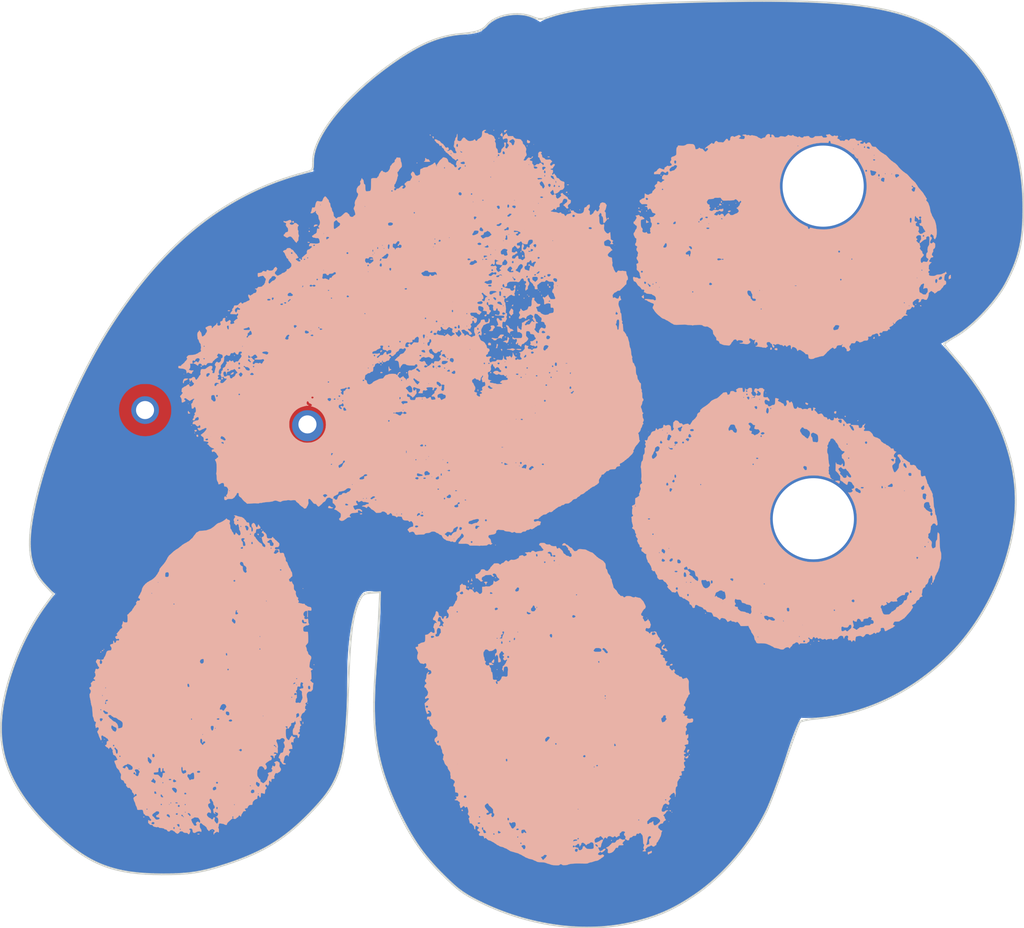
<source format=kicad_pcb>
(kicad_pcb (version 4) (host pcbnew 4.0.7)
  (layers (0 F.Cu signal) (31 B.Cu signal) (34 B.Paste user) (35 F.Paste user) (36 B.SilkS user) (37 F.SilkS user) (38 B.Mask user) (39 F.Mask user) (44 Edge.Cuts user))
  (net 0 "")
  (module LOGO (layer F.Cu) (at 0 0)
    (fp_text reference "G***" hide)
    (fp_text value "LOGO" hide)
    (fp_poly (pts (xy 8.033816 -40.452215) (xy 8.436118 -40.448304) (xy 8.820983 -40.442244) (xy 9.187567 -40.434034) (xy 9.535027 -40.423672) (xy 9.862519 -40.411155) (xy 9.953625 -40.407122) (xy 10.458741 -40.380844) (xy 10.944007 -40.349033) (xy 11.410035 -40.311576) (xy 11.857436 -40.268365) (xy 12.286821 -40.219288) (xy 12.698800 -40.164234) (xy 13.093986 -40.103093) (xy 13.472989 -40.035754) (xy 13.836419 -39.962106) (xy 14.184889 -39.882039) (xy 14.519008 -39.795441) (xy 14.839389 -39.702203) (xy 15.146641 -39.602213) (xy 15.441377 -39.495361) (xy 15.724206 -39.381536) (xy 15.804759 -39.346913) (xy 15.886399 -39.310056) (xy 15.981819 -39.264911) (xy 16.086538 -39.213760) (xy 16.196073 -39.158883) (xy 16.305942 -39.102563) (xy 16.411665 -39.047082) (xy 16.508758 -38.994721) (xy 16.592741 -38.947761) (xy 16.621125 -38.931314) (xy 16.965369 -38.717309) (xy 17.295221 -38.487786) (xy 17.610643 -38.242787) (xy 17.911594 -37.982353) (xy 18.198036 -37.706524) (xy 18.469927 -37.415344) (xy 18.727228 -37.108852) (xy 18.969899 -36.787089) (xy 19.197901 -36.450098) (xy 19.411193 -36.097919) (xy 19.485232 -35.965855) (xy 19.549383 -35.846215) (xy 19.619627 -35.710183) (xy 19.694383 -35.561093) (xy 19.772067 -35.402278) (xy 19.851098 -35.237073) (xy 19.929893 -35.068812) (xy 20.006870 -34.900827) (xy 20.080446 -34.736453) (xy 20.149040 -34.579024) (xy 20.195260 -34.469917) (xy 20.397996 -33.962657) (xy 20.580278 -33.460348) (xy 20.742100 -32.963017) (xy 20.883459 -32.470688) (xy 21.004350 -31.983387) (xy 21.104768 -31.501140) (xy 21.184709 -31.023971) (xy 21.244169 -30.551907) (xy 21.283143 -30.084972) (xy 21.301626 -29.623193) (xy 21.299614 -29.166594) (xy 21.277102 -28.715200) (xy 21.255982 -28.469167) (xy 21.204984 -28.055488) (xy 21.134526 -27.649641) (xy 21.044699 -27.251870) (xy 20.935594 -26.862414) (xy 20.807305 -26.481515) (xy 20.659923 -26.109415) (xy 20.493539 -25.746355) (xy 20.308246 -25.392576) (xy 20.104135 -25.048319) (xy 19.881299 -24.713826) (xy 19.765796 -24.554229) (xy 19.523224 -24.245494) (xy 19.264007 -23.949419) (xy 18.988941 -23.666673) (xy 18.698823 -23.397920) (xy 18.394448 -23.143829) (xy 18.076611 -22.905064) (xy 17.746109 -22.682294) (xy 17.403737 -22.476184) (xy 17.073502 -22.299090) (xy 17.018810 -22.271190) (xy 16.971300 -22.246488) (xy 16.933946 -22.226569) (xy 16.909724 -22.213019) (xy 16.901584 -22.207487) (xy 16.908459 -22.198763) (xy 16.927812 -22.176639) (xy 16.957729 -22.143236) (xy 16.996299 -22.100677) (xy 17.041610 -22.051085) (xy 17.084146 -22.004824) (xy 17.421275 -21.631833) (xy 17.739187 -21.264807) (xy 18.038637 -20.902700) (xy 18.320381 -20.544464) (xy 18.585174 -20.189053) (xy 18.833770 -19.835419) (xy 19.066924 -19.482516) (xy 19.285391 -19.129297) (xy 19.489926 -18.774714) (xy 19.681285 -18.417722) (xy 19.707126 -18.367375) (xy 19.915402 -17.938715) (xy 20.102701 -17.509704) (xy 20.269030 -17.080157) (xy 20.414397 -16.649890) (xy 20.538810 -16.218719) (xy 20.642276 -15.786460) (xy 20.724802 -15.352929) (xy 20.786396 -14.917940) (xy 20.827066 -14.481311) (xy 20.846818 -14.042856) (xy 20.845661 -13.602391) (xy 20.823603 -13.159732) (xy 20.780649 -12.714695) (xy 20.716809 -12.267096) (xy 20.632089 -11.816750) (xy 20.526498 -11.363472) (xy 20.400042 -10.907080) (xy 20.252729 -10.447387) (xy 20.084566 -9.984211) (xy 20.052183 -9.900708) (xy 19.940176 -9.625441) (xy 19.816704 -9.341728) (xy 19.683628 -9.053204) (xy 19.542804 -8.763500) (xy 19.396091 -8.476249) (xy 19.245348 -8.195085) (xy 19.092434 -7.923638) (xy 18.939206 -7.665543) (xy 18.787524 -7.424431) (xy 18.777045 -7.408333) (xy 18.523629 -7.037937) (xy 18.250865 -6.673452) (xy 17.960095 -6.316323) (xy 17.652662 -5.967994) (xy 17.329908 -5.629912) (xy 16.993174 -5.303520) (xy 16.643803 -4.990264) (xy 16.283138 -4.691589) (xy 16.173632 -4.605585) (xy 15.789624 -4.320002) (xy 15.394515 -4.050184) (xy 14.989685 -3.796875) (xy 14.576514 -3.560820) (xy 14.156382 -3.342762) (xy 13.730670 -3.143446) (xy 13.300757 -2.963617) (xy 12.868022 -2.804018) (xy 12.774084 -2.772196) (xy 12.372380 -2.646590) (xy 11.975421 -2.539512) (xy 11.579344 -2.450153) (xy 11.180289 -2.377703) (xy 10.774394 -2.321351) (xy 10.477500 -2.290450) (xy 10.419759 -2.286051) (xy 10.349054 -2.281970) (xy 10.268167 -2.278258) (xy 10.179882 -2.274964) (xy 10.086980 -2.272137) (xy 9.992245 -2.269827) (xy 9.898459 -2.268084) (xy 9.808406 -2.266957) (xy 9.724866 -2.266497) (xy 9.650624 -2.266752) (xy 9.588462 -2.267772) (xy 9.541162 -2.269606) (xy 9.511507 -2.272306) (xy 9.507056 -2.273149) (xy 9.479799 -2.278534) (xy 9.463047 -2.275950) (xy 9.448805 -2.261872) (xy 9.434671 -2.241209) (xy 9.385339 -2.159965) (xy 9.331560 -2.058818) (xy 9.273607 -1.938499) (xy 9.211753 -1.799737) (xy 9.146272 -1.643264) (xy 9.077436 -1.469810) (xy 9.005519 -1.280105) (xy 8.930794 -1.074881) (xy 8.853534 -0.854867) (xy 8.774011 -0.620795) (xy 8.692500 -0.373394) (xy 8.609273 -0.113396) (xy 8.524604 0.158470) (xy 8.467726 0.345167) (xy 8.340169 0.752279) (xy 8.208818 1.140870) (xy 8.072634 1.513405) (xy 7.930577 1.872351) (xy 7.781608 2.220172) (xy 7.624687 2.559335) (xy 7.458775 2.892305) (xy 7.282832 3.221548) (xy 7.171969 3.418417) (xy 6.919378 3.839404) (xy 6.653170 4.245916) (xy 6.373750 4.637617) (xy 6.081521 5.014173) (xy 5.776889 5.375249) (xy 5.460258 5.720509) (xy 5.132035 6.049618) (xy 4.792623 6.362241) (xy 4.442428 6.658043) (xy 4.081854 6.936689) (xy 3.711307 7.197843) (xy 3.331191 7.441171) (xy 2.941911 7.666337) (xy 2.543872 7.873007) (xy 2.137480 8.060845) (xy 1.723139 8.229516) (xy 1.301254 8.378685) (xy 1.102973 8.441205) (xy 0.773045 8.535661) (xy 0.446446 8.617553) (xy 0.119273 8.687586) (xy -0.212380 8.746466) (xy -0.552417 8.794898) (xy -0.904742 8.833588) (xy -1.206500 8.858608) (xy -1.251660 8.861114) (xy -1.314584 8.863553) (xy -1.392060 8.865880) (xy -1.480877 8.868052) (xy -1.577822 8.870023) (xy -1.679685 8.871750) (xy -1.783254 8.873189) (xy -1.885316 8.874296) (xy -1.982661 8.875027) (xy -2.072077 8.875338) (xy -2.150352 8.875184) (xy -2.214275 8.874522) (xy -2.260633 8.873308) (xy -2.264833 8.873124) (xy -2.613380 8.853626) (xy -2.945531 8.828023) (xy -3.265289 8.795861) (xy -3.576656 8.756682) (xy -3.883637 8.710032) (xy -4.190233 8.655452) (xy -4.212166 8.651250) (xy -4.552984 8.581095) (xy -4.897225 8.501419) (xy -5.241882 8.413148) (xy -5.583944 8.317205) (xy -5.920403 8.214513) (xy -6.248249 8.105996) (xy -6.564474 7.992578) (xy -6.866067 7.875182) (xy -7.150021 7.754733) (xy -7.188320 7.737623) (xy -7.548248 7.566725) (xy -7.894441 7.383701) (xy -8.227577 7.187914) (xy -8.548339 6.978724) (xy -8.857405 6.755493) (xy -9.155457 6.517583) (xy -9.443174 6.264355) (xy -9.721238 5.995170) (xy -9.990328 5.709389) (xy -10.251125 5.406375) (xy -10.504309 5.085488) (xy -10.750560 4.746089) (xy -10.990560 4.387541) (xy -11.224988 4.009203) (xy -11.304970 3.873500) (xy -11.427132 3.658705) (xy -11.553223 3.427780) (xy -11.681177 3.184894) (xy -11.808926 2.934218) (xy -11.934406 2.679920) (xy -12.055550 2.426170) (xy -12.170292 2.177139) (xy -12.276565 1.936995) (xy -12.348560 1.767417) (xy -12.468642 1.469277) (xy -12.579439 1.173857) (xy -12.681090 0.879961) (xy -12.773731 0.586396) (xy -12.857500 0.291969) (xy -12.932534 -0.004515) (xy -12.998972 -0.304248) (xy -13.056951 -0.608425) (xy -13.106608 -0.918239) (xy -13.148082 -1.234884) (xy -13.181508 -1.559554) (xy -13.207026 -1.893441) (xy -13.224773 -2.237741) (xy -13.234885 -2.593646) (xy -13.237502 -2.962351) (xy -13.232759 -3.345048) (xy -13.220796 -3.742933) (xy -13.201749 -4.157197) (xy -13.175757 -4.589035) (xy -13.142955 -5.039641) (xy -13.138923 -5.090583) (xy -13.134638 -5.143449) (xy -13.128811 -5.214049) (xy -13.121724 -5.299034) (xy -13.113658 -5.395050) (xy -13.104897 -5.498745) (xy -13.095722 -5.606767) (xy -13.086414 -5.715764) (xy -13.081488 -5.773208) (xy -13.056236 -6.072995) (xy -13.033570 -6.354744) (xy -13.013286 -6.621397) (xy -12.995182 -6.875900) (xy -12.979054 -7.121196) (xy -12.964700 -7.360229) (xy -12.951917 -7.595942) (xy -12.942194 -7.794625) (xy -12.939522 -7.861455) (xy -12.937129 -7.939865) (xy -12.935026 -8.027474) (xy -12.933226 -8.121901) (xy -12.931740 -8.220765) (xy -12.930582 -8.321686) (xy -12.929764 -8.422282) (xy -12.929298 -8.520173) (xy -12.929197 -8.612978) (xy -12.929472 -8.698316) (xy -12.930137 -8.773806) (xy -12.931203 -8.837068) (xy -12.932683 -8.885720) (xy -12.934589 -8.917382) (xy -12.936311 -8.928562) (xy -12.941886 -8.938171) (xy -12.953431 -8.946289) (xy -12.974254 -8.954001) (xy -13.007665 -8.962392) (xy -13.056971 -8.972547) (xy -13.089293 -8.978754) (xy -13.245760 -9.004489) (xy -13.388610 -9.019949) (xy -13.517002 -9.025169) (xy -13.630099 -9.020186) (xy -13.727061 -9.005034) (xy -13.807049 -8.979749) (xy -13.867283 -8.945831) (xy -13.899732 -8.915990) (xy -13.938724 -8.871204) (xy -13.981308 -8.815446) (xy -14.024535 -8.752689) (xy -14.065454 -8.686907) (xy -14.084937 -8.652648) (xy -14.146144 -8.529234) (xy -14.205536 -8.385862) (xy -14.262885 -8.223682) (xy -14.317958 -8.043841) (xy -14.370526 -7.847491) (xy -14.420357 -7.635780) (xy -14.467222 -7.409857) (xy -14.510888 -7.170872) (xy -14.551127 -6.919974) (xy -14.587706 -6.658312) (xy -14.620396 -6.387036) (xy -14.648966 -6.107295) (xy -14.673185 -5.820238) (xy -14.684055 -5.667375) (xy -14.689840 -5.578936) (xy -14.695037 -5.495564) (xy -14.699689 -5.415528) (xy -14.703845 -5.337091) (xy -14.707548 -5.258521) (xy -14.710846 -5.178083) (xy -14.713784 -5.094043) (xy -14.716408 -5.004666) (xy -14.718764 -4.908220) (xy -14.720899 -4.802969) (xy -14.722857 -4.687180) (xy -14.724685 -4.559119) (xy -14.726429 -4.417051) (xy -14.728134 -4.259242) (xy -14.729848 -4.083958) (xy -14.731615 -3.889466) (xy -14.731849 -3.862917) (xy -14.734295 -3.601991) (xy -14.736894 -3.360885) (xy -14.739689 -3.138254) (xy -14.742723 -2.932752) (xy -14.746037 -2.743032) (xy -14.749674 -2.567749) (xy -14.753677 -2.405557) (xy -14.758087 -2.255110) (xy -14.762948 -2.115062) (xy -14.768302 -1.984066) (xy -14.774191 -1.860778) (xy -14.780657 -1.743852) (xy -14.787744 -1.631940) (xy -14.795493 -1.523698) (xy -14.803947 -1.417779) (xy -14.811752 -1.328208) (xy -14.851471 -0.961245) (xy -14.902816 -0.611551) (xy -14.965916 -0.278624) (xy -15.040898 0.038039) (xy -15.127890 0.338941) (xy -15.227022 0.624584) (xy -15.338421 0.895470) (xy -15.427865 1.084792) (xy -15.518983 1.258574) (xy -15.617798 1.430369) (xy -15.725196 1.601217) (xy -15.842059 1.772157) (xy -15.969271 1.944231) (xy -16.107718 2.118477) (xy -16.258282 2.295937) (xy -16.421847 2.477651) (xy -16.599298 2.664659) (xy -16.791519 2.858001) (xy -16.999393 3.058717) (xy -17.223805 3.267848) (xy -17.465639 3.486434) (xy -17.478548 3.497937) (xy -17.606604 3.610704) (xy -17.726883 3.713741) (xy -17.842742 3.809618) (xy -17.957537 3.900903) (xy -18.074625 3.990165) (xy -18.197362 4.079972) (xy -18.329104 4.172894) (xy -18.473209 4.271498) (xy -18.602549 4.358127) (xy -18.685961 4.412680) (xy -18.762829 4.460807) (xy -18.838320 4.505473) (xy -18.917603 4.549641) (xy -19.005845 4.596275) (xy -19.108214 4.648342) (xy -19.110549 4.649513) (xy -19.510959 4.844718) (xy -19.900921 5.023337) (xy -20.282243 5.186043) (xy -20.656729 5.333511) (xy -21.026185 5.466413) (xy -21.392418 5.585425) (xy -21.757232 5.691219) (xy -22.122434 5.784468) (xy -22.203833 5.803557) (xy -22.435178 5.854310) (xy -22.664264 5.899054) (xy -22.895247 5.938415) (xy -23.132280 5.973021) (xy -23.379521 6.003497) (xy -23.641125 6.030470) (xy -23.807208 6.045276) (xy -23.862357 6.048814) (xy -23.935816 6.051824) (xy -24.024733 6.054306) (xy -24.126259 6.056261) (xy -24.237542 6.057689) (xy -24.355731 6.058589) (xy -24.477977 6.058964) (xy -24.601429 6.058813) (xy -24.723235 6.058136) (xy -24.840546 6.056934) (xy -24.950510 6.055207) (xy -25.050277 6.052957) (xy -25.136997 6.050182) (xy -25.207818 6.046884) (xy -25.235958 6.045069) (xy -25.568476 6.017067) (xy -25.882985 5.982689) (xy -26.181788 5.941510) (xy -26.467189 5.893107) (xy -26.741490 5.837055) (xy -27.006996 5.772930) (xy -27.266009 5.700308) (xy -27.484916 5.630870) (xy -27.774883 5.526819) (xy -28.048844 5.413474) (xy -28.310603 5.288985) (xy -28.563967 5.151508) (xy -28.812743 4.999194) (xy -28.886549 4.950664) (xy -28.976307 4.889804) (xy -29.061557 4.829902) (xy -29.144500 4.769171) (xy -29.227337 4.705825) (xy -29.312267 4.638079) (xy -29.401492 4.564146) (xy -29.497211 4.482240) (xy -29.601626 4.390576) (xy -29.716937 4.287367) (xy -29.829125 4.185616) (xy -29.892521 4.128153) (xy -29.957582 4.069737) (xy -30.020636 4.013625) (xy -30.078011 3.963075) (xy -30.126033 3.921345) (xy -30.151916 3.899294) (xy -30.384415 3.695353) (xy -30.618639 3.473478) (xy -30.852095 3.236475) (xy -31.082289 2.987151) (xy -31.306726 2.728315) (xy -31.522913 2.462774) (xy -31.728355 2.193333) (xy -31.920559 1.922802) (xy -31.961324 1.862667) (xy -32.171555 1.534180) (xy -32.360641 1.206025) (xy -32.528602 0.878156) (xy -32.675456 0.550529) (xy -32.801221 0.223100) (xy -32.905917 -0.104176) (xy -32.989562 -0.431344) (xy -33.044963 -0.714375) (xy -33.060536 -0.809162) (xy -33.073430 -0.893470) (xy -33.083894 -0.970763) (xy -33.092175 -1.044507) (xy -33.098519 -1.118166) (xy -33.103173 -1.195204) (xy -33.106384 -1.279086) (xy -33.108399 -1.373277) (xy -33.109466 -1.481241) (xy -33.109830 -1.606443) (xy -33.109839 -1.624542) (xy -33.109635 -1.752780) (xy -33.108808 -1.863769) (xy -33.107156 -1.961422) (xy -33.104472 -2.049654) (xy -33.100554 -2.132377) (xy -33.095194 -2.213505) (xy -33.088191 -2.296953) (xy -33.079337 -2.386632) (xy -33.068430 -2.486458) (xy -33.061691 -2.545292) (xy -33.003070 -2.966165) (xy -32.924247 -3.391984) (xy -32.825443 -3.822124) (xy -32.706877 -4.255962) (xy -32.568769 -4.692873) (xy -32.411338 -5.132231) (xy -32.234803 -5.573414) (xy -32.039385 -6.015796) (xy -31.825303 -6.458753) (xy -31.592776 -6.901660) (xy -31.424539 -7.201958) (xy -31.231554 -7.525918) (xy -31.030902 -7.839720) (xy -30.824248 -8.140994) (xy -30.613255 -8.427367) (xy -30.399589 -8.696467) (xy -30.261847 -8.858946) (xy -30.256695 -8.868544) (xy -30.260415 -8.879409) (xy -30.275608 -8.894690) (xy -30.304877 -8.917533) (xy -30.318711 -8.927738) (xy -30.509116 -9.077871) (xy -30.685325 -9.238571) (xy -30.846127 -9.408389) (xy -30.990309 -9.585873) (xy -31.116661 -9.769573) (xy -31.223968 -9.958040) (xy -31.282151 -10.080625) (xy -31.379812 -10.329093) (xy -31.460014 -10.587884) (xy -31.522052 -10.854389) (xy -31.565224 -11.125995) (xy -31.566156 -11.133667) (xy -31.573358 -11.210148) (xy -31.578855 -11.302968) (xy -31.582617 -11.407367) (xy -31.584613 -11.518585) (xy -31.584814 -11.631860) (xy -31.583188 -11.742431) (xy -31.579705 -11.845539) (xy -31.574334 -11.936422) (xy -31.571513 -11.969750) (xy -31.555895 -12.116270) (xy -31.535086 -12.280706) (xy -31.509479 -12.460560) (xy -31.479470 -12.653332) (xy -31.445452 -12.856523) (xy -31.407821 -13.067634) (xy -31.366970 -13.284164) (xy -31.351848 -13.361458) (xy -31.269733 -13.750222) (xy -31.174266 -14.153454) (xy -31.066027 -14.569690) (xy -30.945602 -14.997466) (xy -30.813572 -15.435319) (xy -30.670520 -15.881784) (xy -30.517030 -16.335397) (xy -30.353682 -16.794695) (xy -30.181062 -17.258214) (xy -29.999751 -17.724490) (xy -29.810332 -18.192059) (xy -29.613388 -18.659457) (xy -29.606895 -18.674292) (xy -26.874479 -18.674292) (xy -26.865259 -18.498741) (xy -26.836367 -18.330956) (xy -26.787864 -18.171090) (xy -26.719810 -18.019293) (xy -26.632264 -17.875720) (xy -26.525288 -17.740522) (xy -26.491633 -17.703948) (xy -26.365535 -17.586122) (xy -26.228634 -17.486016) (xy -26.082391 -17.404098) (xy -25.928266 -17.340836) (xy -25.767721 -17.296698) (xy -25.602215 -17.272151) (xy -25.433210 -17.267665) (xy -25.262165 -17.283706) (xy -25.208695 -17.292970) (xy -25.046164 -17.334782) (xy -24.891231 -17.395554) (xy -24.745371 -17.473980) (xy -24.610061 -17.568758) (xy -24.486779 -17.678585) (xy -24.377000 -17.802155) (xy -24.296550 -17.917583) (xy -18.355461 -17.917583) (xy -18.354220 -17.817941) (xy -18.349350 -17.732732) (xy -18.339860 -17.655391) (xy -18.324761 -17.579350) (xy -18.303063 -17.498042) (xy -18.281943 -17.429900) (xy -18.223095 -17.276294) (xy -18.148612 -17.133014) (xy -18.056861 -16.997444) (xy -17.946211 -16.866968) (xy -17.902268 -16.821572) (xy -17.767047 -16.700721) (xy -17.621338 -16.598243) (xy -17.465279 -16.514203) (xy -17.299006 -16.448670) (xy -17.122659 -16.401709) (xy -16.986250 -16.379016) (xy -16.940847 -16.375826) (xy -16.879888 -16.375142) (xy -16.808798 -16.376681) (xy -16.733005 -16.380163) (xy -16.657935 -16.385306) (xy -16.589013 -16.391829) (xy -16.531666 -16.399450) (xy -16.507894 -16.403823) (xy -16.334387 -16.450582) (xy -16.171480 -16.515376) (xy -16.018238 -16.598706) (xy -15.873725 -16.701075) (xy -15.749681 -16.810552) (xy -15.626390 -16.944495) (xy -15.521355 -17.088687) (xy -15.434987 -17.242106) (xy -15.367694 -17.403734) (xy -15.319888 -17.572551) (xy -15.291977 -17.747536) (xy -15.284373 -17.927670) (xy -15.285362 -17.965208) (xy -15.301009 -18.142864) (xy -15.334576 -18.310595) (xy -15.386882 -18.470946) (xy -15.458748 -18.626467) (xy -15.543823 -18.768950) (xy -15.607134 -18.854765) (xy -15.684486 -18.943919) (xy -15.770588 -19.031132) (xy -15.860150 -19.111122) (xy -15.947881 -19.178609) (xy -15.968009 -19.192314) (xy -16.122032 -19.282107) (xy -16.282187 -19.352481) (xy -16.446884 -19.403654) (xy -16.614532 -19.435841) (xy -16.783540 -19.449258) (xy -16.952318 -19.444121) (xy -17.119275 -19.420647) (xy -17.282821 -19.379050) (xy -17.441364 -19.319547) (xy -17.593315 -19.242353) (xy -17.737083 -19.147686) (xy -17.871077 -19.035760) (xy -17.983522 -18.918692) (xy -18.093948 -18.775235) (xy -18.185932 -18.621560) (xy -18.259621 -18.457370) (xy -18.315159 -18.282372) (xy -18.332039 -18.210619) (xy -18.341399 -18.162022) (xy -18.347982 -18.114699) (xy -18.352224 -18.063173) (xy -18.354563 -18.001965) (xy -18.355439 -17.925598) (xy -18.355461 -17.917583) (xy -24.296550 -17.917583) (xy -24.282203 -17.938167) (xy -24.203862 -18.085315) (xy -24.147468 -18.229792) (xy -24.119231 -18.325796) (xy -24.099649 -18.416830) (xy -24.087226 -18.511528) (xy -24.080562 -18.616083) (xy -24.084107 -18.785840) (xy -24.107490 -18.950605) (xy -24.149710 -19.109107) (xy -24.209770 -19.260071) (xy -24.286667 -19.402223) (xy -24.379404 -19.534290) (xy -24.486979 -19.654998) (xy -24.608394 -19.763074) (xy -24.742648 -19.857245) (xy -24.888741 -19.936236) (xy -25.045674 -19.998773) (xy -25.198916 -20.040714) (xy -25.262640 -20.050827) (xy -25.341294 -20.057615) (xy -25.428904 -20.061070) (xy -25.519497 -20.061184) (xy -25.607097 -20.057950) (xy -25.685730 -20.051360) (xy -25.749250 -20.041441) (xy -25.917929 -19.995053) (xy -26.077012 -19.930630) (xy -26.225302 -19.849077) (xy -26.361600 -19.751298) (xy -26.484711 -19.638198) (xy -26.593436 -19.510680) (xy -26.686579 -19.369651) (xy -26.720068 -19.307972) (xy -26.780073 -19.178745) (xy -26.824028 -19.055261) (xy -26.853422 -18.931414) (xy -26.869742 -18.801096) (xy -26.874479 -18.674292) (xy -29.606895 -18.674292) (xy -29.409501 -19.125220) (xy -29.199255 -19.587885) (xy -28.983232 -20.045987) (xy -28.762015 -20.498063) (xy -28.536187 -20.942648) (xy -28.306331 -21.378280) (xy -28.073028 -21.803493) (xy -27.836863 -22.216824) (xy -27.804359 -22.272375) (xy -27.515407 -22.752138) (xy -27.212849 -23.230236) (xy -26.898496 -23.704161) (xy -26.574160 -24.171404) (xy -26.241653 -24.629456) (xy -25.902786 -25.075807) (xy -25.559373 -25.507950) (xy -25.213224 -25.923376) (xy -24.945540 -26.230761) (xy -24.682945 -26.520367) (xy -24.411403 -26.808423) (xy -24.134247 -27.091608) (xy -23.854810 -27.366597) (xy -23.576427 -27.630070) (xy -23.302430 -27.878704) (xy -23.214466 -27.956123) (xy -22.771071 -28.330117) (xy -22.320141 -28.684351) (xy -21.861550 -29.018889) (xy -21.395169 -29.333800) (xy -20.920871 -29.629150) (xy -20.438529 -29.905006) (xy -19.948016 -30.161434) (xy -19.449204 -30.398503) (xy -18.941966 -30.616278) (xy -18.426175 -30.814826) (xy -17.901702 -30.994214) (xy -17.368421 -31.154510) (xy -16.872560 -31.284530) (xy -16.793905 -31.303767) (xy -16.720627 -31.321727) (xy -16.655619 -31.337698) (xy -16.601775 -31.350967) (xy -16.561991 -31.360822) (xy -16.539159 -31.366552) (xy -16.536458 -31.367251) (xy -16.512677 -31.378306) (xy -16.506691 -31.395723) (xy -16.506728 -31.396119) (xy -16.520950 -31.569249) (xy -16.527551 -31.726824) (xy -16.526306 -31.873123) (xy -16.516988 -32.012424) (xy -16.499374 -32.149003) (xy -16.473238 -32.287139) (xy -16.455873 -32.362367) (xy -16.403501 -32.550286) (xy -16.337413 -32.739955) (xy -16.256968 -32.932597) (xy -16.161525 -33.129434) (xy -16.050444 -33.331686) (xy -15.923084 -33.540575) (xy -15.778804 -33.757324) (xy -15.616964 -33.983152) (xy -15.579443 -34.033503) (xy -15.476396 -34.168895) (xy -15.375066 -34.297727) (xy -15.273259 -34.422479) (xy -15.168782 -34.545633) (xy -15.059442 -34.669669) (xy -14.943044 -34.797070) (xy -14.817396 -34.930315) (xy -14.680305 -35.071887) (xy -14.529576 -35.224266) (xy -14.505321 -35.248542) (xy -14.083871 -35.656623) (xy -13.655958 -36.044661) (xy -13.221333 -36.412843) (xy -12.779750 -36.761361) (xy -12.330961 -37.090404) (xy -11.874718 -37.400160) (xy -11.410774 -37.690820) (xy -11.011958 -37.922014) (xy -10.805321 -38.035085) (xy -10.612436 -38.135477) (xy -10.430913 -38.224208) (xy -10.258364 -38.302293) (xy -10.092401 -38.370750) (xy -9.930635 -38.430595) (xy -9.770678 -38.482845) (xy -9.610141 -38.528516) (xy -9.551458 -38.543615) (xy -9.424907 -38.573182) (xy -9.300247 -38.597703) (xy -9.173505 -38.617670) (xy -9.040708 -38.633575) (xy -8.897882 -38.645911) (xy -8.741055 -38.655169) (xy -8.607464 -38.660537) (xy -8.522514 -38.663856) (xy -8.437217 -38.668051) (xy -8.356028 -38.672841) (xy -8.283400 -38.677944) (xy -8.223788 -38.683077) (xy -8.187417 -38.687154) (xy -8.085648 -38.702390) (xy -7.985368 -38.720516) (xy -7.889748 -38.740742) (xy -7.801957 -38.762280) (xy -7.725168 -38.784342) (xy -7.662550 -38.806140) (xy -7.617274 -38.826885) (xy -7.611314 -38.830383) (xy -7.576169 -38.852016) (xy -7.625472 -38.782925) (xy -7.647652 -38.750989) (xy -7.663241 -38.726874) (xy -7.669678 -38.714604) (xy -7.669432 -38.713833) (xy -7.661176 -38.721665) (xy -7.642868 -38.742902) (xy -7.617344 -38.774161) (xy -7.591817 -38.806438) (xy -7.464328 -38.954835) (xy -7.319251 -39.097092) (xy -7.159810 -39.230923) (xy -6.989231 -39.354045) (xy -6.810736 -39.464173) (xy -6.627550 -39.559024) (xy -6.442898 -39.636314) (xy -6.397625 -39.652372) (xy -6.200170 -39.708860) (xy -5.999885 -39.744601) (xy -5.797534 -39.759709) (xy -5.593879 -39.754294) (xy -5.389681 -39.728470) (xy -5.185703 -39.682350) (xy -4.982708 -39.616047) (xy -4.781457 -39.529673) (xy -4.582714 -39.423340) (xy -4.498415 -39.371636) (xy -4.440704 -39.334852) (xy -4.403165 -39.357831) (xy -4.320928 -39.404657) (xy -4.223416 -39.454319) (xy -4.115853 -39.504394) (xy -4.003466 -39.552453) (xy -3.891482 -39.596072) (xy -3.884276 -39.598719) (xy -3.718192 -39.655276) (xy -3.534472 -39.709803) (xy -3.332946 -39.762318) (xy -3.113445 -39.812839) (xy -2.875798 -39.861384) (xy -2.619836 -39.907969) (xy -2.345390 -39.952612) (xy -2.052290 -39.995331) (xy -1.740365 -40.036144) (xy -1.409447 -40.075068) (xy -1.059365 -40.112121) (xy -0.689950 -40.147320) (xy -0.301033 -40.180683) (xy 0.107558 -40.212228) (xy 0.535990 -40.241971) (xy 0.984435 -40.269931) (xy 1.453061 -40.296125) (xy 1.942038 -40.320571) (xy 2.451537 -40.343286) (xy 2.981726 -40.364288) (xy 3.532776 -40.383594) (xy 3.767667 -40.391114) (xy 4.288931 -40.406437) (xy 4.800351 -40.419632) (xy 5.301085 -40.430696) (xy 5.790288 -40.439628) (xy 6.267118 -40.446424) (xy 6.730729 -40.451083) (xy 7.180278 -40.453603) (xy 7.614922 -40.453981) (xy 8.033816 -40.452215)) (layer B.Cu) (width 0.010000))
    (fp_poly (pts (xy -16.730156 -18.652039) (xy -16.602410 -18.628989) (xy -16.482310 -18.587286) (xy -16.371412 -18.527838) (xy -16.271272 -18.451552) (xy -16.183446 -18.359337) (xy -16.109489 -18.252103) (xy -16.080592 -18.198057) (xy -16.043183 -18.114099) (xy -16.017825 -18.036755) (xy -16.002102 -17.957190) (xy -15.994679 -17.883694) (xy -15.995823 -17.755052) (xy -16.016257 -17.631877) (xy -16.054494 -17.515592) (xy -16.109048 -17.407619) (xy -16.178430 -17.309383) (xy -16.261156 -17.222307) (xy -16.355736 -17.147813) (xy -16.460685 -17.087325) (xy -16.574516 -17.042266) (xy -16.695742 -17.014059) (xy -16.822876 -17.004128) (xy -16.909276 -17.008274) (xy -17.034581 -17.030910) (xy -17.153460 -17.072620) (xy -17.264046 -17.131807) (xy -17.364470 -17.206875) (xy -17.452864 -17.296227) (xy -17.527359 -17.398266) (xy -17.586086 -17.511396) (xy -17.623066 -17.618216) (xy -17.637246 -17.690830) (xy -17.645021 -17.775306) (xy -17.646306 -17.863862) (xy -17.641020 -17.948719) (xy -17.629077 -18.022097) (xy -17.627462 -18.028708) (xy -17.585877 -18.151260) (xy -17.526285 -18.265426) (xy -17.450510 -18.368886) (xy -17.360376 -18.459315) (xy -17.257708 -18.534391) (xy -17.208500 -18.562238) (xy -17.117077 -18.604541) (xy -17.030327 -18.632799) (xy -16.939546 -18.649369) (xy -16.863994 -18.655525) (xy -16.730156 -18.652039)) (layer B.Cu) (width 0.010000))
    (fp_poly (pts (xy -25.409537 -19.395803) (xy -25.294575 -19.375764) (xy -25.185312 -19.339497) (xy -25.086477 -19.287847) (xy -25.081118 -19.284367) (xy -24.983050 -19.208023) (xy -24.901271 -19.119861) (xy -24.836146 -19.021998) (xy -24.788040 -18.916553) (xy -24.757318 -18.805644) (xy -24.744345 -18.691390) (xy -24.749485 -18.575910) (xy -24.773105 -18.461322) (xy -24.815568 -18.349743) (xy -24.877241 -18.243294) (xy -24.897059 -18.215936) (xy -24.975073 -18.129989) (xy -25.066914 -18.057906) (xy -25.169505 -18.000871) (xy -25.279770 -17.960068) (xy -25.394634 -17.936681) (xy -25.511021 -17.931894) (xy -25.606521 -17.942883) (xy -25.727442 -17.975844) (xy -25.837376 -18.026735) (xy -25.937512 -18.096201) (xy -26.007013 -18.161000) (xy -26.085400 -18.257517) (xy -26.145250 -18.362435) (xy -26.186377 -18.473607) (xy -26.208595 -18.588885) (xy -26.211716 -18.706121) (xy -26.195555 -18.823167) (xy -26.159926 -18.937876) (xy -26.104642 -19.048100) (xy -26.086448 -19.076622) (xy -26.013234 -19.167772) (xy -25.924660 -19.247272) (xy -25.824460 -19.312569) (xy -25.716367 -19.361106) (xy -25.637657 -19.383820) (xy -25.525474 -19.398770) (xy -25.409537 -19.395803)) (layer B.Cu) (width 0.010000))
  )
  (module LOGO (layer F.Cu) (at 0 0)
    (fp_text reference "G***" hide)
    (fp_text value "LOGO" hide)
  )
  (module LOGO (layer F.Cu) (at 0 0)
    (fp_text reference "G***" hide)
    (fp_text value "LOGO" hide)
  )
  (module LOGO (layer F.Cu) (at 0 0)
    (fp_text reference "G***" hide)
    (fp_text value "LOGO" hide)
    (fp_poly (pts (xy -1.514051 -39.079265) (xy -1.448612 -39.063246) (xy -1.375415 -39.035785) (xy -1.294889 -38.999097) (xy -1.250976 -38.976207) (xy -1.215721 -38.952422) (xy -1.186507 -38.924319) (xy -1.160713 -38.888472) (xy -1.135721 -38.841458) (xy -1.108912 -38.779851) (xy -1.089163 -38.730080) (xy -1.055889 -38.647418) (xy -1.027620 -38.584010) (xy -1.003754 -38.538703) (xy -0.983685 -38.510340) (xy -0.967808 -38.498122) (xy -0.947897 -38.495543) (xy -0.916002 -38.496210) (xy -0.896090 -38.498024) (xy -0.859317 -38.499580) (xy -0.813272 -38.496295) (xy -0.755943 -38.487796) (xy -0.685323 -38.473712) (xy -0.599400 -38.453671) (xy -0.496165 -38.427300) (xy -0.455083 -38.416375) (xy -0.366178 -38.393724) (xy -0.287718 -38.376126) (xy -0.222925 -38.364247) (xy -0.176697 -38.358849) (xy -0.121648 -38.354420) (xy -0.071553 -38.347512) (xy -0.019820 -38.336817) (xy 0.040144 -38.321025) (xy 0.095250 -38.304816) (xy 0.202254 -38.275311) (xy 0.328175 -38.245596) (xy 0.470770 -38.216057) (xy 0.627800 -38.187079) (xy 0.797020 -38.159046) (xy 0.976191 -38.132344) (xy 1.163071 -38.107358) (xy 1.355417 -38.084472) (xy 1.418167 -38.077611) (xy 1.517487 -38.068045) (xy 1.613941 -38.061151) (xy 1.714017 -38.056610) (xy 1.824204 -38.054103) (xy 1.910292 -38.053389) (xy 1.997764 -38.053765) (xy 2.089426 -38.055403) (xy 2.181842 -38.058134) (xy 2.271573 -38.061790) (xy 2.355183 -38.066204) (xy 2.429234 -38.071208) (xy 2.490290 -38.076633) (xy 2.534913 -38.082312) (xy 2.546770 -38.084486) (xy 2.570355 -38.097296) (xy 2.576828 -38.118745) (xy 2.564785 -38.143285) (xy 2.562309 -38.145895) (xy 2.550352 -38.156216) (xy 2.537004 -38.161221) (xy 2.516730 -38.161299) (xy 2.483995 -38.156834) (xy 2.460949 -38.152972) (xy 2.412378 -38.147195) (xy 2.356542 -38.144605) (xy 2.297176 -38.144890) (xy 2.238015 -38.147740) (xy 2.182793 -38.152843) (xy 2.135245 -38.159889) (xy 2.099105 -38.168567) (xy 2.078109 -38.178566) (xy 2.074334 -38.185164) (xy 2.076529 -38.196257) (xy 2.076979 -38.196640) (xy 2.087840 -38.197304) (xy 2.116909 -38.198420) (xy 2.161232 -38.199892) (xy 2.217859 -38.201626) (xy 2.283837 -38.203527) (xy 2.330114 -38.204800) (xy 2.410786 -38.207144) (xy 2.472957 -38.209434) (xy 2.519294 -38.211919) (xy 2.552459 -38.214850) (xy 2.575117 -38.218476) (xy 2.589933 -38.223047) (xy 2.599571 -38.228812) (xy 2.601196 -38.230206) (xy 2.616684 -38.242063) (xy 2.627225 -38.238848) (xy 2.638728 -38.222991) (xy 2.660005 -38.202561) (xy 2.690366 -38.185829) (xy 2.695729 -38.183882) (xy 2.735792 -38.170626) (xy 2.704042 -38.160390) (xy 2.668993 -38.144374) (xy 2.644312 -38.124007) (xy 2.635250 -38.104059) (xy 2.644725 -38.092410) (xy 2.668730 -38.081891) (xy 2.700636 -38.074212) (xy 2.733816 -38.071080) (xy 2.756262 -38.072882) (xy 2.776081 -38.075228) (xy 2.813513 -38.078181) (xy 2.865020 -38.081519) (xy 2.927065 -38.085020) (xy 2.996111 -38.088463) (xy 3.028127 -38.089917) (xy 3.137748 -38.095792) (xy 3.227371 -38.102962) (xy 3.298133 -38.111592) (xy 3.351173 -38.121845) (xy 3.387629 -38.133885) (xy 3.404581 -38.144026) (xy 3.417647 -38.159470) (xy 3.411069 -38.167962) (xy 3.384681 -38.169593) (xy 3.360747 -38.167490) (xy 3.325542 -38.164589) (xy 3.302293 -38.167672) (xy 3.282144 -38.178861) (xy 3.268862 -38.189502) (xy 3.242177 -38.208263) (xy 3.219063 -38.213361) (xy 3.202178 -38.210942) (xy 3.170397 -38.203744) (xy 3.145896 -38.198188) (xy 3.126162 -38.196842) (xy 3.122238 -38.203205) (xy 3.132092 -38.213596) (xy 3.153694 -38.224335) (xy 3.161771 -38.226960) (xy 3.192577 -38.232812) (xy 3.238687 -38.237838) (xy 3.294541 -38.241821) (xy 3.354579 -38.244545) (xy 3.413242 -38.245792) (xy 3.464967 -38.245346) (xy 3.504196 -38.242990) (xy 3.518181 -38.240858) (xy 3.549869 -38.230719) (xy 3.562899 -38.219793) (xy 3.556723 -38.210223) (xy 3.530794 -38.204153) (xy 3.527640 -38.203866) (xy 3.498699 -38.196849) (xy 3.484054 -38.184301) (xy 3.485676 -38.170201) (xy 3.505217 -38.158624) (xy 3.528161 -38.154854) (xy 3.569049 -38.151637) (xy 3.624666 -38.149003) (xy 3.691798 -38.146982) (xy 3.767227 -38.145602) (xy 3.847738 -38.144895) (xy 3.930117 -38.144888) (xy 4.011147 -38.145613) (xy 4.087613 -38.147097) (xy 4.156299 -38.149371) (xy 4.209353 -38.152154) (xy 4.308738 -38.159429) (xy 4.389810 -38.167417) (xy 4.455421 -38.176922) (xy 4.508425 -38.188745) (xy 4.551675 -38.203687) (xy 4.588024 -38.222551) (xy 4.593743 -38.226728) (xy 4.699000 -38.226728) (xy 4.707540 -38.217888) (xy 4.728592 -38.216702) (xy 4.755307 -38.222269) (xy 4.780837 -38.233691) (xy 4.787531 -38.238352) (xy 4.809478 -38.259186) (xy 4.813683 -38.272149) (xy 4.800199 -38.275702) (xy 4.786313 -38.273342) (xy 4.752583 -38.262550) (xy 4.722886 -38.248518) (xy 4.703351 -38.234518) (xy 4.699000 -38.226728) (xy 4.593743 -38.226728) (xy 4.620324 -38.246139) (xy 4.651430 -38.275252) (xy 4.652986 -38.276848) (xy 4.676209 -38.299408) (xy 4.696508 -38.313385) (xy 4.718155 -38.318808) (xy 4.745418 -38.315705) (xy 4.782567 -38.304106) (xy 4.833871 -38.284040) (xy 4.848244 -38.278180) (xy 4.900296 -38.259229) (xy 4.939680 -38.252156) (xy 4.971793 -38.257812) (xy 5.002033 -38.277046) (xy 5.020049 -38.294820) (xy 12.916546 -38.294820) (xy 12.920935 -38.277515) (xy 12.941631 -38.262712) (xy 12.980671 -38.248303) (xy 12.997268 -38.243460) (xy 13.048293 -38.231827) (xy 13.107207 -38.222644) (xy 13.169336 -38.216168) (xy 13.230004 -38.212654) (xy 13.284536 -38.212358) (xy 13.328255 -38.215538) (xy 13.356487 -38.222448) (xy 13.358813 -38.223655) (xy 13.368780 -38.236122) (xy 13.360056 -38.249551) (xy 13.335022 -38.262892) (xy 13.296056 -38.275100) (xy 13.245541 -38.285128) (xy 13.208107 -38.289933) (xy 13.128791 -38.302438) (xy 13.065347 -38.322307) (xy 13.053044 -38.327792) (xy 13.005638 -38.345906) (xy 12.969901 -38.348680) (xy 12.942628 -38.335832) (xy 12.926424 -38.316737) (xy 12.916546 -38.294820) (xy 5.020049 -38.294820) (xy 5.032585 -38.307186) (xy 5.064260 -38.338196) (xy 5.086686 -38.352511) (xy 5.098995 -38.349724) (xy 5.101167 -38.339257) (xy 5.105257 -38.327111) (xy 5.119459 -38.318198) (xy 5.146668 -38.311778) (xy 5.189780 -38.307111) (xy 5.238750 -38.304086) (xy 5.315769 -38.303093) (xy 5.402918 -38.306896) (xy 5.496779 -38.314914) (xy 5.593933 -38.326566) (xy 5.690963 -38.341273) (xy 5.784450 -38.358453) (xy 5.870977 -38.377525) (xy 5.947124 -38.397910) (xy 6.009475 -38.419026) (xy 6.054610 -38.440294) (xy 6.059820 -38.443549) (xy 6.076935 -38.457760) (xy 6.078229 -38.469646) (xy 6.062147 -38.481258) (xy 6.027137 -38.494650) (xy 6.019147 -38.497265) (xy 5.964266 -38.517868) (xy 5.930341 -38.537639) (xy 5.917188 -38.556830) (xy 5.924622 -38.575695) (xy 5.949565 -38.593020) (xy 5.994061 -38.605707) (xy 6.046620 -38.605125) (xy 6.099495 -38.592081) (xy 6.136275 -38.573577) (xy 6.181592 -38.547443) (xy 6.224215 -38.532970) (xy 6.270194 -38.529403) (xy 6.325582 -38.535987) (xy 6.367027 -38.544770) (xy 6.428665 -38.557312) (xy 6.479670 -38.562275) (xy 6.529097 -38.559847) (xy 6.586004 -38.550216) (xy 6.589931 -38.549397) (xy 6.623487 -38.542344) (xy 6.619875 -38.645042) (xy 6.678165 -38.673333) (xy 6.724321 -38.693059) (xy 6.785265 -38.715187) (xy 6.856899 -38.738591) (xy 6.935125 -38.762144) (xy 7.015845 -38.784720) (xy 7.094964 -38.805194) (xy 7.168382 -38.822439) (xy 7.232003 -38.835329) (xy 7.281729 -38.842738) (xy 7.299201 -38.844009) (xy 7.336670 -38.844265) (xy 7.361065 -38.840291) (xy 7.380415 -38.829499) (xy 7.400699 -38.811291) (xy 7.430667 -38.789283) (xy 7.470183 -38.773331) (xy 7.521694 -38.763049) (xy 7.587649 -38.758049) (xy 7.670496 -38.757945) (xy 7.725834 -38.759910) (xy 7.834415 -38.767512) (xy 7.924584 -38.779824) (xy 7.998663 -38.797286) (xy 8.058970 -38.820340) (xy 8.068123 -38.824900) (xy 8.097266 -38.839581) (xy 8.117860 -38.849210) (xy 8.123947 -38.851417) (xy 8.130559 -38.842749) (xy 8.139069 -38.823680) (xy 8.149391 -38.804789) (xy 8.165320 -38.800048) (xy 8.182778 -38.802577) (xy 8.220574 -38.814967) (xy 8.240192 -38.834548) (xy 8.242174 -38.863176) (xy 8.227503 -38.901556) (xy 8.329247 -38.901556) (xy 8.329357 -38.888175) (xy 8.329979 -38.887379) (xy 8.349705 -38.875538) (xy 8.384719 -38.865083) (xy 8.429499 -38.856599) (xy 8.478522 -38.850672) (xy 8.526267 -38.847888) (xy 8.567210 -38.848833) (xy 8.595830 -38.854090) (xy 8.603620 -38.858364) (xy 8.603641 -38.868624) (xy 8.587065 -38.881125) (xy 8.558128 -38.894384) (xy 8.521069 -38.906915) (xy 8.480125 -38.917233) (xy 8.439536 -38.923854) (xy 8.412025 -38.925500) (xy 8.374813 -38.922184) (xy 8.345810 -38.913547) (xy 8.329247 -38.901556) (xy 8.227503 -38.901556) (xy 8.227063 -38.902705) (xy 8.217250 -38.920463) (xy 8.196842 -38.967335) (xy 8.193438 -39.000907) (xy 8.199990 -39.028627) (xy 8.209868 -39.039611) (xy 8.218981 -39.033090) (xy 8.223238 -39.008295) (xy 8.223250 -39.006513) (xy 8.230715 -38.968866) (xy 8.250535 -38.946157) (xy 8.278843 -38.939724) (xy 8.311777 -38.950906) (xy 8.333820 -38.968239) (xy 8.347169 -38.983081) (xy 8.347003 -38.994492) (xy 8.332791 -39.011511) (xy 8.331174 -39.013233) (xy 8.315063 -39.032144) (xy 8.307936 -39.043996) (xy 8.307917 -39.044271) (xy 8.317959 -39.046537) (xy 8.345933 -39.049133) (xy 8.388611 -39.051856) (xy 8.442766 -39.054504) (xy 8.505168 -39.056873) (xy 8.511646 -39.057084) (xy 8.584503 -39.059546) (xy 8.658753 -39.062275) (xy 8.728447 -39.065037) (xy 8.787634 -39.067599) (xy 8.823054 -39.069327) (xy 8.876894 -39.071395) (xy 8.914691 -39.070597) (xy 8.941423 -39.066539) (xy 8.962069 -39.058825) (xy 8.963283 -39.058206) (xy 8.988829 -39.040059) (xy 8.993680 -39.020957) (xy 8.978217 -38.998024) (xy 8.972021 -38.992083) (xy 8.945992 -38.971975) (xy 8.911917 -38.953157) (xy 8.865339 -38.933446) (xy 8.814874 -38.915151) (xy 8.758516 -38.893179) (xy 8.722785 -38.873346) (xy 8.707276 -38.855376) (xy 8.709052 -38.842327) (xy 8.729057 -38.828926) (xy 8.765319 -38.822883) (xy 8.814230 -38.824247) (xy 8.872180 -38.833069) (xy 8.900894 -38.839649) (xy 8.955811 -38.852720) (xy 8.995428 -38.859614) (xy 9.024623 -38.860555) (xy 9.048271 -38.855767) (xy 9.067797 -38.847285) (xy 9.097469 -38.836733) (xy 9.145057 -38.825651) (xy 9.207334 -38.814559) (xy 9.281076 -38.803978) (xy 9.363056 -38.794429) (xy 9.439274 -38.787307) (xy 9.522045 -38.781863) (xy 9.584196 -38.780940) (xy 9.625788 -38.784542) (xy 9.635882 -38.788434) (xy 9.747250 -38.788434) (xy 9.755970 -38.779148) (xy 9.779235 -38.778960) (xy 9.812704 -38.787414) (xy 9.839854 -38.798215) (xy 9.869875 -38.814786) (xy 9.883368 -38.828699) (xy 9.879324 -38.837937) (xy 9.861021 -38.840601) (xy 9.836692 -38.836298) (xy 9.806475 -38.825805) (xy 9.777051 -38.812186) (xy 9.755101 -38.798503) (xy 9.747250 -38.788434) (xy 9.635882 -38.788434) (xy 9.646880 -38.792674) (xy 9.649279 -38.801753) (xy 9.636037 -38.812483) (xy 9.605409 -38.823846) (xy 9.561140 -38.835239) (xy 9.506974 -38.846056) (xy 9.446656 -38.855694) (xy 9.383929 -38.863547) (xy 9.322540 -38.869011) (xy 9.266232 -38.871481) (xy 9.222731 -38.870628) (xy 9.186007 -38.868730) (xy 9.165603 -38.869915) (xy 9.156734 -38.875621) (xy 9.156178 -38.878691) (xy 9.958917 -38.878691) (xy 9.961444 -38.864130) (xy 9.970711 -38.853171) (xy 9.989246 -38.845314) (xy 10.019579 -38.840059) (xy 10.064238 -38.836907) (xy 10.125753 -38.835357) (xy 10.180162 -38.834957) (xy 10.242675 -38.834420) (xy 10.296957 -38.832823) (xy 10.346331 -38.829548) (xy 10.394120 -38.823978) (xy 10.443647 -38.815497) (xy 10.498234 -38.803486) (xy 10.561205 -38.787329) (xy 10.635882 -38.766408) (xy 10.725588 -38.740106) (xy 10.783035 -38.722974) (xy 10.871467 -38.696774) (xy 10.952388 -38.673304) (xy 11.023403 -38.653229) (xy 11.082115 -38.637209) (xy 11.126127 -38.625910) (xy 11.153043 -38.619994) (xy 11.157479 -38.619363) (xy 11.160819 -38.622403) (xy 11.221316 -38.622403) (xy 11.228757 -38.613644) (xy 11.254475 -38.603756) (xy 11.295641 -38.593237) (xy 11.349427 -38.582589) (xy 11.413005 -38.572311) (xy 11.483549 -38.562906) (xy 11.558229 -38.554873) (xy 11.634219 -38.548712) (xy 11.639608 -38.548358) (xy 11.691700 -38.545597) (xy 11.726309 -38.545477) (xy 11.746980 -38.548210) (xy 11.757258 -38.554013) (xy 11.758364 -38.555537) (xy 11.767163 -38.561992) (xy 11.783636 -38.559720) (xy 11.812380 -38.547801) (xy 11.823492 -38.542494) (xy 11.870625 -38.522254) (xy 11.934372 -38.498770) (xy 12.010674 -38.473327) (xy 12.095470 -38.447212) (xy 12.184699 -38.421711) (xy 12.274299 -38.398110) (xy 12.297834 -38.392278) (xy 12.386010 -38.371731) (xy 12.473316 -38.353218) (xy 12.557349 -38.337085) (xy 12.635708 -38.323679) (xy 12.705988 -38.313347) (xy 12.765790 -38.306433) (xy 12.812709 -38.303285) (xy 12.844344 -38.304249) (xy 12.858293 -38.309671) (xy 12.858750 -38.311423) (xy 12.851925 -38.324240) (xy 12.830349 -38.338994) (xy 12.792373 -38.356497) (xy 12.736347 -38.377561) (xy 12.697075 -38.391013) (xy 12.624827 -38.413758) (xy 12.554171 -38.433427) (xy 12.488789 -38.449207) (xy 12.432364 -38.460284) (xy 12.388580 -38.465845) (xy 12.361494 -38.465160) (xy 12.331332 -38.466448) (xy 12.284464 -38.479985) (xy 12.249435 -38.493508) (xy 12.201514 -38.511825) (xy 12.162093 -38.522373) (xy 12.120918 -38.527197) (xy 12.074860 -38.528334) (xy 12.026258 -38.529527) (xy 11.994287 -38.533223) (xy 11.974484 -38.540160) (xy 11.966534 -38.546236) (xy 11.948429 -38.558263) (xy 11.918446 -38.568985) (xy 11.874577 -38.578800) (xy 11.814815 -38.588104) (xy 11.737153 -38.597293) (xy 11.678709 -38.603148) (xy 11.612919 -38.609586) (xy 11.545151 -38.616527) (xy 11.482615 -38.623214) (xy 11.432522 -38.628889) (xy 11.424709 -38.629827) (xy 11.360532 -38.635951) (xy 11.304894 -38.638012) (xy 11.260977 -38.636127) (xy 11.231963 -38.630411) (xy 11.221316 -38.622403) (xy 11.160819 -38.622403) (xy 11.165288 -38.626469) (xy 11.165417 -38.628179) (xy 11.155702 -38.637616) (xy 11.128422 -38.651850) (xy 11.086373 -38.669894) (xy 11.032351 -38.690762) (xy 10.969151 -38.713466) (xy 10.899570 -38.737020) (xy 10.826403 -38.760436) (xy 10.752446 -38.782730) (xy 10.680496 -38.802912) (xy 10.641542 -38.813071) (xy 10.543492 -38.836280) (xy 10.446318 -38.856387) (xy 10.352175 -38.873186) (xy 10.263220 -38.886470) (xy 10.181607 -38.896030) (xy 10.109491 -38.901660) (xy 10.049028 -38.903154) (xy 10.002373 -38.900302) (xy 9.971681 -38.892899) (xy 9.959109 -38.880738) (xy 9.958917 -38.878691) (xy 9.156178 -38.878691) (xy 9.154618 -38.887287) (xy 9.154584 -38.891128) (xy 9.161677 -38.925342) (xy 9.179251 -38.961714) (xy 9.200704 -38.987752) (xy 9.215090 -38.994401) (xy 9.234953 -38.990607) (xy 9.256965 -38.980707) (xy 9.333154 -38.951705) (xy 9.427952 -38.930987) (xy 9.540423 -38.918709) (xy 9.657994 -38.914997) (xy 9.743979 -38.916657) (xy 9.814784 -38.922437) (xy 9.876168 -38.933360) (xy 9.933889 -38.950449) (xy 9.993215 -38.974504) (xy 10.101325 -39.015300) (xy 10.202037 -39.036823) (xy 10.296898 -39.038982) (xy 10.387458 -39.021686) (xy 10.475262 -38.984846) (xy 10.542896 -38.942439) (xy 10.599399 -38.908644) (xy 10.674730 -38.874142) (xy 10.766597 -38.839614) (xy 10.872705 -38.805740) (xy 10.990763 -38.773202) (xy 11.118477 -38.742680) (xy 11.253555 -38.714855) (xy 11.389312 -38.691107) (xy 11.462818 -38.681082) (xy 11.539920 -38.673576) (xy 11.617145 -38.668635) (xy 11.691023 -38.666302) (xy 11.758080 -38.666622) (xy 11.814846 -38.669640) (xy 11.857849 -38.675401) (xy 11.883616 -38.683949) (xy 11.884793 -38.684729) (xy 11.917739 -38.701029) (xy 11.946533 -38.697821) (xy 11.972577 -38.678294) (xy 11.992280 -38.662419) (xy 12.019835 -38.647317) (xy 12.057336 -38.632351) (xy 12.106875 -38.616883) (xy 12.170547 -38.600277) (xy 12.250445 -38.581895) (xy 12.348661 -38.561100) (xy 12.375605 -38.555595) (xy 12.438864 -38.542387) (xy 12.516114 -38.525672) (xy 12.604763 -38.506058) (xy 12.702220 -38.484149) (xy 12.805893 -38.460551) (xy 12.913190 -38.435870) (xy 13.021522 -38.410712) (xy 13.128295 -38.385682) (xy 13.230920 -38.361386) (xy 13.326804 -38.338429) (xy 13.413356 -38.317418) (xy 13.487985 -38.298957) (xy 13.548100 -38.283654) (xy 13.591108 -38.272112) (xy 13.602229 -38.268898) (xy 13.642939 -38.255648) (xy 13.665279 -38.244570) (xy 13.671546 -38.233275) (xy 13.664039 -38.219371) (xy 13.657036 -38.211881) (xy 13.644817 -38.201654) (xy 13.630958 -38.196970) (xy 13.610996 -38.198166) (xy 13.580468 -38.205579) (xy 13.534913 -38.219545) (xy 13.528549 -38.221573) (xy 13.479662 -38.236823) (xy 13.447688 -38.245127) (xy 13.429470 -38.246265) (xy 13.421852 -38.240018) (xy 13.421677 -38.226165) (xy 13.423798 -38.214280) (xy 13.439020 -38.172391) (xy 13.466189 -38.146023) (xy 13.507695 -38.133433) (xy 13.537102 -38.131750) (xy 13.557067 -38.131407) (xy 13.576207 -38.129841) (xy 13.597323 -38.126244) (xy 13.623218 -38.119810) (xy 13.656693 -38.109731) (xy 13.700550 -38.095202) (xy 13.757591 -38.075414) (xy 13.830618 -38.049562) (xy 13.864865 -38.037366) (xy 13.915281 -38.021546) (xy 13.977171 -38.005265) (xy 14.041034 -37.990912) (xy 14.076532 -37.984186) (xy 14.128739 -37.975162) (xy 14.176872 -37.966808) (xy 14.214980 -37.960159) (xy 14.234584 -37.956702) (xy 14.271625 -37.950088) (xy 14.245167 -37.971665) (xy 14.223463 -37.984873) (xy 14.186127 -38.003064) (xy 14.137586 -38.024453) (xy 14.082265 -38.047258) (xy 14.024588 -38.069694) (xy 13.968981 -38.089978) (xy 13.919869 -38.106328) (xy 13.889187 -38.115132) (xy 13.849318 -38.123059) (xy 13.812963 -38.126519) (xy 13.793018 -38.125458) (xy 13.765024 -38.127137) (xy 13.737437 -38.139714) (xy 13.716201 -38.158763) (xy 13.707257 -38.179861) (xy 13.708604 -38.188291) (xy 13.717569 -38.199376) (xy 13.735489 -38.204467) (xy 13.765064 -38.203435) (xy 13.808995 -38.196150) (xy 13.869982 -38.182481) (xy 13.880042 -38.180049) (xy 13.974410 -38.154231) (xy 14.085651 -38.118580) (xy 14.214054 -38.072988) (xy 14.359907 -38.017346) (xy 14.523497 -37.951548) (xy 14.705113 -37.875484) (xy 14.781179 -37.842890) (xy 14.882680 -37.799401) (xy 14.967347 -37.763856) (xy 15.037631 -37.735464) (xy 15.095977 -37.713434) (xy 15.144833 -37.696974) (xy 15.186648 -37.685292) (xy 15.223868 -37.677598) (xy 15.258942 -37.673100) (xy 15.294317 -37.671008) (xy 15.314084 -37.670602) (xy 15.368869 -37.669934) (xy 15.406846 -37.668767) (xy 15.432372 -37.666281) (xy 15.449803 -37.661658) (xy 15.463496 -37.654079) (xy 15.477806 -37.642725) (xy 15.482245 -37.638987) (xy 15.511615 -37.601939) (xy 15.521479 -37.572841) (xy 15.530782 -37.535867) (xy 15.545305 -37.516099) (xy 15.570272 -37.509721) (xy 15.604645 -37.512107) (xy 15.637719 -37.514461) (xy 15.665694 -37.510600) (xy 15.697482 -37.498610) (xy 15.721616 -37.486955) (xy 15.762315 -37.462734) (xy 15.807698 -37.429568) (xy 15.854616 -37.390515) (xy 15.899918 -37.348633) (xy 15.940455 -37.306979) (xy 15.973078 -37.268611) (xy 15.994636 -37.236586) (xy 16.002000 -37.214770) (xy 15.993975 -37.202533) (xy 15.971686 -37.202746) (xy 15.937812 -37.215169) (xy 15.925153 -37.221583) (xy 15.893737 -37.234536) (xy 15.862274 -37.241488) (xy 15.836712 -37.241869) (xy 15.822999 -37.235109) (xy 15.822084 -37.231471) (xy 15.828936 -37.207717) (xy 15.850738 -37.180578) (xy 15.889360 -37.147953) (xy 15.909535 -37.133182) (xy 15.980280 -37.088170) (xy 16.040877 -37.061148) (xy 16.091995 -37.051914) (xy 16.134303 -37.060263) (xy 16.140062 -37.063090) (xy 16.159563 -37.069374) (xy 16.181553 -37.066866) (xy 16.208465 -37.054141) (xy 16.242735 -37.029776) (xy 16.286795 -36.992345) (xy 16.332257 -36.950603) (xy 16.380687 -36.906595) (xy 16.431247 -36.863004) (xy 16.478595 -36.824292) (xy 16.517390 -36.794921) (xy 16.524483 -36.789996) (xy 16.585394 -36.743128) (xy 16.625595 -36.699047) (xy 16.645320 -36.657468) (xy 16.647584 -36.638560) (xy 16.652625 -36.611619) (xy 16.670116 -36.596964) (xy 16.703612 -36.591957) (xy 16.710506 -36.591875) (xy 16.737310 -36.588333) (xy 16.756701 -36.574124) (xy 16.770609 -36.554833) (xy 16.801042 -36.510707) (xy 16.829260 -36.476319) (xy 16.852440 -36.454815) (xy 16.865584 -36.449000) (xy 16.879194 -36.453973) (xy 16.874896 -36.468032) (xy 16.853231 -36.489884) (xy 16.846021 -36.495741) (xy 16.825820 -36.512585) (xy 16.820183 -36.520643) (xy 16.830484 -36.520102) (xy 16.858093 -36.511150) (xy 16.885369 -36.501135) (xy 16.929990 -36.479515) (xy 16.964518 -36.449974) (xy 16.992075 -36.408569) (xy 17.015784 -36.351361) (xy 17.023974 -36.326151) (xy 17.044244 -36.268847) (xy 17.064142 -36.230878) (xy 17.084832 -36.210466) (xy 17.103011 -36.205583) (xy 17.125450 -36.197599) (xy 17.140378 -36.179030) (xy 17.141499 -36.158809) (xy 17.127820 -36.147260) (xy 17.102765 -36.140294) (xy 17.101443 -36.140153) (xy 17.076734 -36.134420) (xy 17.063462 -36.125104) (xy 17.063226 -36.124504) (xy 17.067425 -36.106868) (xy 17.086702 -36.088108) (xy 17.115611 -36.072277) (xy 17.144536 -36.064010) (xy 17.185376 -36.050292) (xy 17.233515 -36.020773) (xy 17.289431 -35.974988) (xy 17.353602 -35.912472) (xy 17.426508 -35.832760) (xy 17.508626 -35.735388) (xy 17.596905 -35.624433) (xy 17.687610 -35.504890) (xy 17.777340 -35.381122) (xy 17.864849 -35.255176) (xy 17.948888 -35.129098) (xy 18.028209 -35.004936) (xy 18.101565 -34.884734) (xy 18.167708 -34.770540) (xy 18.225389 -34.664400) (xy 18.273361 -34.568360) (xy 18.310376 -34.484466) (xy 18.335187 -34.414766) (xy 18.335788 -34.412713) (xy 18.348162 -34.347626) (xy 18.346694 -34.295514) (xy 18.346248 -34.249604) (xy 18.357926 -34.219402) (xy 18.381233 -34.205955) (xy 18.389231 -34.205334) (xy 18.405449 -34.198672) (xy 18.424772 -34.178090) (xy 18.447637 -34.142689) (xy 18.474482 -34.091569) (xy 18.505747 -34.023833) (xy 18.541870 -33.938582) (xy 18.583288 -33.834917) (xy 18.630441 -33.711941) (xy 18.632211 -33.707248) (xy 18.668425 -33.612318) (xy 18.698371 -33.536392) (xy 18.722516 -33.478406) (xy 18.741326 -33.437297) (xy 18.755268 -33.412002) (xy 18.764808 -33.401457) (xy 18.766626 -33.401000) (xy 18.771626 -33.410394) (xy 18.771484 -33.434879) (xy 18.770140 -33.445979) (xy 18.766564 -33.472968) (xy 18.767334 -33.481335) (xy 18.773500 -33.473367) (xy 18.778633 -33.464500) (xy 18.790449 -33.439291) (xy 18.806950 -33.398094) (xy 18.826658 -33.345173) (xy 18.848097 -33.284791) (xy 18.869791 -33.221211) (xy 18.890262 -33.158696) (xy 18.908035 -33.101508) (xy 18.921633 -33.053912) (xy 18.924035 -33.044691) (xy 18.935435 -32.997670) (xy 18.941285 -32.965965) (xy 18.942004 -32.944580) (xy 18.938008 -32.928525) (xy 18.934392 -32.920970) (xy 18.925514 -32.887925) (xy 18.930488 -32.845409) (xy 18.948541 -32.793021) (xy 18.963404 -32.765023) (xy 18.976461 -32.757761) (xy 18.988450 -32.771383) (xy 18.999319 -32.803042) (xy 19.008262 -32.831144) (xy 19.016453 -32.848247) (xy 19.019410 -32.850667) (xy 19.027398 -32.841696) (xy 19.037151 -32.820147) (xy 19.045659 -32.794060) (xy 19.049915 -32.771478) (xy 19.050000 -32.768883) (xy 19.042923 -32.753627) (xy 19.024651 -32.730043) (xy 19.006556 -32.710744) (xy 18.981978 -32.684982) (xy 18.969972 -32.665977) (xy 18.967364 -32.646338) (xy 18.969887 -32.625356) (xy 18.979039 -32.586843) (xy 18.993811 -32.543306) (xy 19.011288 -32.501967) (xy 19.028560 -32.470048) (xy 19.036954 -32.459083) (xy 19.045313 -32.452557) (xy 19.048741 -32.458036) (xy 19.047881 -32.478874) (xy 19.045288 -32.502573) (xy 19.042321 -32.552681) (xy 19.046121 -32.590458) (xy 19.056130 -32.612885) (xy 19.066650 -32.617833) (xy 19.075157 -32.615922) (xy 19.083166 -32.608715) (xy 19.091410 -32.594005) (xy 19.100625 -32.569583) (xy 19.111547 -32.533243) (xy 19.124910 -32.482775) (xy 19.141451 -32.415971) (xy 19.160942 -32.334673) (xy 19.180051 -32.254355) (xy 19.200162 -32.169945) (xy 19.219874 -32.087314) (xy 19.237787 -32.012333) (xy 19.252500 -31.950874) (xy 19.254988 -31.940500) (xy 19.275251 -31.853649) (xy 19.293574 -31.770436) (xy 19.309350 -31.693981) (xy 19.321971 -31.627401) (xy 19.330829 -31.573813) (xy 19.335315 -31.536337) (xy 19.335750 -31.526331) (xy 19.332473 -31.503672) (xy 19.323802 -31.498133) (xy 19.311482 -31.506907) (xy 19.297254 -31.527186) (xy 19.282862 -31.556164) (xy 19.270049 -31.591032) (xy 19.260557 -31.628985) (xy 19.257084 -31.653038) (xy 19.246371 -31.743797) (xy 19.232339 -31.823694) (xy 19.212905 -31.902600) (xy 19.185983 -31.990387) (xy 19.185616 -31.991505) (xy 19.160080 -32.076868) (xy 19.142902 -32.151387) (xy 19.135437 -32.205083) (xy 19.131246 -32.243010) (xy 19.125677 -32.271073) (xy 19.119815 -32.284107) (xy 19.118792 -32.284458) (xy 19.109545 -32.274545) (xy 19.099677 -32.247371) (xy 19.090093 -32.206789) (xy 19.081696 -32.156650) (xy 19.075389 -32.100807) (xy 19.075198 -32.098573) (xy 19.075803 -32.011126) (xy 19.090492 -31.911908) (xy 19.118206 -31.803941) (xy 19.157889 -31.690248) (xy 19.208484 -31.573848) (xy 19.268933 -31.457765) (xy 19.338181 -31.345020) (xy 19.339494 -31.343051) (xy 19.366826 -31.301513) (xy 19.389203 -31.266341) (xy 19.404310 -31.241254) (xy 19.409834 -31.229983) (xy 19.400687 -31.223307) (xy 19.380729 -31.218891) (xy 19.362084 -31.214676) (xy 19.354194 -31.203515) (xy 19.353156 -31.178891) (xy 19.353369 -31.173176) (xy 19.357097 -31.152559) (xy 19.366319 -31.119462) (xy 19.379726 -31.077407) (xy 19.396008 -31.029915) (xy 19.413855 -30.980505) (xy 19.431957 -30.932700) (xy 19.449004 -30.890021) (xy 19.463687 -30.855988) (xy 19.474695 -30.834123) (xy 19.480719 -30.827946) (xy 19.481298 -30.829295) (xy 19.480585 -30.845115) (xy 19.476573 -30.877404) (xy 19.469879 -30.921829) (xy 19.461123 -30.974060) (xy 19.458653 -30.988000) (xy 19.449567 -31.040173) (xy 19.442374 -31.084307) (xy 19.437668 -31.116522) (xy 19.436043 -31.132941) (xy 19.436238 -31.134200) (xy 19.441613 -31.127186) (xy 19.452191 -31.103766) (xy 19.466610 -31.067656) (xy 19.483506 -31.022572) (xy 19.501517 -30.972231) (xy 19.519280 -30.920349) (xy 19.535432 -30.870642) (xy 19.547363 -30.831190) (xy 19.562136 -30.777269) (xy 19.577072 -30.718223) (xy 19.591394 -30.657697) (xy 19.604324 -30.599335) (xy 19.615086 -30.546780) (xy 19.622901 -30.503676) (xy 19.626993 -30.473669) (xy 19.626584 -30.460400) (xy 19.626495 -30.460300) (xy 19.616142 -30.461330) (xy 19.612987 -30.464838) (xy 19.575501 -30.519008) (xy 19.548208 -30.557804) (xy 19.529469 -30.583405) (xy 19.517650 -30.597988) (xy 19.511113 -30.603732) (xy 19.508739 -30.603600) (xy 19.510594 -30.592441) (xy 19.519517 -30.566139) (xy 19.533983 -30.528897) (xy 19.548413 -30.494306) (xy 19.567012 -30.447849) (xy 19.581668 -30.405355) (xy 19.590554 -30.372483) (xy 19.592363 -30.358292) (xy 19.589668 -30.333520) (xy 19.583143 -30.295145) (xy 19.574016 -30.250117) (xy 19.570468 -30.234217) (xy 19.557805 -30.170004) (xy 19.545304 -30.090383) (xy 19.533370 -29.999714) (xy 19.522412 -29.902358) (xy 19.512838 -29.802675) (xy 19.505055 -29.705028) (xy 19.499471 -29.613776) (xy 19.496494 -29.533279) (xy 19.496530 -29.467900) (xy 19.497241 -29.450957) (xy 19.503712 -29.386114) (xy 19.514652 -29.341510) (xy 19.529914 -29.317264) (xy 19.549351 -29.313495) (xy 19.572814 -29.330323) (xy 19.600155 -29.367867) (xy 19.600186 -29.367918) (xy 19.617060 -29.393217) (xy 19.630220 -29.408751) (xy 19.634102 -29.411083) (xy 19.642465 -29.402057) (xy 19.647907 -29.374602) (xy 19.650449 -29.328159) (xy 19.650109 -29.262166) (xy 19.646906 -29.176061) (xy 19.643991 -29.120959) (xy 19.631285 -28.951469) (xy 19.613279 -28.790847) (xy 19.590369 -28.640918) (xy 19.562948 -28.503507) (xy 19.531413 -28.380438) (xy 19.496158 -28.273536) (xy 19.457578 -28.184627) (xy 19.431037 -28.137554) (xy 19.387328 -28.063759) (xy 19.358044 -28.002119) (xy 19.342376 -27.950088) (xy 19.339514 -27.905125) (xy 19.346340 -27.871190) (xy 19.353437 -27.844483) (xy 19.351152 -27.829320) (xy 19.342035 -27.820230) (xy 19.329462 -27.802633) (xy 19.313214 -27.767168) (xy 19.294068 -27.716658) (xy 19.272801 -27.653927) (xy 19.250189 -27.581800) (xy 19.227011 -27.503099) (xy 19.204041 -27.420650) (xy 19.182059 -27.337277) (xy 19.161839 -27.255804) (xy 19.144160 -27.179055) (xy 19.129798 -27.109853) (xy 19.119530 -27.051024) (xy 19.114133 -27.005391) (xy 19.113500 -26.989496) (xy 19.115578 -26.957399) (xy 19.120883 -26.934713) (xy 19.124885 -26.928796) (xy 19.139623 -26.930170) (xy 19.163581 -26.941822) (xy 19.175132 -26.949411) (xy 19.199827 -26.964202) (xy 19.215236 -26.967887) (xy 19.217805 -26.965629) (xy 19.216829 -26.941246) (xy 19.204144 -26.907940) (xy 19.183024 -26.871734) (xy 19.156744 -26.838655) (xy 19.140459 -26.823303) (xy 19.094260 -26.772233) (xy 19.066232 -26.721814) (xy 19.053549 -26.690319) (xy 19.038334 -26.647711) (xy 19.022087 -26.598834) (xy 19.006309 -26.548529) (xy 18.992500 -26.501640) (xy 18.982163 -26.463009) (xy 18.976797 -26.437480) (xy 18.976383 -26.431897) (xy 18.980242 -26.436722) (xy 18.990385 -26.457774) (xy 19.005246 -26.491622) (xy 19.022271 -26.532417) (xy 19.053297 -26.605617) (xy 19.082741 -26.669950) (xy 19.108957 -26.722020) (xy 19.130301 -26.758434) (xy 19.135097 -26.765250) (xy 19.142003 -26.770938) (xy 19.143446 -26.760188) (xy 19.140995 -26.738065) (xy 19.132983 -26.702898) (xy 19.116891 -26.651351) (xy 19.093802 -26.586124) (xy 19.064800 -26.509918) (xy 19.030965 -26.425435) (xy 18.993380 -26.335375) (xy 18.953128 -26.242438) (xy 18.911292 -26.149327) (xy 18.868953 -26.058742) (xy 18.867722 -26.056167) (xy 18.841520 -26.002529) (xy 18.822449 -25.966513) (xy 18.809339 -25.946267) (xy 18.801018 -25.939945) (xy 18.796810 -25.944205) (xy 18.794416 -25.950307) (xy 18.791894 -25.953699) (xy 18.788484 -25.952611) (xy 18.783423 -25.945275) (xy 18.775951 -25.929922) (xy 18.765306 -25.904784) (xy 18.750728 -25.868093) (xy 18.731455 -25.818079) (xy 18.706727 -25.752976) (xy 18.675781 -25.671013) (xy 18.651465 -25.606515) (xy 18.622814 -25.531702) (xy 18.594388 -25.459633) (xy 18.567652 -25.393863) (xy 18.544072 -25.337950) (xy 18.525113 -25.295447) (xy 18.514066 -25.273140) (xy 18.439774 -25.153783) (xy 18.353183 -25.043206) (xy 18.258160 -24.945994) (xy 18.190397 -24.889631) (xy 18.158666 -24.857029) (xy 18.139141 -24.820839) (xy 18.126234 -24.787708) (xy 18.111886 -24.759226) (xy 18.110142 -24.756436) (xy 18.085900 -24.729895) (xy 18.044790 -24.697265) (xy 17.989577 -24.660376) (xy 17.923025 -24.621056) (xy 17.847897 -24.581134) (xy 17.837012 -24.575681) (xy 17.774061 -24.543367) (xy 17.728657 -24.517358) (xy 17.698734 -24.496001) (xy 17.682226 -24.477643) (xy 17.677067 -24.460633) (xy 17.678901 -24.449256) (xy 17.680175 -24.435626) (xy 17.669861 -24.427450) (xy 17.643398 -24.421383) (xy 17.640168 -24.420842) (xy 17.601077 -24.411713) (xy 17.578943 -24.398010) (xy 17.569573 -24.376028) (xy 17.568334 -24.357342) (xy 17.561318 -24.327807) (xy 17.539174 -24.297777) (xy 17.500253 -24.265656) (xy 17.442910 -24.229844) (xy 17.428715 -24.221894) (xy 17.398981 -24.206220) (xy 17.355568 -24.184320) (xy 17.301099 -24.157436) (xy 17.238193 -24.126810) (xy 17.169471 -24.093683) (xy 17.097554 -24.059297) (xy 17.025063 -24.024893) (xy 16.954618 -23.991713) (xy 16.888841 -23.960999) (xy 16.830352 -23.933991) (xy 16.781771 -23.911933) (xy 16.745720 -23.896065) (xy 16.724819 -23.887628) (xy 16.720938 -23.886583) (xy 16.719348 -23.893147) (xy 16.730555 -23.909946) (xy 16.742680 -23.923467) (xy 16.762108 -23.946013) (xy 16.771879 -23.962474) (xy 16.771777 -23.967002) (xy 16.757985 -23.968057) (xy 16.730267 -23.962399) (xy 16.694078 -23.951826) (xy 16.654872 -23.938135) (xy 16.618105 -23.923122) (xy 16.589231 -23.908586) (xy 16.583464 -23.904955) (xy 16.560041 -23.884469) (xy 16.547674 -23.864353) (xy 16.547016 -23.859987) (xy 16.539093 -23.842254) (xy 16.514608 -23.822450) (xy 16.472423 -23.799933) (xy 16.411403 -23.774061) (xy 16.361834 -23.755406) (xy 16.314685 -23.738719) (xy 16.255509 -23.718461) (xy 16.186993 -23.695490) (xy 16.111827 -23.670667) (xy 16.032699 -23.644850) (xy 15.952297 -23.618897) (xy 15.873309 -23.593668) (xy 15.798423 -23.570022) (xy 15.730329 -23.548818) (xy 15.671714 -23.530914) (xy 15.625267 -23.517169) (xy 15.593676 -23.508443) (xy 15.579907 -23.505583) (xy 15.551672 -23.511262) (xy 15.537641 -23.517807) (xy 15.516557 -23.522015) (xy 15.478323 -23.518746) (xy 15.422459 -23.507889) (xy 15.348489 -23.489336) (xy 15.255932 -23.462976) (xy 15.144312 -23.428702) (xy 15.133915 -23.425415) (xy 15.024707 -23.391172) (xy 14.932283 -23.363167) (xy 14.853428 -23.340715) (xy 14.784921 -23.323129) (xy 14.723547 -23.309726) (xy 14.666088 -23.299819) (xy 14.609325 -23.292724) (xy 14.550041 -23.287756) (xy 14.485019 -23.284229) (xy 14.467417 -23.283489) (xy 14.372760 -23.278620) (xy 14.298636 -23.272454) (xy 14.245264 -23.265014) (xy 14.219796 -23.258877) (xy 14.159175 -23.242841) (xy 14.104270 -23.234969) (xy 14.058175 -23.235091) (xy 14.023984 -23.243041) (xy 14.004793 -23.258649) (xy 14.001750 -23.270724) (xy 13.997550 -23.292832) (xy 13.983228 -23.297851) (xy 13.960135 -23.288997) (xy 13.931665 -23.266060) (xy 13.915297 -23.236315) (xy 13.914143 -23.206414) (xy 13.917524 -23.197843) (xy 13.923362 -23.182135) (xy 13.921152 -23.168515) (xy 13.908787 -23.155897) (xy 13.884160 -23.143197) (xy 13.845163 -23.129329) (xy 13.789689 -23.113206) (xy 13.715631 -23.093743) (xy 13.715352 -23.093672) (xy 13.633052 -23.071759) (xy 13.569555 -23.052632) (xy 13.522828 -23.035347) (xy 13.490839 -23.018960) (xy 13.471554 -23.002528) (xy 13.462941 -22.985105) (xy 13.462000 -22.976008) (xy 13.471380 -22.954564) (xy 13.498511 -22.925650) (xy 13.541878 -22.890566) (xy 13.599964 -22.850610) (xy 13.631566 -22.830732) (xy 13.690438 -22.792786) (xy 13.736848 -22.759081) (xy 13.769576 -22.730817) (xy 13.787404 -22.709194) (xy 13.789112 -22.695411) (xy 13.773907 -22.690667) (xy 13.756565 -22.695220) (xy 13.727170 -22.707111) (xy 13.694834 -22.722417) (xy 13.648013 -22.743997) (xy 13.617323 -22.753157) (xy 13.601889 -22.750085) (xy 13.599584 -22.742888) (xy 13.609717 -22.713049) (xy 13.638323 -22.685761) (xy 13.668902 -22.669274) (xy 13.703550 -22.652104) (xy 13.747534 -22.626060) (xy 13.802299 -22.590167) (xy 13.869293 -22.543449) (xy 13.949963 -22.484931) (xy 14.024253 -22.429762) (xy 14.106169 -22.368888) (xy 14.177264 -22.316954) (xy 14.236400 -22.274757) (xy 14.282440 -22.243093) (xy 14.314246 -22.222760) (xy 14.330681 -22.214553) (xy 14.331718 -22.214417) (xy 14.340416 -22.221127) (xy 14.335380 -22.238586) (xy 14.318051 -22.262782) (xy 14.311978 -22.269400) (xy 14.295264 -22.288696) (xy 14.293471 -22.297467) (xy 14.301305 -22.299083) (xy 14.316189 -22.291670) (xy 14.345186 -22.269879) (xy 14.387527 -22.234386) (xy 14.442444 -22.185867) (xy 14.509168 -22.124997) (xy 14.586931 -22.052450) (xy 14.650584 -21.992167) (xy 14.719665 -21.923988) (xy 14.799892 -21.840534) (xy 14.889711 -21.743464) (xy 14.987567 -21.634435) (xy 15.015431 -21.602859) (xy 15.059384 -21.556613) (xy 15.099582 -21.523546) (xy 15.142588 -21.498352) (xy 15.147945 -21.495751) (xy 15.200384 -21.467352) (xy 15.236085 -21.440601) (xy 15.253851 -21.416675) (xy 15.252485 -21.396752) (xy 15.250841 -21.394519) (xy 15.228400 -21.381911) (xy 15.195670 -21.379023) (xy 15.161346 -21.386217) (xy 15.151992 -21.390419) (xy 15.131246 -21.404293) (xy 15.102925 -21.426869) (xy 15.084132 -21.443336) (xy 15.048027 -21.472230) (xy 15.021933 -21.483492) (xy 15.004774 -21.477520) (xy 15.002010 -21.473802) (xy 15.000905 -21.457995) (xy 15.013067 -21.433263) (xy 15.039573 -21.397813) (xy 15.065623 -21.367471) (xy 15.104816 -21.319653) (xy 15.130317 -21.278160) (xy 15.145429 -21.236701) (xy 15.151697 -21.203602) (xy 15.158563 -21.168384) (xy 15.166490 -21.151919) (xy 15.174692 -21.155063) (xy 15.180831 -21.171898) (xy 15.198629 -21.203323) (xy 15.229918 -21.222745) (xy 15.268891 -21.226856) (xy 15.275542 -21.225855) (xy 15.305373 -21.217376) (xy 15.326506 -21.202678) (xy 15.340683 -21.178305) (xy 15.349649 -21.140804) (xy 15.355148 -21.086720) (xy 15.356449 -21.065554) (xy 15.361433 -21.003644) (xy 15.368584 -20.961902) (xy 15.378232 -20.939408) (xy 15.390708 -20.935243) (xy 15.400867 -20.942300) (xy 15.422935 -20.951990) (xy 15.457505 -20.954418) (xy 15.497258 -20.949757) (xy 15.532524 -20.939188) (xy 15.569987 -20.919167) (xy 15.616260 -20.887913) (xy 15.667313 -20.848881) (xy 15.719118 -20.805526) (xy 15.767648 -20.761304) (xy 15.808874 -20.719672) (xy 15.838768 -20.684084) (xy 15.849474 -20.667291) (xy 15.858401 -20.646874) (xy 15.854939 -20.637088) (xy 15.843051 -20.632145) (xy 15.820974 -20.617779) (xy 15.805077 -20.594041) (xy 15.796190 -20.566273) (xy 15.795146 -20.539817) (xy 15.802776 -20.520016) (xy 15.819913 -20.512211) (xy 15.824425 -20.512541) (xy 15.841450 -20.509218) (xy 15.860393 -20.493497) (xy 15.882317 -20.463768) (xy 15.908286 -20.418424) (xy 15.939361 -20.355857) (xy 15.965678 -20.298833) (xy 16.008286 -20.207804) (xy 16.046499 -20.134253) (xy 16.082269 -20.075469) (xy 16.117547 -20.028738) (xy 16.154283 -19.991345) (xy 16.194430 -19.960579) (xy 16.220520 -19.944428) (xy 16.299792 -19.891561) (xy 16.362098 -19.833188) (xy 16.407051 -19.772855) (xy 16.428359 -19.740665) (xy 16.446164 -19.717003) (xy 16.457045 -19.706362) (xy 16.457858 -19.706167) (xy 16.465877 -19.715367) (xy 16.475259 -19.738451) (xy 16.478434 -19.749185) (xy 16.488537 -19.775810) (xy 16.499474 -19.788080) (xy 16.502655 -19.788160) (xy 16.512555 -19.776641) (xy 16.526768 -19.749945) (xy 16.543254 -19.713086) (xy 16.559972 -19.671077) (xy 16.574882 -19.628932) (xy 16.585944 -19.591665) (xy 16.589861 -19.573875) (xy 16.597234 -19.531542) (xy 16.555817 -19.571229) (xy 16.527051 -19.597394) (xy 16.509787 -19.608731) (xy 16.501442 -19.606211) (xy 16.499418 -19.592396) (xy 16.505447 -19.573118) (xy 16.521275 -19.542436) (xy 16.543519 -19.505502) (xy 16.568792 -19.467473) (xy 16.593712 -19.433501) (xy 16.614893 -19.408742) (xy 16.626149 -19.399393) (xy 16.642615 -19.393362) (xy 16.652912 -19.400996) (xy 16.661135 -19.419698) (xy 16.670129 -19.441120) (xy 16.677785 -19.451194) (xy 16.685142 -19.448173) (xy 16.693238 -19.430311) (xy 16.703109 -19.395862) (xy 16.715794 -19.343079) (xy 16.721513 -19.318091) (xy 16.731136 -19.283178) (xy 16.741870 -19.254881) (xy 16.747210 -19.245254) (xy 16.758053 -19.233593) (xy 16.770095 -19.234441) (xy 16.787784 -19.245013) (xy 16.803665 -19.254387) (xy 16.813976 -19.254937) (xy 16.820981 -19.243478) (xy 16.826943 -19.216826) (xy 16.832539 -19.182075) (xy 16.840934 -19.141633) (xy 16.851593 -19.120207) (xy 16.866243 -19.115655) (xy 16.880948 -19.122061) (xy 16.897701 -19.129414) (xy 16.912153 -19.124394) (xy 16.929573 -19.107557) (xy 16.952589 -19.088060) (xy 16.976592 -19.083271) (xy 16.990529 -19.084827) (xy 17.038127 -19.082043) (xy 17.088692 -19.058652) (xy 17.142352 -19.014563) (xy 17.199235 -18.949691) (xy 17.213440 -18.930938) (xy 17.230085 -18.906693) (xy 17.233997 -18.894723) (xy 17.226266 -18.891271) (xy 17.224936 -18.891250) (xy 17.189672 -18.899495) (xy 17.155449 -18.920713) (xy 17.128254 -18.949630) (xy 17.114074 -18.980972) (xy 17.113250 -18.989641) (xy 17.111895 -19.010346) (xy 17.105467 -19.013303) (xy 17.095691 -19.006317) (xy 17.077362 -18.983513) (xy 17.058074 -18.948027) (xy 17.041345 -18.907862) (xy 17.030695 -18.871025) (xy 17.028687 -18.853918) (xy 17.034440 -18.821609) (xy 17.045796 -18.797303) (xy 17.058056 -18.783135) (xy 17.073214 -18.777059) (xy 17.098281 -18.777395) (xy 17.119116 -18.779739) (xy 17.162947 -18.781604) (xy 17.199407 -18.773153) (xy 17.234193 -18.751844) (xy 17.273000 -18.715132) (xy 17.279589 -18.708065) (xy 17.322504 -18.655472) (xy 17.347707 -18.609274) (xy 17.356616 -18.566811) (xy 17.356667 -18.563360) (xy 17.360978 -18.538033) (xy 17.375906 -18.524682) (xy 17.404441 -18.522132) (xy 17.445606 -18.528380) (xy 17.486408 -18.533657) (xy 17.518033 -18.531897) (xy 17.523866 -18.530204) (xy 17.539930 -18.517514) (xy 17.556743 -18.494999) (xy 17.570386 -18.469609) (xy 17.576941 -18.448296) (xy 17.575076 -18.439382) (xy 17.563941 -18.441411) (xy 17.540771 -18.452064) (xy 17.521539 -18.462698) (xy 17.493519 -18.478660) (xy 17.479126 -18.484336) (xy 17.473826 -18.480306) (xy 17.473084 -18.468922) (xy 17.483473 -18.439424) (xy 17.513903 -18.410103) (xy 17.561061 -18.383070) (xy 17.598913 -18.357509) (xy 17.643721 -18.313858) (xy 17.694509 -18.253652) (xy 17.750303 -18.178426) (xy 17.810128 -18.089714) (xy 17.873009 -17.989053) (xy 17.937970 -17.877975) (xy 18.004037 -17.758017) (xy 18.070233 -17.630714) (xy 18.135586 -17.497599) (xy 18.169435 -17.425458) (xy 18.218566 -17.316724) (xy 18.259071 -17.222158) (xy 18.290703 -17.142471) (xy 18.313219 -17.078370) (xy 18.326374 -17.030566) (xy 18.329924 -16.999767) (xy 18.323623 -16.986682) (xy 18.320947 -16.986250) (xy 18.305908 -16.995550) (xy 18.289080 -17.019505) (xy 18.273644 -17.052192) (xy 18.262784 -17.087692) (xy 18.260906 -17.097925) (xy 18.254456 -17.129204) (xy 18.246548 -17.152772) (xy 18.244527 -17.156478) (xy 18.232586 -17.163002) (xy 18.219953 -17.153020) (xy 18.209396 -17.130909) (xy 18.203687 -17.101044) (xy 18.203334 -17.091419) (xy 18.204030 -17.077823) (xy 18.206994 -17.063689) (xy 18.213535 -17.046817) (xy 18.224964 -17.025009) (xy 18.242591 -16.996065) (xy 18.267727 -16.957787) (xy 18.301681 -16.907974) (xy 18.345765 -16.844428) (xy 18.378113 -16.798092) (xy 18.407619 -16.753559) (xy 18.430300 -16.714733) (xy 18.443878 -16.685739) (xy 18.446750 -16.673738) (xy 18.449774 -16.655710) (xy 18.463038 -16.648586) (xy 18.481947 -16.647583) (xy 18.519740 -16.637986) (xy 18.551470 -16.608838) (xy 18.576391 -16.562917) (xy 18.597446 -16.520766) (xy 18.631414 -16.464521) (xy 18.677149 -16.395911) (xy 18.733506 -16.316664) (xy 18.788388 -16.242914) (xy 18.856745 -16.151748) (xy 18.912835 -16.073986) (xy 18.957876 -16.006718) (xy 18.993085 -15.947032) (xy 19.019680 -15.892018) (xy 19.038877 -15.838763) (xy 19.051895 -15.784356) (xy 19.059949 -15.725887) (xy 19.064258 -15.660442) (xy 19.066039 -15.585113) (xy 19.066108 -15.578667) (xy 19.067869 -15.497735) (xy 19.071908 -15.425571) (xy 19.078965 -15.356854) (xy 19.089783 -15.286266) (xy 19.105104 -15.208488) (xy 19.125671 -15.118200) (xy 19.136730 -15.072496) (xy 19.153827 -14.996366) (xy 19.164404 -14.931738) (xy 19.169623 -14.870391) (xy 19.170659 -14.832542) (xy 19.170677 -14.782613) (xy 19.168565 -14.746431) (xy 19.162836 -14.716587) (xy 19.152004 -14.685672) (xy 19.134581 -14.646277) (xy 19.132293 -14.641312) (xy 19.099566 -14.564880) (xy 19.078370 -14.500589) (xy 19.067680 -14.443540) (xy 19.066472 -14.388832) (xy 19.070941 -14.347860) (xy 19.076008 -14.302803) (xy 19.077398 -14.252793) (xy 19.075094 -14.192246) (xy 19.070255 -14.128750) (xy 19.065562 -14.057282) (xy 19.063032 -13.979665) (xy 19.062889 -13.905966) (xy 19.064316 -13.862358) (xy 19.066702 -13.803955) (xy 19.066491 -13.764546) (xy 19.063595 -13.742108) (xy 19.058752 -13.734792) (xy 19.048520 -13.720460) (xy 19.041186 -13.685421) (xy 19.036761 -13.629939) (xy 19.035258 -13.554278) (xy 19.036688 -13.458701) (xy 19.040966 -13.345583) (xy 19.046014 -13.233502) (xy 19.049747 -13.140105) (xy 19.052119 -13.062945) (xy 19.053083 -12.999579) (xy 19.052596 -12.947561) (xy 19.050609 -12.904446) (xy 19.047079 -12.867789) (xy 19.041958 -12.835144) (xy 19.035203 -12.804067) (xy 19.030497 -12.785722) (xy 19.011360 -12.722844) (xy 18.984700 -12.647689) (xy 18.951818 -12.563039) (xy 18.914016 -12.471678) (xy 18.872595 -12.376389) (xy 18.828857 -12.279954) (xy 18.784103 -12.185157) (xy 18.739634 -12.094781) (xy 18.696753 -12.011608) (xy 18.656760 -11.938423) (xy 18.620957 -11.878007) (xy 18.590647 -11.833144) (xy 18.577333 -11.816713) (xy 18.547296 -11.769732) (xy 18.537009 -11.734309) (xy 18.523333 -11.647425) (xy 18.510939 -11.576009) (xy 18.498656 -11.514502) (xy 18.485309 -11.457350) (xy 18.469726 -11.398996) (xy 18.456663 -11.353795) (xy 18.434177 -11.272087) (xy 18.420545 -11.208212) (xy 18.415722 -11.160798) (xy 18.419665 -11.128472) (xy 18.432330 -11.109862) (xy 18.448733 -11.103924) (xy 18.471413 -11.106397) (xy 18.489438 -11.121136) (xy 18.503866 -11.150332) (xy 18.515757 -11.196174) (xy 18.526167 -11.260854) (xy 18.526786 -11.265519) (xy 18.534741 -11.315868) (xy 18.544400 -11.361865) (xy 18.554317 -11.397202) (xy 18.560211 -11.411456) (xy 18.568034 -11.429090) (xy 18.573203 -11.450763) (xy 18.576100 -11.480644) (xy 18.577108 -11.522902) (xy 18.576611 -11.581707) (xy 18.576491 -11.588750) (xy 18.576403 -11.662102) (xy 18.579092 -11.714637) (xy 18.584587 -11.746528) (xy 18.592920 -11.757945) (xy 18.604119 -11.749060) (xy 18.604663 -11.748229) (xy 18.617929 -11.715348) (xy 18.628442 -11.663152) (xy 18.636016 -11.593334) (xy 18.640467 -11.507590) (xy 18.641618 -11.408833) (xy 18.639881 -11.318250) (xy 18.635021 -11.238343) (xy 18.626102 -11.163870) (xy 18.612190 -11.089595) (xy 18.592350 -11.010276) (xy 18.565647 -10.920675) (xy 18.540978 -10.844849) (xy 18.517512 -10.771505) (xy 18.502163 -10.716407) (xy 18.494637 -10.678379) (xy 18.494486 -10.656914) (xy 18.492465 -10.631511) (xy 18.480108 -10.592711) (xy 18.459466 -10.544276) (xy 18.432594 -10.489969) (xy 18.401542 -10.433555) (xy 18.368365 -10.378796) (xy 18.335116 -10.329456) (xy 18.303846 -10.289298) (xy 18.281226 -10.265952) (xy 18.259026 -10.245357) (xy 18.250722 -10.231704) (xy 18.253975 -10.218354) (xy 18.260635 -10.207524) (xy 18.271244 -10.188044) (xy 18.275856 -10.167671) (xy 18.274141 -10.141705) (xy 18.265771 -10.105445) (xy 18.250415 -10.054193) (xy 18.249746 -10.052067) (xy 18.222126 -9.973962) (xy 18.183850 -9.880265) (xy 18.135999 -9.772998) (xy 18.079655 -9.654185) (xy 18.015901 -9.525847) (xy 17.945817 -9.390007) (xy 17.870487 -9.248686) (xy 17.790990 -9.103908) (xy 17.708411 -8.957693) (xy 17.623829 -8.812065) (xy 17.538327 -8.669046) (xy 17.452988 -8.530658) (xy 17.368892 -8.398924) (xy 17.349568 -8.369366) (xy 17.306881 -8.305385) (xy 17.274761 -8.259629) (xy 17.253063 -8.232072) (xy 17.241640 -8.222683) (xy 17.240345 -8.231435) (xy 17.249032 -8.258300) (xy 17.267553 -8.303249) (xy 17.292111 -8.358270) (xy 17.311295 -8.399605) (xy 17.337873 -8.455848) (xy 17.369893 -8.522920) (xy 17.405400 -8.596740) (xy 17.442440 -8.673226) (xy 17.470717 -8.731250) (xy 17.538581 -8.871038) (xy 17.610356 -9.020624) (xy 17.684436 -9.176564) (xy 17.759217 -9.335414) (xy 17.833095 -9.493730) (xy 17.904465 -9.648071) (xy 17.971723 -9.794990) (xy 18.033264 -9.931046) (xy 18.087484 -10.052795) (xy 18.104051 -10.090514) (xy 18.130965 -10.151202) (xy 18.157008 -10.208402) (xy 18.180239 -10.257960) (xy 18.198714 -10.295722) (xy 18.209175 -10.315351) (xy 18.243569 -10.358512) (xy 18.284987 -10.385098) (xy 18.323892 -10.392833) (xy 18.349117 -10.396581) (xy 18.354942 -10.405871) (xy 18.341366 -10.417777) (xy 18.323910 -10.424957) (xy 18.299373 -10.434548) (xy 18.289620 -10.446516) (xy 18.289800 -10.468868) (xy 18.291105 -10.479096) (xy 18.297459 -10.502159) (xy 18.311589 -10.540135) (xy 18.331837 -10.588990) (xy 18.356544 -10.644689) (xy 18.378368 -10.691386) (xy 18.409744 -10.758103) (xy 18.432597 -10.809796) (xy 18.448290 -10.850156) (xy 18.458187 -10.882875) (xy 18.463652 -10.911644) (xy 18.465212 -10.926496) (xy 18.466943 -10.965797) (xy 18.463535 -10.991548) (xy 18.453728 -11.011005) (xy 18.449619 -11.016369) (xy 18.433132 -11.032435) (xy 18.417275 -11.037600) (xy 18.401202 -11.030520) (xy 18.384072 -11.009849) (xy 18.365041 -10.974243) (xy 18.343265 -10.922356) (xy 18.317902 -10.852844) (xy 18.288108 -10.764361) (xy 18.284280 -10.752667) (xy 18.231566 -10.598863) (xy 18.168260 -10.427730) (xy 18.094709 -10.240063) (xy 18.011258 -10.036656) (xy 17.918253 -9.818303) (xy 17.816039 -9.585798) (xy 17.704962 -9.339934) (xy 17.585367 -9.081507) (xy 17.457600 -8.811309) (xy 17.322007 -8.530135) (xy 17.275992 -8.435871) (xy 17.238017 -8.357966) (xy 17.203201 -8.285896) (xy 17.172605 -8.221907) (xy 17.147290 -8.168247) (xy 17.128319 -8.127162) (xy 17.116752 -8.100901) (xy 17.113535 -8.091913) (xy 17.119582 -8.092176) (xy 17.134649 -8.105795) (xy 17.145000 -8.117417) (xy 17.163377 -8.138043) (xy 17.174728 -8.148469) (xy 17.176465 -8.148528) (xy 17.172614 -8.133018) (xy 17.162043 -8.104275) (xy 17.147227 -8.068129) (xy 17.130643 -8.030410) (xy 17.114766 -7.996951) (xy 17.102457 -7.974203) (xy 17.084736 -7.951015) (xy 17.068439 -7.938317) (xy 17.064792 -7.937500) (xy 17.044035 -7.929219) (xy 17.016632 -7.907393) (xy 16.986960 -7.876546) (xy 16.959396 -7.841201) (xy 16.939231 -7.807738) (xy 16.920434 -7.765739) (xy 16.913419 -7.736298) (xy 16.917729 -7.714701) (xy 16.928798 -7.700131) (xy 16.939244 -7.687426) (xy 16.933607 -7.683592) (xy 16.930241 -7.683500) (xy 16.909747 -7.674754) (xy 16.883718 -7.651347) (xy 16.856135 -7.617524) (xy 16.831120 -7.577791) (xy 16.818068 -7.555250) (xy 16.811406 -7.546761) (xy 16.811774 -7.551208) (xy 16.821896 -7.589485) (xy 16.825548 -7.617175) (xy 16.822266 -7.630125) (xy 16.820595 -7.630583) (xy 16.793267 -7.620517) (xy 16.766047 -7.592256) (xy 16.740684 -7.548709) (xy 16.718929 -7.492784) (xy 16.704630 -7.437918) (xy 16.685861 -7.368900) (xy 16.658366 -7.305546) (xy 16.619439 -7.243164) (xy 16.566374 -7.177062) (xy 16.533276 -7.140703) (xy 16.496403 -7.100028) (xy 16.464042 -7.061668) (xy 16.439571 -7.029811) (xy 16.426371 -7.008641) (xy 16.426044 -7.007882) (xy 16.411896 -6.981568) (xy 16.399813 -6.976227) (xy 16.389576 -6.991787) (xy 16.388292 -6.995583) (xy 16.374091 -7.013016) (xy 16.350197 -7.014473) (xy 16.320347 -7.000339) (xy 16.303625 -6.986875) (xy 16.253894 -6.936972) (xy 16.220537 -6.894270) (xy 16.204468 -6.860018) (xy 16.203084 -6.849285) (xy 16.199660 -6.830411) (xy 16.186639 -6.813578) (xy 16.159897 -6.794142) (xy 16.147007 -6.786153) (xy 16.116507 -6.768313) (xy 16.093433 -6.756006) (xy 16.083831 -6.752167) (xy 16.072279 -6.747100) (xy 16.046780 -6.733433) (xy 16.011531 -6.713470) (xy 15.984032 -6.697413) (xy 15.920346 -6.656933) (xy 15.866888 -6.617234) (xy 15.825904 -6.580336) (xy 15.799637 -6.548261) (xy 15.790334 -6.523032) (xy 15.790334 -6.522950) (xy 15.788247 -6.508128) (xy 15.779412 -6.496703) (xy 15.759967 -6.486276) (xy 15.726048 -6.474452) (xy 15.698867 -6.466200) (xy 15.668549 -6.454380) (xy 15.628259 -6.434948) (xy 15.585832 -6.411733) (xy 15.578412 -6.407351) (xy 15.514487 -6.374090) (xy 15.454995 -6.352681) (xy 15.403512 -6.344088) (xy 15.363612 -6.349277) (xy 15.363431 -6.349345) (xy 15.340568 -6.361715) (xy 15.337888 -6.376076) (xy 15.354768 -6.396131) (xy 15.355450 -6.396750) (xy 15.374311 -6.420085) (xy 15.388772 -6.446711) (xy 15.396326 -6.471050) (xy 15.392144 -6.487003) (xy 15.384838 -6.495448) (xy 15.367627 -6.506545) (xy 15.346731 -6.502799) (xy 15.341442 -6.500503) (xy 15.313068 -6.477941) (xy 15.291999 -6.438707) (xy 15.277683 -6.381447) (xy 15.271240 -6.328197) (xy 15.262935 -6.264897) (xy 15.250203 -6.214918) (xy 15.242220 -6.195906) (xy 15.227934 -6.174467) (xy 15.201829 -6.141285) (xy 15.166808 -6.099820) (xy 15.125776 -6.053535) (xy 15.091761 -6.016625) (xy 15.011923 -5.930234) (xy 14.946768 -5.856996) (xy 14.896518 -5.797178) (xy 14.861394 -5.751046) (xy 14.841617 -5.718865) (xy 14.839148 -5.713167) (xy 14.834753 -5.684957) (xy 14.844488 -5.663349) (xy 14.854576 -5.639990) (xy 14.849333 -5.625195) (xy 14.833084 -5.619675) (xy 14.810154 -5.624140) (xy 14.784869 -5.639300) (xy 14.772354 -5.651500) (xy 14.743249 -5.675955) (xy 14.718154 -5.680830) (xy 14.698948 -5.667605) (xy 14.687512 -5.637759) (xy 14.685725 -5.592772) (xy 14.686494 -5.583933) (xy 14.688328 -5.547532) (xy 14.683779 -5.525728) (xy 14.675496 -5.515331) (xy 14.655472 -5.506640) (xy 14.641918 -5.517086) (xy 14.636755 -5.545134) (xy 14.636750 -5.546291) (xy 14.633873 -5.570723) (xy 14.625951 -5.575345) (xy 14.614046 -5.560615) (xy 14.600645 -5.530771) (xy 14.585790 -5.499473) (xy 14.564723 -5.468967) (xy 14.536055 -5.438414) (xy 14.498398 -5.406973) (xy 14.450364 -5.373805) (xy 14.390566 -5.338069) (xy 14.317615 -5.298926) (xy 14.230124 -5.255535) (xy 14.126703 -5.207056) (xy 14.005965 -5.152650) (xy 13.895917 -5.104267) (xy 13.504508 -4.937749) (xy 13.126861 -4.785569) (xy 12.761608 -4.647263) (xy 12.407383 -4.522366) (xy 12.062818 -4.410413) (xy 11.726548 -4.310938) (xy 11.397205 -4.223475) (xy 11.107209 -4.155005) (xy 11.001488 -4.131980) (xy 10.900144 -4.110923) (xy 10.799744 -4.091229) (xy 10.696854 -4.072294) (xy 10.588038 -4.053514) (xy 10.469865 -4.034285) (xy 10.338898 -4.014004) (xy 10.191706 -3.992065) (xy 10.128250 -3.982797) (xy 10.022322 -3.967489) (xy 9.934356 -3.955064) (xy 9.861388 -3.945227) (xy 9.800453 -3.937685) (xy 9.748587 -3.932146) (xy 9.702824 -3.928315) (xy 9.660199 -3.925899) (xy 9.617749 -3.924605) (xy 9.572509 -3.924140) (xy 9.535584 -3.924156) (xy 9.437806 -3.923347) (xy 9.360213 -3.920174) (xy 9.301946 -3.914543) (xy 9.262145 -3.906363) (xy 9.239950 -3.895541) (xy 9.236686 -3.891897) (xy 9.226693 -3.886757) (xy 9.213092 -3.899737) (xy 9.211035 -3.902604) (xy 9.185926 -3.922512) (xy 9.154659 -3.924098) (xy 9.127502 -3.910878) (xy 9.093502 -3.896292) (xy 9.057390 -3.902620) (xy 9.031915 -3.918479) (xy 8.989748 -3.938311) (xy 8.936841 -3.939911) (xy 8.873189 -3.923280) (xy 8.856807 -3.916783) (xy 8.808967 -3.900726) (xy 8.773557 -3.899211) (xy 8.747138 -3.912773) (xy 8.729097 -3.936704) (xy 8.706869 -3.961626) (xy 8.677504 -3.968191) (xy 8.639333 -3.956550) (xy 8.620832 -3.946598) (xy 8.575317 -3.931037) (xy 8.518418 -3.929575) (xy 8.454429 -3.942093) (xy 8.424965 -3.952064) (xy 8.387463 -3.962107) (xy 8.356589 -3.962840) (xy 8.335614 -3.955742) (xy 8.327806 -3.942295) (xy 8.336433 -3.923978) (xy 8.344959 -3.915833) (xy 8.359443 -3.898884) (xy 8.353966 -3.888444) (xy 8.328387 -3.884328) (xy 8.321146 -3.884246) (xy 8.285168 -3.887327) (xy 8.263912 -3.898149) (xy 8.251854 -3.918638) (xy 8.244436 -3.930960) (xy 8.230785 -3.940506) (xy 8.208501 -3.947606) (xy 8.175184 -3.952589) (xy 8.128437 -3.955788) (xy 8.065858 -3.957531) (xy 7.985049 -3.958149) (xy 7.964714 -3.958167) (xy 7.894117 -3.958628) (xy 7.827441 -3.959917) (xy 7.768769 -3.961888) (xy 7.722185 -3.964396) (xy 7.691769 -3.967297) (xy 7.687591 -3.967986) (xy 7.657073 -3.977306) (xy 7.614232 -3.995044) (xy 7.564840 -4.018639) (xy 7.522146 -4.041319) (xy 7.457952 -4.077697) (xy 7.410485 -4.105999) (xy 7.377599 -4.127740) (xy 7.357150 -4.144432) (xy 7.346992 -4.157589) (xy 7.344834 -4.166410) (xy 7.337521 -4.176733) (xy 7.315040 -4.175288) (xy 7.276574 -4.161920) (xy 7.243779 -4.147315) (xy 7.222297 -4.136126) (xy 7.203629 -4.123141) (xy 7.187535 -4.106837) (xy 7.173772 -4.085690) (xy 7.162101 -4.058178) (xy 7.152280 -4.022779) (xy 7.144068 -3.977970) (xy 7.137224 -3.922229) (xy 7.131507 -3.854033) (xy 7.126676 -3.771858) (xy 7.122489 -3.674184) (xy 7.118705 -3.559487) (xy 7.115085 -3.426245) (xy 7.112440 -3.317875) (xy 7.108296 -3.161132) (xy 7.103761 -3.025024) (xy 7.098804 -2.909019) (xy 7.093391 -2.812590) (xy 7.087489 -2.735205) (xy 7.081067 -2.676336) (xy 7.074090 -2.635452) (xy 7.068955 -2.617502) (xy 7.056113 -2.598681) (xy 7.043742 -2.592917) (xy 7.027963 -2.583884) (xy 7.012477 -2.562223) (xy 7.001593 -2.536087) (xy 6.999618 -2.513629) (xy 7.000422 -2.510906) (xy 7.007068 -2.502673) (xy 7.019060 -2.507502) (xy 7.037917 -2.524125) (xy 7.058154 -2.542041) (xy 7.069021 -2.545881) (xy 7.075470 -2.537154) (xy 7.076025 -2.535747) (xy 7.078365 -2.513812) (xy 7.076511 -2.471156) (xy 7.070466 -2.407801) (xy 7.060234 -2.323772) (xy 7.045816 -2.219094) (xy 7.027215 -2.093790) (xy 7.016829 -2.026496) (xy 6.993540 -1.874536) (xy 6.973954 -1.740619) (xy 6.957727 -1.622012) (xy 6.944514 -1.515981) (xy 6.933973 -1.419792) (xy 6.925760 -1.330713) (xy 6.920410 -1.259417) (xy 6.909925 -1.134572) (xy 6.895094 -1.012325) (xy 6.875334 -0.890830) (xy 6.850060 -0.768244) (xy 6.818690 -0.642723) (xy 6.780637 -0.512423) (xy 6.735320 -0.375499) (xy 6.682153 -0.230108) (xy 6.620553 -0.074406) (xy 6.549935 0.093451) (xy 6.469716 0.275307) (xy 6.379312 0.473006) (xy 6.355634 0.523875) (xy 6.298824 0.644818) (xy 6.250064 0.747017) (xy 6.208998 0.831158) (xy 6.175270 0.897921) (xy 6.148524 0.947992) (xy 6.128404 0.982052) (xy 6.114554 1.000786) (xy 6.106618 1.004875) (xy 6.105592 1.003818) (xy 6.096776 0.996810) (xy 6.084746 1.002245) (xy 6.067729 1.021955) (xy 6.043951 1.057775) (xy 6.027850 1.084169) (xy 6.004359 1.130470) (xy 5.992016 1.170713) (xy 5.991363 1.201500) (xy 6.002943 1.219432) (xy 6.006042 1.220910) (xy 6.018579 1.236342) (xy 6.023595 1.267312) (xy 6.021998 1.309944) (xy 6.014697 1.360358) (xy 6.002601 1.414680) (xy 5.986618 1.469030) (xy 5.967657 1.519532) (xy 5.946627 1.562309) (xy 5.924436 1.593484) (xy 5.917082 1.600506) (xy 5.904783 1.613728) (xy 5.899386 1.630790) (xy 5.899599 1.658373) (xy 5.901625 1.680324) (xy 5.903542 1.698389) (xy 5.904583 1.713861) (xy 5.904027 1.729327) (xy 5.901153 1.747373) (xy 5.895238 1.770584) (xy 5.885560 1.801548) (xy 5.871398 1.842850) (xy 5.852030 1.897075) (xy 5.826735 1.966811) (xy 5.804943 2.026708) (xy 5.790122 2.070584) (xy 5.771761 2.129763) (xy 5.751401 2.198998) (xy 5.730582 2.273044) (xy 5.710845 2.346654) (xy 5.709635 2.351303) (xy 5.677510 2.469770) (xy 5.647061 2.569746) (xy 5.617018 2.653700) (xy 5.586109 2.724100) (xy 5.553067 2.783415) (xy 5.516620 2.834116) (xy 5.475499 2.878671) (xy 5.428433 2.919549) (xy 5.410158 2.933566) (xy 5.374005 2.964177) (xy 5.348202 2.993332) (xy 5.335193 3.017659) (xy 5.337422 3.033782) (xy 5.337508 3.033869) (xy 5.349407 3.032761) (xy 5.367697 3.020595) (xy 5.379453 3.011349) (xy 5.381694 3.013643) (xy 5.373918 3.029861) (xy 5.360815 3.053292) (xy 5.335029 3.096534) (xy 5.299427 3.153310) (xy 5.256458 3.219904) (xy 5.208573 3.292602) (xy 5.158224 3.367689) (xy 5.107861 3.441449) (xy 5.059934 3.510167) (xy 5.052475 3.520700) (xy 4.959849 3.648043) (xy 4.874069 3.759174) (xy 4.792803 3.856958) (xy 4.713718 3.944256) (xy 4.674506 3.984625) (xy 4.626294 4.034538) (xy 4.571308 4.093738) (xy 4.516091 4.155061) (xy 4.467186 4.211342) (xy 4.464070 4.215025) (xy 4.413214 4.273856) (xy 4.370391 4.319611) (xy 4.331194 4.356337) (xy 4.291214 4.388083) (xy 4.246047 4.418897) (xy 4.233334 4.426989) (xy 4.211688 4.444703) (xy 4.190276 4.471884) (xy 4.166384 4.512410) (xy 4.146707 4.550845) (xy 4.127037 4.588539) (xy 4.104909 4.626079) (xy 4.078957 4.665099) (xy 4.047813 4.707233) (xy 4.010107 4.754113) (xy 3.964474 4.807372) (xy 3.909543 4.868645) (xy 3.843948 4.939564) (xy 3.766321 5.021763) (xy 3.675293 5.116875) (xy 3.654728 5.138245) (xy 3.570271 5.225661) (xy 3.498005 5.299458) (xy 3.435630 5.361440) (xy 3.380841 5.413415) (xy 3.331337 5.457187) (xy 3.284815 5.494562) (xy 3.238972 5.527345) (xy 3.191507 5.557344) (xy 3.140116 5.586362) (xy 3.082497 5.616206) (xy 3.016348 5.648682) (xy 2.984006 5.664242) (xy 2.920375 5.695281) (xy 2.872891 5.719940) (xy 2.838274 5.740243) (xy 2.813244 5.758210) (xy 2.794520 5.775866) (xy 2.785203 5.786829) (xy 2.753956 5.817488) (xy 2.704949 5.852800) (xy 2.637811 5.892952) (xy 2.552171 5.938131) (xy 2.447657 5.988525) (xy 2.323898 6.044321) (xy 2.180523 6.105707) (xy 2.037292 6.164719) (xy 1.931500 6.208514) (xy 1.836181 6.249728) (xy 1.753126 6.287512) (xy 1.684125 6.321019) (xy 1.630968 6.349402) (xy 1.595447 6.371812) (xy 1.588624 6.377136) (xy 1.546159 6.401588) (xy 1.487076 6.416953) (xy 1.410122 6.423525) (xy 1.389561 6.423824) (xy 1.332893 6.426581) (xy 1.292170 6.435654) (xy 1.262640 6.452928) (xy 1.239551 6.480284) (xy 1.237044 6.484243) (xy 1.211696 6.517663) (xy 1.184952 6.533069) (xy 1.150509 6.533033) (xy 1.129272 6.528255) (xy 1.096940 6.522108) (xy 1.070863 6.521417) (xy 1.064566 6.522799) (xy 1.052700 6.534880) (xy 1.035098 6.561952) (xy 1.014443 6.599588) (xy 0.999482 6.630116) (xy 0.975385 6.677908) (xy 0.952501 6.716485) (xy 0.933488 6.741553) (xy 0.926965 6.747243) (xy 0.891620 6.758776) (xy 0.851465 6.753984) (xy 0.811192 6.735457) (xy 0.775491 6.705784) (xy 0.749052 6.667556) (xy 0.740246 6.644150) (xy 0.726040 6.609616) (xy 0.705132 6.578894) (xy 0.682191 6.557704) (xy 0.664585 6.551458) (xy 0.632156 6.562203) (xy 0.596670 6.591518) (xy 0.560441 6.637486) (xy 0.539352 6.667991) (xy 0.523766 6.684579) (xy 0.507612 6.691058) (xy 0.484818 6.691233) (xy 0.475677 6.690618) (xy 0.423647 6.687018) (xy 0.389233 6.685322) (xy 0.368935 6.685983) (xy 0.359253 6.689453) (xy 0.356686 6.696185) (xy 0.357632 6.705884) (xy 0.355120 6.724784) (xy 0.339627 6.734823) (xy 0.308897 6.736536) (xy 0.260676 6.730456) (xy 0.256775 6.729785) (xy 0.168940 6.721027) (xy 0.086337 6.727617) (xy 0.002334 6.750443) (xy -0.047625 6.770576) (xy -0.123520 6.802322) (xy -0.191866 6.826114) (xy -0.261862 6.844726) (xy -0.342703 6.860932) (xy -0.353647 6.862860) (xy -0.426035 6.876283) (xy -0.480400 6.888786) (xy -0.519758 6.901782) (xy -0.547124 6.916681) (xy -0.565514 6.934893) (xy -0.577943 6.957830) (xy -0.582322 6.969849) (xy -0.591193 6.993749) (xy -0.599036 7.000419) (xy -0.610894 6.992904) (xy -0.614767 6.989446) (xy -0.635477 6.979481) (xy -0.669740 6.975667) (xy -0.718841 6.978134) (xy -0.784064 6.987013) (xy -0.866695 7.002434) (xy -0.968017 7.024527) (xy -0.973666 7.025825) (xy -1.074965 7.048561) (xy -1.159574 7.066167) (xy -1.231154 7.079331) (xy -1.293367 7.088743) (xy -1.333500 7.093487) (xy -1.358946 7.093943) (xy -1.399467 7.092224) (xy -1.449120 7.088664) (xy -1.493387 7.084510) (xy -1.581997 7.076517) (xy -1.690884 7.068890) (xy -1.819162 7.061670) (xy -1.965944 7.054898) (xy -2.130343 7.048615) (xy -2.311473 7.042862) (xy -2.497666 7.037939) (xy -2.593889 7.035365) (xy -2.687008 7.032395) (xy -2.774075 7.029158) (xy -2.852143 7.025783) (xy -2.918262 7.022398) (xy -2.969487 7.019133) (xy -3.002869 7.016116) (xy -3.005666 7.015759) (xy -3.044281 7.011954) (xy -3.099168 7.008444) (xy -3.165433 7.005445) (xy -3.238180 7.003172) (xy -3.312517 7.001843) (xy -3.323166 7.001741) (xy -3.400177 7.000931) (xy -3.461094 6.999628) (xy -3.510988 6.997330) (xy -3.554933 6.993532) (xy -3.598000 6.987734) (xy -3.645263 6.979431) (xy -3.701792 6.968121) (xy -3.737600 6.960662) (xy -3.802299 6.947766) (xy -3.864075 6.936652) (xy -3.918232 6.928078) (xy -3.960072 6.922799) (xy -3.981017 6.921456) (xy -3.999704 6.920716) (xy -4.023512 6.918367) (xy -4.053461 6.914181) (xy -4.090570 6.907928) (xy -4.135860 6.899378) (xy -4.190349 6.888304) (xy -4.255059 6.874475) (xy -4.331010 6.857662) (xy -4.419220 6.837635) (xy -4.520711 6.814167) (xy -4.636501 6.787027) (xy -4.767612 6.755986) (xy -4.915063 6.720815) (xy -5.079874 6.681285) (xy -5.263064 6.637166) (xy -5.465655 6.588230) (xy -5.492750 6.581676) (xy -5.705011 6.529077) (xy -5.898231 6.478459) (xy -6.074372 6.429175) (xy -6.235395 6.380576) (xy -6.383263 6.332012) (xy -6.519938 6.282836) (xy -6.647380 6.232397) (xy -6.767552 6.180048) (xy -6.882416 6.125139) (xy -6.900333 6.116123) (xy -6.940131 6.095827) (xy -6.975325 6.077411) (xy -7.008341 6.059361) (xy -7.041609 6.040163) (xy -7.077557 6.018305) (xy -7.118612 5.992273) (xy -7.167204 5.960552) (xy -7.225759 5.921631) (xy -7.296707 5.873994) (xy -7.382476 5.816130) (xy -7.392458 5.809387) (xy -7.454935 5.768039) (xy -7.519229 5.726986) (xy -7.580491 5.689221) (xy -7.633869 5.657738) (xy -7.672916 5.636343) (xy -7.745011 5.597820) (xy -7.800217 5.564358) (xy -7.841542 5.533800) (xy -7.871994 5.503988) (xy -7.889256 5.481203) (xy -7.909365 5.455914) (xy -7.937502 5.429873) (xy -7.975708 5.401771) (xy -8.026024 5.370299) (xy -8.090491 5.334149) (xy -8.171150 5.292013) (xy -8.232292 5.261259) (xy -8.396327 5.174787) (xy -8.542931 5.086626) (xy -8.675815 4.994013) (xy -8.798688 4.894186) (xy -8.915259 4.784382) (xy -9.013844 4.679255) (xy -9.073230 4.611146) (xy -9.129354 4.543474) (xy -9.183362 4.474435) (xy -9.236402 4.402221) (xy -9.289620 4.325028) (xy -9.344163 4.241048) (xy -9.401179 4.148476) (xy -9.461813 4.045506) (xy -9.527213 3.930332) (xy -9.598526 3.801148) (xy -9.676898 3.656147) (xy -9.746667 3.525250) (xy -9.806649 3.413181) (xy -9.860336 3.315458) (xy -9.910581 3.227342) (xy -9.960238 3.144093) (xy -10.012161 3.060971) (xy -10.069204 2.973237) (xy -10.134222 2.876149) (xy -10.163202 2.833485) (xy -10.211564 2.761937) (xy -10.255033 2.696022) (xy -10.294535 2.633782) (xy -10.330995 2.573258) (xy -10.365340 2.512493) (xy -10.398494 2.449528) (xy -10.431385 2.382404) (xy -10.464936 2.309163) (xy -10.500074 2.227847) (xy -10.537724 2.136497) (xy -10.578812 2.033155) (xy -10.624264 1.915863) (xy -10.675005 1.782661) (xy -10.731961 1.631593) (xy -10.734611 1.624542) (xy -10.851036 1.311714) (xy -10.958364 1.017119) (xy -11.056832 0.739991) (xy -11.146677 0.479566) (xy -11.228135 0.235078) (xy -11.301443 0.005761) (xy -11.366837 -0.209150) (xy -11.424554 -0.410419) (xy -11.474830 -0.598813) (xy -11.517903 -0.775096) (xy -11.554007 -0.940034) (xy -11.583381 -1.094392) (xy -11.593338 -1.153583) (xy -11.616020 -1.306357) (xy -11.631554 -1.439770) (xy -11.639996 -1.554367) (xy -11.641715 -1.623017) (xy -11.643587 -1.676791) (xy -11.649301 -1.742305) (xy -11.659088 -1.821142) (xy -11.673177 -1.914887) (xy -11.691798 -2.025123) (xy -11.715181 -2.153433) (xy -11.730309 -2.233083) (xy -11.761708 -2.401440) (xy -11.787791 -2.553415) (xy -11.808975 -2.693006) (xy -11.825674 -2.824209) (xy -11.838300 -2.951019) (xy -11.847269 -3.077434) (xy -11.852996 -3.207448) (xy -11.855893 -3.345059) (xy -11.856459 -3.450167) (xy -11.856182 -3.539155) (xy -11.855251 -3.624108) (xy -11.853525 -3.706830) (xy -11.850861 -3.789123) (xy -11.847117 -3.872787) (xy -11.842151 -3.959626) (xy -11.835821 -4.051442) (xy -11.827983 -4.150036) (xy -11.818497 -4.257211) (xy -11.807219 -4.374768) (xy -11.794008 -4.504511) (xy -11.778720 -4.648241) (xy -11.761214 -4.807759) (xy -11.741348 -4.984869) (xy -11.721494 -5.159375) (xy -11.711079 -5.249523) (xy -11.701519 -5.328750) (xy -11.692253 -5.399644) (xy -11.682720 -5.464792) (xy -11.672358 -5.526781) (xy -11.660607 -5.588199) (xy -11.646905 -5.651632) (xy -11.630690 -5.719669) (xy -11.611403 -5.794895) (xy -11.588481 -5.879898) (xy -11.561364 -5.977266) (xy -11.529489 -6.089586) (xy -11.492297 -6.219444) (xy -11.489256 -6.230037) (xy -11.455446 -6.348509) (xy -11.419531 -6.475619) (xy -11.382283 -6.608561) (xy -11.344468 -6.744529) (xy -11.306856 -6.880717) (xy -11.270215 -7.014318) (xy -11.235315 -7.142528) (xy -11.202922 -7.262540) (xy -11.173808 -7.371547) (xy -11.148739 -7.466744) (xy -11.128485 -7.545325) (xy -11.123000 -7.567083) (xy -11.104478 -7.639744) (xy -11.083662 -7.719177) (xy -11.062740 -7.797174) (xy -11.043895 -7.865522) (xy -11.038498 -7.884583) (xy -11.013311 -7.976287) (xy -10.995089 -8.051152) (xy -10.983218 -8.112103) (xy -10.977081 -8.162062) (xy -10.976051 -8.180917) (xy -10.973328 -8.207249) (xy -10.966968 -8.247632) (xy -10.958066 -8.295484) (xy -10.952263 -8.323641) (xy -10.943556 -8.367146) (xy -10.937693 -8.405659) (xy -10.934356 -8.444590) (xy -10.933229 -8.489347) (xy -10.933994 -8.545339) (xy -10.935835 -8.604099) (xy -10.939042 -8.674165) (xy -10.943855 -8.742620) (xy -10.950723 -8.812970) (xy -10.960096 -8.888724) (xy -10.972421 -8.973388) (xy -10.988149 -9.070468) (xy -11.007728 -9.183472) (xy -11.015795 -9.228667) (xy -11.033696 -9.331692) (xy -11.047694 -9.421247) (xy -11.058650 -9.504486) (xy -11.067422 -9.588563) (xy -11.074871 -9.680632) (xy -11.080675 -9.768417) (xy -11.090388 -9.890496) (xy -11.104387 -9.995248) (xy -11.124327 -10.086348) (xy -11.151863 -10.167473) (xy -11.188649 -10.242297) (xy -11.236341 -10.314496) (xy -11.296593 -10.387747) (xy -11.371061 -10.465723) (xy -11.413006 -10.506547) (xy -11.499428 -10.583577) (xy -11.591164 -10.653817) (xy -11.690674 -10.718579) (xy -11.800415 -10.779176) (xy -11.922844 -10.836917) (xy -12.060420 -10.893114) (xy -12.215601 -10.949080) (xy -12.287250 -10.973039) (xy -12.381183 -11.002984) (xy -12.458868 -11.025704) (xy -12.523656 -11.041961) (xy -12.578902 -11.052516) (xy -12.627960 -11.058128) (xy -12.668806 -11.059583) (xy -12.706618 -11.060548) (xy -12.761958 -11.063263) (xy -12.831284 -11.067456) (xy -12.911055 -11.072857) (xy -12.997729 -11.079195) (xy -13.087764 -11.086200) (xy -13.177619 -11.093601) (xy -13.263751 -11.101128) (xy -13.342619 -11.108508) (xy -13.410681 -11.115473) (xy -13.433902 -11.118060) (xy -13.511064 -11.126342) (xy -13.571526 -11.131230) (xy -13.619484 -11.132717) (xy -13.659133 -11.130799) (xy -13.694667 -11.125469) (xy -13.726923 -11.117660) (xy -13.797348 -11.098843) (xy -13.851891 -11.086135) (xy -13.894750 -11.078956) (xy -13.930126 -11.076726) (xy -13.962216 -11.078864) (xy -13.983077 -11.082278) (xy -14.014543 -11.087305) (xy -14.041667 -11.087903) (xy -14.068566 -11.082678) (xy -14.099357 -11.070236) (xy -14.138157 -11.049183) (xy -14.189082 -11.018126) (xy -14.208378 -11.005994) (xy -14.306579 -10.948180) (xy -14.421701 -10.887660) (xy -14.549995 -10.826291) (xy -14.687713 -10.765933) (xy -14.717410 -10.753589) (xy -14.798716 -10.718748) (xy -14.860587 -10.689037) (xy -14.903958 -10.663841) (xy -14.929765 -10.642544) (xy -14.938944 -10.624533) (xy -14.934204 -10.611143) (xy -14.927214 -10.599919) (xy -14.933946 -10.595017) (xy -14.958049 -10.593917) (xy -14.959128 -10.593917) (xy -14.993755 -10.588808) (xy -15.041952 -10.574653) (xy -15.099090 -10.553212) (xy -15.160536 -10.526242) (xy -15.221661 -10.495501) (xy -15.229416 -10.491279) (xy -15.291632 -10.455211) (xy -15.333981 -10.426342) (xy -15.356458 -10.404678) (xy -15.359055 -10.390226) (xy -15.341767 -10.382993) (xy -15.326688 -10.382088) (xy -15.295798 -10.378789) (xy -15.282127 -10.370522) (xy -15.287177 -10.359072) (xy -15.300554 -10.351070) (xy -15.331257 -10.338108) (xy -15.368823 -10.324108) (xy -15.407945 -10.310795) (xy -15.443316 -10.299891) (xy -15.469627 -10.293123) (xy -15.481571 -10.292213) (xy -15.481612 -10.292251) (xy -15.480411 -10.303902) (xy -15.471007 -10.326499) (xy -15.467060 -10.334144) (xy -15.454706 -10.363800) (xy -15.457410 -10.378732) (xy -15.475094 -10.378801) (xy -15.489213 -10.373362) (xy -15.512532 -10.353573) (xy -15.532688 -10.321158) (xy -15.545074 -10.284607) (xy -15.546916 -10.266985) (xy -15.555396 -10.240788) (xy -15.576920 -10.211661) (xy -15.605619 -10.186175) (xy -15.631682 -10.172135) (xy -15.654228 -10.166064) (xy -15.661706 -10.170468) (xy -15.654775 -10.187582) (xy -15.642166 -10.207625) (xy -15.624445 -10.238905) (xy -15.622338 -10.256863) (xy -15.636175 -10.262822) (xy -15.655396 -10.260588) (xy -15.689298 -10.250798) (xy -15.727166 -10.235475) (xy -15.763027 -10.217604) (xy -15.790911 -10.200172) (xy -15.804844 -10.186167) (xy -15.805010 -10.185764) (xy -15.804772 -10.164701) (xy -15.798099 -10.148309) (xy -15.791260 -10.131012) (xy -15.798717 -10.116509) (xy -15.810128 -10.106312) (xy -15.832769 -10.093049) (xy -15.868352 -10.077785) (xy -15.909311 -10.063753) (xy -15.910670 -10.063348) (xy -15.961185 -10.046830) (xy -15.993004 -10.032101) (xy -16.008305 -10.017424) (xy -16.009264 -10.001063) (xy -16.003570 -9.989248) (xy -15.996011 -9.972889) (xy -15.999014 -9.960698) (xy -16.015345 -9.950750) (xy -16.047768 -9.941122) (xy -16.084582 -9.932897) (xy -16.142924 -9.918699) (xy -16.185387 -9.902788) (xy -16.217222 -9.882252) (xy -16.243683 -9.854182) (xy -16.255208 -9.838359) (xy -16.281208 -9.806834) (xy -16.323012 -9.765010) (xy -16.380998 -9.712554) (xy -16.455543 -9.649131) (xy -16.547026 -9.574406) (xy -16.611179 -9.523234) (xy -16.719365 -9.435291) (xy -16.816080 -9.351995) (xy -16.899441 -9.275056) (xy -16.967565 -9.206185) (xy -16.999483 -9.170458) (xy -17.039400 -9.116292) (xy -17.084324 -9.041810) (xy -17.134151 -8.947239) (xy -17.188780 -8.832802) (xy -17.248106 -8.698727) (xy -17.312027 -8.545237) (xy -17.380439 -8.372559) (xy -17.453238 -8.180917) (xy -17.455210 -8.175625) (xy -17.505698 -8.038246) (xy -17.548159 -7.918447) (xy -17.583103 -7.814436) (xy -17.611035 -7.724424) (xy -17.632463 -7.646618) (xy -17.647894 -7.579229) (xy -17.657834 -7.520464) (xy -17.662790 -7.468533) (xy -17.663583 -7.439477) (xy -17.658020 -7.341906) (xy -17.641798 -7.228371) (xy -17.615617 -7.100767) (xy -17.580176 -6.960991) (xy -17.536176 -6.810937) (xy -17.484316 -6.652503) (xy -17.425297 -6.487584) (xy -17.359819 -6.318076) (xy -17.288580 -6.145875) (xy -17.212282 -5.972876) (xy -17.131624 -5.800977) (xy -17.047307 -5.632072) (xy -16.960029 -5.468058) (xy -16.890096 -5.344308) (xy -16.853993 -5.280476) (xy -16.821828 -5.219346) (xy -16.792897 -5.158661) (xy -16.766496 -5.096162) (xy -16.741917 -5.029592) (xy -16.718458 -4.956694) (xy -16.695413 -4.875210) (xy -16.672078 -4.782883) (xy -16.647746 -4.677456) (xy -16.621713 -4.556670) (xy -16.593275 -4.418269) (xy -16.579527 -4.349750) (xy -16.550751 -4.203588) (xy -16.526576 -4.075640) (xy -16.506822 -3.963502) (xy -16.491313 -3.864769) (xy -16.479868 -3.777035) (xy -16.472309 -3.697896) (xy -16.468459 -3.624946) (xy -16.468137 -3.555781) (xy -16.471166 -3.487995) (xy -16.477366 -3.419182) (xy -16.486560 -3.346939) (xy -16.498569 -3.268860) (xy -16.499042 -3.265967) (xy -16.523400 -3.103449) (xy -16.540259 -2.958463) (xy -16.549836 -2.828829) (xy -16.552410 -2.730500) (xy -16.554430 -2.661461) (xy -16.559981 -2.576842) (xy -16.568563 -2.481841) (xy -16.579681 -2.381657) (xy -16.592835 -2.281489) (xy -16.600139 -2.232265) (xy -16.607898 -2.190716) (xy -16.619875 -2.140238) (xy -16.636660 -2.078808) (xy -16.658843 -2.004403) (xy -16.687015 -1.914999) (xy -16.721764 -1.808574) (xy -16.737191 -1.762125) (xy -16.784752 -1.620490) (xy -16.827875 -1.494665) (xy -16.868014 -1.380994) (xy -16.906626 -1.275822) (xy -16.945165 -1.175494) (xy -16.985087 -1.076354) (xy -17.027847 -0.974746) (xy -17.074900 -0.867017) (xy -17.127702 -0.749509) (xy -17.187708 -0.618569) (xy -17.221737 -0.545042) (xy -17.275197 -0.426324) (xy -17.324451 -0.309062) (xy -17.371997 -0.186961) (xy -17.420332 -0.053724) (xy -17.446305 0.021167) (xy -17.503852 0.175346) (xy -17.568973 0.325161) (xy -17.638801 0.464322) (xy -17.686867 0.548594) (xy -17.724206 0.608684) (xy -17.762356 0.666074) (xy -17.802965 0.722696) (xy -17.847676 0.780483) (xy -17.898137 0.841367) (xy -17.955991 0.907281) (xy -18.022886 0.980157) (xy -18.100465 1.061927) (xy -18.190375 1.154524) (xy -18.282064 1.247572) (xy -18.373363 1.339466) (xy -18.451287 1.417173) (xy -18.517091 1.481802) (xy -18.572028 1.534461) (xy -18.617353 1.576259) (xy -18.654322 1.608306) (xy -18.684188 1.631711) (xy -18.708207 1.647583) (xy -18.727633 1.657030) (xy -18.743721 1.661162) (xy -18.750447 1.661583) (xy -18.771116 1.665903) (xy -18.772320 1.678477) (xy -18.762722 1.690628) (xy -18.756115 1.706758) (xy -18.762330 1.730452) (xy -18.782187 1.762902) (xy -18.816506 1.805299) (xy -18.866106 1.858837) (xy -18.906459 1.899708) (xy -18.953795 1.945388) (xy -19.001170 1.988625) (xy -19.044481 2.025845) (xy -19.079622 2.053472) (xy -19.094741 2.063750) (xy -19.126371 2.084462) (xy -19.150083 2.102573) (xy -19.160445 2.113734) (xy -19.157514 2.129546) (xy -19.143818 2.152227) (xy -19.139664 2.157420) (xy -19.113795 2.188163) (xy -19.145204 2.194445) (xy -19.162848 2.202833) (xy -19.190926 2.223439) (xy -19.230372 2.257064) (xy -19.282120 2.304512) (xy -19.347104 2.366584) (xy -19.360279 2.379373) (xy -19.438001 2.453863) (xy -19.504121 2.514537) (xy -19.561142 2.563359) (xy -19.611570 2.602294) (xy -19.657908 2.633305) (xy -19.702660 2.658358) (xy -19.736065 2.674143) (xy -19.798015 2.705296) (xy -19.840085 2.735336) (xy -19.861809 2.763886) (xy -19.864916 2.778663) (xy -19.865716 2.791926) (xy -19.870679 2.800296) (xy -19.883655 2.804722) (xy -19.908492 2.806152) (xy -19.949038 2.805534) (xy -19.971388 2.804900) (xy -20.014832 2.805259) (xy -20.042011 2.811598) (xy -20.057646 2.827144) (xy -20.066460 2.855124) (xy -20.069339 2.871848) (xy -20.083230 2.919780) (xy -20.106839 2.955549) (xy -20.132763 2.973095) (xy -20.162069 2.977859) (xy -20.178648 2.965944) (xy -20.182416 2.946326) (xy -20.188374 2.925910) (xy -20.204594 2.922370) (xy -20.228601 2.935678) (xy -20.241106 2.946977) (xy -20.262784 2.979703) (xy -20.264451 3.012726) (xy -20.249568 3.039229) (xy -20.239890 3.051615) (xy -20.243447 3.057134) (xy -20.263679 3.058547) (xy -20.273671 3.058583) (xy -20.300740 3.060811) (xy -20.326115 3.069195) (xy -20.354519 3.086283) (xy -20.390676 3.114624) (xy -20.413264 3.133922) (xy -20.465018 3.171678) (xy -20.536463 3.212481) (xy -20.626439 3.255754) (xy -20.733781 3.300921) (xy -20.806833 3.328986) (xy -20.957711 3.387737) (xy -21.111784 3.453081) (xy -21.273553 3.527007) (xy -21.447521 3.611506) (xy -21.457708 3.616587) (xy -21.555242 3.664178) (xy -21.651121 3.708475) (xy -21.747818 3.750375) (xy -21.847804 3.790779) (xy -21.953552 3.830586) (xy -22.067532 3.870692) (xy -22.192219 3.911998) (xy -22.330082 3.955403) (xy -22.483594 4.001804) (xy -22.655228 4.052101) (xy -22.656816 4.052561) (xy -22.856827 4.110039) (xy -23.037945 4.161191) (xy -23.201384 4.206306) (xy -23.348359 4.245672) (xy -23.480083 4.279578) (xy -23.597770 4.308313) (xy -23.702634 4.332165) (xy -23.795890 4.351424) (xy -23.878751 4.366378) (xy -23.952432 4.377315) (xy -24.018145 4.384525) (xy -24.066500 4.387837) (xy -24.121594 4.390002) (xy -24.160461 4.389987) (xy -24.187963 4.387378) (xy -24.208967 4.381763) (xy -24.225250 4.374366) (xy -24.250713 4.357483) (xy -24.261066 4.338175) (xy -24.262291 4.323292) (xy -24.259075 4.300097) (xy -24.245353 4.290297) (xy -24.232934 4.288168) (xy -24.197404 4.294708) (xy -24.171793 4.311539) (xy -24.147848 4.327342) (xy -24.128203 4.333092) (xy -24.124894 4.332482) (xy -24.111643 4.319715) (xy -24.094683 4.293749) (xy -24.077487 4.261292) (xy -24.063527 4.229057) (xy -24.056275 4.203754) (xy -24.055917 4.199173) (xy -24.056845 4.195729) (xy -23.960666 4.195729) (xy -23.954623 4.230789) (xy -23.939451 4.262557) (xy -23.924686 4.278150) (xy -23.896764 4.285804) (xy -23.856292 4.279203) (xy -23.802150 4.258114) (xy -23.782172 4.248476) (xy -23.746900 4.229816) (xy -23.720433 4.213881) (xy -23.707325 4.203475) (xy -23.706666 4.201998) (xy -23.711637 4.194815) (xy -23.728224 4.188841) (xy -23.758944 4.183621) (xy -23.806311 4.178700) (xy -23.857479 4.174701) (xy -23.960666 4.167316) (xy -23.960666 4.195729) (xy -24.056845 4.195729) (xy -24.060288 4.182958) (xy -24.075320 4.174171) (xy -24.103887 4.172337) (xy -24.148862 4.176982) (xy -24.170274 4.180252) (xy -24.225138 4.191554) (xy -24.273476 4.206077) (xy -24.311477 4.222259) (xy -24.335331 4.238538) (xy -24.341667 4.250529) (xy -24.351282 4.268104) (xy -24.376664 4.285877) (xy -24.412616 4.301123) (xy -24.453941 4.311115) (xy -24.458362 4.311746) (xy -24.496039 4.318970) (xy -24.514312 4.329421) (xy -24.514923 4.345357) (xy -24.501104 4.367154) (xy -24.483406 4.398126) (xy -24.480495 4.424554) (xy -24.491439 4.440700) (xy -24.506685 4.439851) (xy -24.521424 4.421295) (xy -24.533506 4.388430) (xy -24.537944 4.367295) (xy -24.549753 4.320121) (xy -24.566679 4.283799) (xy -24.586390 4.263084) (xy -24.589829 4.261465) (xy -24.607727 4.261368) (xy -24.638550 4.267213) (xy -24.672242 4.276700) (xy -24.719429 4.288819) (xy -24.760312 4.293599) (xy -24.775583 4.292843) (xy -24.835796 4.284638) (xy -24.881078 4.279840) (xy -24.917385 4.278417) (xy -24.950673 4.280338) (xy -24.986897 4.285572) (xy -25.019151 4.291571) (xy -25.065375 4.300159) (xy -25.097539 4.304378) (xy -25.122295 4.304228) (xy -25.146294 4.299712) (xy -25.173692 4.291617) (xy -25.200710 4.283875) (xy -25.225316 4.279441) (xy -25.252860 4.278191) (xy -25.288688 4.280001) (xy -25.338150 4.284747) (xy -25.361279 4.287255) (xy -25.422761 4.292861) (xy -25.487568 4.296854) (xy -25.546813 4.298776) (xy -25.581614 4.298604) (xy -25.630517 4.298443) (xy -25.664229 4.301211) (xy -25.679935 4.306664) (xy -25.680296 4.307154) (xy -25.695506 4.313356) (xy -25.727550 4.313631) (xy -25.742098 4.312270) (xy -25.856899 4.297746) (xy -25.971543 4.280576) (xy -26.083173 4.261366) (xy -26.188932 4.240722) (xy -26.285960 4.219250) (xy -26.371402 4.197556) (xy -26.442399 4.176244) (xy -26.496094 4.155922) (xy -26.509370 4.149617) (xy -26.544349 4.128067) (xy -26.569612 4.105362) (xy -26.581572 4.085253) (xy -26.580454 4.075250) (xy -26.579055 4.065123) (xy -26.591252 4.065155) (xy -26.612737 4.074214) (xy -26.638250 4.090458) (xy -26.669421 4.110485) (xy -26.690452 4.114615) (xy -26.705714 4.102359) (xy -26.716159 4.081751) (xy -26.737416 4.044799) (xy -26.770222 4.004837) (xy -26.811779 3.963752) (xy -26.859288 3.923428) (xy -26.909947 3.885749) (xy -26.960959 3.852600) (xy -27.009524 3.825866) (xy -27.052841 3.807433) (xy -27.088113 3.799183) (xy -27.112538 3.803004) (xy -27.119791 3.810000) (xy -27.135876 3.820037) (xy -27.160465 3.811305) (xy -27.188526 3.788886) (xy -27.214562 3.769091) (xy -27.252636 3.745501) (xy -27.295327 3.722647) (xy -27.303416 3.718730) (xy -27.396215 3.674358) (xy -27.473099 3.636828) (xy -27.537464 3.604315) (xy -27.592703 3.574994) (xy -27.642214 3.547038) (xy -27.689392 3.518624) (xy -27.737631 3.487924) (xy -27.760083 3.473211) (xy -27.809940 3.439247) (xy -27.871932 3.395349) (xy -27.941627 3.344754) (xy -28.014591 3.290700) (xy -28.086392 3.236425) (xy -28.125208 3.206545) (xy -28.189247 3.157218) (xy -28.252153 3.109399) (xy -28.310674 3.065512) (xy -28.361561 3.027979) (xy -28.401564 2.999225) (xy -28.422968 2.984548) (xy -28.498478 2.934948) (xy -28.608176 2.939817) (xy -28.675063 2.940166) (xy -28.729629 2.935134) (xy -28.769552 2.925222) (xy -28.792512 2.910933) (xy -28.797250 2.898924) (xy -28.796223 2.894384) (xy -28.791261 2.891511) (xy -28.779541 2.890414) (xy -28.758240 2.891206) (xy -28.724535 2.893995) (xy -28.675602 2.898894) (xy -28.608620 2.906012) (xy -28.604104 2.906497) (xy -28.565503 2.908810) (xy -28.545734 2.905558) (xy -28.543250 2.901914) (xy -28.552619 2.884378) (xy -28.578339 2.861508) (xy -28.616825 2.835094) (xy -28.664497 2.806924) (xy -28.717772 2.778787) (xy -28.773066 2.752472) (xy -28.826798 2.729765) (xy -28.875384 2.712457) (xy -28.915242 2.702336) (xy -28.942790 2.701190) (xy -28.944531 2.701585) (xy -28.962950 2.697498) (xy -28.973881 2.674148) (xy -28.977022 2.639876) (xy -28.986096 2.614992) (xy -29.008910 2.588689) (xy -29.039296 2.566732) (xy -29.067125 2.555646) (xy -29.104137 2.546849) (xy -29.124916 2.539574) (xy -29.134045 2.531505) (xy -29.136104 2.520766) (xy -29.143213 2.501687) (xy -29.164264 2.466816) (xy -29.199200 2.416233) (xy -29.247961 2.350019) (xy -29.310488 2.268256) (xy -29.386723 2.171025) (xy -29.421496 2.127250) (xy -29.554578 1.957570) (xy -29.673591 1.799987) (xy -29.780079 1.652306) (xy -29.875587 1.512332) (xy -29.961658 1.377870) (xy -30.035579 1.254125) (xy -30.053801 1.222721) (xy -30.072022 1.191848) (xy -30.091519 1.159474) (xy -30.113568 1.123565) (xy -30.139447 1.082089) (xy -30.170431 1.033011) (xy -30.207798 0.974298) (xy -30.252825 0.903918) (xy -30.306788 0.819837) (xy -30.370964 0.720021) (xy -30.371193 0.719667) (xy -30.456251 0.579986) (xy -30.542707 0.424042) (xy -30.628402 0.256438) (xy -30.711175 0.081777) (xy -30.788867 -0.095339) (xy -30.859318 -0.270308) (xy -30.920369 -0.438526) (xy -30.934545 -0.480922) (xy -30.980443 -0.629254) (xy -31.016575 -0.766422) (xy -31.044267 -0.899288) (xy -31.064846 -1.034715) (xy -31.079640 -1.179564) (xy -31.085539 -1.261712) (xy -31.088760 -1.325297) (xy -31.090546 -1.393264) (xy -31.090824 -1.467467) (xy -31.089523 -1.549759) (xy -31.086571 -1.641992) (xy -31.081895 -1.746019) (xy -31.075424 -1.863692) (xy -31.067085 -1.996864) (xy -31.056807 -2.147389) (xy -31.044517 -2.317118) (xy -31.044470 -2.317750) (xy -31.038764 -2.411156) (xy -31.033964 -2.524433) (xy -31.031783 -2.598982) (xy -27.197523 -2.598982) (xy -27.195507 -2.584441) (xy -27.185937 -2.578065) (xy -27.164358 -2.574542) (xy -27.128418 -2.574768) (xy -27.084468 -2.578132) (xy -27.038862 -2.584025) (xy -26.997951 -2.591837) (xy -26.974926 -2.598323) (xy -26.932595 -2.616829) (xy -26.909754 -2.635750) (xy -26.907165 -2.654403) (xy -26.908703 -2.657352) (xy -26.923987 -2.664417) (xy -26.954645 -2.666949) (xy -26.995490 -2.665436) (xy -27.041331 -2.660364) (xy -27.086982 -2.652221) (xy -27.127254 -2.641495) (xy -27.143865 -2.635267) (xy -27.180048 -2.616279) (xy -27.197523 -2.598982) (xy -31.031783 -2.598982) (xy -31.030105 -2.656306) (xy -31.027221 -2.805498) (xy -31.025349 -2.970732) (xy -31.024934 -3.032987) (xy -31.024217 -3.135129) (xy -31.023241 -3.232818) (xy -31.022049 -3.323587) (xy -31.020688 -3.404967) (xy -31.019203 -3.474490) (xy -31.017639 -3.529688) (xy -31.016041 -3.568091) (xy -31.014814 -3.584684) (xy -31.012028 -3.631771) (xy -31.016922 -3.662295) (xy -31.020636 -3.669902) (xy -31.025612 -3.683989) (xy -31.027466 -3.706744) (xy -31.025970 -3.739956) (xy -31.020898 -3.785409) (xy -31.012020 -3.844889) (xy -30.999111 -3.920183) (xy -30.981943 -4.013077) (xy -30.967089 -4.090458) (xy -30.954193 -4.159507) (xy -24.699341 -4.159507) (xy -24.696368 -4.148925) (xy -24.679690 -4.139108) (xy -24.656323 -4.141091) (xy -24.640116 -4.150783) (xy -24.628532 -4.172077) (xy -24.627487 -4.197066) (xy -24.634715 -4.220242) (xy -24.647945 -4.236101) (xy -24.664911 -4.239137) (xy -24.674361 -4.233898) (xy -24.687858 -4.214070) (xy -24.697063 -4.185879) (xy -24.699341 -4.159507) (xy -30.954193 -4.159507) (xy -30.951700 -4.172850) (xy -30.935439 -4.265230) (xy -30.919714 -4.359253) (xy -30.908159 -4.432463) (xy -25.018365 -4.432463) (xy -25.005674 -4.406866) (xy -24.995678 -4.398115) (xy -24.975309 -4.387624) (xy -24.957623 -4.391816) (xy -24.950699 -4.396082) (xy -24.932148 -4.416557) (xy -24.925583 -4.433566) (xy -24.929955 -4.463351) (xy -24.949857 -4.482814) (xy -24.970554 -4.487333) (xy -24.999002 -4.479102) (xy -25.015540 -4.458677) (xy -25.018365 -4.432463) (xy -30.908159 -4.432463) (xy -30.905931 -4.446577) (xy -30.898380 -4.497917) (xy -30.883809 -4.600857) (xy -30.871693 -4.685140) (xy -30.861590 -4.753077) (xy -30.853059 -4.806979) (xy -30.845659 -4.849157) (xy -30.838947 -4.881921) (xy -30.832482 -4.907583) (xy -30.825822 -4.928452) (xy -30.818526 -4.946841) (xy -30.810151 -4.965060) (xy -30.808395 -4.968706) (xy -30.783130 -5.036897) (xy -30.770714 -5.101167) (xy -30.759244 -5.184896) (xy -30.741049 -5.269118) (xy -30.715043 -5.357012) (xy -30.680138 -5.451760) (xy -30.635245 -5.556542) (xy -30.579278 -5.674542) (xy -30.564460 -5.704417) (xy -30.418278 -5.977314) (xy -30.395866 -6.014162) (xy -29.288191 -6.014162) (xy -29.257033 -5.997033) (xy -29.216233 -5.982901) (xy -29.179974 -5.985867) (xy -29.152522 -6.005289) (xy -29.146985 -6.013605) (xy -29.137223 -6.037657) (xy -29.141653 -6.052958) (xy -29.142994 -6.054394) (xy -29.162398 -6.061129) (xy -29.193040 -6.059815) (xy -29.227193 -6.051810) (xy -29.257133 -6.038468) (xy -29.264941 -6.032989) (xy -29.288191 -6.014162) (xy -30.395866 -6.014162) (xy -30.252461 -6.249930) (xy -30.095569 -6.482292) (xy -30.051380 -6.544161) (xy -29.998522 -6.616945) (xy -29.939352 -6.697500) (xy -29.876225 -6.782685) (xy -29.811495 -6.869357) (xy -29.747519 -6.954373) (xy -29.686650 -7.034592) (xy -29.631245 -7.106869) (xy -29.583658 -7.168064) (xy -29.548267 -7.212542) (xy -29.510965 -7.259403) (xy -29.477293 -7.303223) (xy -29.450119 -7.340159) (xy -29.432306 -7.366370) (xy -29.428115 -7.373628) (xy -29.415359 -7.390389) (xy -29.389148 -7.418530) (xy -29.352013 -7.455558) (xy -29.306484 -7.498981) (xy -29.255093 -7.546307) (xy -29.228409 -7.570282) (xy -29.154620 -7.636260) (xy -29.095493 -7.690210) (xy -29.049798 -7.734088) (xy -29.016306 -7.769847) (xy -28.993789 -7.799443) (xy -28.981016 -7.824831) (xy -28.976760 -7.847966) (xy -28.979790 -7.870802) (xy -28.988879 -7.895296) (xy -29.002796 -7.923401) (xy -29.004436 -7.926541) (xy -29.024029 -7.972885) (xy -29.027300 -8.005771) (xy -29.014247 -8.025219) (xy -28.996292 -8.030749) (xy -28.972966 -8.028486) (xy -28.956523 -8.011627) (xy -28.952011 -8.003520) (xy -28.936600 -7.976231) (xy -28.921878 -7.959528) (xy -28.904851 -7.953962) (xy -28.882525 -7.960083) (xy -28.851906 -7.978442) (xy -28.810000 -8.009589) (xy -28.776803 -8.035751) (xy -28.723240 -8.076364) (xy -28.654300 -8.125554) (xy -28.572988 -8.181398) (xy -28.482308 -8.241974) (xy -28.385263 -8.305360) (xy -28.284858 -8.369636) (xy -28.184096 -8.432878) (xy -28.085982 -8.493167) (xy -27.993519 -8.548579) (xy -27.909711 -8.597193) (xy -27.837563 -8.637087) (xy -27.833100 -8.639465) (xy -27.732655 -8.689709) (xy -27.614779 -8.743373) (xy -27.482714 -8.799318) (xy -27.339698 -8.856402) (xy -27.188971 -8.913486) (xy -27.033773 -8.969429) (xy -26.877344 -9.023092) (xy -26.722923 -9.073334) (xy -26.573750 -9.119016) (xy -26.433065 -9.158996) (xy -26.304107 -9.192136) (xy -26.192593 -9.216804) (xy -26.105361 -9.232850) (xy -26.000077 -9.250068) (xy -25.879791 -9.268019) (xy -25.747557 -9.286262) (xy -25.606426 -9.304357) (xy -25.479375 -9.319569) (xy -25.419041 -9.326447) (xy -25.366060 -9.332094) (xy -25.317480 -9.336622) (xy -25.270352 -9.340141) (xy -25.221724 -9.342762) (xy -25.168646 -9.344595) (xy -25.108168 -9.345753) (xy -25.037338 -9.346345) (xy -24.953206 -9.346482) (xy -24.852822 -9.346275) (xy -24.775583 -9.346002) (xy -24.674731 -9.345376) (xy -24.577002 -9.344318) (xy -24.485177 -9.342892) (xy -24.402040 -9.341158) (xy -24.330373 -9.339179) (xy -24.272958 -9.337017) (xy -24.232578 -9.334734) (xy -24.219958 -9.333602) (xy -24.160846 -9.328745) (xy -24.094278 -9.325900) (xy -24.033832 -9.325627) (xy -24.029144 -9.325748) (xy -23.981013 -9.326449) (xy -23.947942 -9.324575) (xy -23.923888 -9.319189) (xy -23.902808 -9.309356) (xy -23.895603 -9.305055) (xy -23.868232 -9.290476) (xy -23.841915 -9.283501) (xy -23.810812 -9.283929) (xy -23.769084 -9.291564) (xy -23.736047 -9.299642) (xy -23.698436 -9.308940) (xy -23.674966 -9.312610) (xy -23.659284 -9.310302) (xy -23.645032 -9.301665) (xy -23.635506 -9.294094) (xy -23.592974 -9.264952) (xy -23.545140 -9.243699) (xy -23.486976 -9.228669) (xy -23.413453 -9.218197) (xy -23.403273 -9.217159) (xy -23.332431 -9.209858) (xy -23.265381 -9.202153) (xy -23.199578 -9.193599) (xy -23.132478 -9.183749) (xy -23.061537 -9.172156) (xy -22.984211 -9.158375) (xy -22.897955 -9.141957) (xy -22.800226 -9.122458) (xy -22.688479 -9.099431) (xy -22.560170 -9.072428) (xy -22.473708 -9.054033) (xy -22.366627 -9.033365) (xy -22.263000 -9.017478) (xy -22.170397 -9.007506) (xy -22.156208 -9.006474) (xy -22.085699 -9.000472) (xy -22.022401 -8.991724) (xy -21.957943 -8.978746) (xy -21.883954 -8.960056) (xy -21.865166 -8.954919) (xy -21.762200 -8.927585) (xy -21.674065 -8.906843) (xy -21.595816 -8.891749) (xy -21.522505 -8.881356) (xy -21.449187 -8.874718) (xy -21.443942 -8.874371) (xy -21.386008 -8.868078) (xy -21.317580 -8.856733) (xy -21.248229 -8.842016) (xy -21.221692 -8.835382) (xy -21.134733 -8.812763) (xy -21.064069 -8.795275) (xy -21.005636 -8.782261) (xy -20.955367 -8.773059) (xy -20.909200 -8.767012) (xy -20.863070 -8.763461) (xy -20.812911 -8.761745) (xy -20.764500 -8.761240) (xy -20.665575 -8.763371) (xy -20.561638 -8.770836) (xy -20.450292 -8.784024) (xy -20.329139 -8.803322) (xy -20.195782 -8.829118) (xy -20.047825 -8.861800) (xy -19.882871 -8.901755) (xy -19.859625 -8.907612) (xy -19.609392 -8.976420) (xy -19.376598 -9.052269) (xy -19.158277 -9.136583) (xy -18.951459 -9.230786) (xy -18.753176 -9.336304) (xy -18.560460 -9.454560) (xy -18.370344 -9.586980) (xy -18.245666 -9.682182) (xy -18.141010 -9.767680) (xy -18.025022 -9.867941) (xy -17.897466 -9.983192) (xy -17.758109 -10.113658) (xy -17.606715 -10.259564) (xy -17.443051 -10.421138) (xy -17.266881 -10.598605) (xy -17.077971 -10.792190) (xy -16.891856 -10.985623) (xy -16.804443 -11.077314) (xy -16.730772 -11.155298) (xy -16.669693 -11.220910) (xy -16.620056 -11.275484) (xy -16.580710 -11.320355) (xy -16.550507 -11.356859) (xy -16.528296 -11.386329) (xy -16.512926 -11.410102) (xy -16.503249 -11.429511) (xy -16.499191 -11.441419) (xy -16.491929 -11.462223) (xy -16.480356 -11.478284) (xy -16.460018 -11.493508) (xy -16.426462 -11.511802) (xy -16.408997 -11.520530) (xy -16.355698 -11.550928) (xy -16.307987 -11.587871) (xy -16.262349 -11.634867) (xy -16.215267 -11.695425) (xy -16.176283 -11.752792) (xy -16.151103 -11.793132) (xy -16.120403 -11.844907) (xy -16.086565 -11.903820) (xy -16.051971 -11.965572) (xy -16.019004 -12.025867) (xy -15.990046 -12.080406) (xy -15.967479 -12.124891) (xy -15.954749 -12.152432) (xy -15.940906 -12.180561) (xy -15.920387 -12.213683) (xy -15.911480 -12.226111) (xy -13.451431 -12.226111) (xy -13.443299 -12.196972) (xy -13.440461 -12.191304) (xy -13.422970 -12.176156) (xy -13.397638 -12.170568) (xy -13.373354 -12.174862) (xy -13.359354 -12.188376) (xy -13.362237 -12.206771) (xy -13.378435 -12.227860) (xy -13.401847 -12.245913) (xy -13.426369 -12.255199) (xy -13.430840 -12.255500) (xy -13.447025 -12.247309) (xy -13.451431 -12.226111) (xy -15.911480 -12.226111) (xy -15.891880 -12.253456) (xy -15.854074 -12.301540) (xy -15.805656 -12.359594) (xy -15.745316 -12.429277) (xy -15.671742 -12.512248) (xy -15.659707 -12.525694) (xy -15.533154 -12.681075) (xy -15.415855 -12.853540) (xy -15.308760 -13.040705) (xy -15.212818 -13.240185) (xy -15.128979 -13.449594) (xy -15.058194 -13.666547) (xy -15.001412 -13.888659) (xy -14.959583 -14.113544) (xy -14.933658 -14.338819) (xy -14.932725 -14.351000) (xy -14.925637 -14.436264) (xy -14.918113 -14.503317) (xy -14.909437 -14.555116) (xy -14.898893 -14.594614) (xy -14.885763 -14.624768) (xy -14.869331 -14.648531) (xy -14.857565 -14.660975) (xy -14.842981 -14.684381) (xy -14.838849 -14.718474) (xy -14.845136 -14.766118) (xy -14.855937 -14.809848) (xy -14.866636 -14.865916) (xy -14.873045 -14.938596) (xy -14.875390 -15.023818) (xy -14.873899 -15.117515) (xy -14.868799 -15.215619) (xy -14.861227 -15.303500) (xy -13.594073 -15.303500) (xy -13.593739 -15.242280) (xy -13.592506 -15.197394) (xy -13.589725 -15.164010) (xy -13.584745 -15.137295) (xy -13.576916 -15.112418) (xy -13.565588 -15.084548) (xy -13.564169 -15.081250) (xy -13.544272 -15.034232) (xy -13.532326 -15.002790) (xy -13.527424 -14.983275) (xy -13.528658 -14.972037) (xy -13.535120 -14.965430) (xy -13.535331 -14.965298) (xy -13.548722 -14.945913) (xy -13.558697 -14.907656) (xy -13.564905 -14.852599) (xy -13.566991 -14.782815) (xy -13.566983 -14.779625) (xy -13.565265 -14.715043) (xy -13.559522 -14.667757) (xy -13.548064 -14.634025) (xy -13.529202 -14.610106) (xy -13.501246 -14.592256) (xy -13.477875 -14.582319) (xy -13.446125 -14.570233) (xy -13.496396 -14.548616) (xy -13.524930 -14.533902) (xy -13.543146 -14.519813) (xy -13.546666 -14.513261) (xy -13.537938 -14.501235) (xy -13.515471 -14.484861) (xy -13.494794 -14.473238) (xy -13.443951 -14.441516) (xy -13.413631 -14.407949) (xy -13.403218 -14.371732) (xy -13.404631 -14.355538) (xy -13.403783 -14.325870) (xy -13.393985 -14.279140) (xy -13.375921 -14.217137) (xy -13.350273 -14.141648) (xy -13.317726 -14.054460) (xy -13.278961 -13.957360) (xy -13.234663 -13.852136) (xy -13.185513 -13.740574) (xy -13.132195 -13.624462) (xy -13.096354 -13.548909) (xy -13.045600 -13.445465) (xy -13.000428 -13.358562) (xy -12.958914 -13.284949) (xy -12.919135 -13.221375) (xy -12.879168 -13.164590) (xy -12.838258 -13.112750) (xy -12.807920 -13.074659) (xy -12.783501 -13.041010) (xy -12.767838 -13.015905) (xy -12.763514 -13.004639) (xy -12.754760 -12.980407) (xy -12.731232 -12.950541) (xy -12.696985 -12.919082) (xy -12.656073 -12.890068) (xy -12.638109 -12.879707) (xy -12.599879 -12.856527) (xy -12.555112 -12.825483) (xy -12.512942 -12.792939) (xy -12.509500 -12.790083) (xy -12.485267 -12.770020) (xy -12.461669 -12.751123) (xy -12.437564 -12.732781) (xy -12.411807 -12.714380) (xy -12.383254 -12.695308) (xy -12.350764 -12.674954) (xy -12.313191 -12.652704) (xy -12.269393 -12.627948) (xy -12.218225 -12.600071) (xy -12.158546 -12.568463) (xy -12.089210 -12.532511) (xy -12.009074 -12.491603) (xy -11.916995 -12.445127) (xy -11.811830 -12.392469) (xy -11.692435 -12.333019) (xy -11.557665 -12.266163) (xy -11.406379 -12.191290) (xy -11.237432 -12.107787) (xy -11.207750 -12.093123) (xy -11.099471 -12.039358) (xy -11.008532 -11.993473) (xy -10.933109 -11.954356) (xy -10.871379 -11.920895) (xy -10.821519 -11.891981) (xy -10.781706 -11.866501) (xy -10.750117 -11.843344) (xy -10.724929 -11.821398) (xy -10.704320 -11.799553) (xy -10.686465 -11.776697) (xy -10.684758 -11.774310) (xy -10.631709 -11.696964) (xy -10.571517 -11.604744) (xy -10.506590 -11.501666) (xy -10.439335 -11.391746) (xy -10.372159 -11.279001) (xy -10.307469 -11.167447) (xy -10.247673 -11.061098) (xy -10.195179 -10.963972) (xy -10.170683 -10.916708) (xy -10.140375 -10.855612) (xy -10.115351 -10.800871) (xy -10.094184 -10.748189) (xy -10.075449 -10.693269) (xy -10.057722 -10.631814) (xy -10.039578 -10.559528) (xy -10.019591 -10.472113) (xy -10.012392 -10.439415) (xy -9.997306 -10.365839) (xy -9.980261 -10.274750) (xy -9.961809 -10.169650) (xy -9.942501 -10.054042) (xy -9.922891 -9.931431) (xy -9.903531 -9.805318) (xy -9.884972 -9.679208) (xy -9.867768 -9.556604) (xy -9.852471 -9.441009) (xy -9.843206 -9.366250) (xy -9.831289 -9.254782) (xy -9.822229 -9.141418) (xy -9.815810 -9.021760) (xy -9.811814 -8.891413) (xy -9.810027 -8.745980) (xy -9.809882 -8.688526) (xy -9.811079 -8.527616) (xy -9.814996 -8.375691) (xy -9.821986 -8.228757) (xy -9.832400 -8.082821) (xy -9.846588 -7.933886) (xy -9.864903 -7.777961) (xy -9.887696 -7.611050) (xy -9.915317 -7.429159) (xy -9.927131 -7.355417) (xy -9.954823 -7.182892) (xy -9.979373 -7.025805) (xy -10.001552 -6.878794) (xy -10.022134 -6.736493) (xy -10.041892 -6.593541) (xy -10.061597 -6.444573) (xy -10.082023 -6.284227) (xy -10.085710 -6.254750) (xy -10.103092 -6.116517) (xy -10.118581 -5.995861) (xy -10.132665 -5.889326) (xy -10.145832 -5.793455) (xy -10.158568 -5.704794) (xy -10.171361 -5.619885) (xy -10.184699 -5.535274) (xy -10.199068 -5.447504) (xy -10.202111 -5.429250) (xy -10.229538 -5.256278) (xy -10.251003 -5.099746) (xy -10.266779 -4.955871) (xy -10.277137 -4.820865) (xy -10.282353 -4.690942) (xy -10.282697 -4.562317) (xy -10.278444 -4.431204) (xy -10.276608 -4.396037) (xy -10.268439 -4.274255) (xy -10.257628 -4.149989) (xy -10.244752 -4.028450) (xy -10.230392 -3.914851) (xy -10.215127 -3.814404) (xy -10.206750 -3.767667) (xy -10.202459 -3.741138) (xy -10.198701 -3.708164) (xy -10.195397 -3.666870) (xy -10.192467 -3.615385) (xy -10.189834 -3.551835) (xy -10.187416 -3.474347) (xy -10.185135 -3.381048) (xy -10.182912 -3.270065) (xy -10.180987 -3.159125) (xy -10.177988 -2.997183) (xy -10.174439 -2.851478) (xy -10.170065 -2.718565) (xy -10.164590 -2.594995) (xy -10.157739 -2.477320) (xy -10.149236 -2.362094) (xy -10.138805 -2.245868) (xy -10.126171 -2.125196) (xy -10.111059 -1.996629) (xy -10.093192 -1.856721) (xy -10.072296 -1.702023) (xy -10.054105 -1.571625) (xy -10.028863 -1.389463) (xy -10.006980 -1.225107) (xy -9.988527 -1.079155) (xy -9.973579 -0.952202) (xy -9.962207 -0.844844) (xy -9.954484 -0.757677) (xy -9.954013 -0.751417) (xy -9.946090 -0.667630) (xy -9.935990 -0.598784) (xy -9.924087 -0.546902) (xy -9.910755 -0.514007) (xy -9.909843 -0.512567) (xy -9.900133 -0.490561) (xy -9.901167 -0.464600) (xy -9.905230 -0.447919) (xy -9.915358 -0.405217) (xy -9.916300 -0.378598) (xy -9.907111 -0.364651) (xy -9.886844 -0.359962) (xy -9.880837 -0.359833) (xy -9.852784 -0.356234) (xy -9.832784 -0.342811) (xy -9.817114 -0.315628) (xy -9.804530 -0.279135) (xy -9.795996 -0.241856) (xy -9.795708 -0.206874) (xy -9.801736 -0.169978) (xy -9.807459 -0.134576) (xy -9.808006 -0.102049) (xy -9.802999 -0.064026) (xy -9.795239 -0.026272) (xy -9.774358 0.056456) (xy -9.744922 0.156065) (xy -9.707790 0.270477) (xy -9.663821 0.397617) (xy -9.613875 0.535406) (xy -9.558810 0.681767) (xy -9.499485 0.834624) (xy -9.436759 0.991900) (xy -9.371493 1.151517) (xy -9.304543 1.311398) (xy -9.236771 1.469466) (xy -9.169034 1.623645) (xy -9.102192 1.771857) (xy -9.037104 1.912025) (xy -8.974629 2.042071) (xy -8.915627 2.159920) (xy -8.860955 2.263494) (xy -8.813575 2.347173) (xy -8.768455 2.418423) (xy -8.720395 2.483418) (xy -8.666713 2.544776) (xy -8.604723 2.605112) (xy -8.531742 2.667046) (xy -8.445086 2.733195) (xy -8.344958 2.804185) (xy -8.116349 2.971844) (xy -7.904168 3.148156) (xy -7.887593 3.162899) (xy -7.813220 3.228983) (xy -7.750593 3.283621) (xy -7.696053 3.329879) (xy -7.645939 3.370826) (xy -7.596592 3.409530) (xy -7.561791 3.435993) (xy -7.535829 3.455392) (xy -7.511021 3.473523) (xy -7.484976 3.491989) (xy -7.455306 3.512398) (xy -7.419621 3.536353) (xy -7.375531 3.565460) (xy -7.320647 3.601324) (xy -7.252579 3.645552) (xy -7.175355 3.695591) (xy -7.124091 3.730575) (xy -7.074311 3.767691) (xy -7.031532 3.802639) (xy -7.001267 3.831123) (xy -7.000730 3.831702) (xy -6.979651 3.853782) (xy -6.945873 3.888221) (xy -6.901829 3.932579) (xy -6.849954 3.984418) (xy -6.792683 4.041297) (xy -6.732450 4.100779) (xy -6.716823 4.116155) (xy -6.657545 4.174883) (xy -6.601915 4.230843) (xy -6.552105 4.281785) (xy -6.510288 4.325457) (xy -6.478635 4.359610) (xy -6.459319 4.381993) (xy -6.456126 4.386262) (xy -6.434224 4.411566) (xy -6.401097 4.439294) (xy -6.355017 4.470543) (xy -6.294253 4.506406) (xy -6.217076 4.547979) (xy -6.133041 4.590738) (xy -6.015120 4.648325) (xy -5.883978 4.710178) (xy -5.742612 4.775018) (xy -5.594020 4.841568) (xy -5.441199 4.908552) (xy -5.287145 4.974693) (xy -5.134857 5.038712) (xy -4.987331 5.099334) (xy -4.847566 5.155281) (xy -4.718557 5.205276) (xy -4.603303 5.248042) (xy -4.529414 5.274017) (xy -4.435699 5.303928) (xy -4.346714 5.327563) (xy -4.257469 5.345760) (xy -4.162973 5.359358) (xy -4.058235 5.369194) (xy -3.938264 5.376107) (xy -3.915833 5.377059) (xy -3.781427 5.382627) (xy -3.666034 5.387707) (xy -3.567510 5.392461) (xy -3.483711 5.397050) (xy -3.412495 5.401637) (xy -3.351718 5.406382) (xy -3.299235 5.411448) (xy -3.252904 5.416996) (xy -3.210580 5.423189) (xy -3.170119 5.430187) (xy -3.143250 5.435355) (xy -3.069472 5.448794) (xy -3.003474 5.457624) (xy -2.936218 5.462739) (xy -2.858664 5.465034) (xy -2.841625 5.465229) (xy -2.772252 5.466483) (xy -2.719422 5.469092) (xy -2.678528 5.473515) (xy -2.644965 5.480209) (xy -2.621329 5.487164) (xy -2.586455 5.497956) (xy -2.566059 5.501408) (xy -2.554906 5.497894) (xy -2.550260 5.492255) (xy -2.541062 5.483310) (xy -2.527104 5.486473) (xy -2.511264 5.495912) (xy -2.478648 5.507560) (xy -2.429356 5.510838) (xy -2.362771 5.505687) (xy -2.278276 5.492051) (xy -2.175254 5.469872) (xy -2.139930 5.461368) (xy -1.722030 5.354471) (xy -1.317221 5.242552) (xy -0.927026 5.126088) (xy -0.552967 5.005555) (xy -0.196570 4.881428) (xy 0.140641 4.754185) (xy 0.205506 4.728461) (xy 0.334383 4.676276) (xy 0.453560 4.626485) (xy 0.565338 4.577867) (xy 0.672017 4.529199) (xy 0.775900 4.479260) (xy 0.879288 4.426827) (xy 0.984481 4.370679) (xy 1.093782 4.309593) (xy 1.209493 4.242348) (xy 1.333913 4.167721) (xy 1.469345 4.084491) (xy 1.618090 3.991436) (xy 1.746250 3.910346) (xy 1.823159 3.861174) (xy 1.908844 3.805828) (xy 2.001034 3.745818) (xy 2.097456 3.682655) (xy 2.195841 3.617849) (xy 2.293915 3.552912) (xy 2.389409 3.489353) (xy 2.480049 3.428684) (xy 2.563565 3.372414) (xy 2.637685 3.322056) (xy 2.700138 3.279119) (xy 2.748653 3.245113) (xy 2.772834 3.227632) (xy 2.817383 3.193456) (xy 2.862882 3.155807) (xy 2.910529 3.113423) (xy 2.961524 3.065039) (xy 3.017069 3.009393) (xy 3.078361 2.945221) (xy 3.146602 2.871260) (xy 3.222991 2.786246) (xy 3.308729 2.688916) (xy 3.405015 2.578007) (xy 3.513049 2.452255) (xy 3.546603 2.413000) (xy 3.605915 2.343420) (xy 3.662673 2.276606) (xy 3.714956 2.214835) (xy 3.760844 2.160386) (xy 3.798415 2.115538) (xy 3.825748 2.082568) (xy 3.839396 2.065715) (xy 3.881063 2.006928) (xy 3.926641 1.932384) (xy 3.973690 1.846519) (xy 4.019772 1.753766) (xy 4.059655 1.665135) (xy 4.097281 1.577169) (xy 4.128181 1.505629) (xy 4.153796 1.447415) (xy 4.175568 1.399426) (xy 4.194938 1.358559) (xy 4.213348 1.321715) (xy 4.232238 1.285793) (xy 4.253051 1.247691) (xy 4.256978 1.240604) (xy 4.265668 1.225562) (xy 4.322374 1.225562) (xy 4.323192 1.247159) (xy 4.336127 1.252225) (xy 4.361235 1.241543) (xy 4.388626 1.221685) (xy 4.419061 1.194186) (xy 4.430111 1.182657) (xy 4.456450 1.145453) (xy 4.465510 1.112307) (xy 4.456747 1.085919) (xy 4.450800 1.079921) (xy 4.426779 1.071625) (xy 4.400236 1.081952) (xy 4.373377 1.108895) (xy 4.348408 1.150446) (xy 4.333355 1.186809) (xy 4.322374 1.225562) (xy 4.265668 1.225562) (xy 4.283657 1.194426) (xy 4.318977 1.136038) (xy 4.359655 1.070718) (xy 4.402409 1.003746) (xy 4.439192 0.947566) (xy 4.544197 0.947566) (xy 4.546663 0.965451) (xy 4.558625 0.967684) (xy 4.579972 0.953068) (xy 4.605807 0.926042) (xy 4.628311 0.894730) (xy 4.651017 0.854834) (xy 4.670719 0.813058) (xy 4.684216 0.776102) (xy 4.688417 0.753206) (xy 4.684371 0.724374) (xy 4.673058 0.714149) (xy 4.655714 0.721754) (xy 4.633573 0.746414) (xy 4.607872 0.787350) (xy 4.594929 0.811963) (xy 4.568216 0.869625) (xy 4.551344 0.915225) (xy 4.544197 0.947566) (xy 4.439192 0.947566) (xy 4.439427 0.947208) (xy 4.487438 0.874332) (xy 4.526086 0.813927) (xy 4.558127 0.761108) (xy 4.586316 0.710994) (xy 4.613409 0.658700) (xy 4.642164 0.599344) (xy 4.672381 0.534458) (xy 4.697110 0.484913) (xy 4.723271 0.439326) (xy 4.747241 0.403752) (xy 4.758828 0.389974) (xy 4.780729 0.366024) (xy 4.790858 0.347023) (xy 4.792177 0.323723) (xy 4.788923 0.296073) (xy 4.785995 0.258021) (xy 4.792680 0.235824) (xy 4.812638 0.225344) (xy 4.849531 0.222444) (xy 4.854097 0.222412) (xy 4.898069 0.222250) (xy 4.892927 0.182562) (xy 4.892344 0.159989) (xy 4.896135 0.130883) (xy 4.904878 0.093508) (xy 4.919152 0.046129) (xy 4.939535 -0.012993) (xy 4.966604 -0.085594) (xy 5.000939 -0.173410) (xy 5.043117 -0.278178) (xy 5.060669 -0.321200) (xy 5.107579 -0.436426) (xy 5.146721 -0.533937) (xy 5.178720 -0.615452) (xy 5.182876 -0.626421) (xy 5.441876 -0.626421) (xy 5.441999 -0.605253) (xy 5.447828 -0.578355) (xy 5.458038 -0.552583) (xy 5.467480 -0.538438) (xy 5.487822 -0.521000) (xy 5.499242 -0.522555) (xy 5.500819 -0.542697) (xy 5.499211 -0.552426) (xy 5.488632 -0.586237) (xy 5.473132 -0.614976) (xy 5.456502 -0.632438) (xy 5.448788 -0.635000) (xy 5.441876 -0.626421) (xy 5.182876 -0.626421) (xy 5.204198 -0.682689) (xy 5.223779 -0.737366) (xy 5.238084 -0.781202) (xy 5.247738 -0.815915) (xy 5.253363 -0.843223) (xy 5.255131 -0.857549) (xy 5.257975 -0.882419) (xy 5.262871 -0.907333) (xy 5.270953 -0.935397) (xy 5.283359 -0.969714) (xy 5.301225 -1.013390) (xy 5.325687 -1.069528) (xy 5.357880 -1.141234) (xy 5.363473 -1.153583) (xy 5.429612 -1.308287) (xy 5.486135 -1.460438) (xy 5.533558 -1.612834) (xy 5.546906 -1.666259) (xy 5.666612 -1.666259) (xy 5.667358 -1.642948) (xy 5.672507 -1.625026) (xy 5.689876 -1.591958) (xy 5.713288 -1.571777) (xy 5.738247 -1.566216) (xy 5.760257 -1.577009) (xy 5.768249 -1.588121) (xy 5.775211 -1.621470) (xy 5.766392 -1.657832) (xy 5.744031 -1.689112) (xy 5.739219 -1.693205) (xy 5.714526 -1.710143) (xy 5.698143 -1.711690) (xy 5.683318 -1.697326) (xy 5.677249 -1.688444) (xy 5.666612 -1.666259) (xy 5.546906 -1.666259) (xy 5.572396 -1.768273) (xy 5.575261 -1.783292) (xy 6.699250 -1.783292) (xy 6.704982 -1.759005) (xy 6.711950 -1.748367) (xy 6.732583 -1.737764) (xy 6.746875 -1.735667) (xy 6.771162 -1.741398) (xy 6.781800 -1.748367) (xy 6.792403 -1.769000) (xy 6.794500 -1.783292) (xy 6.788769 -1.807579) (xy 6.781800 -1.818217) (xy 6.761167 -1.828820) (xy 6.746875 -1.830917) (xy 6.722588 -1.825185) (xy 6.711950 -1.818217) (xy 6.701347 -1.797584) (xy 6.699250 -1.783292) (xy 5.575261 -1.783292) (xy 5.603164 -1.929550) (xy 5.626378 -2.099463) (xy 5.642552 -2.280809) (xy 5.652201 -2.476384) (xy 5.655842 -2.688986) (xy 5.655883 -2.741083) (xy 5.655115 -2.863384) (xy 5.653132 -2.967454) (xy 5.649622 -3.056211) (xy 5.644271 -3.132570) (xy 5.636765 -3.199450) (xy 5.626792 -3.259766) (xy 5.614037 -3.316437) (xy 5.598188 -3.372378) (xy 5.583121 -3.418417) (xy 5.567857 -3.465625) (xy 5.550499 -3.523474) (xy 5.533988 -3.582044) (xy 5.528352 -3.603174) (xy 5.518118 -3.643573) (xy 5.510998 -3.676947) (xy 5.506632 -3.708304) (xy 5.504661 -3.742653) (xy 5.504727 -3.785003) (xy 5.506470 -3.840362) (xy 5.508244 -3.883632) (xy 5.508850 -4.062928) (xy 5.494703 -4.227544) (xy 5.494197 -4.230168) (xy 9.107559 -4.230168) (xy 9.123269 -4.192455) (xy 9.157106 -4.158109) (xy 9.163899 -4.153275) (xy 9.194180 -4.134628) (xy 9.215214 -4.129077) (xy 9.234077 -4.136242) (xy 9.249834 -4.148667) (xy 9.270897 -4.163271) (xy 9.293780 -4.168776) (xy 9.324845 -4.165668) (xy 9.360466 -4.157146) (xy 9.396933 -4.150078) (xy 9.415321 -4.152754) (xy 9.415922 -4.164405) (xy 9.399026 -4.184261) (xy 9.364926 -4.211552) (xy 9.331154 -4.234551) (xy 9.263079 -4.274172) (xy 9.206701 -4.297308) (xy 9.182056 -4.300976) (xy 11.430000 -4.300976) (xy 11.438402 -4.289060) (xy 11.460334 -4.287441) (xy 11.490885 -4.296028) (xy 11.504609 -4.302397) (xy 11.524569 -4.317357) (xy 11.535429 -4.333951) (xy 11.534675 -4.346468) (xy 11.525464 -4.349750) (xy 11.503268 -4.345215) (xy 11.475628 -4.334066) (xy 11.449754 -4.319986) (xy 11.432856 -4.306658) (xy 11.430000 -4.300976) (xy 9.182056 -4.300976) (xy 9.162355 -4.303908) (xy 9.130372 -4.293922) (xy 9.111398 -4.268134) (xy 9.107559 -4.230168) (xy 5.494197 -4.230168) (xy 5.465638 -4.378138) (xy 5.464365 -4.382095) (xy 11.652250 -4.382095) (xy 11.660761 -4.372704) (xy 11.681820 -4.371239) (xy 11.708714 -4.376847) (xy 11.734731 -4.388675) (xy 11.741536 -4.393445) (xy 11.760812 -4.412960) (xy 11.762114 -4.425063) (xy 11.747698 -4.428563) (xy 11.719821 -4.422269) (xy 11.700999 -4.414838) (xy 11.673051 -4.400442) (xy 11.655416 -4.387448) (xy 11.652250 -4.382095) (xy 5.464365 -4.382095) (xy 5.430576 -4.487123) (xy 11.985755 -4.487123) (xy 11.991911 -4.482382) (xy 12.004232 -4.480340) (xy 12.024577 -4.481347) (xy 12.054804 -4.485754) (xy 12.096770 -4.493912) (xy 12.152334 -4.506172) (xy 12.223352 -4.522884) (xy 12.311684 -4.544401) (xy 12.384514 -4.562434) (xy 12.495814 -4.590501) (xy 12.587684 -4.614552) (xy 12.661399 -4.634976) (xy 12.718233 -4.652164) (xy 12.759458 -4.666504) (xy 12.786349 -4.678388) (xy 12.800180 -4.688203) (xy 12.801535 -4.690024) (xy 12.803194 -4.705923) (xy 12.786925 -4.716486) (xy 12.755287 -4.721711) (xy 12.710834 -4.721594) (xy 12.656124 -4.716135) (xy 12.593713 -4.705329) (xy 12.530284 -4.690288) (xy 12.445743 -4.666665) (xy 12.361788 -4.641397) (xy 12.280745 -4.615352) (xy 12.204944 -4.589400) (xy 12.136712 -4.564408) (xy 12.078377 -4.541246) (xy 12.032267 -4.520782) (xy 12.000710 -4.503885) (xy 11.986033 -4.491423) (xy 11.985755 -4.487123) (xy 5.430576 -4.487123) (xy 5.421489 -4.515365) (xy 5.362092 -4.639883) (xy 5.291679 -4.746625) (xy 5.235422 -4.823067) (xy 5.186951 -4.895394) (xy 5.143567 -4.968473) (xy 5.102567 -5.047173) (xy 5.061250 -5.136361) (xy 5.016914 -5.240906) (xy 5.015627 -5.244042) (xy 4.993573 -5.295173) (xy 4.963045 -5.362072) (xy 4.925501 -5.441815) (xy 4.882399 -5.531480) (xy 4.835196 -5.628142) (xy 4.785352 -5.728879) (xy 4.734323 -5.830765) (xy 4.683569 -5.930878) (xy 4.634546 -6.026294) (xy 4.588712 -6.114090) (xy 4.547527 -6.191342) (xy 4.512447 -6.255126) (xy 4.503830 -6.270326) (xy 4.452626 -6.355991) (xy 4.406774 -6.424674) (xy 4.367119 -6.475135) (xy 4.355825 -6.487284) (xy 4.331818 -6.514939) (xy 4.299624 -6.556617) (xy 4.262149 -6.608311) (xy 4.222296 -6.666016) (xy 4.182980 -6.725708) (xy 4.152230 -6.773288) (xy 4.111618 -6.835590) (xy 4.063038 -6.909737) (xy 4.008385 -6.992851) (xy 3.949553 -7.082052) (xy 3.888437 -7.174463) (xy 3.826932 -7.267205) (xy 3.792916 -7.318375) (xy 3.664137 -7.513103) (xy 3.544600 -7.696271) (xy 3.434929 -7.866897) (xy 3.335748 -8.023998) (xy 3.247680 -8.166590) (xy 3.171349 -8.293692) (xy 3.138286 -8.350250) (xy 2.982895 -8.614979) (xy 2.832475 -8.863245) (xy 2.782095 -8.944524) (xy 2.740652 -9.011505) (xy 2.702151 -9.075005) (xy 2.665425 -9.137205) (xy 2.629309 -9.200283) (xy 2.592637 -9.266418) (xy 2.554242 -9.337787) (xy 2.512957 -9.416570) (xy 2.467618 -9.504945) (xy 2.417058 -9.605092) (xy 2.360111 -9.719187) (xy 2.295610 -9.849411) (xy 2.270292 -9.900708) (xy 2.171818 -10.099110) (xy 2.080709 -10.279850) (xy 1.995943 -10.444699) (xy 1.916499 -10.595430) (xy 1.841355 -10.733815) (xy 1.769488 -10.861626) (xy 1.699879 -10.980635) (xy 1.631503 -11.092614) (xy 1.563341 -11.199336) (xy 1.494371 -11.302571) (xy 1.423570 -11.404093) (xy 1.349917 -11.505673) (xy 1.327551 -11.535833) (xy 1.242983 -11.651555) (xy 1.171157 -11.755069) (xy 1.110241 -11.849516) (xy 1.058403 -11.938039) (xy 1.013813 -12.023782) (xy 0.974639 -12.109888) (xy 0.939050 -12.199497) (xy 0.935948 -12.207875) (xy 0.903771 -12.291506) (xy 0.874698 -12.357821) (xy 0.846769 -12.410055) (xy 0.818020 -12.451445) (xy 0.786491 -12.485226) (xy 0.750221 -12.514633) (xy 0.749808 -12.514930) (xy 0.719466 -12.539866) (xy 0.685265 -12.574250) (xy 0.646144 -12.619453) (xy 0.601042 -12.676847) (xy 0.548900 -12.747804) (xy 0.488656 -12.833696) (xy 0.419252 -12.935895) (xy 0.386030 -12.985643) (xy 0.309289 -13.099662) (xy 0.240552 -13.198485) (xy 0.177311 -13.285289) (xy 0.117060 -13.363250) (xy 0.057293 -13.435545) (xy -0.004496 -13.505352) (xy -0.070815 -13.575847) (xy -0.116173 -13.622166) (xy -0.215338 -13.718323) (xy -0.305651 -13.797510) (xy -0.388982 -13.861007) (xy -0.467204 -13.910093) (xy -0.542185 -13.946049) (xy -0.615798 -13.970154) (xy -0.629708 -13.973482) (xy -0.702445 -13.987175) (xy -0.793916 -13.999611) (xy -0.904448 -14.010809) (xy -1.034366 -14.020792) (xy -1.183998 -14.029579) (xy -1.353670 -14.037193) (xy -1.543708 -14.043653) (xy -1.754439 -14.048981) (xy -1.836208 -14.050641) (xy -1.939336 -14.052563) (xy -2.024776 -14.053819) (xy -2.096005 -14.054120) (xy -2.156498 -14.053178) (xy -2.209731 -14.050702) (xy -2.259181 -14.046405) (xy -2.308324 -14.039997) (xy -2.360634 -14.031189) (xy -2.419589 -14.019691) (xy -2.488663 -14.005216) (xy -2.555875 -13.990796) (xy -2.640481 -13.972631) (xy -2.709757 -13.958140) (xy -2.767682 -13.946952) (xy -2.818238 -13.938701) (xy -2.865405 -13.933018) (xy -2.913164 -13.929533) (xy -2.965496 -13.927879) (xy -3.026381 -13.927686) (xy -3.099800 -13.928586) (xy -3.189735 -13.930211) (xy -3.206750 -13.930529) (xy -3.286891 -13.932733) (xy -3.352680 -13.936792) (xy -3.409827 -13.943865) (xy -3.464042 -13.955108) (xy -3.521037 -13.971680) (xy -3.586519 -13.994738) (xy -3.656942 -14.021800) (xy -3.771809 -14.068630) (xy -3.868528 -14.112159) (xy -3.949581 -14.153824) (xy -4.017451 -14.195061) (xy -4.074620 -14.237306) (xy -4.123571 -14.281995) (xy -4.143659 -14.303375) (xy -4.181286 -14.342022) (xy -4.222525 -14.379245) (xy -4.259971 -14.408482) (xy -4.269018 -14.414500) (xy -4.316938 -14.451357) (xy -4.347708 -14.492785) (xy -4.365330 -14.544200) (xy -4.365536 -14.545178) (xy -4.372749 -14.566137) (xy -4.386172 -14.570966) (xy -4.398053 -14.568734) (xy -4.431864 -14.568716) (xy -4.462100 -14.587672) (xy -4.486387 -14.619345) (xy -4.503586 -14.651120) (xy -4.506545 -14.669769) (xy -4.495066 -14.678007) (xy -4.482041 -14.679083) (xy -4.461802 -14.683553) (xy -4.455653 -14.700673) (xy -4.455583 -14.704246) (xy -4.462224 -14.731443) (xy -4.483894 -14.747773) (xy -4.518712 -14.754948) (xy -4.543308 -14.759643) (xy -4.555941 -14.771915) (xy -4.563560 -14.798515) (xy -4.563561 -14.798516) (xy -4.575538 -14.833937) (xy -4.599361 -14.879612) (xy -4.635907 -14.936991) (xy -4.686054 -15.007521) (xy -4.708025 -15.036968) (xy -4.737808 -15.077274) (xy -4.765258 -15.115828) (xy -4.786016 -15.146453) (xy -4.791795 -15.155642) (xy -4.817108 -15.207123) (xy -4.842466 -15.275897) (xy -4.866956 -15.358113) (xy -4.889661 -15.449920) (xy -4.909667 -15.547468) (xy -4.926056 -15.646904) (xy -4.937915 -15.744377) (xy -4.941417 -15.785042) (xy -4.945126 -15.843201) (xy -4.946645 -15.894205) (xy -4.945662 -15.943064) (xy -4.941860 -15.994789) (xy -4.934927 -16.054392) (xy -4.924546 -16.126883) (xy -4.916851 -16.176625) (xy -4.906646 -16.258275) (xy -4.901652 -16.343177) (xy -4.901908 -16.435382) (xy -4.907454 -16.538937) (xy -4.918331 -16.657893) (xy -4.921924 -16.690842) (xy -4.930720 -16.777381) (xy -4.936735 -16.858004) (xy -4.940278 -16.939615) (xy -4.941657 -17.029115) (xy -4.941286 -17.123833) (xy -4.940842 -17.200056) (xy -4.940871 -17.291672) (xy -4.941338 -17.392915) (xy -4.942206 -17.498017) (xy -4.943439 -17.601211) (xy -4.944829 -17.687614) (xy -4.946718 -17.781941) (xy -4.948620 -17.857373) (xy -4.950681 -17.916179) (xy -4.953051 -17.960630) (xy -4.955879 -17.992996) (xy -4.959311 -18.015547) (xy -4.963497 -18.030554) (xy -4.967800 -18.039137) (xy -4.981979 -18.077889) (xy -4.982715 -18.125053) (xy -4.970020 -18.172703) (xy -4.967588 -18.178092) (xy -4.951807 -18.207881) (xy -4.942777 -18.217666) (xy -4.941189 -18.207726) (xy -4.947737 -18.178337) (xy -4.949842 -18.170975) (xy -4.959343 -18.126933) (xy -4.957707 -18.098605) (xy -4.945038 -18.087118) (xy -4.942209 -18.086917) (xy -4.931916 -18.093050) (xy -4.920819 -18.112205) (xy -4.908629 -18.145520) (xy -4.895059 -18.194130) (xy -4.879820 -18.259172) (xy -4.862626 -18.341782) (xy -4.843186 -18.443095) (xy -4.821215 -18.564249) (xy -4.821183 -18.564426) (xy -4.806799 -18.632029) (xy -4.790128 -18.681784) (xy -4.769556 -18.717001) (xy -4.743467 -18.740988) (xy -4.731629 -18.747920) (xy -4.700091 -18.760363) (xy -4.652714 -18.773082) (xy -4.588761 -18.786190) (xy -4.507494 -18.799800) (xy -4.408174 -18.814023) (xy -4.290064 -18.828972) (xy -4.152426 -18.844758) (xy -3.994521 -18.861495) (xy -3.963458 -18.864660) (xy -3.877024 -18.873585) (xy -3.784909 -18.883380) (xy -3.693256 -18.893375) (xy -3.608210 -18.902895) (xy -3.535914 -18.911268) (xy -3.514555 -18.913828) (xy -3.428495 -18.923455) (xy -3.359416 -18.928941) (xy -3.303495 -18.930060) (xy -3.256912 -18.926586) (xy -3.215844 -18.918292) (xy -3.176471 -18.904952) (xy -3.146890 -18.892031) (xy -3.096507 -18.862463) (xy -3.042541 -18.820957) (xy -2.990506 -18.772676) (xy -2.945915 -18.722783) (xy -2.914282 -18.676441) (xy -2.911976 -18.672068) (xy -2.898132 -18.639685) (xy -2.891379 -18.607311) (xy -2.891699 -18.569785) (xy -2.899072 -18.521943) (xy -2.911207 -18.467917) (xy -2.922476 -18.412526) (xy -2.931639 -18.351280) (xy -2.936834 -18.296782) (xy -2.937013 -18.293292) (xy -2.940278 -18.250259) (xy -2.946604 -18.209616) (xy -2.957255 -18.167015) (xy -2.973496 -18.118104) (xy -2.996592 -18.058536) (xy -3.025069 -17.990371) (xy -3.078100 -17.850001) (xy -3.114582 -17.715331) (xy -3.133054 -17.606600) (xy -3.140734 -17.517262) (xy -3.140900 -17.435111) (xy -3.134058 -17.362338) (xy -3.120713 -17.301132) (xy -3.101373 -17.253682) (xy -3.076542 -17.222179) (xy -3.046727 -17.208812) (xy -3.041068 -17.208500) (xy -3.023312 -17.212229) (xy -3.016797 -17.227561) (xy -3.016250 -17.240590) (xy -3.020490 -17.272429) (xy -3.030843 -17.307479) (xy -3.032273 -17.311030) (xy -3.041809 -17.337244) (xy -3.041741 -17.353168) (xy -3.031963 -17.367428) (xy -3.031588 -17.367843) (xy -3.006117 -17.387382) (xy -2.981944 -17.391726) (xy -2.964546 -17.380007) (xy -2.963748 -17.378608) (xy -2.961184 -17.359975) (xy -2.962707 -17.325213) (xy -2.967566 -17.278801) (xy -2.975008 -17.225216) (xy -2.984282 -17.168936) (xy -2.994637 -17.114439) (xy -3.005320 -17.066203) (xy -3.015580 -17.028706) (xy -3.024666 -17.006426) (xy -3.026668 -17.003756) (xy -3.033231 -17.007468) (xy -3.040082 -17.027115) (xy -3.042835 -17.040798) (xy -3.055261 -17.091501) (xy -3.072723 -17.129587) (xy -3.093426 -17.152514) (xy -3.115574 -17.157738) (xy -3.123415 -17.154871) (xy -3.139451 -17.134747) (xy -3.142149 -17.099688) (xy -3.131451 -17.051244) (xy -3.127722 -17.040150) (xy -3.118823 -17.011835) (xy -3.118513 -16.994891) (xy -3.127464 -16.981058) (xy -3.133014 -16.975320) (xy -3.144923 -16.957285) (xy -3.151758 -16.930235) (xy -3.153653 -16.891276) (xy -3.150743 -16.837513) (xy -3.143162 -16.766051) (xy -3.142879 -16.763723) (xy -3.129876 -16.677136) (xy -3.114050 -16.605522) (xy -3.095966 -16.551059) (xy -3.079687 -16.520495) (xy -3.063323 -16.495489) (xy -3.060382 -16.482800) (xy -3.070717 -16.478501) (xy -3.078110 -16.478250) (xy -3.104194 -16.468315) (xy -3.126336 -16.440846) (xy -3.142915 -16.399347) (xy -3.152311 -16.347324) (xy -3.153833 -16.314393) (xy -3.152237 -16.275164) (xy -3.146626 -16.255043) (xy -3.135765 -16.252157) (xy -3.120046 -16.263135) (xy -3.101109 -16.274332) (xy -3.089012 -16.269496) (xy -3.082227 -16.249648) (xy -3.086209 -16.221636) (xy -3.098659 -16.193946) (xy -3.114089 -16.177061) (xy -3.129256 -16.157633) (xy -3.134339 -16.126335) (xy -3.129238 -16.081253) (xy -3.113852 -16.020472) (xy -3.104256 -15.989670) (xy -3.085203 -15.919580) (xy -3.076279 -15.853766) (xy -3.074904 -15.815560) (xy -3.074098 -15.772502) (xy -3.071188 -15.744010) (xy -3.064115 -15.723481) (xy -3.050817 -15.704316) (xy -3.034346 -15.685565) (xy -3.005835 -15.648446) (xy -2.979364 -15.605066) (xy -2.970083 -15.586255) (xy -2.932068 -15.524287) (xy -2.877117 -15.467703) (xy -2.809304 -15.419323) (xy -2.732702 -15.381964) (xy -2.651385 -15.358448) (xy -2.637368 -15.356026) (xy -2.540222 -15.349913) (xy -2.445778 -15.360953) (xy -2.356991 -15.387827) (xy -2.276818 -15.429214) (xy -2.208212 -15.483796) (xy -2.154128 -15.550253) (xy -2.137546 -15.579229) (xy -2.116710 -15.610853) (xy -2.082705 -15.651956) (xy -2.038988 -15.698913) (xy -1.989015 -15.748102) (xy -1.936241 -15.795901) (xy -1.908634 -15.819173) (xy -1.854436 -15.873240) (xy -1.802747 -15.942824) (xy -1.757231 -16.022305) (xy -1.721546 -16.106064) (xy -1.721363 -16.106587) (xy -1.708007 -16.146218) (xy -1.699063 -16.178866) (xy -1.693730 -16.210588) (xy -1.691201 -16.247441) (xy -1.690675 -16.295481) (xy -1.691023 -16.335286) (xy -1.691482 -16.392051) (xy -1.690843 -16.432074) (xy -1.688475 -16.459776) (xy -1.683746 -16.479578) (xy -1.676025 -16.495901) (xy -1.665846 -16.511485) (xy -1.649280 -16.538647) (xy -1.644400 -16.560536) (xy -1.649044 -16.587890) (xy -1.649845 -16.590949) (xy -1.655413 -16.615327) (xy -1.659308 -16.642169) (xy -1.661597 -16.674657) (xy -1.662344 -16.715968) (xy -1.661618 -16.769283) (xy -1.659483 -16.837782) (xy -1.656533 -16.912167) (xy -1.654384 -16.972889) (xy -1.653480 -17.028407) (xy -1.653988 -17.082892) (xy -1.656073 -17.140517) (xy -1.659902 -17.205453) (xy -1.665642 -17.281873) (xy -1.673458 -17.373948) (xy -1.676147 -17.404292) (xy -1.698740 -17.668814) (xy -1.719081 -17.930149) (xy -1.736893 -18.184243) (xy -1.751897 -18.427041) (xy -1.763815 -18.654485) (xy -1.767325 -18.732500) (xy -1.774618 -18.859702) (xy -1.785847 -18.987380) (xy -1.801461 -19.118256) (xy -1.821911 -19.255051) (xy -1.847648 -19.400485) (xy -1.879122 -19.557279) (xy -1.916785 -19.728154) (xy -1.961087 -19.915830) (xy -1.968157 -19.944879) (xy -2.015966 -20.135478) (xy -2.061269 -20.305358) (xy -2.104189 -20.454807) (xy -2.144848 -20.584109) (xy -2.183369 -20.693549) (xy -2.219874 -20.783413) (xy -2.254486 -20.853986) (xy -2.287327 -20.905554) (xy -2.318520 -20.938401) (xy -2.348187 -20.952813) (xy -2.376451 -20.949076) (xy -2.394101 -20.937073) (xy -2.407905 -20.925685) (xy -2.409874 -20.928986) (xy -2.407398 -20.936117) (xy -2.408299 -20.962267) (xy -2.426945 -20.995013) (xy -2.461411 -21.033127) (xy -2.509774 -21.075382) (xy -2.570111 -21.120553) (xy -2.640496 -21.167412) (xy -2.719007 -21.214731) (xy -2.803720 -21.261286) (xy -2.892711 -21.305847) (xy -2.984055 -21.347190) (xy -3.075830 -21.384087) (xy -3.151476 -21.410626) (xy -3.289168 -21.453627) (xy -3.415806 -21.488862) (xy -3.534437 -21.516455) (xy -3.648108 -21.536526) (xy -3.759866 -21.549198) (xy -3.872757 -21.554593) (xy -3.989829 -21.552834) (xy -4.114127 -21.544041) (xy -4.248700 -21.528338) (xy -4.396593 -21.505846) (xy -4.560853 -21.476688) (xy -4.602672 -21.468784) (xy -4.708534 -21.449621) (xy -4.803884 -21.434944) (xy -4.894224 -21.424295) (xy -4.985061 -21.417218) (xy -5.081899 -21.413254) (xy -5.190243 -21.411946) (xy -5.281083 -21.412420) (xy -5.380451 -21.412868) (xy -5.459269 -21.411883) (xy -5.518106 -21.409445) (xy -5.557534 -21.405537) (xy -5.572125 -21.402472) (xy -5.605031 -21.395269) (xy -5.656169 -21.387369) (xy -5.722626 -21.379016) (xy -5.801489 -21.370452) (xy -5.889845 -21.361920) (xy -5.984779 -21.353663) (xy -6.083378 -21.345923) (xy -6.182730 -21.338943) (xy -6.279920 -21.332965) (xy -6.372036 -21.328232) (xy -6.456163 -21.324988) (xy -6.519333 -21.323579) (xy -6.589130 -21.323029) (xy -6.672378 -21.322905) (xy -6.766722 -21.323173) (xy -6.869810 -21.323796) (xy -6.979286 -21.324738) (xy -7.092797 -21.325963) (xy -7.207989 -21.327434) (xy -7.322507 -21.329115) (xy -7.433999 -21.330971) (xy -7.540108 -21.332964) (xy -7.638483 -21.335060) (xy -7.726768 -21.337221) (xy -7.802609 -21.339412) (xy -7.863653 -21.341597) (xy -7.907546 -21.343738) (xy -7.926916 -21.345204) (xy -7.976203 -21.349054) (xy -8.040169 -21.352382) (xy -8.112329 -21.354941) (xy -8.186196 -21.356479) (xy -8.229231 -21.356810) (xy -8.352646 -21.359514) (xy -8.489564 -21.367310) (xy -8.642982 -21.380384) (xy -8.694898 -21.385593) (xy -8.756124 -21.391776) (xy -8.813342 -21.397128) (xy -8.868647 -21.401716) (xy -8.924137 -21.405608) (xy -8.981907 -21.408871) (xy -9.044055 -21.411572) (xy -9.112678 -21.413779) (xy -9.189872 -21.415559) (xy -9.277733 -21.416979) (xy -9.378358 -21.418107) (xy -9.493845 -21.419010) (xy -9.626289 -21.419756) (xy -9.777787 -21.420411) (xy -9.779000 -21.420416) (xy -9.889117 -21.419759) (xy -9.983321 -21.416477) (xy -10.066764 -21.410006) (xy -10.144599 -21.399781) (xy -10.221978 -21.385238) (xy -10.304054 -21.365812) (xy -10.323264 -21.360825) (xy -10.444014 -21.325355) (xy -10.568856 -21.281149) (xy -10.699722 -21.227308) (xy -10.838546 -21.162934) (xy -10.987262 -21.087130) (xy -11.147802 -20.998998) (xy -11.322099 -20.897640) (xy -11.327084 -20.894670) (xy -11.421449 -20.836146) (xy -11.505357 -20.778659) (xy -11.583691 -20.718296) (xy -11.661334 -20.651140) (xy -11.743170 -20.573278) (xy -11.802123 -20.513842) (xy -11.871806 -20.439866) (xy -11.925806 -20.377102) (xy -11.963812 -20.325964) (xy -11.985509 -20.286865) (xy -11.990917 -20.264471) (xy -12.001086 -20.245581) (xy -12.029069 -20.228896) (xy -12.052387 -20.217968) (xy -12.062407 -20.206171) (xy -12.062916 -20.185835) (xy -12.060170 -20.165936) (xy -12.056945 -20.136657) (xy -12.059712 -20.122746) (xy -12.069716 -20.118944) (xy -12.071311 -20.118917) (xy -12.092939 -20.111220) (xy -12.124811 -20.090146) (xy -12.163792 -20.058720) (xy -12.206747 -20.019966) (xy -12.250539 -19.976910) (xy -12.292035 -19.932577) (xy -12.328098 -19.889991) (xy -12.355595 -19.852177) (xy -12.365772 -19.834815) (xy -12.374396 -19.808920) (xy -12.367385 -19.791076) (xy -12.342856 -19.779315) (xy -12.306186 -19.772548) (xy -12.260791 -19.766749) (xy -12.284604 -19.792702) (xy -12.303962 -19.818558) (xy -12.305063 -19.837386) (xy -12.287407 -19.853674) (xy -12.277192 -19.859353) (xy -12.241803 -19.873796) (xy -12.220848 -19.872947) (xy -12.214243 -19.856677) (xy -12.221907 -19.824861) (xy -12.235084 -19.794574) (xy -12.262349 -19.754720) (xy -12.298434 -19.724289) (xy -12.337299 -19.707825) (xy -12.352622 -19.706167) (xy -12.381394 -19.700363) (xy -12.397784 -19.692032) (xy -12.408891 -19.681884) (xy -12.406863 -19.672534) (xy -12.389636 -19.658359) (xy -12.383932 -19.654270) (xy -12.359688 -19.630349) (xy -12.351521 -19.602127) (xy -12.359089 -19.565709) (xy -12.373305 -19.533766) (xy -12.389853 -19.503952) (xy -12.411121 -19.469525) (xy -12.434142 -19.434775) (xy -12.455952 -19.403995) (xy -12.473585 -19.381476) (xy -12.484076 -19.371511) (xy -12.485366 -19.371588) (xy -12.485520 -19.383490) (xy -12.480790 -19.408347) (xy -12.477675 -19.420695) (xy -12.471169 -19.453819) (xy -12.474121 -19.472920) (xy -12.477293 -19.477110) (xy -12.487023 -19.477511) (xy -12.505315 -19.465924) (xy -12.533738 -19.441078) (xy -12.573862 -19.401703) (xy -12.586880 -19.388441) (xy -12.631085 -19.340843) (xy -12.669852 -19.293324) (xy -12.704057 -19.243654) (xy -12.734572 -19.189604) (xy -12.762273 -19.128945) (xy -12.788034 -19.059447) (xy -12.812729 -18.978882) (xy -12.837233 -18.885021) (xy -12.862419 -18.775635) (xy -12.889162 -18.648494) (xy -12.901822 -18.585476) (xy -12.933664 -18.429285) (xy -12.963755 -18.290885) (xy -12.992976 -18.167067) (xy -13.022207 -18.054619) (xy -13.052326 -17.950333) (xy -13.084214 -17.850996) (xy -13.118752 -17.753398) (xy -13.156817 -17.654329) (xy -13.157346 -17.653000) (xy -13.196807 -17.550411) (xy -13.236580 -17.440577) (xy -13.275883 -17.326154) (xy -13.313932 -17.209801) (xy -13.349945 -17.094175) (xy -13.383139 -16.981935) (xy -13.412732 -16.875737) (xy -13.437941 -16.778239) (xy -13.457984 -16.692100) (xy -13.472077 -16.619977) (xy -13.479438 -16.564527) (xy -13.479924 -16.557625) (xy -13.483417 -16.510316) (xy -13.488031 -16.478933) (xy -13.495120 -16.458233) (xy -13.506041 -16.442977) (xy -13.510831 -16.438134) (xy -13.526374 -16.421618) (xy -13.533541 -16.406321) (xy -13.532046 -16.387080) (xy -13.521600 -16.358731) (xy -13.504325 -16.321196) (xy -13.484503 -16.276803) (xy -13.475018 -16.247843) (xy -13.475543 -16.231466) (xy -13.485746 -16.224824) (xy -13.493125 -16.224250) (xy -13.514113 -16.219784) (xy -13.518059 -16.205467) (xy -13.505107 -16.179917) (xy -13.498690 -16.170857) (xy -13.478577 -16.139042) (xy -13.474531 -16.117603) (xy -13.486568 -16.103116) (xy -13.499041 -16.097250) (xy -13.516786 -16.086702) (xy -13.524281 -16.068394) (xy -13.525500 -16.045538) (xy -13.522218 -16.012793) (xy -13.513710 -15.970538) (xy -13.504470 -15.936797) (xy -13.488985 -15.878927) (xy -13.484222 -15.836370) (xy -13.490179 -15.806189) (xy -13.504333 -15.787497) (xy -13.514467 -15.776185) (xy -13.520782 -15.760195) (xy -13.524138 -15.734779) (xy -13.525392 -15.695189) (xy -13.525500 -15.670369) (xy -13.526098 -15.622220) (xy -13.528451 -15.590455) (xy -13.533400 -15.570308) (xy -13.541783 -15.557016) (xy -13.546268 -15.552569) (xy -13.564112 -15.531701) (xy -13.577189 -15.503986) (xy -13.586099 -15.466300) (xy -13.591441 -15.415518) (xy -13.593815 -15.348515) (xy -13.594073 -15.303500) (xy -14.861227 -15.303500) (xy -14.860316 -15.314061) (xy -14.848677 -15.408774) (xy -14.834111 -15.495689) (xy -14.816843 -15.570738) (xy -14.812656 -15.585414) (xy -14.794801 -15.652364) (xy -14.776345 -15.735485) (xy -14.757191 -15.835408) (xy -14.737241 -15.952762) (xy -14.716397 -16.088178) (xy -14.694562 -16.242288) (xy -14.671638 -16.415720) (xy -14.647527 -16.609107) (xy -14.625932 -16.790458) (xy -14.606729 -16.951230) (xy -14.588834 -17.092904) (xy -14.571872 -17.217482) (xy -14.555470 -17.326968) (xy -14.539254 -17.423363) (xy -14.522850 -17.508670) (xy -14.505884 -17.584891) (xy -14.487983 -17.654029) (xy -14.468772 -17.718085) (xy -14.447879 -17.779062) (xy -14.434946 -17.813539) (xy -14.397529 -17.914573) (xy -14.369650 -17.999804) (xy -14.350584 -18.071941) (xy -14.339610 -18.133695) (xy -14.336032 -18.183953) (xy -14.336622 -18.224306) (xy -14.340843 -18.250539) (xy -14.350457 -18.269615) (xy -14.360782 -18.281849) (xy -14.376821 -18.299956) (xy -14.378730 -18.307552) (xy -14.367274 -18.309161) (xy -14.365408 -18.309167) (xy -14.344550 -18.316482) (xy -14.320511 -18.334469) (xy -14.316719 -18.338271) (xy -14.287375 -18.374550) (xy -14.251529 -18.427614) (xy -14.210640 -18.494639) (xy -14.166169 -18.572799) (xy -14.119576 -18.659269) (xy -14.072322 -18.751222) (xy -14.025867 -18.845834) (xy -13.981673 -18.940280) (xy -13.941199 -19.031733) (xy -13.905906 -19.117368) (xy -13.883862 -19.175668) (xy -13.862707 -19.243338) (xy -13.851463 -19.304541) (xy -13.848293 -19.349479) (xy -13.845803 -19.393112) (xy -13.840098 -19.427279) (xy -13.828849 -19.460331) (xy -13.809729 -19.500622) (xy -13.801975 -19.515629) (xy -13.792737 -19.534286) (xy -12.485019 -19.534286) (xy -12.475435 -19.511349) (xy -12.459394 -19.498262) (xy -12.441124 -19.498526) (xy -12.425206 -19.514971) (xy -12.416372 -19.542097) (xy -12.414993 -19.570563) (xy -12.421100 -19.591355) (xy -12.424928 -19.595100) (xy -12.446803 -19.597915) (xy -12.469233 -19.586355) (xy -12.483505 -19.565078) (xy -12.483917 -19.563572) (xy -12.485019 -19.534286) (xy -13.792737 -19.534286) (xy -13.779685 -19.560644) (xy -13.766434 -19.595064) (xy -13.760043 -19.626248) (xy -13.758335 -19.661551) (xy -13.758333 -19.663054) (xy -13.751476 -19.720188) (xy -13.731954 -19.789994) (xy -13.701345 -19.869485) (xy -13.661224 -19.955674) (xy -13.613168 -20.045571) (xy -13.558753 -20.136191) (xy -13.499555 -20.224545) (xy -13.437150 -20.307646) (xy -13.386612 -20.367625) (xy -13.334199 -20.430562) (xy -13.298323 -20.484643) (xy -13.277999 -20.532884) (xy -13.272241 -20.578302) (xy -13.280063 -20.623914) (xy -13.292381 -20.656021) (xy -13.304189 -20.683263) (xy -13.307060 -20.696454) (xy -13.301131 -20.700669) (xy -13.293592 -20.701000) (xy -13.270220 -20.709850) (xy -13.240216 -20.736615) (xy -13.203345 -20.781621) (xy -13.159372 -20.845192) (xy -13.108062 -20.927652) (xy -13.049177 -21.029327) (xy -13.028613 -21.066125) (xy -12.972582 -21.163038) (xy -12.910339 -21.263615) (xy -12.845422 -21.362512) (xy -12.781367 -21.454382) (xy -12.721713 -21.533879) (xy -12.706470 -21.552958) (xy -12.678614 -21.585640) (xy -12.639070 -21.629802) (xy -12.591090 -21.681928) (xy -12.537924 -21.738502) (xy -12.482824 -21.796010) (xy -12.459834 -21.819650) (xy -12.403445 -21.877187) (xy -12.358964 -21.921828) (xy -12.323582 -21.955889) (xy -12.294489 -21.981685) (xy -12.268874 -22.001532) (xy -12.243928 -22.017745) (xy -12.216841 -22.032639) (xy -12.184802 -22.048530) (xy -12.178186 -22.051726) (xy -12.126666 -22.077778) (xy -12.088370 -22.100912) (xy -12.056786 -22.125853) (xy -12.025401 -22.157328) (xy -12.011711 -22.172504) (xy -11.970883 -22.214148) (xy -11.922165 -22.257493) (xy -11.875559 -22.293687) (xy -11.872066 -22.296116) (xy -11.768923 -22.361760) (xy -11.647753 -22.429844) (xy -11.511395 -22.499248) (xy -11.362686 -22.568850) (xy -11.204464 -22.637530) (xy -11.039568 -22.704166) (xy -10.870836 -22.767637) (xy -10.701106 -22.826822) (xy -10.533216 -22.880601) (xy -10.370004 -22.927852) (xy -10.214308 -22.967454) (xy -10.119548 -22.988343) (xy -10.056098 -22.998683) (xy -9.979442 -23.006917) (xy -9.894396 -23.012920) (xy -9.805771 -23.016566) (xy -9.718384 -23.017732) (xy -9.637046 -23.016291) (xy -9.566573 -23.012118) (xy -9.511777 -23.005088) (xy -9.507522 -23.004259) (xy -9.453979 -22.994013) (xy -9.416263 -22.988820) (xy -9.389645 -22.988682) (xy -9.369395 -22.993603) (xy -9.350786 -23.003584) (xy -9.349620 -23.004343) (xy -9.315709 -23.015252) (xy -9.263564 -23.015518) (xy -9.193245 -23.005144) (xy -9.115001 -22.986855) (xy -9.012112 -22.966922) (xy -8.900989 -22.957834) (xy -8.791941 -22.960229) (xy -8.752416 -22.964385) (xy -8.687814 -22.972002) (xy -8.604118 -22.980360) (xy -8.503383 -22.989304) (xy -8.387664 -22.998679) (xy -8.259015 -23.008330) (xy -8.119490 -23.018101) (xy -7.971144 -23.027837) (xy -7.816032 -23.037382) (xy -7.688791 -23.044758) (xy -7.547825 -23.052507) (xy -7.425304 -23.058746) (xy -7.318563 -23.063526) (xy -7.224938 -23.066895) (xy -7.141765 -23.068901) (xy -7.066380 -23.069592) (xy -6.996117 -23.069019) (xy -6.928312 -23.067228) (xy -6.860302 -23.064270) (xy -6.801661 -23.060954) (xy -6.713055 -23.055996) (xy -6.639956 -23.053176) (xy -6.576816 -23.052484) (xy -6.518085 -23.053909) (xy -6.458214 -23.057440) (xy -6.423553 -23.060210) (xy -6.325996 -23.068375) (xy -6.247223 -23.074465) (xy -6.184957 -23.078515) (xy -6.136920 -23.080564) (xy -6.100835 -23.080650) (xy -6.074424 -23.078809) (xy -6.055412 -23.075078) (xy -6.041519 -23.069497) (xy -6.036598 -23.066566) (xy -6.019130 -23.057480) (xy -5.998751 -23.053262) (xy -5.970803 -23.053939) (xy -5.930623 -23.059540) (xy -5.887163 -23.067466) (xy -5.862516 -23.069730) (xy -5.849381 -23.061119) (xy -5.842446 -23.046383) (xy -5.831972 -23.029537) (xy -5.814488 -23.020763) (xy -5.787105 -23.020123) (xy -5.746938 -23.027679) (xy -5.691098 -23.043493) (xy -5.670147 -23.050084) (xy -5.544670 -23.086867) (xy -5.398489 -23.123644) (xy -5.232067 -23.160318) (xy -5.045868 -23.196790) (xy -4.840355 -23.232964) (xy -4.693708 -23.256730) (xy -4.592662 -23.272910) (xy -4.507789 -23.287367) (xy -4.434279 -23.301135) (xy -4.367320 -23.315251) (xy -4.302099 -23.330750) (xy -4.233805 -23.348667) (xy -4.157627 -23.370039) (xy -4.129374 -23.378190) (xy -4.047828 -23.402341) (xy -3.960348 -23.429271) (xy -3.865848 -23.459361) (xy -3.763243 -23.492990) (xy -3.651447 -23.530540) (xy -3.529373 -23.572392) (xy -3.395936 -23.618927) (xy -3.250050 -23.670524) (xy -3.090629 -23.727565) (xy -2.916586 -23.790431) (xy -2.726837 -23.859502) (xy -2.520295 -23.935160) (xy -2.295874 -24.017784) (xy -2.122564 -24.081818) (xy -2.010595 -24.122797) (xy -1.917419 -24.155909) (xy -1.842284 -24.181401) (xy -1.784433 -24.199520) (xy -1.743110 -24.210512) (xy -1.717561 -24.214624) (xy -1.715618 -24.214667) (xy -1.706825 -24.205617) (xy -1.703916 -24.188208) (xy -1.696818 -24.167475) (xy -1.676866 -24.161805) (xy -1.646081 -24.171198) (xy -1.616976 -24.188208) (xy -1.581226 -24.208914) (xy -1.558139 -24.213409) (xy -1.546769 -24.201695) (xy -1.545166 -24.188208) (xy -1.541623 -24.168030) (xy -1.529527 -24.163538) (xy -1.506679 -24.174732) (xy -1.487899 -24.188209) (xy -1.461532 -24.207244) (xy -1.447155 -24.212611) (xy -1.440407 -24.204082) (xy -1.437390 -24.185563) (xy -1.433975 -24.169356) (xy -1.424988 -24.159749) (xy -1.405269 -24.153997) (xy -1.369659 -24.149356) (xy -1.369226 -24.149308) (xy -1.303617 -24.134503) (xy -1.228504 -24.104697) (xy -1.146860 -24.061986) (xy -1.061658 -24.008468) (xy -0.975870 -23.946240) (xy -0.892467 -23.877400) (xy -0.814423 -23.804044) (xy -0.744710 -23.728271) (xy -0.708585 -23.683140) (xy -0.665993 -23.624478) (xy -0.635007 -23.575877) (xy -0.612763 -23.531950) (xy -0.596398 -23.487308) (xy -0.587544 -23.455297) (xy -0.582868 -23.430791) (xy -0.576358 -23.388296) (xy -0.568389 -23.330877) (xy -0.559334 -23.261598) (xy -0.549567 -23.183522) (xy -0.539461 -23.099712) (xy -0.529391 -23.013233) (xy -0.519729 -22.927147) (xy -0.510849 -22.844519) (xy -0.503125 -22.768411) (xy -0.500736 -22.743583) (xy -0.499992 -22.694600) (xy -0.504987 -22.627287) (xy -0.515445 -22.543612) (xy -0.531093 -22.445539) (xy -0.551654 -22.335034) (xy -0.571054 -22.240875) (xy -0.592568 -22.139398) (xy -0.609837 -22.054406) (xy -0.623325 -21.981748) (xy -0.633496 -21.917272) (xy -0.640814 -21.856827) (xy -0.645743 -21.796262) (xy -0.648746 -21.731425) (xy -0.650288 -21.658165) (xy -0.650832 -21.572331) (xy -0.650875 -21.526500) (xy -0.650645 -21.434991) (xy -0.649728 -21.356803) (xy -0.647782 -21.287744) (xy -0.644464 -21.223624) (xy -0.639431 -21.160255) (xy -0.632343 -21.093446) (xy -0.622855 -21.019007) (xy -0.610627 -20.932748) (xy -0.595316 -20.830479) (xy -0.592523 -20.812125) (xy -0.572630 -20.678020) (xy -0.556319 -20.559057) (xy -0.543018 -20.449625) (xy -0.532152 -20.344114) (xy -0.523147 -20.236911) (xy -0.515427 -20.122406) (xy -0.508419 -19.994986) (xy -0.507973 -19.986091) (xy -0.501256 -19.867612) (xy -0.493242 -19.761466) (xy -0.483232 -19.662839) (xy -0.470530 -19.566915) (xy -0.454438 -19.468880) (xy -0.434257 -19.363918) (xy -0.409291 -19.247215) (xy -0.386185 -19.145536) (xy -0.372391 -19.080603) (xy -0.365035 -19.031510) (xy -0.363607 -18.994102) (xy -0.365279 -18.976203) (xy -0.370340 -18.931694) (xy -0.372582 -18.881837) (xy -0.371870 -18.823935) (xy -0.368065 -18.755290) (xy -0.361031 -18.673206) (xy -0.350631 -18.574985) (xy -0.340537 -18.489083) (xy -0.316632 -18.302369) (xy -0.291923 -18.132313) (xy -0.265456 -17.974407) (xy -0.236281 -17.824145) (xy -0.203445 -17.677017) (xy -0.165995 -17.528518) (xy -0.122980 -17.374138) (xy -0.073446 -17.209371) (xy -0.063292 -17.176750) (xy -0.028330 -17.067856) (xy 0.002596 -16.978173) (xy 0.030191 -16.906282) (xy 0.055157 -16.850765) (xy 0.078197 -16.810203) (xy 0.100016 -16.783178) (xy 0.121316 -16.768271) (xy 0.141326 -16.764040) (xy 0.174399 -16.772303) (xy 0.215702 -16.794939) (xy 0.261502 -16.828858) (xy 0.308063 -16.870973) (xy 0.351650 -16.918194) (xy 0.388529 -16.967435) (xy 0.389968 -16.969644) (xy 0.425718 -17.028531) (xy 0.464485 -17.098715) (xy 0.505054 -17.177404) (xy 0.546212 -17.261807) (xy 0.586745 -17.349129) (xy 0.625440 -17.436579) (xy 0.661083 -17.521363) (xy 0.692461 -17.600691) (xy 0.718358 -17.671768) (xy 0.737563 -17.731802) (xy 0.748860 -17.778001) (xy 0.751417 -17.801278) (xy 0.756191 -17.832884) (xy 0.769664 -17.880150) (xy 0.790558 -17.940069) (xy 0.817598 -18.009633) (xy 0.849506 -18.085831) (xy 0.885007 -18.165658) (xy 0.922823 -18.246103) (xy 0.961680 -18.324158) (xy 1.000299 -18.396816) (xy 1.015810 -18.424421) (xy 1.078371 -18.527004) (xy 1.148910 -18.629544) (xy 1.228636 -18.733325) (xy 1.318755 -18.839631) (xy 1.420474 -18.949744) (xy 1.535002 -19.064949) (xy 1.663544 -19.186527) (xy 1.807308 -19.315764) (xy 1.967501 -19.453942) (xy 2.047359 -19.521127) (xy 2.101851 -19.567696) (xy 2.160419 -19.619484) (xy 2.216537 -19.670622) (xy 2.263681 -19.715240) (xy 2.269609 -19.721041) (xy 2.307053 -19.757404) (xy 2.343950 -19.792035) (xy 2.382516 -19.826792) (xy 2.424969 -19.863531) (xy 2.473523 -19.904110) (xy 2.530397 -19.950385) (xy 2.597807 -20.004214) (xy 2.677968 -20.067454) (xy 2.756959 -20.129346) (xy 2.830987 -20.187370) (xy 2.900105 -20.241883) (xy 2.967337 -20.295320) (xy 3.035707 -20.350115) (xy 3.108240 -20.408700) (xy 3.187962 -20.473511) (xy 3.277897 -20.546982) (xy 3.381070 -20.631545) (xy 3.381455 -20.631861) (xy 3.457740 -20.693387) (xy 3.536760 -20.754856) (xy 3.620552 -20.817709) (xy 3.711154 -20.883390) (xy 3.810604 -20.953339) (xy 3.920941 -21.029000) (xy 4.044201 -21.111815) (xy 4.182424 -21.203225) (xy 4.269056 -21.259969) (xy 4.393684 -21.341234) (xy 4.502493 -21.411752) (xy 4.597306 -21.472470) (xy 4.679949 -21.524334) (xy 4.752244 -21.568290) (xy 4.816016 -21.605286) (xy 4.873090 -21.636266) (xy 4.925290 -21.662178) (xy 4.974439 -21.683967) (xy 5.022363 -21.702580) (xy 5.070885 -21.718964) (xy 5.121829 -21.734064) (xy 5.177020 -21.748828) (xy 5.238282 -21.764200) (xy 5.243559 -21.765499) (xy 5.354919 -21.791896) (xy 5.458644 -21.814120) (xy 5.557959 -21.832495) (xy 5.656088 -21.847346) (xy 5.756256 -21.858998) (xy 5.861688 -21.867776) (xy 5.975608 -21.874005) (xy 6.101241 -21.878008) (xy 6.241813 -21.880112) (xy 6.387042 -21.880648) (xy 6.512162 -21.880410) (xy 6.619568 -21.879627) (xy 6.712708 -21.878076) (xy 6.795032 -21.875535) (xy 6.869990 -21.871780) (xy 6.941030 -21.866588) (xy 7.011603 -21.859735) (xy 7.085157 -21.850999) (xy 7.165142 -21.840156) (xy 7.255007 -21.826983) (xy 7.283869 -21.822626) (xy 7.356156 -21.810996) (xy 7.422702 -21.798559) (xy 7.485833 -21.784440) (xy 7.547873 -21.767764) (xy 7.611146 -21.747657) (xy 7.677977 -21.723244) (xy 7.750690 -21.693650) (xy 7.831610 -21.658000) (xy 7.923061 -21.615419) (xy 8.027367 -21.565033) (xy 8.146854 -21.505967) (xy 8.212667 -21.473081) (xy 8.360148 -21.399644) (xy 8.492229 -21.334986) (xy 8.612093 -21.277754) (xy 8.722925 -21.226594) (xy 8.827907 -21.180154) (xy 8.930224 -21.137080) (xy 9.033059 -21.096019) (xy 9.139597 -21.055619) (xy 9.253021 -21.014526) (xy 9.376515 -20.971387) (xy 9.461500 -20.942353) (xy 9.669759 -20.870018) (xy 9.858957 -20.800693) (xy 10.030859 -20.733603) (xy 10.187231 -20.667973) (xy 10.329837 -20.603030) (xy 10.460444 -20.537998) (xy 10.580815 -20.472104) (xy 10.692716 -20.404572) (xy 10.705042 -20.396717) (xy 10.736571 -20.375547) (xy 10.780995 -20.344387) (xy 10.834370 -20.306074) (xy 10.892753 -20.263440) (xy 10.952199 -20.219322) (xy 10.960573 -20.213045) (xy 11.029392 -20.162356) (xy 11.109295 -20.105065) (xy 11.193510 -20.045933) (xy 11.275262 -19.989721) (xy 11.341573 -19.945271) (xy 11.444621 -19.876961) (xy 11.531436 -19.818535) (xy 11.603762 -19.768705) (xy 11.663342 -19.726182) (xy 11.711920 -19.689677) (xy 11.751242 -19.657902) (xy 11.783050 -19.629568) (xy 11.809090 -19.603387) (xy 11.818726 -19.592722) (xy 11.844646 -19.564662) (xy 11.869953 -19.541548) (xy 11.899091 -19.520301) (xy 11.936502 -19.497845) (xy 11.986630 -19.471101) (xy 12.015821 -19.456187) (xy 12.073877 -19.425844) (xy 12.133109 -19.393311) (xy 12.187093 -19.362212) (xy 12.229407 -19.336170) (xy 12.234334 -19.332935) (xy 12.369652 -19.234983) (xy 12.508185 -19.119299) (xy 12.647201 -18.988469) (xy 12.783969 -18.845076) (xy 12.915757 -18.691703) (xy 12.927592 -18.677112) (xy 12.970565 -18.621041) (xy 13.022842 -18.547932) (xy 13.083431 -18.459241) (xy 13.151338 -18.356424) (xy 13.225571 -18.240937) (xy 13.230659 -18.232920) (xy 13.277542 -18.162852) (xy 13.338147 -18.078712) (xy 13.411554 -17.981715) (xy 13.496845 -17.873073) (xy 13.593099 -17.754000) (xy 13.597809 -17.748250) (xy 13.696359 -17.626594) (xy 13.781681 -17.517993) (xy 13.855261 -17.420289) (xy 13.918589 -17.331324) (xy 13.973151 -17.248939) (xy 14.020434 -17.170976) (xy 14.061928 -17.095275) (xy 14.097431 -17.023292) (xy 14.123785 -16.966999) (xy 14.151698 -16.907352) (xy 14.177274 -16.852674) (xy 14.191796 -16.821611) (xy 14.226793 -16.757596) (xy 14.269300 -16.696019) (xy 14.290741 -16.670113) (xy 14.319245 -16.636561) (xy 14.346871 -16.600244) (xy 14.375004 -16.558808) (xy 14.405028 -16.509899) (xy 14.438330 -16.451162) (xy 14.476294 -16.380243) (xy 14.520304 -16.294788) (xy 14.571718 -16.192500) (xy 14.690317 -15.947426) (xy 14.806194 -15.693232) (xy 14.920286 -15.427654) (xy 15.033530 -15.148429) (xy 15.146863 -14.853294) (xy 15.261222 -14.539986) (xy 15.292551 -14.451542) (xy 15.339735 -14.315994) (xy 15.379578 -14.198069) (xy 15.412687 -14.095770) (xy 15.439671 -14.007104) (xy 15.461140 -13.930075) (xy 15.477702 -13.862688) (xy 15.489268 -13.806734) (xy 15.493722 -13.772422) (xy 15.498060 -13.719814) (xy 15.502216 -13.651780) (xy 15.506123 -13.571191) (xy 15.509713 -13.480918) (xy 15.512921 -13.383832) (xy 15.515678 -13.282802) (xy 15.517919 -13.180700) (xy 15.519576 -13.080396) (xy 15.520583 -12.984761) (xy 15.520872 -12.896665) (xy 15.520377 -12.818979) (xy 15.519031 -12.754574) (xy 15.516767 -12.706319) (xy 15.515299 -12.689417) (xy 15.504190 -12.599416) (xy 15.492133 -12.522342) (xy 15.479533 -12.460123) (xy 15.466797 -12.414688) (xy 15.454329 -12.387965) (xy 15.451121 -12.384263) (xy 15.437714 -12.368866) (xy 15.426085 -12.347767) (xy 15.415132 -12.317629) (xy 15.403754 -12.275110) (xy 15.390851 -12.216873) (xy 15.382597 -12.176387) (xy 15.328086 -11.957458) (xy 15.252936 -11.742055) (xy 15.157515 -11.531133) (xy 15.072174 -11.375276) (xy 15.037342 -11.314655) (xy 15.013054 -11.267795) (xy 14.997928 -11.230971) (xy 14.990580 -11.200458) (xy 14.989628 -11.172529) (xy 14.991277 -11.157276) (xy 14.993188 -11.136244) (xy 14.991232 -11.115784) (xy 14.983964 -11.091472) (xy 14.969942 -11.058880) (xy 14.947718 -11.013581) (xy 14.938362 -10.995135) (xy 14.916110 -10.949543) (xy 14.891605 -10.896184) (xy 14.866413 -10.838848) (xy 14.842100 -10.781325) (xy 14.820234 -10.727404) (xy 14.802380 -10.680876) (xy 14.790106 -10.645529) (xy 14.784978 -10.625154) (xy 14.784917 -10.623920) (xy 14.790909 -10.626664) (xy 14.807041 -10.642839) (xy 14.830548 -10.669101) (xy 14.858667 -10.702104) (xy 14.888631 -10.738502) (xy 14.917675 -10.774951) (xy 14.943036 -10.808104) (xy 14.961947 -10.834616) (xy 14.970265 -10.848187) (xy 14.981728 -10.879167) (xy 14.986000 -10.906440) (xy 14.991356 -10.937615) (xy 15.006643 -10.984288) (xy 15.030689 -11.043934) (xy 15.062322 -11.114031) (xy 15.100372 -11.192055) (xy 15.143666 -11.275482) (xy 15.191034 -11.361788) (xy 15.224142 -11.419417) (xy 15.257704 -11.477160) (xy 15.281988 -11.520659) (xy 15.298589 -11.553831) (xy 15.309100 -11.580595) (xy 15.315115 -11.604868) (xy 15.318228 -11.630568) (xy 15.319672 -11.654251) (xy 15.323556 -11.688242) (xy 15.332912 -11.723950) (xy 15.349537 -11.766757) (xy 15.375225 -11.822041) (xy 15.376721 -11.825110) (xy 15.412247 -11.903370) (xy 15.435357 -11.968379) (xy 15.446826 -12.023436) (xy 15.447433 -12.071841) (xy 15.442035 -12.102647) (xy 15.436028 -12.143401) (xy 15.443228 -12.168707) (xy 15.464423 -12.180257) (xy 15.478665 -12.181417) (xy 15.503896 -12.185448) (xy 15.520883 -12.199536) (xy 15.531001 -12.226668) (xy 15.535624 -12.269834) (xy 15.536334 -12.306818) (xy 15.539448 -12.369172) (xy 15.548593 -12.413735) (xy 15.563465 -12.439531) (xy 15.579267 -12.446000) (xy 15.587400 -12.436233) (xy 15.590439 -12.408727) (xy 15.588813 -12.366180) (xy 15.582950 -12.311286) (xy 15.573277 -12.246743) (xy 15.560223 -12.175246) (xy 15.544217 -12.099491) (xy 15.525685 -12.022174) (xy 15.505056 -11.945991) (xy 15.493983 -11.908824) (xy 15.463635 -11.814174) (xy 15.428576 -11.711317) (xy 15.390092 -11.603557) (xy 15.349469 -11.494194) (xy 15.307993 -11.386530) (xy 15.266949 -11.283867) (xy 15.227624 -11.189507) (xy 15.191302 -11.106751) (xy 15.159271 -11.038901) (xy 15.142619 -11.006667) (xy 15.123495 -10.971339) (xy 15.096862 -10.922096) (xy 15.065264 -10.863647) (xy 15.031249 -10.800704) (xy 15.001113 -10.744919) (xy 14.968371 -10.684943) (xy 14.936787 -10.628259) (xy 14.908561 -10.578730) (xy 14.885895 -10.540217) (xy 14.871118 -10.516772) (xy 14.842705 -10.480199) (xy 14.810226 -10.445581) (xy 14.778041 -10.416879) (xy 14.750511 -10.398053) (xy 14.734616 -10.392764) (xy 14.699646 -10.383415) (xy 14.663893 -10.355254) (xy 14.626906 -10.307714) (xy 14.588237 -10.240230) (xy 14.552070 -10.163001) (xy 14.512026 -10.078686) (xy 14.460577 -9.982916) (xy 14.400295 -9.880131) (xy 14.333752 -9.774770) (xy 14.285189 -9.702393) (xy 14.208282 -9.593968) (xy 14.132456 -9.494455) (xy 14.054049 -9.399596) (xy 13.969394 -9.305135) (xy 13.874828 -9.206816) (xy 13.767843 -9.101498) (xy 13.696600 -9.031859) (xy 13.617965 -8.953338) (xy 13.536873 -8.870974) (xy 13.458258 -8.789806) (xy 13.387057 -8.714870) (xy 13.348148 -8.673042) (xy 13.254153 -8.572198) (xy 13.171575 -8.486517) (xy 13.098806 -8.414475) (xy 13.034236 -8.354550) (xy 12.976259 -8.305220) (xy 12.923266 -8.264961) (xy 12.901004 -8.249656) (xy 12.872217 -8.231816) (xy 12.828062 -8.206115) (xy 12.771949 -8.174458) (xy 12.707291 -8.138751) (xy 12.637496 -8.100900) (xy 12.577306 -8.068795) (xy 12.464677 -8.008886) (xy 12.366883 -7.956095) (xy 12.279814 -7.908100) (xy 12.199358 -7.862581) (xy 12.121407 -7.817214) (xy 12.041848 -7.769679) (xy 11.967617 -7.724440) (xy 11.801399 -7.628801) (xy 11.637525 -7.548205) (xy 11.469773 -7.480034) (xy 11.291918 -7.421672) (xy 11.165417 -7.387112) (xy 11.107542 -7.372659) (xy 11.055216 -7.360375) (xy 11.005639 -7.349892) (xy 10.956012 -7.340844) (xy 10.903537 -7.332864) (xy 10.845413 -7.325585) (xy 10.778842 -7.318640) (xy 10.701024 -7.311663) (xy 10.609161 -7.304285) (xy 10.500453 -7.296142) (xy 10.435167 -7.291398) (xy 10.331479 -7.282883) (xy 10.220820 -7.271701) (xy 10.099912 -7.257460) (xy 9.965480 -7.239770) (xy 9.814246 -7.218239) (xy 9.782155 -7.213506) (xy 9.665348 -7.197186) (xy 9.556721 -7.184389) (xy 9.453360 -7.175159) (xy 9.352352 -7.169544) (xy 9.250785 -7.167587) (xy 9.145744 -7.169336) (xy 9.034316 -7.174836) (xy 8.913589 -7.184131) (xy 8.780649 -7.197269) (xy 8.632583 -7.214295) (xy 8.476295 -7.233977) (xy 8.344510 -7.251687) (xy 8.225404 -7.269142) (xy 8.114571 -7.287216) (xy 8.007604 -7.306784) (xy 7.900096 -7.328719) (xy 7.787642 -7.353896) (xy 7.665834 -7.383189) (xy 7.530268 -7.417473) (xy 7.461250 -7.435375) (xy 7.321926 -7.472044) (xy 7.200891 -7.504747) (xy 7.095835 -7.534391) (xy 7.004448 -7.561880) (xy 6.924421 -7.588119) (xy 6.853444 -7.614013) (xy 6.789207 -7.640468) (xy 6.729400 -7.668388) (xy 6.671713 -7.698678) (xy 6.613837 -7.732244) (xy 6.553462 -7.769991) (xy 6.488278 -7.812823) (xy 6.474605 -7.821983) (xy 6.409683 -7.864568) (xy 6.336182 -7.911149) (xy 6.261966 -7.956837) (xy 6.194900 -7.996739) (xy 6.177535 -8.006745) (xy 6.081472 -8.063759) (xy 5.994241 -8.120699) (xy 5.911846 -8.180709) (xy 5.830289 -8.246934) (xy 5.745573 -8.322516) (xy 5.716699 -8.350201) (xy 7.060933 -8.350201) (xy 7.073436 -8.333721) (xy 7.081644 -8.328338) (xy 7.106597 -8.316911) (xy 7.140890 -8.303466) (xy 7.177229 -8.290593) (xy 7.208319 -8.280881) (xy 7.226396 -8.276940) (xy 7.235251 -8.281973) (xy 7.233868 -8.286492) (xy 7.220346 -8.298193) (xy 7.193633 -8.315275) (xy 7.159842 -8.334437) (xy 7.125085 -8.352379) (xy 7.095475 -8.365801) (xy 7.077125 -8.371401) (xy 7.076587 -8.371417) (xy 7.061722 -8.364997) (xy 7.060933 -8.350201) (xy 5.716699 -8.350201) (xy 5.653704 -8.410600) (xy 5.614190 -8.449906) (xy 5.464881 -8.607803) (xy 11.127811 -8.607803) (xy 11.129979 -8.587323) (xy 11.140243 -8.566795) (xy 11.148322 -8.558902) (xy 11.170748 -8.554120) (xy 11.208519 -8.558509) (xy 11.258230 -8.571416) (xy 11.311272 -8.590131) (xy 11.347373 -8.604781) (xy 11.375552 -8.617155) (xy 11.390090 -8.624731) (xy 11.390471 -8.625035) (xy 11.383740 -8.627171) (xy 11.360579 -8.628330) (xy 11.325697 -8.628616) (xy 11.283802 -8.628130) (xy 11.239604 -8.626976) (xy 11.197811 -8.625257) (xy 11.163132 -8.623075) (xy 11.140276 -8.620534) (xy 11.135583 -8.619467) (xy 11.127811 -8.607803) (xy 5.464881 -8.607803) (xy 5.458480 -8.614572) (xy 5.314022 -8.785435) (xy 5.178702 -8.965478) (xy 5.050410 -9.157685) (xy 4.927036 -9.365040) (xy 4.806467 -9.590527) (xy 4.804806 -9.593792) (xy 4.778504 -9.646708) (xy 8.048625 -9.646708) (xy 8.090959 -9.639612) (xy 8.134318 -9.635944) (xy 8.189233 -9.636238) (xy 8.247075 -9.639989) (xy 8.299219 -9.646690) (xy 8.330431 -9.653654) (xy 8.356126 -9.663243) (xy 8.370389 -9.672236) (xy 8.371417 -9.674434) (xy 8.361809 -9.683920) (xy 8.336889 -9.692387) (xy 8.302512 -9.698767) (xy 8.264530 -9.701992) (xy 8.228800 -9.700996) (xy 8.226907 -9.700785) (xy 8.185358 -9.693011) (xy 8.137826 -9.679999) (xy 8.110490 -9.670547) (xy 8.048625 -9.646708) (xy 4.778504 -9.646708) (xy 4.743304 -9.717523) (xy 4.687943 -9.835200) (xy 4.637297 -9.950525) (xy 4.589937 -10.067197) (xy 4.544438 -10.188918) (xy 4.499371 -10.319389) (xy 4.453310 -10.462309) (xy 4.433222 -10.528219) (xy 14.744617 -10.528219) (xy 14.746630 -10.487849) (xy 14.758154 -10.460031) (xy 14.775949 -10.446631) (xy 14.796777 -10.449514) (xy 14.817400 -10.470547) (xy 14.823956 -10.482512) (xy 14.834786 -10.511436) (xy 14.833834 -10.534006) (xy 14.829001 -10.546676) (xy 14.815936 -10.565922) (xy 14.795924 -10.571496) (xy 14.782195 -10.570769) (xy 14.759264 -10.566350) (xy 14.748764 -10.554533) (xy 14.744637 -10.528458) (xy 14.744617 -10.528219) (xy 4.433222 -10.528219) (xy 4.404828 -10.621381) (xy 4.392574 -10.662708) (xy 4.349848 -10.806842) (xy 4.311087 -10.936078) (xy 4.274587 -11.055914) (xy 4.238643 -11.171845) (xy 4.201551 -11.289369) (xy 4.161607 -11.413983) (xy 4.117106 -11.551181) (xy 4.116934 -11.551708) (xy 4.092881 -11.626597) (xy 4.068623 -11.704013) (xy 4.045843 -11.778455) (xy 4.026220 -11.844420) (xy 4.024939 -11.848928) (xy 8.771455 -11.848928) (xy 8.775389 -11.819513) (xy 8.790613 -11.775670) (xy 8.807940 -11.736917) (xy 8.826417 -11.702308) (xy 8.838965 -11.686511) (xy 8.845245 -11.687924) (xy 8.844917 -11.704942) (xy 8.837641 -11.735961) (xy 8.823076 -11.779380) (xy 8.819136 -11.789727) (xy 8.803931 -11.825300) (xy 8.790252 -11.851002) (xy 8.780578 -11.862320) (xy 8.779158 -11.862406) (xy 8.771455 -11.848928) (xy 4.024939 -11.848928) (xy 4.011438 -11.896406) (xy 4.010200 -11.900958) (xy 3.980855 -12.009542) (xy 8.490810 -12.009542) (xy 8.498710 -11.996991) (xy 8.520205 -11.983873) (xy 8.553334 -11.972760) (xy 8.563434 -11.970551) (xy 8.594845 -11.965740) (xy 8.630410 -11.962276) (xy 8.664659 -11.960387) (xy 8.692121 -11.960303) (xy 8.707326 -11.962250) (xy 8.708273 -11.964505) (xy 8.694035 -11.971892) (xy 8.665431 -11.982730) (xy 8.628567 -11.995097) (xy 8.589552 -12.007067) (xy 8.554493 -12.016717) (xy 8.529495 -12.022123) (xy 8.523646 -12.022667) (xy 8.498468 -12.018957) (xy 8.490810 -12.009542) (xy 3.980855 -12.009542) (xy 3.975878 -12.027958) (xy 3.975010 -12.435417) (xy 3.974866 -12.541476) (xy 3.975006 -12.629187) (xy 3.975549 -12.701367) (xy 3.976611 -12.760834) (xy 3.978312 -12.810407) (xy 3.980767 -12.852902) (xy 3.984094 -12.891138) (xy 3.988412 -12.927932) (xy 3.993837 -12.966102) (xy 3.998366 -12.995203) (xy 4.037034 -13.197640) (xy 4.039949 -13.208937) (xy 8.114376 -13.208937) (xy 8.121981 -13.124746) (xy 8.122744 -13.119571) (xy 8.135427 -13.046302) (xy 8.152887 -12.961882) (xy 8.174292 -12.869174) (xy 8.198812 -12.771042) (xy 8.225616 -12.670350) (xy 8.253873 -12.569962) (xy 8.282753 -12.472743) (xy 8.311424 -12.381555) (xy 8.339056 -12.299264) (xy 8.364819 -12.228732) (xy 8.387881 -12.172825) (xy 8.407412 -12.134406) (xy 8.409454 -12.131146) (xy 8.426146 -12.111214) (xy 8.438426 -12.111475) (xy 8.447492 -12.132318) (xy 8.450094 -12.144375) (xy 8.457409 -12.171627) (xy 8.467269 -12.179285) (xy 8.482458 -12.167688) (xy 8.496491 -12.150008) (xy 8.513933 -12.132491) (xy 8.545132 -12.106907) (xy 8.585931 -12.076466) (xy 8.632172 -12.044376) (xy 8.640489 -12.038847) (xy 8.707688 -11.992948) (xy 8.759322 -11.953122) (xy 8.798541 -11.915555) (xy 8.828495 -11.876431) (xy 8.852333 -11.831937) (xy 8.873206 -11.778256) (xy 8.884642 -11.743186) (xy 8.900713 -11.694162) (xy 8.916327 -11.650780) (xy 8.929554 -11.618162) (xy 8.937573 -11.602591) (xy 8.949906 -11.587995) (xy 8.963236 -11.585177) (xy 8.986052 -11.592860) (xy 8.990374 -11.594654) (xy 9.024125 -11.604099) (xy 9.064880 -11.609458) (xy 9.078520 -11.609917) (xy 9.123085 -11.603810) (xy 9.152055 -11.586298) (xy 9.163853 -11.558593) (xy 9.163371 -11.544644) (xy 9.160591 -11.532671) (xy 9.153512 -11.525532) (xy 9.137765 -11.522177) (xy 9.108980 -11.521561) (xy 9.070632 -11.522418) (xy 9.029103 -11.522590) (xy 9.001384 -11.520679) (xy 8.990635 -11.516961) (xy 8.991257 -11.515471) (xy 9.010024 -11.505134) (xy 9.043378 -11.493112) (xy 9.085010 -11.481088) (xy 9.128610 -11.470747) (xy 9.167870 -11.463774) (xy 9.192468 -11.461750) (xy 9.219048 -11.459448) (xy 9.238969 -11.450439) (xy 9.254301 -11.431572) (xy 9.267116 -11.399693) (xy 9.279485 -11.351651) (xy 9.286583 -11.318483) (xy 9.298315 -11.267108) (xy 9.308519 -11.235795) (xy 9.317882 -11.223554) (xy 9.327089 -11.229398) (xy 9.335397 -11.248106) (xy 9.346600 -11.270941) (xy 9.358261 -11.281694) (xy 9.359348 -11.281816) (xy 9.372924 -11.274621) (xy 9.394715 -11.256158) (xy 9.410871 -11.239999) (xy 9.429750 -11.221016) (xy 9.448785 -11.205356) (xy 9.470194 -11.192652) (xy 9.496195 -11.182537) (xy 9.529004 -11.174646) (xy 9.570841 -11.168610) (xy 9.623922 -11.164065) (xy 9.690465 -11.160644) (xy 9.772688 -11.157979) (xy 9.872808 -11.155704) (xy 9.927167 -11.154656) (xy 10.040206 -11.152666) (xy 10.134320 -11.151357) (xy 10.211740 -11.150816) (xy 10.274702 -11.151131) (xy 10.325436 -11.152392) (xy 10.366176 -11.154685) (xy 10.399155 -11.158101) (xy 10.426606 -11.162726) (xy 10.450761 -11.168649) (xy 10.473854 -11.175958) (xy 10.474892 -11.176317) (xy 10.538201 -11.205032) (xy 10.610417 -11.249801) (xy 10.688985 -11.308878) (xy 10.763762 -11.373524) (xy 10.836490 -11.442384) (xy 10.892383 -11.500479) (xy 10.932146 -11.548888) (xy 10.956487 -11.588692) (xy 10.966112 -11.620971) (xy 10.961728 -11.646804) (xy 10.951634 -11.660717) (xy 10.946763 -11.669909) (xy 10.959458 -11.673249) (xy 10.967509 -11.673417) (xy 10.997114 -11.680664) (xy 11.024075 -11.703753) (xy 11.050313 -11.744709) (xy 11.065690 -11.776844) (xy 11.093066 -11.828137) (xy 11.131700 -11.886646) (xy 11.176722 -11.945883) (xy 11.223261 -11.999355) (xy 11.258605 -12.033882) (xy 11.289456 -12.058463) (xy 11.310439 -12.066155) (xy 11.325647 -12.055979) (xy 11.339170 -12.026959) (xy 11.343817 -12.013514) (xy 11.350956 -11.980976) (xy 11.344949 -11.963533) (xy 11.329177 -11.959167) (xy 11.313472 -11.950005) (xy 11.288995 -11.923414) (xy 11.256755 -11.880736) (xy 11.217763 -11.823313) (xy 11.173026 -11.752487) (xy 11.169973 -11.747500) (xy 11.137377 -11.698201) (xy 11.100310 -11.648398) (xy 11.064482 -11.605534) (xy 11.047017 -11.587266) (xy 11.011592 -11.550137) (xy 10.991745 -11.522026) (xy 10.985501 -11.500127) (xy 10.985500 -11.499953) (xy 10.976562 -11.468314) (xy 10.948930 -11.438475) (xy 10.901377 -11.409111) (xy 10.901273 -11.409058) (xy 10.873437 -11.392030) (xy 10.859484 -11.377587) (xy 10.861278 -11.368410) (xy 10.871729 -11.366540) (xy 10.892420 -11.373155) (xy 10.924608 -11.391125) (xy 10.963960 -11.417754) (xy 11.004822 -11.449266) (xy 11.027184 -11.470391) (xy 11.060069 -11.505119) (xy 11.100916 -11.550417) (xy 11.147161 -11.603250) (xy 11.196243 -11.660585) (xy 11.245597 -11.719387) (xy 11.292663 -11.776625) (xy 11.334877 -11.829262) (xy 11.369677 -11.874267) (xy 11.394501 -11.908604) (xy 11.400352 -11.917531) (xy 11.442237 -11.992599) (xy 11.485126 -12.084921) (xy 11.527557 -12.190728) (xy 11.568069 -12.306253) (xy 11.605200 -12.427727) (xy 11.621732 -12.488331) (xy 11.638152 -12.550093) (xy 11.653305 -12.604290) (xy 11.668514 -12.654825) (xy 11.679538 -12.688571) (xy 12.270502 -12.688571) (xy 12.273323 -12.643853) (xy 12.280490 -12.604743) (xy 12.290837 -12.579409) (xy 12.313484 -12.556155) (xy 12.335441 -12.553162) (xy 12.353877 -12.569635) (xy 12.365091 -12.600304) (xy 12.368382 -12.642178) (xy 12.363940 -12.689866) (xy 12.353278 -12.735859) (xy 12.337910 -12.772650) (xy 12.327503 -12.786748) (xy 12.310994 -12.800860) (xy 12.299236 -12.799948) (xy 12.288762 -12.790703) (xy 12.278157 -12.768563) (xy 12.272092 -12.732330) (xy 12.270502 -12.688571) (xy 11.679538 -12.688571) (xy 11.685101 -12.705600) (xy 11.704390 -12.760517) (xy 11.727704 -12.823477) (xy 11.756365 -12.898383) (xy 11.790372 -12.985750) (xy 11.829800 -13.088073) (xy 11.861389 -13.173934) (xy 11.885920 -13.246204) (xy 11.904175 -13.307754) (xy 11.916934 -13.361453) (xy 11.924979 -13.410173) (xy 11.929092 -13.456784) (xy 11.930077 -13.499042) (xy 11.921458 -13.597845) (xy 11.895590 -13.699448) (xy 11.851849 -13.805569) (xy 11.789608 -13.917927) (xy 11.762366 -13.960516) (xy 11.734803 -13.999582) (xy 11.704921 -14.035829) (xy 11.670706 -14.070744) (xy 11.630146 -14.105813) (xy 11.581229 -14.142523) (xy 11.521942 -14.182360) (xy 11.450273 -14.226810) (xy 11.364208 -14.277360) (xy 11.261737 -14.335495) (xy 11.232481 -14.351856) (xy 11.117120 -14.415274) (xy 11.005507 -14.474800) (xy 10.900006 -14.529261) (xy 10.802980 -14.577485) (xy 10.716794 -14.618297) (xy 10.643811 -14.650525) (xy 10.586394 -14.672996) (xy 10.583334 -14.674064) (xy 10.548683 -14.685750) (xy 10.520058 -14.693976) (xy 10.492682 -14.699245) (xy 10.461778 -14.702062) (xy 10.422569 -14.702927) (xy 10.370277 -14.702346) (xy 10.324042 -14.701363) (xy 10.196709 -14.698817) (xy 10.088853 -14.697403) (xy 9.998818 -14.697133) (xy 9.924943 -14.698019) (xy 9.865571 -14.700071) (xy 9.819043 -14.703301) (xy 9.804356 -14.704843) (xy 9.724074 -14.706895) (xy 9.642964 -14.695773) (xy 9.565819 -14.673044) (xy 9.497429 -14.640276) (xy 9.442586 -14.599038) (xy 9.425884 -14.580973) (xy 9.393487 -14.548578) (xy 9.346815 -14.513948) (xy 9.283118 -14.475072) (xy 9.273286 -14.469513) (xy 9.171680 -14.410838) (xy 9.080999 -14.354450) (xy 8.997121 -14.297251) (xy 8.915926 -14.236146) (xy 8.833291 -14.168039) (xy 8.745097 -14.089834) (xy 8.651039 -14.002065) (xy 8.596587 -13.951280) (xy 8.542209 -13.902282) (xy 8.491475 -13.858160) (xy 8.447950 -13.822003) (xy 8.415205 -13.796903) (xy 8.409890 -13.793231) (xy 8.341660 -13.737772) (xy 8.280381 -13.666853) (xy 8.224129 -13.578114) (xy 8.204751 -13.541375) (xy 8.162054 -13.448708) (xy 8.133420 -13.365814) (xy 8.117858 -13.287592) (xy 8.114376 -13.208937) (xy 4.039949 -13.208937) (xy 4.088552 -13.397266) (xy 4.153742 -13.595995) (xy 4.233425 -13.795744) (xy 4.328423 -13.998426) (xy 4.439557 -14.205957) (xy 4.567649 -14.420253) (xy 4.691236 -14.610286) (xy 4.797020 -14.763998) (xy 4.914637 -14.928626) (xy 5.040984 -15.100095) (xy 5.172952 -15.274328) (xy 5.307437 -15.447249) (xy 5.441332 -15.614782) (xy 5.571532 -15.772851) (xy 5.628530 -15.840326) (xy 5.670946 -15.891593) (xy 5.717290 -15.949983) (xy 5.760633 -16.006671) (xy 5.782258 -16.036118) (xy 5.813053 -16.081289) (xy 5.845015 -16.132119) (xy 5.876016 -16.184747) (xy 5.903927 -16.235310) (xy 5.926618 -16.279947) (xy 5.941961 -16.314796) (xy 5.947826 -16.335994) (xy 5.947834 -16.336451) (xy 5.942280 -16.349867) (xy 5.930772 -16.347468) (xy 5.922840 -16.335375) (xy 5.912053 -16.320477) (xy 5.903076 -16.323634) (xy 5.902448 -16.342268) (xy 5.902692 -16.343313) (xy 5.920332 -16.380160) (xy 5.950463 -16.400464) (xy 5.975322 -16.404167) (xy 5.996510 -16.406885) (xy 6.016233 -16.417380) (xy 6.039622 -16.439169) (xy 6.060416 -16.462432) (xy 6.091993 -16.496030) (xy 6.114667 -16.512867) (xy 6.129000 -16.514895) (xy 6.139863 -16.514797) (xy 6.147027 -16.525742) (xy 6.152453 -16.551867) (xy 6.154802 -16.569291) (xy 6.157894 -16.612627) (xy 6.158343 -16.664536) (xy 6.156542 -16.705929) (xy 6.150761 -16.782369) (xy 6.192480 -16.794868) (xy 6.223645 -16.809790) (xy 6.253810 -16.836790) (xy 6.284961 -16.878274) (xy 6.319084 -16.936647) (xy 6.335467 -16.968137) (xy 6.371391 -17.046062) (xy 6.399673 -17.121716) (xy 6.419673 -17.192136) (xy 6.430747 -17.254356) (xy 6.432252 -17.305414) (xy 6.423545 -17.342346) (xy 6.418455 -17.350752) (xy 6.405300 -17.371758) (xy 6.408328 -17.383625) (xy 6.429736 -17.390998) (xy 6.438266 -17.392693) (xy 6.475603 -17.407775) (xy 6.508666 -17.439485) (xy 6.536616 -17.483667) (xy 6.546736 -17.507863) (xy 6.552573 -17.537343) (xy 6.554902 -17.577853) (xy 6.554819 -17.618604) (xy 6.555002 -17.661174) (xy 6.556781 -17.694388) (xy 6.559823 -17.713593) (xy 6.561853 -17.716500) (xy 6.575031 -17.724173) (xy 6.597933 -17.744717) (xy 6.627129 -17.774418) (xy 6.659186 -17.809565) (xy 6.690676 -17.846444) (xy 6.718168 -17.881343) (xy 6.731641 -17.900269) (xy 6.757217 -17.943527) (xy 6.770393 -17.982253) (xy 6.771302 -18.021971) (xy 6.760074 -18.068202) (xy 6.737034 -18.126035) (xy 6.720985 -18.163698) (xy 6.709465 -18.193210) (xy 6.704255 -18.209902) (xy 6.704300 -18.211911) (xy 6.715000 -18.209921) (xy 6.736821 -18.200445) (xy 6.741916 -18.197870) (xy 6.765672 -18.188504) (xy 6.783091 -18.190361) (xy 6.795793 -18.205764) (xy 6.805397 -18.237038) (xy 6.813525 -18.286504) (xy 6.815728 -18.303694) (xy 6.822665 -18.349656) (xy 6.831058 -18.390300) (xy 6.839457 -18.419006) (xy 6.842348 -18.425403) (xy 6.866202 -18.471433) (xy 6.883024 -18.513874) (xy 6.895772 -18.561444) (xy 6.905430 -18.611372) (xy 6.914270 -18.672535) (xy 6.919473 -18.731238) (xy 6.920921 -18.782962) (xy 6.918495 -18.823185) (xy 6.912076 -18.847387) (xy 6.911658 -18.848080) (xy 6.896875 -18.855469) (xy 6.874385 -18.843519) (xy 6.844406 -18.812517) (xy 6.807155 -18.762752) (xy 6.762847 -18.694512) (xy 6.711701 -18.608085) (xy 6.657437 -18.510250) (xy 6.631087 -18.463089) (xy 6.607447 -18.423701) (xy 6.588606 -18.395353) (xy 6.576655 -18.381315) (xy 6.574401 -18.380401) (xy 6.558858 -18.373989) (xy 6.539998 -18.352914) (xy 6.521607 -18.322456) (xy 6.507472 -18.287890) (xy 6.507061 -18.286536) (xy 6.500176 -18.252071) (xy 6.504532 -18.224888) (xy 6.507480 -18.217769) (xy 6.520163 -18.189933) (xy 6.445507 -18.197290) (xy 6.406040 -18.200675) (xy 6.381116 -18.200264) (xy 6.364245 -18.194662) (xy 6.348940 -18.182477) (xy 6.341245 -18.174886) (xy 6.319963 -18.144509) (xy 6.296056 -18.093468) (xy 6.270335 -18.024204) (xy 6.251129 -17.969935) (xy 6.234990 -17.930629) (xy 6.219026 -17.900941) (xy 6.200345 -17.875521) (xy 6.176056 -17.849025) (xy 6.175047 -17.847990) (xy 6.131114 -17.794707) (xy 6.104625 -17.741654) (xy 6.103241 -17.737509) (xy 6.090768 -17.694836) (xy 6.086717 -17.665346) (xy 6.091354 -17.642692) (xy 6.104947 -17.620525) (xy 6.108349 -17.616118) (xy 6.131281 -17.586964) (xy 6.024956 -17.594574) (xy 5.969858 -17.597647) (xy 5.933703 -17.596658) (xy 5.914451 -17.590312) (xy 5.910059 -17.577310) (xy 5.918486 -17.556354) (xy 5.931591 -17.535240) (xy 5.951633 -17.497798) (xy 5.954272 -17.471983) (xy 5.939469 -17.457322) (xy 5.924954 -17.453958) (xy 5.896263 -17.458966) (xy 5.879414 -17.475125) (xy 5.861865 -17.499542) (xy 5.830621 -17.462726) (xy 5.806332 -17.427705) (xy 5.785502 -17.386040) (xy 5.769518 -17.342499) (xy 5.759767 -17.301845) (xy 5.757638 -17.268845) (xy 5.764519 -17.248263) (xy 5.767455 -17.245827) (xy 5.774538 -17.232824) (xy 5.762878 -17.216062) (xy 5.734148 -17.197371) (xy 5.714807 -17.188259) (xy 5.669007 -17.163445) (xy 5.643740 -17.136895) (xy 5.638394 -17.107830) (xy 5.641743 -17.095203) (xy 5.647305 -17.068010) (xy 5.636644 -17.053689) (xy 5.610130 -17.049750) (xy 5.578212 -17.041396) (xy 5.535799 -17.017185) (xy 5.484819 -16.978399) (xy 5.434542 -16.933355) (xy 5.367100 -16.874950) (xy 5.280976 -16.810413) (xy 5.175710 -16.739418) (xy 5.080000 -16.679333) (xy 4.981211 -16.617287) (xy 4.897688 -16.560938) (xy 4.825387 -16.507320) (xy 4.760261 -16.453466) (xy 4.711713 -16.409267) (xy 4.672219 -16.372559) (xy 4.638690 -16.343669) (xy 4.606217 -16.319198) (xy 4.569895 -16.295748) (xy 4.524814 -16.269920) (xy 4.466068 -16.238316) (xy 4.460875 -16.235566) (xy 4.418267 -16.211927) (xy 4.362813 -16.179553) (xy 4.299346 -16.141352) (xy 4.232695 -16.100235) (xy 4.167691 -16.059110) (xy 4.164542 -16.057088) (xy 4.031060 -15.972045) (xy 3.911185 -15.897596) (xy 3.801366 -15.831935) (xy 3.698054 -15.773259) (xy 3.597700 -15.719763) (xy 3.496753 -15.669643) (xy 3.391664 -15.621094) (xy 3.278883 -15.572311) (xy 3.154861 -15.521491) (xy 3.016047 -15.466829) (xy 2.963334 -15.446464) (xy 2.858956 -15.406574) (xy 2.766866 -15.372300) (xy 2.684266 -15.343069) (xy 2.608359 -15.318309) (xy 2.536349 -15.297446) (xy 2.465438 -15.279909) (xy 2.392831 -15.265124) (xy 2.315729 -15.252520) (xy 2.231337 -15.241523) (xy 2.136857 -15.231561) (xy 2.029492 -15.222061) (xy 1.906445 -15.212452) (xy 1.772709 -15.202715) (xy 1.613535 -15.191049) (xy 1.474293 -15.180145) (xy 1.353768 -15.169804) (xy 1.250745 -15.159828) (xy 1.164011 -15.150018) (xy 1.092351 -15.140176) (xy 1.034553 -15.130102) (xy 0.989401 -15.119597) (xy 0.955681 -15.108463) (xy 0.932180 -15.096500) (xy 0.917684 -15.083511) (xy 0.910978 -15.069296) (xy 0.910167 -15.061461) (xy 0.916356 -15.045041) (xy 0.933064 -15.016617) (xy 0.957505 -14.980642) (xy 0.978126 -14.952826) (xy 1.082349 -14.812559) (xy 1.192741 -14.655636) (xy 1.307467 -14.484993) (xy 1.424690 -14.303568) (xy 1.542573 -14.114299) (xy 1.659281 -13.920122) (xy 1.772976 -13.723975) (xy 1.881823 -13.528795) (xy 1.963116 -13.377333) (xy 1.997422 -13.313233) (xy 2.039650 -13.235930) (xy 2.086991 -13.150469) (xy 2.136638 -13.061895) (xy 2.185783 -12.975251) (xy 2.222301 -12.911667) (xy 2.353357 -12.681234) (xy 2.471179 -12.466128) (xy 2.576195 -12.265506) (xy 2.668834 -12.078526) (xy 2.749523 -11.904347) (xy 2.818690 -11.742126) (xy 2.827190 -11.721042) (xy 2.840232 -11.688130) (xy 2.853261 -11.654446) (xy 2.866737 -11.618629) (xy 2.881121 -11.579315) (xy 2.896872 -11.535143) (xy 2.914450 -11.484749) (xy 2.934314 -11.426771) (xy 2.956923 -11.359847) (xy 2.982739 -11.282615) (xy 3.012220 -11.193711) (xy 3.045826 -11.091774) (xy 3.084017 -10.975442) (xy 3.127253 -10.843350) (xy 3.175993 -10.694138) (xy 3.230696 -10.526443) (xy 3.243202 -10.488083) (xy 3.286144 -10.357259) (xy 3.323809 -10.244946) (xy 3.357031 -10.149387) (xy 3.386642 -10.068828) (xy 3.413473 -10.001513) (xy 3.438358 -9.945686) (xy 3.462128 -9.899592) (xy 3.485616 -9.861474) (xy 3.509654 -9.829579) (xy 3.535073 -9.802149) (xy 3.562707 -9.777429) (xy 3.590256 -9.755976) (xy 3.628309 -9.726027) (xy 3.664177 -9.693622) (xy 3.699058 -9.656979) (xy 3.734148 -9.614313) (xy 3.770647 -9.563842) (xy 3.809750 -9.503782) (xy 3.852656 -9.432349) (xy 3.900563 -9.347760) (xy 3.954668 -9.248233) (xy 4.016168 -9.131982) (xy 4.040306 -9.085777) (xy 4.117565 -8.938801) (xy 4.187666 -8.808508) (xy 4.252222 -8.692317) (xy 4.312846 -8.587648) (xy 4.371149 -8.491918) (xy 4.428745 -8.402548) (xy 4.487245 -8.316955) (xy 4.548263 -8.232558) (xy 4.613410 -8.146778) (xy 4.678314 -8.064500) (xy 4.775066 -7.945406) (xy 4.863964 -7.839970) (xy 4.948685 -7.744100) (xy 5.032905 -7.653702) (xy 5.120299 -7.564683) (xy 5.178609 -7.507500) (xy 5.319644 -7.376783) (xy 5.456309 -7.262610) (xy 5.592629 -7.162094) (xy 5.732625 -7.072347) (xy 5.880323 -6.990482) (xy 5.942542 -6.959256) (xy 6.097486 -6.883673) (xy 6.234618 -6.816974) (xy 6.355078 -6.758623) (xy 6.460009 -6.708078) (xy 6.550549 -6.664801) (xy 6.627841 -6.628254) (xy 6.693025 -6.597896) (xy 6.747242 -6.573189) (xy 6.791632 -6.553594) (xy 6.827337 -6.538572) (xy 6.855497 -6.527584) (xy 6.858000 -6.526664) (xy 6.939674 -6.498377) (xy 7.039476 -6.466357) (xy 7.154849 -6.431353) (xy 7.283235 -6.394113) (xy 7.422075 -6.355385) (xy 7.568812 -6.315919) (xy 7.657042 -6.292853) (xy 7.789405 -6.258278) (xy 7.902654 -6.227922) (xy 7.998314 -6.201304) (xy 8.077911 -6.177942) (xy 8.142967 -6.157357) (xy 8.195010 -6.139068) (xy 8.235562 -6.122594) (xy 8.266149 -6.107454) (xy 8.286763 -6.094318) (xy 8.310815 -6.079220) (xy 8.327885 -6.077412) (xy 8.339444 -6.082822) (xy 8.362324 -6.092562) (xy 8.398198 -6.100785) (xy 8.448594 -6.107642) (xy 8.515041 -6.113284) (xy 8.599067 -6.117861) (xy 8.702200 -6.121526) (xy 8.741834 -6.122589) (xy 8.888055 -6.126940) (xy 9.016573 -6.132348) (xy 9.130836 -6.139068) (xy 9.234291 -6.147352) (xy 9.330389 -6.157455) (xy 9.422575 -6.169630) (xy 9.461500 -6.175507) (xy 9.586727 -6.193359) (xy 9.728352 -6.210529) (xy 9.881609 -6.226588) (xy 10.041732 -6.241113) (xy 10.203954 -6.253678) (xy 10.363508 -6.263856) (xy 10.515629 -6.271223) (xy 10.546292 -6.272377) (xy 10.640304 -6.274482) (xy 10.715323 -6.273206) (xy 10.773295 -6.268279) (xy 10.816163 -6.259429) (xy 10.845872 -6.246387) (xy 10.864367 -6.228881) (xy 10.864955 -6.228002) (xy 10.898043 -6.195676) (xy 10.947669 -6.171894) (xy 11.010507 -6.157887) (xy 11.063074 -6.154542) (xy 11.114670 -6.156437) (xy 11.148277 -6.164267) (xy 11.166788 -6.180512) (xy 11.173095 -6.207647) (xy 11.170332 -6.246399) (xy 11.167186 -6.277204) (xy 11.170767 -6.295252) (xy 11.184309 -6.308661) (xy 11.198876 -6.318051) (xy 11.230524 -6.333624) (xy 11.278884 -6.352405) (xy 11.339978 -6.373137) (xy 11.409828 -6.394560) (xy 11.484457 -6.415418) (xy 11.559886 -6.434452) (xy 11.586347 -6.440587) (xy 11.647923 -6.453596) (xy 11.695952 -6.461201) (xy 11.737152 -6.464116) (xy 11.778242 -6.463051) (xy 11.790075 -6.462183) (xy 11.881385 -6.464573) (xy 11.974880 -6.484793) (xy 12.065041 -6.520958) (xy 12.146348 -6.571182) (xy 12.173190 -6.593044) (xy 12.211107 -6.622581) (xy 12.238563 -6.634838) (xy 12.256702 -6.630236) (xy 12.260792 -6.625167) (xy 12.279183 -6.614652) (xy 12.312897 -6.614281) (xy 12.359261 -6.623055) (xy 12.415603 -6.639971) (xy 12.479250 -6.664029) (xy 12.547530 -6.694228) (xy 12.617771 -6.729568) (xy 12.687299 -6.769049) (xy 12.746932 -6.807208) (xy 12.804697 -6.848600) (xy 12.861809 -6.893330) (xy 12.915693 -6.938985) (xy 12.963776 -6.983152) (xy 13.003486 -7.023421) (xy 13.032247 -7.057378) (xy 13.047488 -7.082612) (xy 13.049250 -7.090580) (xy 13.040346 -7.098998) (xy 13.016822 -7.099758) (xy 12.983464 -7.093659) (xy 12.945055 -7.081500) (xy 12.913980 -7.067983) (xy 12.883934 -7.051289) (xy 12.868879 -7.036411) (xy 12.863937 -7.017867) (xy 12.863703 -7.011458) (xy 12.861043 -6.990399) (xy 12.849670 -6.978849) (xy 12.823613 -6.971035) (xy 12.821370 -6.970541) (xy 12.772698 -6.958186) (xy 12.741055 -6.945351) (xy 12.722357 -6.930036) (xy 12.715611 -6.918726) (xy 12.702970 -6.902417) (xy 12.677884 -6.884428) (xy 12.638767 -6.864019) (xy 12.584036 -6.840452) (xy 12.512105 -6.812990) (xy 12.421391 -6.780893) (xy 12.415379 -6.778825) (xy 12.328161 -6.748221) (xy 12.259050 -6.722231) (xy 12.205808 -6.699624) (xy 12.166197 -6.679167) (xy 12.137980 -6.659630) (xy 12.118920 -6.639781) (xy 12.106780 -6.618388) (xy 12.102580 -6.606646) (xy 12.089859 -6.588082) (xy 12.076511 -6.582833) (xy 12.053954 -6.590679) (xy 12.035357 -6.609151) (xy 12.027254 -6.630659) (xy 12.028498 -6.638631) (xy 12.038713 -6.653265) (xy 12.060080 -6.671254) (xy 12.093862 -6.693282) (xy 12.141321 -6.720038) (xy 12.203720 -6.752207) (xy 12.282321 -6.790476) (xy 12.378387 -6.835531) (xy 12.457020 -6.871620) (xy 12.521399 -6.901413) (xy 12.598554 -6.937833) (xy 12.682372 -6.977952) (xy 12.766741 -7.018842) (xy 12.845551 -7.057573) (xy 12.857399 -7.063456) (xy 12.921794 -7.095066) (xy 12.980740 -7.123223) (xy 13.031329 -7.146599) (xy 13.070656 -7.163871) (xy 13.095816 -7.173712) (xy 13.103025 -7.175500) (xy 13.118114 -7.169970) (xy 13.123224 -7.150070) (xy 13.123334 -7.144375) (xy 13.126844 -7.119754) (xy 13.134689 -7.106231) (xy 13.151479 -7.106891) (xy 13.181281 -7.118709) (xy 13.220694 -7.139479) (xy 13.247404 -7.155588) (xy 16.395691 -7.155588) (xy 16.397537 -7.133873) (xy 16.400639 -7.129639) (xy 16.420705 -7.122628) (xy 16.445292 -7.129681) (xy 16.459375 -7.141104) (xy 16.482912 -7.174740) (xy 16.493524 -7.204628) (xy 16.490903 -7.227064) (xy 16.474744 -7.238344) (xy 16.467475 -7.239000) (xy 16.445048 -7.230762) (xy 16.423143 -7.210082) (xy 16.405459 -7.183007) (xy 16.395691 -7.155588) (xy 13.247404 -7.155588) (xy 13.266316 -7.166993) (xy 13.314746 -7.199045) (xy 13.362584 -7.233428) (xy 13.406427 -7.267934) (xy 13.442875 -7.300357) (xy 13.458244 -7.316177) (xy 13.479655 -7.342116) (xy 13.487247 -7.358902) (xy 13.483110 -7.371341) (xy 13.482533 -7.372055) (xy 13.463542 -7.385118) (xy 13.453649 -7.387167) (xy 13.440235 -7.389008) (xy 13.445284 -7.393937) (xy 13.466468 -7.401064) (xy 13.501461 -7.409498) (xy 13.523729 -7.413988) (xy 13.603643 -7.436716) (xy 13.680504 -7.472440) (xy 13.749537 -7.518114) (xy 13.805968 -7.570691) (xy 13.838279 -7.614728) (xy 13.859449 -7.657273) (xy 13.867072 -7.693490) (xy 13.862678 -7.731903) (xy 13.860726 -7.739724) (xy 13.852848 -7.769490) (xy 13.900517 -7.741554) (xy 13.941267 -7.722541) (xy 13.969788 -7.720488) (xy 13.970595 -7.720731) (xy 13.985640 -7.730023) (xy 14.013044 -7.751223) (xy 14.049714 -7.781774) (xy 14.092557 -7.819118) (xy 14.125487 -7.848774) (xy 14.177091 -7.895344) (xy 14.230631 -7.942745) (xy 14.281073 -7.986580) (xy 14.323384 -8.022450) (xy 14.338881 -8.035188) (xy 14.422807 -8.105982) (xy 14.511675 -8.186724) (xy 14.607642 -8.279468) (xy 14.712867 -8.386271) (xy 14.767786 -8.443648) (xy 14.871528 -8.554382) (xy 14.962613 -8.654650) (xy 15.040601 -8.743906) (xy 15.105054 -8.821604) (xy 15.155531 -8.887199) (xy 15.191595 -8.940147) (xy 15.212805 -8.979901) (xy 15.218834 -9.003549) (xy 15.218834 -9.030296) (xy 15.184438 -9.004072) (xy 15.149298 -8.972941) (xy 15.114681 -8.934932) (xy 15.084182 -8.894895) (xy 15.061397 -8.857680) (xy 15.049925 -8.828137) (xy 15.049227 -8.821733) (xy 15.045677 -8.799016) (xy 15.031839 -8.783379) (xy 15.008166 -8.770674) (xy 14.982391 -8.753878) (xy 14.945686 -8.723120) (xy 14.900443 -8.680887) (xy 14.849056 -8.629665) (xy 14.793917 -8.571941) (xy 14.737419 -8.510201) (xy 14.681954 -8.446932) (xy 14.629915 -8.384621) (xy 14.597897 -8.344309) (xy 14.556301 -8.291321) (xy 14.524580 -8.252869) (xy 14.500179 -8.226360) (xy 14.480542 -8.209199) (xy 14.463112 -8.198793) (xy 14.449550 -8.193739) (xy 14.410996 -8.177428) (xy 14.361823 -8.149644) (xy 14.306642 -8.113611) (xy 14.250066 -8.072554) (xy 14.196707 -8.029699) (xy 14.151177 -7.988269) (xy 14.141197 -7.978136) (xy 14.103585 -7.940627) (xy 14.064850 -7.904997) (xy 14.028251 -7.873900) (xy 13.997048 -7.849989) (xy 13.974500 -7.835917) (xy 13.964131 -7.834008) (xy 13.967439 -7.844593) (xy 13.982062 -7.867455) (xy 14.005243 -7.899057) (xy 14.034226 -7.935866) (xy 14.066253 -7.974345) (xy 14.098566 -8.010960) (xy 14.119377 -8.033072) (xy 14.151138 -8.063606) (xy 14.193814 -8.101788) (xy 14.241485 -8.142435) (xy 14.282209 -8.175606) (xy 14.316447 -8.204547) (xy 14.363147 -8.246627) (xy 14.420131 -8.299695) (xy 14.485223 -8.361600) (xy 14.556245 -8.430193) (xy 14.631022 -8.503323) (xy 14.707376 -8.578839) (xy 14.783131 -8.654590) (xy 14.856110 -8.728427) (xy 14.924135 -8.798199) (xy 14.985031 -8.861755) (xy 15.036620 -8.916945) (xy 15.069615 -8.953500) (xy 15.110226 -9.000867) (xy 15.149949 -9.049531) (xy 15.184431 -9.094014) (xy 15.209320 -9.128842) (xy 15.210841 -9.131161) (xy 15.232367 -9.161850) (xy 15.250129 -9.182669) (xy 15.260839 -9.189868) (xy 15.261821 -9.189370) (xy 15.266179 -9.175342) (xy 15.270342 -9.146233) (xy 15.273460 -9.108118) (xy 15.273638 -9.104881) (xy 15.276163 -9.065414) (xy 15.279777 -9.037732) (xy 15.285695 -9.022732) (xy 15.295130 -9.021309) (xy 15.309296 -9.034361) (xy 15.329408 -9.062783) (xy 15.356681 -9.107471) (xy 15.392327 -9.169321) (xy 15.414909 -9.209154) (xy 15.450287 -9.270435) (xy 15.479262 -9.317040) (xy 15.504929 -9.353206) (xy 15.530383 -9.383172) (xy 15.558719 -9.411177) (xy 15.569693 -9.421124) (xy 15.617854 -9.471257) (xy 15.654572 -9.524118) (xy 15.678682 -9.576521) (xy 15.689022 -9.625278) (xy 15.684427 -9.667202) (xy 15.669208 -9.693689) (xy 15.656026 -9.709364) (xy 15.657344 -9.714885) (xy 15.669631 -9.715599) (xy 15.698589 -9.723043) (xy 15.736889 -9.743006) (xy 15.779715 -9.772273) (xy 15.822252 -9.807628) (xy 15.852411 -9.837667) (xy 15.893654 -9.885352) (xy 15.920064 -9.923467) (xy 15.933119 -9.955938) (xy 15.934293 -9.986690) (xy 15.925061 -10.019647) (xy 15.922854 -10.025063) (xy 15.921051 -10.038491) (xy 15.934342 -10.043281) (xy 15.944298 -10.043583) (xy 15.975464 -10.053223) (xy 16.007291 -10.078948) (xy 16.036948 -10.115967) (xy 16.061604 -10.159489) (xy 16.078429 -10.204721) (xy 16.084591 -10.246873) (xy 16.080389 -10.273936) (xy 16.075364 -10.294651) (xy 16.083061 -10.305825) (xy 16.102216 -10.313458) (xy 16.136799 -10.335371) (xy 16.159005 -10.373087) (xy 16.167967 -10.424645) (xy 16.166822 -10.459406) (xy 16.160986 -10.520687) (xy 16.211139 -10.542183) (xy 16.256589 -10.564771) (xy 16.287949 -10.589560) (xy 16.311965 -10.622483) (xy 16.320626 -10.638474) (xy 16.337649 -10.686710) (xy 16.337963 -10.729544) (xy 16.325128 -10.758582) (xy 16.310931 -10.787064) (xy 16.313713 -10.809621) (xy 16.329789 -10.821365) (xy 16.357093 -10.838982) (xy 16.389162 -10.874898) (xy 16.424869 -10.927084) (xy 16.463085 -10.993511) (xy 16.502682 -11.072149) (xy 16.542531 -11.160968) (xy 16.581504 -11.257938) (xy 16.599410 -11.306342) (xy 16.632016 -11.400893) (xy 16.655413 -11.478515) (xy 16.669879 -11.541202) (xy 16.675693 -11.590946) (xy 16.673133 -11.629738) (xy 16.662479 -11.659573) (xy 16.651034 -11.675451) (xy 16.640907 -11.688603) (xy 16.641204 -11.699641) (xy 16.654116 -11.714361) (xy 16.671531 -11.729701) (xy 16.703843 -11.766190) (xy 16.720960 -11.809970) (xy 16.721191 -11.811000) (xy 16.728516 -11.864897) (xy 16.730998 -11.934213) (xy 16.728934 -12.013831) (xy 16.722623 -12.098638) (xy 16.712361 -12.183519) (xy 16.698447 -12.263359) (xy 16.693545 -12.285826) (xy 16.686838 -12.316729) (xy 16.682887 -12.343410) (xy 16.682379 -12.369181) (xy 16.686004 -12.397352) (xy 16.694448 -12.431234) (xy 16.708400 -12.474139) (xy 16.728546 -12.529378) (xy 16.755576 -12.600262) (xy 16.762722 -12.618822) (xy 16.795530 -12.706147) (xy 16.819728 -12.775733) (xy 16.835697 -12.829003) (xy 16.843822 -12.867381) (xy 16.844484 -12.892290) (xy 16.839414 -12.903986) (xy 16.826697 -12.907491) (xy 16.807368 -12.895713) (xy 16.795820 -12.885275) (xy 16.774434 -12.867841) (xy 16.765028 -12.867810) (xy 16.767743 -12.885038) (xy 16.776042 -12.905350) (xy 16.794939 -12.928567) (xy 16.817334 -12.941976) (xy 16.831719 -12.948367) (xy 16.842259 -12.958313) (xy 16.850233 -12.975474) (xy 16.856922 -13.003512) (xy 16.863604 -13.046088) (xy 16.869613 -13.091583) (xy 16.874555 -13.146382) (xy 16.877875 -13.217261) (xy 16.879613 -13.299197) (xy 16.879807 -13.387168) (xy 16.878495 -13.476153) (xy 16.875718 -13.561130) (xy 16.871512 -13.637076) (xy 16.865918 -13.698970) (xy 16.864860 -13.707521) (xy 16.859561 -13.750267) (xy 16.852540 -13.809912) (xy 16.844266 -13.882300) (xy 16.835209 -13.963276) (xy 16.834874 -13.966330) (xy 18.840659 -13.966330) (xy 18.841803 -13.875773) (xy 18.845807 -13.791987) (xy 18.852431 -13.718675) (xy 18.861436 -13.659536) (xy 18.870969 -13.622640) (xy 18.887400 -13.594166) (xy 18.908424 -13.577923) (xy 18.926118 -13.566380) (xy 18.932975 -13.545308) (xy 18.933584 -13.530172) (xy 18.937469 -13.503587) (xy 18.947955 -13.496616) (xy 18.963288 -13.509427) (xy 18.973900 -13.526336) (xy 18.980424 -13.545482) (xy 18.983163 -13.574333) (xy 18.982296 -13.617028) (xy 18.979608 -13.657792) (xy 18.974270 -13.736791) (xy 18.972096 -13.797478) (xy 18.973277 -13.842499) (xy 18.978001 -13.874498) (xy 18.986457 -13.896121) (xy 18.997576 -13.909027) (xy 19.013359 -13.924610) (xy 19.014353 -13.939743) (xy 19.006578 -13.957082) (xy 19.001394 -13.972397) (xy 18.997481 -13.997125) (xy 18.994703 -14.033711) (xy 18.992923 -14.084600) (xy 18.992002 -14.152237) (xy 18.991792 -14.220429) (xy 18.991481 -14.288863) (xy 18.990611 -14.350083) (xy 18.989275 -14.400954) (xy 18.987565 -14.438343) (xy 18.985576 -14.459114) (xy 18.984611 -14.462207) (xy 18.970203 -14.465270) (xy 18.945824 -14.462489) (xy 18.919411 -14.448552) (xy 18.897185 -14.418690) (xy 18.878914 -14.371989) (xy 18.864362 -14.307537) (xy 18.853297 -14.224420) (xy 18.845483 -14.121725) (xy 18.842615 -14.059958) (xy 18.840659 -13.966330) (xy 16.834874 -13.966330) (xy 16.825838 -14.048685) (xy 16.816658 -14.134042) (xy 16.801031 -14.276837) (xy 16.785502 -14.409192) (xy 16.769578 -14.533879) (xy 16.752765 -14.653670) (xy 16.734568 -14.771336) (xy 16.714493 -14.889649) (xy 16.692048 -15.011379) (xy 16.666737 -15.139300) (xy 16.638066 -15.276182) (xy 16.605543 -15.424797) (xy 16.568672 -15.587917) (xy 16.560567 -15.622972) (xy 18.150189 -15.622972) (xy 18.150662 -15.580280) (xy 18.152946 -15.536633) (xy 18.156936 -15.497055) (xy 18.162524 -15.466568) (xy 18.165752 -15.456619) (xy 18.180747 -15.428733) (xy 18.193573 -15.421829) (xy 18.204088 -15.435920) (xy 18.208840 -15.452643) (xy 18.211232 -15.482065) (xy 18.209038 -15.521404) (xy 18.203236 -15.565726) (xy 18.194806 -15.610100) (xy 18.184727 -15.649594) (xy 18.173978 -15.679276) (xy 18.163538 -15.694214) (xy 18.160705 -15.695083) (xy 18.155104 -15.685397) (xy 18.151634 -15.659685) (xy 18.150189 -15.622972) (xy 16.560567 -15.622972) (xy 16.526959 -15.768313) (xy 16.520250 -15.797051) (xy 16.489477 -15.929298) (xy 16.463511 -16.042499) (xy 16.442138 -16.138173) (xy 16.425139 -16.217834) (xy 16.412300 -16.283001) (xy 16.404978 -16.325956) (xy 18.626667 -16.325956) (xy 18.633001 -16.309520) (xy 18.649402 -16.282468) (xy 18.671973 -16.250090) (xy 18.696815 -16.217674) (xy 18.720028 -16.190509) (xy 18.737713 -16.173883) (xy 18.739742 -16.172570) (xy 18.763247 -16.162033) (xy 18.774373 -16.164063) (xy 18.774834 -16.166463) (xy 18.768918 -16.184750) (xy 18.753612 -16.213718) (xy 18.732581 -16.247389) (xy 18.709486 -16.279782) (xy 18.693769 -16.298810) (xy 18.665141 -16.326317) (xy 18.642979 -16.339383) (xy 18.629588 -16.337077) (xy 18.626667 -16.325956) (xy 16.404978 -16.325956) (xy 16.403404 -16.335189) (xy 16.398234 -16.375915) (xy 16.396574 -16.406696) (xy 16.398207 -16.429049) (xy 16.402918 -16.444490) (xy 16.410489 -16.454535) (xy 16.420704 -16.460702) (xy 16.425323 -16.462372) (xy 16.448887 -16.479341) (xy 16.471626 -16.512005) (xy 16.490852 -16.554972) (xy 16.497170 -16.578195) (xy 18.482838 -16.578195) (xy 18.485041 -16.552522) (xy 18.499400 -16.523229) (xy 18.518118 -16.498483) (xy 18.532955 -16.489334) (xy 18.541177 -16.496950) (xy 18.542000 -16.505048) (xy 18.537688 -16.529625) (xy 18.527089 -16.556821) (xy 18.513714 -16.579825) (xy 18.501071 -16.591824) (xy 18.497172 -16.592076) (xy 18.482838 -16.578195) (xy 16.497170 -16.578195) (xy 16.503880 -16.602852) (xy 16.507202 -16.626641) (xy 16.512981 -16.690373) (xy 16.452098 -16.687499) (xy 16.415241 -16.687119) (xy 16.393494 -16.691228) (xy 16.381040 -16.701133) (xy 16.379170 -16.703898) (xy 16.374353 -16.717505) (xy 16.380575 -16.731640) (xy 16.400613 -16.751453) (xy 16.408459 -16.758195) (xy 16.433698 -16.783620) (xy 16.446511 -16.809519) (xy 16.447254 -16.840581) (xy 16.436281 -16.881500) (xy 16.420791 -16.920970) (xy 16.406854 -16.955633) (xy 16.397042 -16.982994) (xy 16.393584 -16.996515) (xy 16.399524 -17.007366) (xy 16.417247 -17.000827) (xy 16.446602 -16.976990) (xy 16.481110 -16.942648) (xy 16.509760 -16.914037) (xy 16.533033 -16.893576) (xy 16.547208 -16.884426) (xy 16.549430 -16.884568) (xy 16.550446 -16.898305) (xy 16.544581 -16.925367) (xy 16.533767 -16.959834) (xy 16.519934 -16.995786) (xy 16.505013 -17.027304) (xy 16.500043 -17.035946) (xy 16.473584 -17.069715) (xy 16.439902 -17.092756) (xy 16.393393 -17.108332) (xy 16.366303 -17.113862) (xy 16.329264 -17.120796) (xy 16.298752 -17.127112) (xy 16.285047 -17.130447) (xy 16.250392 -17.149626) (xy 16.214436 -17.185312) (xy 16.180943 -17.233460) (xy 16.169307 -17.254849) (xy 16.135097 -17.308973) (xy 16.082986 -17.370915) (xy 16.044101 -17.410950) (xy 15.984207 -17.473076) (xy 15.934647 -17.532128) (xy 15.890870 -17.594404) (xy 15.848320 -17.666200) (xy 15.817329 -17.724518) (xy 15.777887 -17.793391) (xy 15.737403 -17.845611) (xy 15.691356 -17.885403) (xy 15.635224 -17.916991) (xy 15.592506 -17.934635) (xy 15.549416 -17.952006) (xy 15.513861 -17.970339) (xy 15.483958 -17.992228) (xy 15.457822 -18.020271) (xy 15.433569 -18.057060) (xy 15.409312 -18.105192) (xy 15.383169 -18.167262) (xy 15.353254 -18.245866) (xy 15.339741 -18.282708) (xy 15.328988 -18.309969) (xy 17.589500 -18.309969) (xy 17.593159 -18.289232) (xy 17.602969 -18.253939) (xy 17.617186 -18.209170) (xy 17.634063 -18.160006) (xy 17.651853 -18.111528) (xy 17.668809 -18.068817) (xy 17.683185 -18.036953) (xy 17.683681 -18.035977) (xy 17.703649 -18.006289) (xy 17.722658 -17.993937) (xy 17.737930 -17.999488) (xy 17.746626 -18.023060) (xy 17.744136 -18.063848) (xy 17.727312 -18.120210) (xy 17.696157 -18.192146) (xy 17.688095 -18.208625) (xy 17.661247 -18.258348) (xy 17.636590 -18.296157) (xy 17.615648 -18.320486) (xy 17.599941 -18.329772) (xy 17.590994 -18.322450) (xy 17.589500 -18.309969) (xy 15.328988 -18.309969) (xy 15.289332 -18.410500) (xy 15.230862 -18.538374) (xy 15.162578 -18.669641) (xy 15.082729 -18.807609) (xy 14.989563 -18.955589) (xy 14.958791 -19.002375) (xy 14.814371 -19.208951) (xy 14.668633 -19.395483) (xy 14.578716 -19.499792) (xy 14.539959 -19.543715) (xy 14.494206 -19.596670) (xy 14.447807 -19.651259) (xy 14.415188 -19.690292) (xy 14.376219 -19.735453) (xy 14.326977 -19.789633) (xy 14.272593 -19.847340) (xy 14.218202 -19.903080) (xy 14.192687 -19.928417) (xy 14.142656 -19.977931) (xy 14.104919 -20.016910) (xy 14.076347 -20.049317) (xy 14.053811 -20.079114) (xy 14.034182 -20.110262) (xy 14.014331 -20.146724) (xy 14.003362 -20.168153) (xy 13.959870 -20.248280) (xy 13.917240 -20.313239) (xy 13.871300 -20.368422) (xy 13.817878 -20.419217) (xy 13.793046 -20.439864) (xy 13.699226 -20.507774) (xy 13.604577 -20.561763) (xy 13.512488 -20.600157) (xy 13.426350 -20.621281) (xy 13.425098 -20.621462) (xy 13.388105 -20.628771) (xy 13.355755 -20.638551) (xy 13.345723 -20.642944) (xy 13.309403 -20.669496) (xy 13.267859 -20.712644) (xy 13.223784 -20.769354) (xy 13.209489 -20.790648) (xy 13.301107 -20.790648) (xy 13.301219 -20.766479) (xy 13.310497 -20.738363) (xy 13.326613 -20.714406) (xy 13.343147 -20.697860) (xy 13.350614 -20.696262) (xy 13.353993 -20.708727) (xy 13.354115 -20.709517) (xy 13.352254 -20.732770) (xy 13.351001 -20.737159) (xy 15.633227 -20.737159) (xy 15.634962 -20.721314) (xy 15.647374 -20.699534) (xy 15.667818 -20.675798) (xy 15.693650 -20.654088) (xy 15.710959 -20.643521) (xy 15.735499 -20.631411) (xy 15.749764 -20.628216) (xy 15.762232 -20.633038) (xy 15.769167 -20.637361) (xy 15.779325 -20.650199) (xy 15.773563 -20.666303) (xy 15.758002 -20.681633) (xy 15.730440 -20.701162) (xy 15.697905 -20.720696) (xy 15.667429 -20.736045) (xy 15.646041 -20.743014) (xy 15.644813 -20.743086) (xy 15.633227 -20.737159) (xy 13.351001 -20.737159) (xy 13.343530 -20.763325) (xy 13.341037 -20.769642) (xy 13.327282 -20.794222) (xy 13.314042 -20.804262) (xy 13.311338 -20.803964) (xy 13.301107 -20.790648) (xy 13.209489 -20.790648) (xy 13.193910 -20.813853) (xy 13.128617 -20.906664) (xy 13.047263 -21.005684) (xy 12.952830 -21.107887) (xy 12.848299 -21.210240) (xy 12.736651 -21.309717) (xy 12.620870 -21.403286) (xy 12.592875 -21.424471) (xy 12.544019 -21.458731) (xy 12.491468 -21.491886) (xy 12.439352 -21.521705) (xy 12.391797 -21.545955) (xy 12.352933 -21.562403) (xy 12.326888 -21.568816) (xy 12.325946 -21.568833) (xy 12.280119 -21.574667) (xy 12.226715 -21.590007) (xy 12.187349 -21.606471) (xy 14.843353 -21.606471) (xy 14.846606 -21.586507) (xy 14.862950 -21.563932) (xy 14.879086 -21.550734) (xy 14.910133 -21.533256) (xy 14.933800 -21.526249) (xy 14.946660 -21.529934) (xy 14.945289 -21.544533) (xy 14.944278 -21.546525) (xy 14.928307 -21.567861) (xy 14.904975 -21.590271) (xy 14.880406 -21.608804) (xy 14.860724 -21.618513) (xy 14.855022 -21.618660) (xy 14.843353 -21.606471) (xy 12.187349 -21.606471) (xy 12.175056 -21.611612) (xy 12.136414 -21.634739) (xy 12.111298 -21.651530) (xy 12.071711 -21.675393) (xy 12.022042 -21.703797) (xy 11.966681 -21.734207) (xy 11.932278 -21.752510) (xy 11.815010 -21.814135) (xy 11.714647 -21.866997) (xy 11.629319 -21.912109) (xy 11.557157 -21.950483) (xy 11.496292 -21.983133) (xy 11.444854 -22.011071) (xy 11.400974 -22.035311) (xy 11.362783 -22.056863) (xy 11.357891 -22.059693) (xy 14.449592 -22.059693) (xy 14.450275 -22.034024) (xy 14.466498 -21.998373) (xy 14.496644 -21.955152) (xy 14.539096 -21.906777) (xy 14.576951 -21.869573) (xy 14.623807 -21.827688) (xy 14.656909 -21.801870) (xy 14.676253 -21.792120) (xy 14.681835 -21.798439) (xy 14.673651 -21.820830) (xy 14.662494 -21.841354) (xy 14.632825 -21.888807) (xy 14.598787 -21.937479) (xy 14.563610 -21.983312) (xy 14.530519 -22.022250) (xy 14.502745 -22.050237) (xy 14.487194 -22.061677) (xy 14.465632 -22.071431) (xy 14.455125 -22.069969) (xy 14.449592 -22.059693) (xy 11.357891 -22.059693) (xy 11.328411 -22.076743) (xy 11.295989 -22.095961) (xy 11.275347 -22.108414) (xy 11.221988 -22.141718) (xy 11.168288 -22.176834) (xy 11.120393 -22.209649) (xy 11.084446 -22.236052) (xy 11.083563 -22.236744) (xy 10.931970 -22.343026) (xy 10.765531 -22.435615) (xy 10.617812 -22.501105) (xy 10.509145 -22.545643) (xy 10.420304 -22.585267) (xy 10.351425 -22.619902) (xy 10.302646 -22.649474) (xy 10.274105 -22.673908) (xy 10.265834 -22.691433) (xy 10.258270 -22.708141) (xy 10.237798 -22.710649) (xy 10.212988 -22.701288) (xy 10.189177 -22.695616) (xy 10.168737 -22.701349) (xy 10.160000 -22.716136) (xy 10.160000 -22.716235) (xy 10.154187 -22.734271) (xy 10.145189 -22.749210) (xy 10.131926 -22.762617) (xy 10.116547 -22.761455) (xy 10.104074 -22.755388) (xy 10.067418 -22.746280) (xy 10.031573 -22.748885) (xy 9.995077 -22.757657) (xy 9.946998 -22.772884) (xy 9.894810 -22.791811) (xy 9.845988 -22.811683) (xy 9.808004 -22.829743) (xy 9.800167 -22.834198) (xy 9.785332 -22.843766) (xy 9.785084 -22.847473) (xy 9.801871 -22.846456) (xy 9.821334 -22.844027) (xy 9.849589 -22.840830) (xy 9.859911 -22.841944) (xy 9.855309 -22.848596) (xy 9.847792 -22.854832) (xy 9.825457 -22.869780) (xy 9.792322 -22.888501) (xy 9.753117 -22.908737) (xy 9.712570 -22.928232) (xy 9.675411 -22.944727) (xy 9.646367 -22.955967) (xy 9.630168 -22.959693) (xy 9.628874 -22.959331) (xy 9.629315 -22.948834) (xy 9.642158 -22.929358) (xy 9.653157 -22.917015) (xy 9.687902 -22.881167) (xy 9.652359 -22.881167) (xy 9.618530 -22.885850) (xy 9.569212 -22.898971) (xy 9.507662 -22.919135) (xy 9.437134 -22.944948) (xy 9.360886 -22.975016) (xy 9.282173 -23.007945) (xy 9.281897 -23.008067) (xy 13.181542 -23.008067) (xy 13.235359 -22.957846) (xy 13.271741 -22.927300) (xy 13.315782 -22.895491) (xy 13.363726 -22.864538) (xy 13.411815 -22.836561) (xy 13.456294 -22.813677) (xy 13.493406 -22.798005) (xy 13.519394 -22.791664) (xy 13.527684 -22.792976) (xy 13.531336 -22.804888) (xy 13.529753 -22.811267) (xy 13.518782 -22.822311) (xy 13.493560 -22.840760) (xy 13.458299 -22.863672) (xy 13.431776 -22.879692) (xy 13.365285 -22.922081) (xy 13.315226 -22.961288) (xy 13.282866 -22.996188) (xy 13.269741 -23.023920) (xy 13.258620 -23.043646) (xy 13.237711 -23.046663) (xy 13.210640 -23.032635) (xy 13.207076 -23.029728) (xy 13.181542 -23.008067) (xy 9.281897 -23.008067) (xy 9.204251 -23.042341) (xy 9.130377 -23.076809) (xy 9.063806 -23.109957) (xy 9.007795 -23.140388) (xy 8.965599 -23.166710) (xy 8.942917 -23.184922) (xy 8.940263 -23.194393) (xy 8.953079 -23.198867) (xy 8.976416 -23.198919) (xy 9.005322 -23.195119) (xy 9.034847 -23.188040) (xy 9.060040 -23.178255) (xy 9.072644 -23.169923) (xy 9.099436 -23.149523) (xy 9.130370 -23.131049) (xy 9.158427 -23.119592) (xy 9.196360 -23.107615) (xy 9.238860 -23.096344) (xy 9.280614 -23.087003) (xy 9.316313 -23.080821) (xy 9.340646 -23.079023) (xy 9.347890 -23.080824) (xy 9.346736 -23.092987) (xy 9.330513 -23.112525) (xy 9.302715 -23.136641) (xy 9.266839 -23.162540) (xy 9.264093 -23.164229) (xy 13.620750 -23.164229) (xy 13.629632 -23.157979) (xy 13.652889 -23.159055) (xy 13.685439 -23.166449) (xy 13.722200 -23.179155) (xy 13.743325 -23.188503) (xy 13.773713 -23.205826) (xy 13.788197 -23.219564) (xy 13.785979 -23.227667) (xy 13.766259 -23.228083) (xy 13.758205 -23.226687) (xy 13.726687 -23.218061) (xy 13.691482 -23.205025) (xy 13.658318 -23.190180) (xy 13.632921 -23.176130) (xy 13.621019 -23.165477) (xy 13.620750 -23.164229) (xy 9.264093 -23.164229) (xy 9.226377 -23.187424) (xy 9.192989 -23.204754) (xy 9.145874 -23.225083) (xy 9.095684 -23.243808) (xy 9.054464 -23.256541) (xy 9.002909 -23.266594) (xy 8.949246 -23.271751) (xy 8.899093 -23.271993) (xy 8.858069 -23.267305) (xy 8.831792 -23.257669) (xy 8.831169 -23.257212) (xy 8.803133 -23.245500) (xy 8.766600 -23.242659) (xy 8.727164 -23.247388) (xy 8.690423 -23.258389) (xy 8.661973 -23.274363) (xy 8.647410 -23.294008) (xy 8.646584 -23.300072) (xy 8.654680 -23.312405) (xy 8.675068 -23.314610) (xy 8.701898 -23.307461) (xy 8.729316 -23.291729) (xy 8.733180 -23.288625) (xy 8.765895 -23.266761) (xy 8.789415 -23.263961) (xy 8.800454 -23.273417) (xy 8.799767 -23.290207) (xy 8.779690 -23.311984) (xy 8.739884 -23.339036) (xy 8.711924 -23.354460) (xy 14.093015 -23.354460) (xy 14.122056 -23.329480) (xy 14.148045 -23.312799) (xy 14.178893 -23.305771) (xy 14.219206 -23.308167) (xy 14.273589 -23.319760) (xy 14.280681 -23.321601) (xy 14.319890 -23.329899) (xy 14.361912 -23.334016) (xy 14.413280 -23.334331) (xy 14.463550 -23.332208) (xy 14.537538 -23.330777) (xy 14.608678 -23.334270) (xy 14.673966 -23.342064) (xy 14.730402 -23.353536) (xy 14.774984 -23.368060) (xy 14.804710 -23.385015) (xy 14.816577 -23.403775) (xy 14.816667 -23.405576) (xy 14.807489 -23.420973) (xy 14.785578 -23.432807) (xy 14.759367 -23.437534) (xy 14.745321 -23.435560) (xy 14.725747 -23.427810) (xy 14.695137 -23.414165) (xy 14.671694 -23.403122) (xy 14.639832 -23.388558) (xy 14.620018 -23.382983) (xy 14.605544 -23.385581) (xy 14.592610 -23.393474) (xy 14.567973 -23.402014) (xy 14.526600 -23.406902) (xy 14.472561 -23.408381) (xy 14.409928 -23.406693) (xy 14.342771 -23.402080) (xy 14.275158 -23.394783) (xy 14.211162 -23.385045) (xy 14.154851 -23.373108) (xy 14.129404 -23.365937) (xy 14.093015 -23.354460) (xy 8.711924 -23.354460) (xy 8.690480 -23.366289) (xy 8.632178 -23.394729) (xy 8.580516 -23.416654) (xy 8.538533 -23.431004) (xy 8.509269 -23.436715) (xy 8.496717 -23.434034) (xy 8.496861 -23.420894) (xy 8.507869 -23.398556) (xy 8.514266 -23.389202) (xy 8.530782 -23.364597) (xy 8.540034 -23.346510) (xy 8.540750 -23.343209) (xy 8.530990 -23.337529) (xy 8.503745 -23.336426) (xy 8.462070 -23.339362) (xy 8.409019 -23.345798) (xy 8.347647 -23.355196) (xy 8.281010 -23.367016) (xy 8.212160 -23.380721) (xy 8.144153 -23.395772) (xy 8.080043 -23.411630) (xy 8.022884 -23.427757) (xy 7.979685 -23.442138) (xy 7.925001 -23.463049) (xy 7.860169 -23.489034) (xy 7.789087 -23.518413) (xy 7.715651 -23.549506) (xy 7.643758 -23.580631) (xy 7.577304 -23.610109) (xy 7.520187 -23.636259) (xy 7.519191 -23.636739) (xy 7.856150 -23.636739) (xy 7.862734 -23.625123) (xy 7.886412 -23.608231) (xy 7.924136 -23.587301) (xy 7.972861 -23.563572) (xy 8.029541 -23.538283) (xy 8.091128 -23.512674) (xy 8.154578 -23.487981) (xy 8.216843 -23.465446) (xy 8.274879 -23.446305) (xy 8.325638 -23.431799) (xy 8.366074 -23.423166) (xy 8.385942 -23.421283) (xy 8.411499 -23.421978) (xy 8.419610 -23.426306) (xy 8.413961 -23.436681) (xy 8.412400 -23.438610) (xy 8.393407 -23.453570) (xy 8.358117 -23.473896) (xy 8.310194 -23.497916) (xy 8.253304 -23.523961) (xy 8.191112 -23.550357) (xy 8.127283 -23.575436) (xy 8.065482 -23.597526) (xy 8.059209 -23.599621) (xy 7.984245 -23.623267) (xy 7.930183 -23.637653) (xy 15.900443 -23.637653) (xy 15.903693 -23.634180) (xy 15.923492 -23.635685) (xy 15.937537 -23.637547) (xy 15.970704 -23.644937) (xy 16.014115 -23.658360) (xy 16.058778 -23.675013) (xy 16.061872 -23.676291) (xy 16.110291 -23.698040) (xy 16.139133 -23.714259) (xy 16.149364 -23.724506) (xy 16.141953 -23.728339) (xy 16.117867 -23.725315) (xy 16.078075 -23.714992) (xy 16.023544 -23.696927) (xy 16.019723 -23.695551) (xy 15.977155 -23.679178) (xy 15.940522 -23.663332) (xy 15.915754 -23.650646) (xy 15.910691 -23.647203) (xy 15.900443 -23.637653) (xy 7.930183 -23.637653) (xy 7.927484 -23.638371) (xy 7.887845 -23.645132) (xy 7.864253 -23.643746) (xy 7.856150 -23.636739) (xy 7.519191 -23.636739) (xy 7.476303 -23.657400) (xy 7.456608 -23.667723) (xy 7.414992 -23.692900) (xy 7.392842 -23.710962) (xy 7.389675 -23.721875) (xy 7.405010 -23.725602) (xy 7.438365 -23.722110) (xy 7.489257 -23.711361) (xy 7.557205 -23.693322) (xy 7.606858 -23.678713) (xy 7.654188 -23.664821) (xy 7.693648 -23.654101) (xy 7.721143 -23.647605) (xy 7.732579 -23.646386) (xy 7.732599 -23.646404) (xy 7.726541 -23.652879) (xy 7.703745 -23.664546) (xy 7.667620 -23.680115) (xy 7.621579 -23.698296) (xy 7.569031 -23.717799) (xy 7.513388 -23.737335) (xy 7.458061 -23.755614) (xy 7.406460 -23.771346) (xy 7.389726 -23.776063) (xy 7.319422 -23.794297) (xy 7.245596 -23.811598) (xy 7.172631 -23.827105) (xy 7.104911 -23.839958) (xy 7.046821 -23.849296) (xy 7.002744 -23.854257) (xy 6.988441 -23.854833) (xy 6.963650 -23.852152) (xy 6.954070 -23.841920) (xy 6.953250 -23.833939) (xy 6.943004 -23.811992) (xy 6.913165 -23.793449) (xy 6.865081 -23.778629) (xy 6.800099 -23.767853) (xy 6.719567 -23.761442) (xy 6.640764 -23.759663) (xy 6.580860 -23.760749) (xy 6.519554 -23.763806) (xy 6.460930 -23.768417) (xy 6.409075 -23.774162) (xy 6.368075 -23.780624) (xy 6.342016 -23.787384) (xy 6.335706 -23.790899) (xy 6.336837 -23.800374) (xy 6.348659 -23.806783) (xy 6.372058 -23.820604) (xy 6.392879 -23.842850) (xy 6.397392 -23.851163) (xy 6.447189 -23.851163) (xy 6.459092 -23.828505) (xy 6.490358 -23.810994) (xy 6.509767 -23.804747) (xy 6.552866 -23.797673) (xy 6.609037 -23.795296) (xy 6.670791 -23.797273) (xy 6.730641 -23.803266) (xy 6.781098 -23.812934) (xy 6.797146 -23.817814) (xy 6.829363 -23.831033) (xy 6.845725 -23.842785) (xy 6.845335 -23.853644) (xy 6.827295 -23.864182) (xy 6.790710 -23.874974) (xy 6.734682 -23.886591) (xy 6.672792 -23.897268) (xy 6.625937 -23.902979) (xy 6.572186 -23.906768) (xy 6.537627 -23.907689) (xy 6.499129 -23.907098) (xy 6.476214 -23.904040) (xy 6.463313 -23.896711) (xy 6.454852 -23.883309) (xy 6.453533 -23.880470) (xy 6.447189 -23.851163) (xy 6.397392 -23.851163) (xy 6.405713 -23.866488) (xy 6.406485 -23.881967) (xy 6.391772 -23.895291) (xy 6.366302 -23.894068) (xy 6.334155 -23.878845) (xy 6.322601 -23.870709) (xy 6.299378 -23.854146) (xy 6.283523 -23.844928) (xy 6.281104 -23.844250) (xy 6.277499 -23.853533) (xy 6.277173 -23.876509) (xy 6.277642 -23.883092) (xy 6.276165 -23.913903) (xy 6.264687 -23.926084) (xy 6.243015 -23.919731) (xy 6.226966 -23.908598) (xy 6.193158 -23.890450) (xy 6.161676 -23.888503) (xy 6.138334 -23.902458) (xy 6.126849 -23.913134) (xy 6.112927 -23.916636) (xy 6.092581 -23.912090) (xy 6.061825 -23.898620) (xy 6.017898 -23.876000) (xy 5.976102 -23.854021) (xy 5.949532 -23.840962) (xy 5.934741 -23.835780) (xy 5.928281 -23.837431) (xy 5.926703 -23.844873) (xy 5.926667 -23.848393) (xy 5.917028 -23.861906) (xy 5.891401 -23.876467) (xy 5.854723 -23.889929) (xy 5.811931 -23.900146) (xy 5.804959 -23.901319) (xy 5.774590 -23.904911) (xy 5.726652 -23.909112) (xy 5.664725 -23.913720) (xy 5.592392 -23.918533) (xy 5.513234 -23.923349) (xy 5.430831 -23.927968) (xy 5.348767 -23.932186) (xy 5.270621 -23.935804) (xy 5.199976 -23.938619) (xy 5.140413 -23.940429) (xy 5.099530 -23.941032) (xy 5.043502 -23.940244) (xy 4.995893 -23.937833) (xy 4.961071 -23.934115) (xy 4.944122 -23.929829) (xy 4.922140 -23.920478) (xy 4.903879 -23.921671) (xy 4.882263 -23.935212) (xy 4.864659 -23.950083) (xy 4.833601 -23.970872) (xy 4.802749 -23.981108) (xy 4.777990 -23.979504) (xy 4.767792 -23.971250) (xy 4.755338 -23.960683) (xy 4.747735 -23.967844) (xy 4.748667 -23.981134) (xy 4.748347 -24.013920) (xy 4.735340 -24.052293) (xy 4.712939 -24.087958) (xy 4.701401 -24.100245) (xy 4.669453 -24.125360) (xy 4.643992 -24.133693) (xy 4.620406 -24.126480) (xy 4.615548 -24.123310) (xy 4.604239 -24.116213) (xy 4.597574 -24.116961) (xy 4.594325 -24.129114) (xy 4.593264 -24.156230) (xy 4.593167 -24.188189) (xy 4.591280 -24.229450) (xy 17.252556 -24.229450) (xy 17.259939 -24.226305) (xy 17.278939 -24.229362) (xy 17.312887 -24.238938) (xy 17.337031 -24.246435) (xy 17.376500 -24.260769) (xy 17.411279 -24.276672) (xy 17.430750 -24.288533) (xy 17.457209 -24.309446) (xy 17.430750 -24.309262) (xy 17.406451 -24.305318) (xy 17.372404 -24.295268) (xy 17.334391 -24.281421) (xy 17.298196 -24.266086) (xy 17.269602 -24.251571) (xy 17.254390 -24.240185) (xy 17.253460 -24.238479) (xy 17.252556 -24.229450) (xy 4.591280 -24.229450) (xy 4.590590 -24.244513) (xy 4.581895 -24.288546) (xy 4.570644 -24.318185) (xy 4.557774 -24.349245) (xy 4.554202 -24.369490) (xy 4.559111 -24.386696) (xy 4.562707 -24.393485) (xy 4.580364 -24.417186) (xy 4.596676 -24.420738) (xy 4.613649 -24.403878) (xy 4.624197 -24.385411) (xy 4.640045 -24.357875) (xy 4.654277 -24.338845) (xy 4.658249 -24.335397) (xy 4.674206 -24.336433) (xy 4.694422 -24.356923) (xy 4.719101 -24.397180) (xy 4.748448 -24.457515) (xy 4.767741 -24.501957) (xy 4.799594 -24.576533) (xy 4.826472 -24.636094) (xy 4.850842 -24.685440) (xy 4.875173 -24.729372) (xy 4.901930 -24.772690) (xy 4.924142 -24.806282) (xy 4.992783 -24.895742) (xy 5.071052 -24.976446) (xy 5.155134 -25.045160) (xy 5.241215 -25.098646) (xy 5.299722 -25.124958) (xy 5.347281 -25.139809) (xy 5.413694 -25.156175) (xy 5.496728 -25.173743) (xy 5.594149 -25.192200) (xy 5.703725 -25.211234) (xy 5.823221 -25.230531) (xy 5.950405 -25.249777) (xy 6.083042 -25.268661) (xy 6.218900 -25.286869) (xy 6.355746 -25.304087) (xy 6.491345 -25.320003) (xy 6.623464 -25.334304) (xy 6.749871 -25.346677) (xy 6.868331 -25.356808) (xy 6.976612 -25.364385) (xy 7.027789 -25.367193) (xy 7.202848 -25.371881) (xy 7.396026 -25.369946) (xy 7.605415 -25.361609) (xy 7.829103 -25.347088) (xy 8.065179 -25.326604) (xy 8.311734 -25.300376) (xy 8.566857 -25.268622) (xy 8.828637 -25.231563) (xy 9.095165 -25.189418) (xy 9.364529 -25.142405) (xy 9.634819 -25.090746) (xy 9.882133 -25.039417) (xy 10.001454 -25.014617) (xy 10.116225 -24.992860) (xy 10.229013 -24.973894) (xy 10.342384 -24.957464) (xy 10.458902 -24.943316) (xy 10.581136 -24.931196) (xy 10.711649 -24.920851) (xy 10.853008 -24.912027) (xy 11.007779 -24.904469) (xy 11.178529 -24.897924) (xy 11.367822 -24.892139) (xy 11.371792 -24.892030) (xy 11.507149 -24.888031) (xy 11.623769 -24.883902) (xy 11.724082 -24.879465) (xy 11.810516 -24.874545) (xy 11.885501 -24.868965) (xy 11.951467 -24.862549) (xy 12.010843 -24.855120) (xy 12.066058 -24.846503) (xy 12.109534 -24.838504) (xy 12.139815 -24.833019) (xy 12.169483 -24.828888) (xy 12.199950 -24.826369) (xy 12.232630 -24.825716) (xy 12.268933 -24.827185) (xy 12.310271 -24.831033) (xy 12.358057 -24.837514) (xy 12.413703 -24.846885) (xy 12.478620 -24.859401) (xy 12.554221 -24.875319) (xy 12.641918 -24.894893) (xy 12.743122 -24.918381) (xy 12.859245 -24.946037) (xy 12.991700 -24.978117) (xy 13.141899 -25.014877) (xy 13.305495 -25.055153) (xy 13.443227 -25.089542) (xy 13.566999 -25.121305) (xy 13.675864 -25.150172) (xy 13.768873 -25.175874) (xy 13.845078 -25.198143) (xy 13.903533 -25.216707) (xy 13.943290 -25.231299) (xy 13.963400 -25.241649) (xy 13.964179 -25.242331) (xy 13.986409 -25.251735) (xy 14.007903 -25.244506) (xy 14.018020 -25.229422) (xy 14.031408 -25.213661) (xy 14.057778 -25.211402) (xy 14.097816 -25.222833) (xy 14.152210 -25.248141) (xy 14.214519 -25.283246) (xy 14.288132 -25.325512) (xy 14.364237 -25.325512) (xy 14.372847 -25.314689) (xy 14.392957 -25.306637) (xy 14.418740 -25.306822) (xy 14.455307 -25.315730) (xy 14.484066 -25.325295) (xy 14.509812 -25.336340) (xy 14.547041 -25.354845) (xy 14.591844 -25.378588) (xy 14.640311 -25.405345) (xy 14.688533 -25.432891) (xy 14.732600 -25.459005) (xy 14.768603 -25.481461) (xy 14.792632 -25.498037) (xy 14.800415 -25.505225) (xy 14.792840 -25.504840) (xy 14.768602 -25.498360) (xy 14.730987 -25.486774) (xy 14.683277 -25.471072) (xy 14.654977 -25.461403) (xy 14.560846 -25.428012) (xy 14.486235 -25.399567) (xy 14.430206 -25.375583) (xy 14.391821 -25.355570) (xy 14.370144 -25.339043) (xy 14.364237 -25.325512) (xy 14.288132 -25.325512) (xy 14.304330 -25.334812) (xy 14.393403 -25.382265) (xy 14.479704 -25.424808) (xy 14.561201 -25.461643) (xy 14.635862 -25.491975) (xy 14.701655 -25.515006) (xy 14.756546 -25.529939) (xy 14.798503 -25.535977) (xy 14.825495 -25.532324) (xy 14.833268 -25.525826) (xy 14.849667 -25.517670) (xy 14.880686 -25.516725) (xy 14.921344 -25.522201) (xy 14.966663 -25.533309) (xy 15.011666 -25.549258) (xy 15.028334 -25.556755) (xy 15.097125 -25.589982) (xy 14.980709 -25.584622) (xy 14.864292 -25.579262) (xy 14.922500 -25.604379) (xy 15.006955 -25.643232) (xy 15.081820 -25.682433) (xy 15.141693 -25.719153) (xy 15.142502 -25.719706) (xy 15.187879 -25.750815) (xy 15.181042 -25.723574) (xy 15.178632 -25.703941) (xy 15.188960 -25.697020) (xy 15.203316 -25.696334) (xy 15.238314 -25.700906) (xy 15.291796 -25.714506) (xy 15.363185 -25.736956) (xy 15.451906 -25.768081) (xy 15.516338 -25.792026) (xy 15.614160 -25.830692) (xy 15.693296 -25.865983) (xy 15.755699 -25.899215) (xy 15.803322 -25.931702) (xy 15.838121 -25.964758) (xy 15.862048 -25.999697) (xy 15.875911 -26.033866) (xy 15.883817 -26.077222) (xy 15.879249 -26.109296) (xy 15.862986 -26.127322) (xy 15.848713 -26.130250) (xy 15.828561 -26.126059) (xy 15.814618 -26.111282) (xy 15.805276 -26.082613) (xy 15.798931 -26.036747) (xy 15.797920 -26.025672) (xy 15.789770 -25.975269) (xy 15.775906 -25.943344) (xy 15.756830 -25.930759) (xy 15.743529 -25.932679) (xy 15.730687 -25.947068) (xy 15.726834 -25.965163) (xy 15.719050 -25.989175) (xy 15.695909 -25.998842) (xy 15.657724 -25.994044) (xy 15.653208 -25.992798) (xy 15.628316 -25.986939) (xy 15.613969 -25.985970) (xy 15.613165 -25.986391) (xy 15.617533 -25.995726) (xy 15.636905 -26.014029) (xy 15.668260 -26.039176) (xy 15.708577 -26.069041) (xy 15.754833 -26.101499) (xy 15.800220 -26.131889) (xy 18.827750 -26.131889) (xy 18.832453 -26.105228) (xy 18.845204 -26.096565) (xy 18.863968 -26.105288) (xy 18.886709 -26.130785) (xy 18.901520 -26.154063) (xy 18.922700 -26.195748) (xy 18.932579 -26.226354) (xy 18.930625 -26.243633) (xy 18.923446 -26.246667) (xy 18.910732 -26.239886) (xy 18.888686 -26.222417) (xy 18.870529 -26.205972) (xy 18.842872 -26.175793) (xy 18.829949 -26.150027) (xy 18.827750 -26.131889) (xy 15.800220 -26.131889) (xy 15.804006 -26.134424) (xy 15.853076 -26.165690) (xy 15.899020 -26.193173) (xy 15.935214 -26.212923) (xy 16.038038 -26.269731) (xy 16.134112 -26.331161) (xy 16.220571 -26.394976) (xy 16.294548 -26.458943) (xy 16.353176 -26.520825) (xy 16.384692 -26.563484) (xy 16.401746 -26.592033) (xy 16.407936 -26.610168) (xy 16.404691 -26.624706) (xy 16.399406 -26.633634) (xy 16.390884 -26.649241) (xy 16.395414 -26.657113) (xy 16.416685 -26.662103) (xy 16.421662 -26.662921) (xy 16.461768 -26.677712) (xy 16.510779 -26.709835) (xy 16.567414 -26.758068) (xy 16.630393 -26.821190) (xy 16.698435 -26.897977) (xy 16.770259 -26.987207) (xy 16.793901 -27.018280) (xy 16.851137 -27.098023) (xy 16.892756 -27.164090) (xy 16.918964 -27.216866) (xy 16.929965 -27.256738) (xy 16.929438 -27.274208) (xy 16.927255 -27.295986) (xy 16.935638 -27.304064) (xy 16.948377 -27.305000) (xy 16.975483 -27.314691) (xy 17.004632 -27.341393) (xy 17.032862 -27.381553) (xy 17.057210 -27.431614) (xy 17.060088 -27.439070) (xy 17.073085 -27.471345) (xy 17.092809 -27.517300) (xy 17.116876 -27.571510) (xy 17.142901 -27.628549) (xy 17.151007 -27.645984) (xy 17.179381 -27.709539) (xy 17.206742 -27.777045) (xy 17.233749 -27.850637) (xy 17.261059 -27.932449) (xy 17.289331 -28.024615) (xy 17.319222 -28.129271) (xy 17.351392 -28.248550) (xy 17.386496 -28.384587) (xy 17.419992 -28.518449) (xy 17.455418 -28.659966) (xy 17.486846 -28.781793) (xy 17.514585 -28.884966) (xy 17.538944 -28.970518) (xy 17.560231 -29.039484) (xy 17.578756 -29.092899) (xy 17.594826 -29.131797) (xy 17.608751 -29.157213) (xy 17.611985 -29.161647) (xy 17.636377 -29.204578) (xy 17.654524 -29.264142) (xy 17.666899 -29.342044) (xy 17.669444 -29.367948) (xy 17.675298 -29.418974) (xy 17.682291 -29.449295) (xy 17.690670 -29.459353) (xy 17.700681 -29.449594) (xy 17.707134 -29.435533) (xy 17.722325 -29.379305) (xy 17.721759 -29.322802) (xy 17.705256 -29.259746) (xy 17.701770 -29.250318) (xy 17.687810 -29.205565) (xy 17.674822 -29.150017) (xy 17.665141 -29.094006) (xy 17.663493 -29.080985) (xy 17.653835 -28.999069) (xy 17.645512 -28.934269) (xy 17.637832 -28.882629) (xy 17.630103 -28.840196) (xy 17.621635 -28.803014) (xy 17.611734 -28.767130) (xy 17.604430 -28.743344) (xy 17.590480 -28.696240) (xy 17.582999 -28.659885) (xy 17.580947 -28.625241) (xy 17.583285 -28.583266) (xy 17.584491 -28.569948) (xy 17.590893 -28.481548) (xy 17.591416 -28.408612) (xy 17.585729 -28.346176) (xy 17.573504 -28.289278) (xy 17.563786 -28.258292) (xy 17.550427 -28.214448) (xy 17.540722 -28.172581) (xy 17.536613 -28.141190) (xy 17.536584 -28.139230) (xy 17.538320 -28.112579) (xy 17.545865 -28.101061) (xy 17.560585 -28.098750) (xy 17.590428 -28.106644) (xy 17.625001 -28.126892) (xy 17.657137 -28.154341) (xy 17.679669 -28.183837) (xy 17.680112 -28.184680) (xy 17.691866 -28.226433) (xy 17.689878 -28.258470) (xy 17.687641 -28.290039) (xy 17.696430 -28.314149) (xy 17.709504 -28.331488) (xy 17.728026 -28.362237) (xy 17.742973 -28.402371) (xy 17.746896 -28.418790) (xy 17.753986 -28.455700) (xy 17.763273 -28.504429) (xy 17.773048 -28.555995) (xy 17.775637 -28.569708) (xy 17.787554 -28.626375) (xy 17.802462 -28.688228) (xy 17.817403 -28.743091) (xy 17.819360 -28.749625) (xy 17.844870 -28.859217) (xy 17.851936 -28.961061) (xy 17.840658 -29.057615) (xy 17.833017 -29.088414) (xy 17.816654 -29.162515) (xy 17.806623 -29.247126) (xy 17.802810 -29.344809) (xy 17.805099 -29.458127) (xy 17.811575 -29.566210) (xy 17.816424 -29.634648) (xy 17.819283 -29.687613) (xy 17.819998 -29.730720) (xy 17.818416 -29.769582) (xy 17.814385 -29.809814) (xy 17.807751 -29.857030) (xy 17.802773 -29.889058) (xy 17.792512 -29.955209) (xy 17.781671 -30.027052) (xy 17.771634 -30.095314) (xy 17.764647 -30.144465) (xy 17.752872 -30.213707) (xy 17.738660 -30.271677) (xy 17.722893 -30.315877) (xy 17.706454 -30.343809) (xy 17.691009 -30.353000) (xy 17.674635 -30.345909) (xy 17.659958 -30.323388) (xy 17.646138 -30.283566) (xy 17.632333 -30.224571) (xy 17.631553 -30.220708) (xy 17.614560 -30.136042) (xy 17.596434 -30.251099) (xy 17.590714 -30.289483) (xy 17.582829 -30.345427) (xy 17.573242 -30.415487) (xy 17.562417 -30.496221) (xy 17.550815 -30.584185) (xy 17.538902 -30.675935) (xy 17.530960 -30.737932) (xy 17.503894 -30.945821) (xy 17.477999 -31.134559) (xy 17.452894 -31.306107) (xy 17.428198 -31.462422) (xy 17.403530 -31.605464) (xy 17.378510 -31.737192) (xy 17.352756 -31.859566) (xy 17.325887 -31.974545) (xy 17.297524 -32.084088) (xy 17.267284 -32.190154) (xy 17.234788 -32.294703) (xy 17.219030 -32.342667) (xy 17.170567 -32.479679) (xy 17.113100 -32.628299) (xy 17.048264 -32.785059) (xy 16.977697 -32.946490) (xy 16.903035 -33.109126) (xy 16.825916 -33.269497) (xy 16.747977 -33.424137) (xy 16.670853 -33.569577) (xy 16.596184 -33.702349) (xy 16.525605 -33.818987) (xy 16.512368 -33.839695) (xy 16.501579 -33.855548) (xy 18.521735 -33.855548) (xy 18.528798 -33.822189) (xy 18.542654 -33.783575) (xy 18.546908 -33.774063) (xy 18.563922 -33.742665) (xy 18.578938 -33.723447) (xy 18.589541 -33.718001) (xy 18.593314 -33.727918) (xy 18.590463 -33.745390) (xy 18.579933 -33.781147) (xy 18.566461 -33.818666) (xy 18.552312 -33.852546) (xy 18.539754 -33.877386) (xy 18.531056 -33.887786) (xy 18.530656 -33.887833) (xy 18.522132 -33.878984) (xy 18.521735 -33.855548) (xy 16.501579 -33.855548) (xy 16.441739 -33.943472) (xy 16.357226 -34.058160) (xy 16.261161 -34.181068) (xy 16.155877 -34.309501) (xy 16.043706 -34.440768) (xy 15.926980 -34.572176) (xy 15.812723 -34.695951) (xy 18.110655 -34.695951) (xy 18.115601 -34.664683) (xy 18.130277 -34.627440) (xy 18.140350 -34.609195) (xy 18.158515 -34.585625) (xy 18.170639 -34.581692) (xy 18.174770 -34.596264) (xy 18.169540 -34.626104) (xy 18.155328 -34.669366) (xy 18.140419 -34.700455) (xy 18.126568 -34.716401) (xy 18.116696 -34.715596) (xy 18.110655 -34.695951) (xy 15.812723 -34.695951) (xy 15.808032 -34.701032) (xy 15.689193 -34.824643) (xy 15.572796 -34.940318) (xy 15.495326 -35.013911) (xy 15.367013 -35.131701) (xy 15.257190 -35.229271) (xy 17.811802 -35.229271) (xy 17.817244 -35.210109) (xy 17.831947 -35.177465) (xy 17.853606 -35.135584) (xy 17.879916 -35.088710) (xy 17.908572 -35.041088) (xy 17.937268 -34.996963) (xy 17.940545 -34.992191) (xy 17.969645 -34.952663) (xy 17.999170 -34.916863) (xy 18.027169 -34.886426) (xy 18.051692 -34.862986) (xy 18.070788 -34.848179) (xy 18.082508 -34.843639) (xy 18.084900 -34.851001) (xy 18.076015 -34.871899) (xy 18.068599 -34.884861) (xy 18.039711 -34.932147) (xy 18.006771 -34.984800) (xy 17.972027 -35.039366) (xy 17.937726 -35.092392) (xy 17.906115 -35.140425) (xy 17.879444 -35.180011) (xy 17.859959 -35.207698) (xy 17.851311 -35.218688) (xy 17.829087 -35.238307) (xy 17.815499 -35.240701) (xy 17.811802 -35.229271) (xy 15.257190 -35.229271) (xy 15.251451 -35.234369) (xy 15.147532 -35.322792) (xy 15.054148 -35.397845) (xy 14.970193 -35.460407) (xy 14.894558 -35.511353) (xy 14.826137 -35.551561) (xy 14.797726 -35.566227) (xy 14.754396 -35.588970) (xy 14.708402 -35.616111) (xy 14.657764 -35.649071) (xy 14.600500 -35.689271) (xy 14.534629 -35.738133) (xy 14.458168 -35.797079) (xy 14.418487 -35.828478) (xy 17.283756 -35.828478) (xy 17.284935 -35.792276) (xy 17.285760 -35.781822) (xy 17.301170 -35.701725) (xy 17.332091 -35.625503) (xy 17.375794 -35.557901) (xy 17.429551 -35.503663) (xy 17.456718 -35.484620) (xy 17.482206 -35.471376) (xy 17.492064 -35.472369) (xy 17.486363 -35.487642) (xy 17.479455 -35.498171) (xy 17.463921 -35.536839) (xy 17.466576 -35.557413) (xy 17.554006 -35.557413) (xy 17.554865 -35.546736) (xy 17.566276 -35.523596) (xy 17.570302 -35.516350) (xy 17.592982 -35.480971) (xy 17.621045 -35.444563) (xy 17.651725 -35.409764) (xy 17.682256 -35.379215) (xy 17.709874 -35.355554) (xy 17.731813 -35.341420) (xy 17.745308 -35.339453) (xy 17.748250 -35.346519) (xy 17.741302 -35.366015) (xy 17.722763 -35.395522) (xy 17.696086 -35.431058) (xy 17.664727 -35.468642) (xy 17.632142 -35.504295) (xy 17.601785 -35.534035) (xy 17.577111 -35.553880) (xy 17.562961 -35.560000) (xy 17.554006 -35.557413) (xy 17.466576 -35.557413) (xy 17.469134 -35.577227) (xy 17.479633 -35.597477) (xy 17.488848 -35.620075) (xy 17.486792 -35.645469) (xy 17.472206 -35.676137) (xy 17.443835 -35.714556) (xy 17.400420 -35.763206) (xy 17.389953 -35.774244) (xy 17.348107 -35.816869) (xy 17.318263 -35.843481) (xy 17.298722 -35.854204) (xy 17.287785 -35.849162) (xy 17.283756 -35.828478) (xy 14.418487 -35.828478) (xy 14.369136 -35.867528) (xy 14.298084 -35.924602) (xy 14.247953 -35.964753) (xy 17.177060 -35.964753) (xy 17.180023 -35.940925) (xy 17.189275 -35.922153) (xy 17.189927 -35.921473) (xy 17.210308 -35.911986) (xy 17.236428 -35.911750) (xy 17.259357 -35.919505) (xy 17.269989 -35.932779) (xy 17.263762 -35.948754) (xy 17.244754 -35.967630) (xy 17.219749 -35.984225) (xy 17.195531 -35.993361) (xy 17.189979 -35.993877) (xy 17.180381 -35.985211) (xy 17.177060 -35.964753) (xy 14.247953 -35.964753) (xy 14.176691 -36.021827) (xy 14.066311 -36.108260) (xy 13.964493 -36.185266) (xy 13.868787 -36.254212) (xy 13.776743 -36.316462) (xy 13.685911 -36.373383) (xy 13.593839 -36.426339) (xy 13.498078 -36.476697) (xy 13.396178 -36.525822) (xy 13.285687 -36.575080) (xy 13.164155 -36.625836) (xy 13.029133 -36.679455) (xy 12.878170 -36.737304) (xy 12.760459 -36.781509) (xy 12.605328 -36.839045) (xy 12.467053 -36.889368) (xy 12.380973 -36.919781) (xy 16.266698 -36.919781) (xy 16.273062 -36.902918) (xy 16.295077 -36.873975) (xy 16.327438 -36.838270) (xy 16.366093 -36.799587) (xy 16.404545 -36.764778) (xy 16.439097 -36.736859) (xy 16.466052 -36.718848) (xy 16.480210 -36.713583) (xy 16.483045 -36.721311) (xy 16.477185 -36.736740) (xy 16.458906 -36.763483) (xy 16.430721 -36.796330) (xy 16.396507 -36.831652) (xy 16.360146 -36.865824) (xy 16.325516 -36.895217) (xy 16.296497 -36.916203) (xy 16.276968 -36.925156) (xy 16.275579 -36.925250) (xy 16.266698 -36.919781) (xy 12.380973 -36.919781) (xy 12.342884 -36.933238) (xy 12.230068 -36.971415) (xy 12.125857 -37.004662) (xy 12.027497 -37.033738) (xy 11.932240 -37.059404) (xy 11.837333 -37.082422) (xy 11.740027 -37.103552) (xy 11.637569 -37.123556) (xy 11.527210 -37.143193) (xy 11.406198 -37.163225) (xy 11.345334 -37.172919) (xy 10.796311 -37.251540) (xy 10.257176 -37.312543) (xy 9.726245 -37.356028) (xy 9.201832 -37.382100) (xy 8.682249 -37.390859) (xy 8.165812 -37.382409) (xy 8.001000 -37.376090) (xy 7.890032 -37.371425) (xy 7.767113 -37.366569) (xy 7.638417 -37.361744) (xy 7.510114 -37.357174) (xy 7.388378 -37.353083) (xy 7.279380 -37.349695) (xy 7.244292 -37.348685) (xy 7.105367 -37.344149) (xy 6.982851 -37.338554) (xy 6.871994 -37.331422) (xy 6.768046 -37.322279) (xy 6.666256 -37.310648) (xy 6.561876 -37.296053) (xy 6.450155 -37.278019) (xy 6.334131 -37.257493) (xy 6.118037 -37.215318) (xy 5.886338 -37.165025) (xy 5.642551 -37.107573) (xy 5.390192 -37.043922) (xy 5.132780 -36.975028) (xy 4.873831 -36.901850) (xy 4.616862 -36.825347) (xy 4.365390 -36.746477) (xy 4.122933 -36.666199) (xy 3.972397 -36.613916) (xy 3.790187 -36.548969) (xy 3.626641 -36.489727) (xy 3.480255 -36.435469) (xy 3.349524 -36.385471) (xy 3.232946 -36.339012) (xy 3.129016 -36.295370) (xy 3.036230 -36.253824) (xy 2.953086 -36.213651) (xy 2.878078 -36.174129) (xy 2.809703 -36.134537) (xy 2.746458 -36.094152) (xy 2.686838 -36.052253) (xy 2.629339 -36.008117) (xy 2.572459 -35.961023) (xy 2.523949 -35.918553) (xy 2.485335 -35.884481) (xy 2.449198 -35.853879) (xy 2.413396 -35.825373) (xy 2.375789 -35.797584) (xy 2.334234 -35.769138) (xy 2.286592 -35.738659) (xy 2.230721 -35.704770) (xy 2.164480 -35.666095) (xy 2.085728 -35.621258) (xy 1.992324 -35.568883) (xy 1.899917 -35.517468) (xy 1.748659 -35.432669) (xy 1.614860 -35.355665) (xy 1.496872 -35.285150) (xy 1.393044 -35.219819) (xy 1.301728 -35.158365) (xy 1.221273 -35.099482) (xy 1.150030 -35.041865) (xy 1.086348 -34.984206) (xy 1.028579 -34.925200) (xy 0.975073 -34.863540) (xy 0.924179 -34.797921) (xy 0.874249 -34.727036) (xy 0.844163 -34.681583) (xy 0.778461 -34.573805) (xy 0.727093 -34.473274) (xy 0.687860 -34.374017) (xy 0.658565 -34.270061) (xy 0.637011 -34.155434) (xy 0.629015 -34.096864) (xy 0.618749 -34.023611) (xy 0.607322 -33.967983) (xy 0.592982 -33.926450) (xy 0.573978 -33.895479) (xy 0.548558 -33.871537) (xy 0.514970 -33.851092) (xy 0.504536 -33.845842) (xy 0.449599 -33.824671) (xy 0.377171 -33.805576) (xy 0.290880 -33.789226) (xy 0.194355 -33.776290) (xy 0.091225 -33.767438) (xy 0.074084 -33.766431) (xy -0.061410 -33.756547) (xy -0.214807 -33.740931) (xy -0.383733 -33.719907) (xy -0.565811 -33.693800) (xy -0.758663 -33.662935) (xy -0.959913 -33.627636) (xy -1.012696 -33.617889) (xy -1.098601 -33.602117) (xy -1.190828 -33.585628) (xy -1.286294 -33.568937) (xy -1.381914 -33.552557) (xy -1.474605 -33.537000) (xy -1.561281 -33.522780) (xy -1.638859 -33.510410) (xy -1.704255 -33.500403) (xy -1.754384 -33.493272) (xy -1.781460 -33.489979) (xy -1.849565 -33.483002) (xy -1.871383 -33.541315) (xy -1.885319 -33.580838) (xy -1.898302 -33.623178) (xy -1.911242 -33.671988) (xy -1.925049 -33.730923) (xy -1.940634 -33.803636) (xy -1.957722 -33.887833) (xy -1.970087 -33.947970) (xy -1.983315 -34.008217) (xy -1.997765 -34.069655) (xy -2.013794 -34.133368) (xy -2.031760 -34.200438) (xy -2.052022 -34.271945) (xy -2.074937 -34.348973) (xy -2.100863 -34.432603) (xy -2.130159 -34.523917) (xy -2.163183 -34.623998) (xy -2.200293 -34.733927) (xy -2.241846 -34.854786) (xy -2.288201 -34.987658) (xy -2.339716 -35.133624) (xy -2.396749 -35.293766) (xy -2.459657 -35.469167) (xy -2.528800 -35.660909) (xy -2.604535 -35.870072) (xy -2.687220 -36.097741) (xy -2.707197 -36.152667) (xy -2.798352 -36.403647) (xy -2.882102 -36.635108) (xy -2.958544 -36.847324) (xy -3.027773 -37.040569) (xy -3.089884 -37.215118) (xy -3.144972 -37.371245) (xy -3.160222 -37.414938) (xy 15.527666 -37.414938) (xy 15.527980 -37.397858) (xy 15.545106 -37.372389) (xy 15.554854 -37.362523) (xy 15.590520 -37.335061) (xy 15.633235 -37.311327) (xy 15.678782 -37.292534) (xy 15.722947 -37.279898) (xy 15.761516 -37.274635) (xy 15.790274 -37.277960) (xy 15.804779 -37.290467) (xy 15.805999 -37.311348) (xy 15.799452 -37.335631) (xy 15.788441 -37.354287) (xy 15.779640 -37.359167) (xy 15.762948 -37.353800) (xy 15.744977 -37.343805) (xy 15.727915 -37.335220) (xy 15.710717 -37.335841) (xy 15.685025 -37.346348) (xy 15.679204 -37.349170) (xy 15.642352 -37.369403) (xy 15.606245 -37.392469) (xy 15.600914 -37.396282) (xy 15.566803 -37.416106) (xy 15.541497 -37.421673) (xy 15.527666 -37.414938) (xy -3.160222 -37.414938) (xy -3.193133 -37.509225) (xy -3.234461 -37.629332) (xy -3.269053 -37.731841) (xy -3.297002 -37.817025) (xy -3.318405 -37.885159) (xy -3.321547 -37.895953) (xy 14.390765 -37.895953) (xy 14.398651 -37.872665) (xy 14.424236 -37.845113) (xy 14.468578 -37.815873) (xy 14.480117 -37.809886) (xy 14.524909 -37.791764) (xy 14.564540 -37.783441) (xy 14.594780 -37.785269) (xy 14.611401 -37.797601) (xy 14.611963 -37.798914) (xy 14.609344 -37.819705) (xy 14.590123 -37.844782) (xy 14.557509 -37.870965) (xy 14.515042 -37.894922) (xy 14.462716 -37.914462) (xy 14.423856 -37.919428) (xy 14.399519 -37.912400) (xy 14.390765 -37.895953) (xy -3.321547 -37.895953) (xy -3.333356 -37.936519) (xy -3.341951 -37.971377) (xy -3.344333 -37.988572) (xy -3.342397 -38.011306) (xy -3.335520 -38.033649) (xy -3.322099 -38.057211) (xy -3.300533 -38.083605) (xy -3.269218 -38.114443) (xy -3.226553 -38.151338) (xy -3.170934 -38.195901) (xy -3.100760 -38.249745) (xy -3.037416 -38.297334) (xy -2.939484 -38.369498) (xy -2.856518 -38.428438) (xy -2.787504 -38.474811) (xy -2.731427 -38.509273) (xy -2.687272 -38.532479) (xy -2.654381 -38.544990) (xy -2.630658 -38.555846) (xy -2.598141 -38.578509) (xy -2.555192 -38.614266) (xy -2.500171 -38.664405) (xy -2.489565 -38.674390) (xy -2.435192 -38.724715) (xy -2.390386 -38.763256) (xy -2.350258 -38.793691) (xy -2.309917 -38.819696) (xy -2.264475 -38.844948) (xy -2.258768 -38.847935) (xy -2.168434 -38.892226) (xy -2.068280 -38.935843) (xy -1.954864 -38.980188) (xy -1.824746 -39.026664) (xy -1.796790 -39.036211) (xy -1.713100 -39.062315) (xy -1.641367 -39.078435) (xy -1.576659 -39.084206) (xy -1.514051 -39.079265)) (layer F.Cu) (width 0.010000))
    (fp_poly (pts (xy -27.275342 3.764377) (xy -27.257767 3.781286) (xy -27.247255 3.800353) (xy -27.247857 3.811725) (xy -27.263569 3.819681) (xy -27.288984 3.818784) (xy -27.314934 3.809770) (xy -27.321098 3.805853) (xy -27.334590 3.792259) (xy -27.330705 3.778686) (xy -27.327117 3.774103) (xy -27.306659 3.759906) (xy -27.293721 3.757083) (xy -27.275342 3.764377)) (layer F.Cu) (width 0.010000))
    (fp_poly (pts (xy -28.395836 3.101217) (xy -28.406439 3.114259) (xy -28.426308 3.127103) (xy -28.453557 3.138042) (xy -28.477888 3.142829) (xy -28.493708 3.141066) (xy -28.495426 3.132354) (xy -28.495221 3.132014) (xy -28.483012 3.121082) (xy -28.457580 3.109393) (xy -28.418896 3.096325) (xy -28.399678 3.093952) (xy -28.395836 3.101217)) (layer F.Cu) (width 0.010000))
    (fp_poly (pts (xy 16.165799 -6.737627) (xy 16.162990 -6.725025) (xy 16.147697 -6.702680) (xy 16.119059 -6.669493) (xy 16.076218 -6.624367) (xy 16.024278 -6.572115) (xy 15.895034 -6.449165) (xy 15.751748 -6.322398) (xy 15.599767 -6.196493) (xy 15.546917 -6.154597) (xy 15.515188 -6.130448) (xy 15.472182 -6.098751) (xy 15.420322 -6.061202) (xy 15.362032 -6.019494) (xy 15.299736 -5.975322) (xy 15.235859 -5.930380) (xy 15.172825 -5.886364) (xy 15.113058 -5.844967) (xy 15.058982 -5.807884) (xy 15.013021 -5.776809) (xy 14.977600 -5.753437) (xy 14.955143 -5.739462) (xy 14.948286 -5.736167) (xy 14.950399 -5.743494) (xy 14.962891 -5.762177) (xy 14.973335 -5.775854) (xy 15.057475 -5.866124) (xy 15.159670 -5.947990) (xy 15.277969 -6.019964) (xy 15.322261 -6.042276) (xy 15.366706 -6.065217) (xy 15.393282 -6.084039) (xy 15.404140 -6.101488) (xy 15.401434 -6.120309) (xy 15.393967 -6.133751) (xy 15.384552 -6.150910) (xy 15.389569 -6.159320) (xy 15.409996 -6.164937) (xy 15.430685 -6.173886) (xy 15.463522 -6.193096) (xy 15.504010 -6.219750) (xy 15.547652 -6.251036) (xy 15.548092 -6.251365) (xy 15.598736 -6.288106) (xy 15.652982 -6.325617) (xy 15.703523 -6.358932) (xy 15.735552 -6.378741) (xy 15.796086 -6.415920) (xy 15.844479 -6.449863) (xy 15.887078 -6.485863) (xy 15.930234 -6.529214) (xy 15.972549 -6.576311) (xy 16.021263 -6.629855) (xy 16.066390 -6.675268) (xy 16.105572 -6.710436) (xy 16.136447 -6.733245) (xy 16.156655 -6.741579) (xy 16.156983 -6.741583) (xy 16.165799 -6.737627)) (layer F.Cu) (width 0.010000))
    (fp_poly (pts (xy 12.632671 -6.790128) (xy 12.627575 -6.780854) (xy 12.612244 -6.769456) (xy 12.591277 -6.759064) (xy 12.569274 -6.752809) (xy 12.561244 -6.752167) (xy 12.539447 -6.753919) (xy 12.530667 -6.757999) (xy 12.539623 -6.766042) (xy 12.561416 -6.776565) (xy 12.588434 -6.786586) (xy 12.613065 -6.793121) (xy 12.622931 -6.794148) (xy 12.632671 -6.790128)) (layer F.Cu) (width 0.010000))
    (fp_poly (pts (xy -27.858381 -8.742392) (xy -27.856244 -8.714571) (xy -27.859889 -8.693371) (xy -27.871941 -8.672302) (xy -27.889381 -8.669923) (xy -27.906937 -8.686640) (xy -27.908630 -8.689627) (xy -27.914441 -8.711203) (xy -27.905199 -8.734521) (xy -27.903036 -8.737909) (xy -27.884479 -8.756850) (xy -27.868694 -8.757415) (xy -27.858381 -8.742392)) (layer F.Cu) (width 0.010000))
    (fp_poly (pts (xy -27.199110 -9.043817) (xy -27.203722 -9.031823) (xy -27.221603 -9.016979) (xy -27.230391 -9.011980) (xy -27.262506 -8.998969) (xy -27.285174 -8.996862) (xy -27.294380 -9.005975) (xy -27.294416 -9.006957) (xy -27.285628 -9.017099) (xy -27.264400 -9.029914) (xy -27.238441 -9.041580) (xy -27.215457 -9.048279) (xy -27.210090 -9.048750) (xy -27.199110 -9.043817)) (layer F.Cu) (width 0.010000))
    (fp_poly (pts (xy -24.630700 -9.512381) (xy -24.598022 -9.499949) (xy -24.590316 -9.493185) (xy -24.577666 -9.476484) (xy -24.575447 -9.468216) (xy -24.595734 -9.460864) (xy -24.629756 -9.458133) (xy -24.670512 -9.460401) (xy -24.684425 -9.462339) (xy -24.724998 -9.471132) (xy -24.744888 -9.480869) (xy -24.743936 -9.491377) (xy -24.721982 -9.502486) (xy -24.721889 -9.502519) (xy -24.673887 -9.513372) (xy -24.630700 -9.512381)) (layer F.Cu) (width 0.010000))
    (fp_poly (pts (xy 15.513588 -9.585365) (xy 15.514807 -9.559361) (xy 15.514845 -9.554970) (xy 15.512690 -9.514739) (xy 15.506525 -9.486039) (xy 15.497679 -9.471439) (xy 15.487483 -9.473507) (xy 15.479822 -9.487352) (xy 15.478742 -9.510283) (xy 15.485687 -9.542843) (xy 15.498512 -9.576101) (xy 15.503299 -9.585074) (xy 15.510078 -9.593086) (xy 15.513588 -9.585365)) (layer F.Cu) (width 0.010000))
    (fp_poly (pts (xy -14.603113 -29.726477) (xy -14.485149 -29.724727) (xy -14.374732 -29.721711) (xy -14.274731 -29.717403) (xy -14.188016 -29.711777) (xy -14.117456 -29.704806) (xy -14.102291 -29.702796) (xy -14.050046 -29.697024) (xy -13.979902 -29.691774) (xy -13.895125 -29.687220) (xy -13.798980 -29.683536) (xy -13.694734 -29.680897) (xy -13.689541 -29.680798) (xy -13.527890 -29.677023) (xy -13.371611 -29.671878) (xy -13.224029 -29.665521) (xy -13.088470 -29.658110) (xy -12.968259 -29.649800) (xy -12.890500 -29.643104) (xy -12.765226 -29.627455) (xy -12.628653 -29.603756) (xy -12.483315 -29.572868) (xy -12.331749 -29.535649) (xy -12.176490 -29.492960) (xy -12.020076 -29.445662) (xy -11.865042 -29.394613) (xy -11.713924 -29.340675) (xy -11.569258 -29.284707) (xy -11.433581 -29.227569) (xy -11.309428 -29.170121) (xy -11.199336 -29.113224) (xy -11.105840 -29.057737) (xy -11.049963 -29.018946) (xy -10.963450 -28.946702) (xy -10.873119 -28.858360) (xy -10.782282 -28.757751) (xy -10.694252 -28.648708) (xy -10.612343 -28.535062) (xy -10.556209 -28.447944) (xy -10.500003 -28.350188) (xy -10.450729 -28.251754) (xy -10.408106 -28.150887) (xy -10.371849 -28.045831) (xy -10.341677 -27.934830) (xy -10.317305 -27.816128) (xy -10.298450 -27.687970) (xy -10.284830 -27.548599) (xy -10.276162 -27.396260) (xy -10.272161 -27.229197) (xy -10.272546 -27.045654) (xy -10.277032 -26.843875) (xy -10.280606 -26.738792) (xy -10.283265 -26.538941) (xy -10.275515 -26.355540) (xy -10.257143 -26.186493) (xy -10.227936 -26.029702) (xy -10.196900 -25.912583) (xy -10.173999 -25.845953) (xy -10.150820 -25.798347) (xy -10.125939 -25.767654) (xy -10.097933 -25.751762) (xy -10.086765 -25.749250) (xy -10.055716 -25.738144) (xy -10.036098 -25.720922) (xy -10.026912 -25.702497) (xy -10.032481 -25.688611) (xy -10.043066 -25.678588) (xy -10.075775 -25.648676) (xy -10.099843 -25.621424) (xy -10.117057 -25.592449) (xy -10.129202 -25.557369) (xy -10.138065 -25.511800) (xy -10.145433 -25.451360) (xy -10.148588 -25.419694) (xy -10.161178 -25.333828) (xy -10.182300 -25.264583) (xy -10.214513 -25.208275) (xy -10.260379 -25.161217) (xy -10.322459 -25.119724) (xy -10.375955 -25.092473) (xy -10.439896 -25.064919) (xy -10.519433 -25.034248) (xy -10.609531 -25.002096) (xy -10.705160 -24.970098) (xy -10.801286 -24.939888) (xy -10.892878 -24.913102) (xy -10.974903 -24.891374) (xy -11.039473 -24.876890) (xy -11.077162 -24.870116) (xy -11.099611 -24.868333) (xy -11.112227 -24.871880) (xy -11.120420 -24.881097) (xy -11.120992 -24.882001) (xy -11.141699 -24.900168) (xy -11.178031 -24.918284) (xy -11.224489 -24.934917) (xy -11.275576 -24.948635) (xy -11.325795 -24.958003) (xy -11.369647 -24.961591) (xy -11.401635 -24.957965) (xy -11.406050 -24.956283) (xy -11.422071 -24.946598) (xy -11.423008 -24.937262) (xy -11.407197 -24.926402) (xy -11.372978 -24.912145) (xy -11.363854 -24.908749) (xy -11.335413 -24.894962) (xy -11.317451 -24.880069) (xy -11.312426 -24.867496) (xy -11.322794 -24.860667) (xy -11.329061 -24.860250) (xy -11.352793 -24.864874) (xy -11.387617 -24.876707) (xy -11.426118 -24.892694) (xy -11.460878 -24.909780) (xy -11.482916 -24.923636) (xy -11.509375 -24.944446) (xy -11.480271 -24.944682) (xy -11.458409 -24.949357) (xy -11.452184 -24.963873) (xy -11.461662 -24.989680) (xy -11.483816 -25.023962) (xy -11.507209 -25.063498) (xy -11.512529 -25.093996) (xy -11.499325 -25.118139) (xy -11.467147 -25.138610) (xy -11.464396 -25.139874) (xy -11.437799 -25.153442) (xy -11.421658 -25.164656) (xy -11.419416 -25.168136) (xy -11.429048 -25.173183) (xy -11.454272 -25.178737) (xy -11.488890 -25.183505) (xy -11.558363 -25.190945) (xy -11.523286 -25.220332) (xy -11.488208 -25.249718) (xy -11.491545 -25.523297) (xy -11.492271 -25.634843) (xy -11.491297 -25.729054) (xy -11.488340 -25.809712) (xy -11.483115 -25.880601) (xy -11.475339 -25.945504) (xy -11.464728 -26.008205) (xy -11.450998 -26.072486) (xy -11.450053 -26.076543) (xy -11.439859 -26.127069) (xy -11.429700 -26.189175) (xy -11.421052 -26.253323) (xy -11.417184 -26.289000) (xy -11.411711 -26.391027) (xy -11.413308 -26.502769) (xy -11.421373 -26.621444) (xy -11.435304 -26.744274) (xy -11.454497 -26.868477) (xy -11.478352 -26.991275) (xy -11.506265 -27.109886) (xy -11.537635 -27.221532) (xy -11.571859 -27.323431) (xy -11.608335 -27.412804) (xy -11.646461 -27.486871) (xy -11.685634 -27.542852) (xy -11.689855 -27.547647) (xy -11.731385 -27.587667) (xy -11.774384 -27.614788) (xy -11.824601 -27.631436) (xy -11.887788 -27.640036) (xy -11.912369 -27.641517) (xy -11.970075 -27.642089) (xy -12.034448 -27.638359) (xy -12.108222 -27.629955) (xy -12.194135 -27.616504) (xy -12.294922 -27.597635) (xy -12.408958 -27.573915) (xy -12.546889 -27.541975) (xy -12.666422 -27.509148) (xy -12.770321 -27.474172) (xy -12.861351 -27.435784) (xy -12.942277 -27.392720) (xy -13.015863 -27.343718) (xy -13.084875 -27.287515) (xy -13.131136 -27.244009) (xy -13.245536 -27.119649) (xy -13.340766 -26.991057) (xy -13.418114 -26.855666) (xy -13.478862 -26.710910) (xy -13.524298 -26.554222) (xy -13.553081 -26.401412) (xy -13.559643 -26.350236) (xy -13.563974 -26.298538) (xy -13.566240 -26.241497) (xy -13.566605 -26.174289) (xy -13.565237 -26.092092) (xy -13.564594 -26.066750) (xy -13.559619 -25.950149) (xy -13.550702 -25.833606) (xy -13.537412 -25.714849) (xy -13.519315 -25.591607) (xy -13.495980 -25.461609) (xy -13.466974 -25.322585) (xy -13.431867 -25.172262) (xy -13.390225 -25.008371) (xy -13.341617 -24.828639) (xy -13.302853 -24.690917) (xy -13.265728 -24.558583) (xy -13.230763 -24.429618) (xy -13.198600 -24.306602) (xy -13.169879 -24.192119) (xy -13.145238 -24.088750) (xy -13.125319 -23.999078) (xy -13.110761 -23.925683) (xy -13.105541 -23.894927) (xy -13.093696 -23.790673) (xy -13.087820 -23.667583) (xy -13.087104 -23.595542) (xy -13.095362 -23.359623) (xy -13.119186 -23.126006) (xy -13.157956 -22.896760) (xy -13.211050 -22.673957) (xy -13.277850 -22.459667) (xy -13.357734 -22.255959) (xy -13.450082 -22.064905) (xy -13.554274 -21.888574) (xy -13.631671 -21.778005) (xy -13.715301 -21.676841) (xy -13.818898 -21.569454) (xy -13.942252 -21.456019) (xy -14.085154 -21.336714) (xy -14.247394 -21.211715) (xy -14.428764 -21.081198) (xy -14.582363 -20.976356) (xy -14.724761 -20.882443) (xy -14.851562 -20.801497) (xy -14.963548 -20.733075) (xy -15.061500 -20.676735) (xy -15.146198 -20.632035) (xy -15.218426 -20.598533) (xy -15.278963 -20.575787) (xy -15.302131 -20.569063) (xy -15.369374 -20.555995) (xy -15.452338 -20.546688) (xy -15.545912 -20.541150) (xy -15.644985 -20.539388) (xy -15.744447 -20.541410) (xy -15.839187 -20.547223) (xy -15.924095 -20.556836) (xy -15.984947 -20.568052) (xy -16.077366 -20.583385) (xy -16.157583 -20.582940) (xy -16.228089 -20.566171) (xy -16.291378 -20.532532) (xy -16.341591 -20.490040) (xy -16.394119 -20.427801) (xy -16.428605 -20.362126) (xy -16.447022 -20.288155) (xy -16.451512 -20.219089) (xy -16.451538 -20.196010) (xy -16.450866 -20.175747) (xy -16.448621 -20.156204) (xy -16.443930 -20.135282) (xy -16.435916 -20.110885) (xy -16.423706 -20.080915) (xy -16.406425 -20.043274) (xy -16.383197 -19.995865) (xy -16.353149 -19.936590) (xy -16.315404 -19.863351) (xy -16.269090 -19.774052) (xy -16.252936 -19.742936) (xy -16.137998 -19.504715) (xy -16.042184 -19.268764) (xy -15.964315 -19.031367) (xy -15.903211 -18.788810) (xy -15.857693 -18.537377) (xy -15.847858 -18.466997) (xy -15.841883 -18.411860) (xy -15.837000 -18.344812) (xy -15.833125 -18.263836) (xy -15.830172 -18.166916) (xy -15.828058 -18.052035) (xy -15.827176 -17.975792) (xy -15.825875 -17.854020) (xy -15.824345 -17.749284) (xy -15.822386 -17.657454) (xy -15.819798 -17.574399) (xy -15.816383 -17.495989) (xy -15.811941 -17.418093) (xy -15.806273 -17.336580) (xy -15.799179 -17.247320) (xy -15.790459 -17.146183) (xy -15.783238 -17.065625) (xy -15.774226 -16.961235) (xy -15.767268 -16.866407) (xy -15.762629 -16.778901) (xy -15.760571 -16.696478) (xy -15.761356 -16.616895) (xy -15.765248 -16.537913) (xy -15.772509 -16.457292) (xy -15.783403 -16.372791) (xy -15.798191 -16.282170) (xy -15.817136 -16.183188) (xy -15.840503 -16.073605) (xy -15.868552 -15.951181) (xy -15.901548 -15.813675) (xy -15.939753 -15.658846) (xy -15.955806 -15.594542) (xy -15.995061 -15.440409) (xy -16.032707 -15.299121) (xy -16.069752 -15.168022) (xy -16.107205 -15.044456) (xy -16.146075 -14.925767) (xy -16.187370 -14.809300) (xy -16.232100 -14.692400) (xy -16.281273 -14.572411) (xy -16.335897 -14.446677) (xy -16.396982 -14.312543) (xy -16.465536 -14.167353) (xy -16.542568 -14.008452) (xy -16.611082 -13.869458) (xy -16.721542 -13.649733) (xy -16.826003 -13.448281) (xy -16.924354 -13.265285) (xy -17.016484 -13.100927) (xy -17.102279 -12.955391) (xy -17.181629 -12.828857) (xy -17.254422 -12.721510) (xy -17.320546 -12.633532) (xy -17.379890 -12.565105) (xy -17.432341 -12.516411) (xy -17.444875 -12.506978) (xy -17.474898 -12.491624) (xy -17.513310 -12.479419) (xy -17.527933 -12.476502) (xy -17.553711 -12.470366) (xy -17.584848 -12.458823) (xy -17.622903 -12.440971) (xy -17.669434 -12.415909) (xy -17.726003 -12.382732) (xy -17.794167 -12.340539) (xy -17.875486 -12.288427) (xy -17.971519 -12.225495) (xy -18.039023 -12.180720) (xy -18.145061 -12.110579) (xy -18.236931 -12.051004) (xy -18.317720 -12.000304) (xy -18.390516 -11.956788) (xy -18.458409 -11.918766) (xy -18.524486 -11.884548) (xy -18.591836 -11.852442) (xy -18.663547 -11.820759) (xy -18.742708 -11.787807) (xy -18.796000 -11.766351) (xy -19.085410 -11.656003) (xy -19.362971 -11.560799) (xy -19.630980 -11.480141) (xy -19.891733 -11.413430) (xy -20.147529 -11.360064) (xy -20.400666 -11.319445) (xy -20.597437 -11.296256) (xy -20.693264 -11.288697) (xy -20.806346 -11.283115) (xy -20.932867 -11.279509) (xy -21.069009 -11.277881) (xy -21.210953 -11.278229) (xy -21.354882 -11.280554) (xy -21.496978 -11.284857) (xy -21.633423 -11.291136) (xy -21.717000 -11.296258) (xy -21.803437 -11.301311) (xy -21.909929 -11.306079) (xy -22.035365 -11.310533) (xy -22.178633 -11.314638) (xy -22.338624 -11.318364) (xy -22.514225 -11.321677) (xy -22.680083 -11.324216) (xy -22.843346 -11.326571) (xy -22.987821 -11.328920) (xy -23.115891 -11.331369) (xy -23.229933 -11.334023) (xy -23.332328 -11.336987) (xy -23.425455 -11.340366) (xy -23.511695 -11.344267) (xy -23.593427 -11.348793) (xy -23.673032 -11.354051) (xy -23.752888 -11.360146) (xy -23.835375 -11.367183) (xy -23.922875 -11.375268) (xy -23.997708 -11.382524) (xy -24.230005 -11.404306) (xy -24.458466 -11.423590) (xy -24.681391 -11.440302) (xy -24.897079 -11.454369) (xy -25.103829 -11.465716) (xy -25.299941 -11.474270) (xy -25.483714 -11.479957) (xy -25.653448 -11.482704) (xy -25.807442 -11.482436) (xy -25.943996 -11.479080) (xy -26.061408 -11.472563) (xy -26.066166 -11.472198) (xy -26.159958 -11.462561) (xy -26.273434 -11.446745) (xy -26.406066 -11.424850) (xy -26.557326 -11.396978) (xy -26.726684 -11.363229) (xy -26.913612 -11.323704) (xy -27.117582 -11.278506) (xy -27.315583 -11.232992) (xy -27.471324 -11.196657) (xy -27.608179 -11.164777) (xy -27.727869 -11.136962) (xy -27.832113 -11.112823) (xy -27.922630 -11.091971) (xy -28.001141 -11.074018) (xy -28.069366 -11.058573) (xy -28.129023 -11.045248) (xy -28.181833 -11.033654) (xy -28.229515 -11.023401) (xy -28.273790 -11.014101) (xy -28.316376 -11.005364) (xy -28.358994 -10.996802) (xy -28.363333 -10.995939) (xy -28.540113 -10.962882) (xy -28.701065 -10.937115) (xy -28.845460 -10.918712) (xy -28.972565 -10.907748) (xy -29.081650 -10.904296) (xy -29.171983 -10.908430) (xy -29.197375 -10.911447) (xy -29.299911 -10.932482) (xy -29.390414 -10.966197) (xy -29.473827 -11.015076) (xy -29.555092 -11.081602) (xy -29.576296 -11.101917) (xy -29.632954 -11.161251) (xy -29.676844 -11.216469) (xy -29.713129 -11.274701) (xy -29.739996 -11.327912) (xy -29.762139 -11.383402) (xy -29.779547 -11.446010) (xy -29.792174 -11.516962) (xy -29.799972 -11.597484) (xy -29.802892 -11.688802) (xy -29.800886 -11.792141) (xy -29.793906 -11.908729) (xy -29.781905 -12.039792) (xy -29.764834 -12.186554) (xy -29.742645 -12.350244) (xy -29.715291 -12.532085) (xy -29.685619 -12.715875) (xy -29.648616 -12.930668) (xy -29.611935 -13.126304) (xy -29.575128 -13.304776) (xy -29.537747 -13.468081) (xy -29.499345 -13.618213) (xy -29.459474 -13.757168) (xy -29.433538 -13.839445) (xy -29.403023 -13.936006) (xy -29.379993 -14.017093) (xy -29.363666 -14.086720) (xy -29.353264 -14.148901) (xy -29.348005 -14.207649) (xy -29.347110 -14.266978) (xy -29.347472 -14.282208) (xy -29.350013 -14.374647) (xy -29.350896 -14.450140) (xy -29.349329 -14.512892) (xy -29.344520 -14.567108) (xy -29.335678 -14.616990) (xy -29.322013 -14.666743) (xy -29.302732 -14.720571) (xy -29.277044 -14.782677) (xy -29.244159 -14.857267) (xy -29.235646 -14.876290) (xy -29.192972 -14.974283) (xy -29.160233 -15.055877) (xy -29.136781 -15.123003) (xy -29.121966 -15.177592) (xy -29.115138 -15.221574) (xy -29.114499 -15.236575) (xy -29.108251 -15.285017) (xy -29.091681 -15.339276) (xy -29.086818 -15.351125) (xy -29.068618 -15.396343) (xy -29.045525 -15.458558) (xy -29.018641 -15.534471) (xy -28.989072 -15.620778) (xy -28.957921 -15.714180) (xy -28.926292 -15.811375) (xy -28.895288 -15.909062) (xy -28.866014 -16.003939) (xy -28.844634 -16.075421) (xy -28.783858 -16.272109) (xy -28.715518 -16.475699) (xy -28.641919 -16.679890) (xy -28.565365 -16.878383) (xy -28.488159 -17.064879) (xy -28.455382 -17.139708) (xy -28.438947 -17.175649) (xy -28.414048 -17.228873) (xy -28.381519 -17.297651) (xy -28.342198 -17.380253) (xy -28.296918 -17.474949) (xy -28.246516 -17.580010) (xy -28.191827 -17.693705) (xy -28.133687 -17.814304) (xy -28.072931 -17.940077) (xy -28.010396 -18.069294) (xy -27.946916 -18.200226) (xy -27.883327 -18.331141) (xy -27.820465 -18.460312) (xy -27.759165 -18.586006) (xy -27.700263 -18.706495) (xy -27.644594 -18.820048) (xy -27.599165 -18.912417) (xy -27.517058 -19.078686) (xy -27.442971 -19.227822) (xy -27.375849 -19.361811) (xy -27.314633 -19.482641) (xy -27.258268 -19.592301) (xy -27.205698 -19.692778) (xy -27.155866 -19.786060) (xy -27.107716 -19.874135) (xy -27.060191 -19.958990) (xy -27.012235 -20.042613) (xy -26.962791 -20.126993) (xy -26.910804 -20.214116) (xy -26.882111 -20.261664) (xy -26.816140 -20.372432) (xy -26.751552 -20.484291) (xy -26.690295 -20.593692) (xy -26.634315 -20.697084) (xy -26.585559 -20.790915) (xy -26.545974 -20.871635) (xy -26.536755 -20.891500) (xy -26.512107 -20.948025) (xy -26.496383 -20.991312) (xy -26.488001 -21.026496) (xy -26.485382 -21.058156) (xy -26.483610 -21.091843) (xy -26.478283 -21.108890) (xy -26.467996 -21.113717) (xy -26.467714 -21.113719) (xy -26.444669 -21.122269) (xy -26.419521 -21.144923) (xy -26.394595 -21.177303) (xy -26.372214 -21.215029) (xy -26.354705 -21.253724) (xy -26.344392 -21.289009) (xy -26.343599 -21.316506) (xy -26.352500 -21.330708) (xy -26.362192 -21.348200) (xy -26.360489 -21.377980) (xy -26.348156 -21.415008) (xy -26.336179 -21.438258) (xy -26.319825 -21.464519) (xy -26.307625 -21.481134) (xy -26.303949 -21.484167) (xy -26.302185 -21.474986) (xy -26.304413 -21.452169) (xy -26.305679 -21.444479) (xy -26.308603 -21.421787) (xy -26.306450 -21.413711) (xy -26.298670 -21.421133) (xy -26.284714 -21.444937) (xy -26.264034 -21.486003) (xy -26.236081 -21.545216) (xy -26.216388 -21.588070) (xy -26.156107 -21.714937) (xy -26.093863 -21.834761) (xy -26.026851 -21.952334) (xy -25.952265 -22.072445) (xy -25.867299 -22.199885) (xy -25.809216 -22.283208) (xy -25.700249 -22.440336) (xy -25.586189 -22.610275) (xy -25.471115 -22.786762) (xy -25.359102 -22.963531) (xy -25.254229 -23.134317) (xy -25.240984 -23.156333) (xy -25.130618 -23.339289) (xy -25.029331 -23.505042) (xy -24.936171 -23.655031) (xy -24.850188 -23.790694) (xy -24.770429 -23.913468) (xy -24.695945 -24.024791) (xy -24.625784 -24.126100) (xy -24.558994 -24.218833) (xy -24.494625 -24.304428) (xy -24.431724 -24.384323) (xy -24.414215 -24.405906) (xy -24.385817 -24.439033) (xy -24.344135 -24.485347) (xy -24.290875 -24.543085) (xy -24.227738 -24.610485) (xy -24.156431 -24.685788) (xy -24.078655 -24.767230) (xy -23.996116 -24.853051) (xy -23.910517 -24.941489) (xy -23.823561 -25.030783) (xy -23.736954 -25.119171) (xy -23.652397 -25.204892) (xy -23.571596 -25.286185) (xy -23.496255 -25.361288) (xy -23.428076 -25.428439) (xy -23.379640 -25.475440) (xy -23.325877 -25.526155) (xy -23.272173 -25.575011) (xy -23.222106 -25.618883) (xy -23.179256 -25.654646) (xy -23.147202 -25.679175) (xy -23.142878 -25.682142) (xy -23.106964 -25.708355) (xy -23.076931 -25.734306) (xy -23.058335 -25.755103) (xy -23.056510 -25.758151) (xy -23.045504 -25.776296) (xy -23.030476 -25.794675) (xy -23.009244 -25.815016) (xy -22.979626 -25.839049) (xy -22.939443 -25.868503) (xy -22.886512 -25.905106) (xy -22.818652 -25.950589) (xy -22.788983 -25.970239) (xy -22.638915 -26.071204) (xy -22.487606 -26.176414) (xy -22.337292 -26.284154) (xy -22.190206 -26.392705) (xy -22.048582 -26.500352) (xy -21.914654 -26.605378) (xy -21.790656 -26.706066) (xy -21.680908 -26.798934) (xy -14.730662 -26.798934) (xy -14.725831 -26.775408) (xy -14.710833 -26.754667) (xy -14.683900 -26.737434) (xy -14.659404 -26.740572) (xy -14.643323 -26.757166) (xy -14.640939 -26.777829) (xy -14.654341 -26.798800) (xy -14.678869 -26.814893) (xy -14.700216 -26.820486) (xy -14.721834 -26.815758) (xy -14.730662 -26.798934) (xy -21.680908 -26.798934) (xy -21.678823 -26.800698) (xy -21.581387 -26.887559) (xy -21.521208 -26.944513) (xy -21.440278 -27.023282) (xy -21.372394 -27.088662) (xy -21.315714 -27.142302) (xy -21.268392 -27.185856) (xy -21.228584 -27.220976) (xy -21.194446 -27.249312) (xy -21.164133 -27.272518) (xy -21.135801 -27.292244) (xy -21.125336 -27.299065) (xy -21.061163 -27.348111) (xy -21.007549 -27.404478) (xy -21.004932 -27.407835) (xy -20.964668 -27.455663) (xy -20.919761 -27.499180) (xy -20.865750 -27.542169) (xy -20.798174 -27.588408) (xy -20.772394 -27.604863) (xy -20.705631 -27.647501) (xy -20.654014 -27.682009) (xy -20.614310 -27.710754) (xy -20.583285 -27.736100) (xy -20.557703 -27.760415) (xy -20.552833 -27.765492) (xy -20.519126 -27.796011) (xy -20.468131 -27.834940) (xy -20.401462 -27.881159) (xy -20.320733 -27.933548) (xy -20.230041 -27.989489) (xy -20.178580 -28.020131) (xy -20.116394 -28.056502) (xy -20.046984 -28.096618) (xy -19.973849 -28.138496) (xy -19.900488 -28.180149) (xy -19.830400 -28.219595) (xy -19.767085 -28.254847) (xy -19.714042 -28.283923) (xy -19.674769 -28.304838) (xy -19.666651 -28.308995) (xy -19.610615 -28.335856) (xy -19.536152 -28.369285) (xy -19.444758 -28.408702) (xy -19.337927 -28.453527) (xy -19.217155 -28.503180) (xy -19.083939 -28.557082) (xy -18.939773 -28.614651) (xy -18.786154 -28.675309) (xy -18.624577 -28.738476) (xy -18.456538 -28.803571) (xy -18.283533 -28.870014) (xy -18.107056 -28.937226) (xy -17.928604 -29.004627) (xy -17.749673 -29.071636) (xy -17.571758 -29.137674) (xy -17.396355 -29.202161) (xy -17.224959 -29.264517) (xy -17.059067 -29.324162) (xy -16.933333 -29.368825) (xy -16.777723 -29.423370) (xy -16.639792 -29.470728) (xy -16.517506 -29.511428) (xy -16.408833 -29.545994) (xy -16.311739 -29.574954) (xy -16.224192 -29.598832) (xy -16.144158 -29.618157) (xy -16.069603 -29.633452) (xy -15.998496 -29.645246) (xy -15.928803 -29.654064) (xy -15.858490 -29.660431) (xy -15.790333 -29.664637) (xy -15.723630 -29.668752) (xy -15.656841 -29.674215) (xy -15.596106 -29.680435) (xy -15.547565 -29.686818) (xy -15.531041 -29.689642) (xy -15.474256 -29.698092) (xy -15.399197 -29.705515) (xy -15.308733 -29.711883) (xy -15.205733 -29.717171) (xy -15.093067 -29.721352) (xy -14.973602 -29.724399) (xy -14.850209 -29.726287) (xy -14.725757 -29.726988) (xy -14.603113 -29.726477)) (layer F.Cu) (width 0.010000))
    (fp_poly (pts (xy 4.190945 -11.097869) (xy 4.200332 -11.081921) (xy 4.214263 -11.052413) (xy 4.223489 -11.024248) (xy 4.226463 -11.003472) (xy 4.222283 -10.996083) (xy 4.211470 -11.004556) (xy 4.197661 -11.025280) (xy 4.195921 -11.028550) (xy 4.185227 -11.057730) (xy 4.182558 -11.083429) (xy 4.182653 -11.084112) (xy 4.185818 -11.099717) (xy 4.190945 -11.097869)) (layer F.Cu) (width 0.010000))
    (fp_poly (pts (xy 16.531720 -11.295846) (xy 16.529224 -11.273037) (xy 16.520058 -11.242463) (xy 16.504725 -11.208042) (xy 16.501815 -11.202591) (xy 16.481470 -11.171217) (xy 16.462283 -11.151073) (xy 16.447138 -11.143586) (xy 16.438921 -11.150181) (xy 16.440516 -11.172283) (xy 16.440522 -11.172307) (xy 16.452322 -11.204547) (xy 16.471407 -11.242158) (xy 16.493138 -11.276996) (xy 16.512879 -11.300918) (xy 16.514682 -11.302494) (xy 16.527041 -11.306971) (xy 16.531720 -11.295846)) (layer F.Cu) (width 0.010000))
    (fp_poly (pts (xy 4.072309 -11.553114) (xy 4.082062 -11.539245) (xy 4.093900 -11.512432) (xy 4.105167 -11.480361) (xy 4.113209 -11.450718) (xy 4.115368 -11.431186) (xy 4.115006 -11.429559) (xy 4.108065 -11.429870) (xy 4.095853 -11.444994) (xy 4.093944 -11.448127) (xy 4.082148 -11.473224) (xy 4.072778 -11.502001) (xy 4.067000 -11.528795) (xy 4.065980 -11.547948) (xy 4.070886 -11.553798) (xy 4.072309 -11.553114)) (layer F.Cu) (width 0.010000))
    (fp_poly (pts (xy 15.773528 -17.464367) (xy 15.778075 -17.457208) (xy 15.802609 -17.422226) (xy 15.823988 -17.405246) (xy 15.845814 -17.404210) (xy 15.860276 -17.410200) (xy 15.877559 -17.417621) (xy 15.891183 -17.415307) (xy 15.907763 -17.400616) (xy 15.920770 -17.386038) (xy 15.948435 -17.359300) (xy 15.985443 -17.329787) (xy 16.014959 -17.309591) (xy 16.050107 -17.286190) (xy 16.080862 -17.263270) (xy 16.098224 -17.248035) (xy 16.115809 -17.225172) (xy 16.131906 -17.197057) (xy 16.143394 -17.170295) (xy 16.147152 -17.151495) (xy 16.145687 -17.147576) (xy 16.134541 -17.149755) (xy 16.112364 -17.161619) (xy 16.096571 -17.171929) (xy 16.062890 -17.190359) (xy 16.037603 -17.192139) (xy 16.019856 -17.176338) (xy 16.008800 -17.142027) (xy 16.003582 -17.088276) (xy 16.003055 -17.069850) (xy 16.004951 -17.026448) (xy 16.011339 -16.987707) (xy 16.020915 -16.958712) (xy 16.032375 -16.944546) (xy 16.035336 -16.943917) (xy 16.040855 -16.948787) (xy 16.097250 -16.948787) (xy 16.102546 -16.926451) (xy 16.116758 -16.894556) (xy 16.137373 -16.856878) (xy 16.161879 -16.817195) (xy 16.187762 -16.779282) (xy 16.212509 -16.746918) (xy 16.233609 -16.723878) (xy 16.248547 -16.713938) (xy 16.252827 -16.714966) (xy 16.253210 -16.727388) (xy 16.247692 -16.751893) (xy 16.245017 -16.760645) (xy 16.228321 -16.804235) (xy 16.206168 -16.851599) (xy 16.182124 -16.895903) (xy 16.159759 -16.930314) (xy 16.150706 -16.941271) (xy 16.127657 -16.959517) (xy 16.108512 -16.964305) (xy 16.098010 -16.954969) (xy 16.097250 -16.948787) (xy 16.040855 -16.948787) (xy 16.045432 -16.952825) (xy 16.056052 -16.974398) (xy 16.056525 -16.975731) (xy 16.074430 -17.003624) (xy 16.093233 -17.013974) (xy 16.124759 -17.015012) (xy 16.169130 -17.007377) (xy 16.220532 -16.992390) (xy 16.265494 -16.974823) (xy 16.292853 -16.961945) (xy 16.303728 -16.952763) (xy 16.301244 -16.943007) (xy 16.294598 -16.935053) (xy 16.280804 -16.905119) (xy 16.278172 -16.860131) (xy 16.286568 -16.802935) (xy 16.303625 -16.742833) (xy 16.321422 -16.685592) (xy 16.329268 -16.646272) (xy 16.326734 -16.623892) (xy 16.313390 -16.617468) (xy 16.288805 -16.626019) (xy 16.260123 -16.643403) (xy 16.228745 -16.665768) (xy 16.200599 -16.687990) (xy 16.194106 -16.693674) (xy 16.177494 -16.712624) (xy 16.151849 -16.746569) (xy 16.119184 -16.792452) (xy 16.081516 -16.847216) (xy 16.040860 -16.907802) (xy 15.999232 -16.971153) (xy 15.958649 -17.034213) (xy 15.921125 -17.093922) (xy 15.888676 -17.147223) (xy 15.863319 -17.191060) (xy 15.851207 -17.213799) (xy 15.830048 -17.258513) (xy 15.810199 -17.305073) (xy 15.792441 -17.350878) (xy 15.777555 -17.393332) (xy 15.766322 -17.429834) (xy 15.759522 -17.457787) (xy 15.757936 -17.474593) (xy 15.762344 -17.477652) (xy 15.773528 -17.464367)) (layer F.Cu) (width 0.010000))
    (fp_poly (pts (xy 6.302833 -17.084461) (xy 6.290375 -17.057408) (xy 6.273356 -17.023940) (xy 6.254841 -16.989982) (xy 6.237894 -16.961463) (xy 6.231506 -16.951854) (xy 6.212877 -16.932195) (xy 6.194795 -16.922933) (xy 6.182742 -16.926019) (xy 6.180667 -16.933755) (xy 6.187515 -16.957897) (xy 6.205529 -16.991054) (xy 6.230910 -17.027271) (xy 6.259861 -17.060592) (xy 6.264437 -17.065127) (xy 6.287582 -17.086307) (xy 6.303271 -17.098330) (xy 6.307667 -17.099171) (xy 6.302833 -17.084461)) (layer F.Cu) (width 0.010000))
    (fp_poly (pts (xy 6.113321 -17.341659) (xy 6.130325 -17.324257) (xy 6.135597 -17.297470) (xy 6.134022 -17.288013) (xy 6.123416 -17.267742) (xy 6.101352 -17.261478) (xy 6.097562 -17.261417) (xy 6.073399 -17.263698) (xy 6.060722 -17.268472) (xy 6.054039 -17.287298) (xy 6.056226 -17.312877) (xy 6.066245 -17.333261) (xy 6.066367 -17.333383) (xy 6.090147 -17.345944) (xy 6.113321 -17.341659)) (layer F.Cu) (width 0.010000))
    (fp_poly (pts (xy 15.571601 -17.878600) (xy 15.603745 -17.865335) (xy 15.655126 -17.837727) (xy 15.687583 -17.811990) (xy 15.702668 -17.784642) (xy 15.701936 -17.752200) (xy 15.686940 -17.711183) (xy 15.679410 -17.695731) (xy 15.660803 -17.660928) (xy 15.647338 -17.642664) (xy 15.635630 -17.638100) (xy 15.622296 -17.644400) (xy 15.620088 -17.646001) (xy 15.602654 -17.663477) (xy 15.584234 -17.687942) (xy 15.571961 -17.708698) (xy 15.572159 -17.720506) (xy 15.585478 -17.731978) (xy 15.587675 -17.733521) (xy 15.607384 -17.754865) (xy 15.605929 -17.776314) (xy 15.587614 -17.794772) (xy 15.564143 -17.804940) (xy 15.543698 -17.799444) (xy 15.530342 -17.793862) (xy 15.525818 -17.799721) (xy 15.527976 -17.821243) (xy 15.529075 -17.828138) (xy 15.537199 -17.862811) (xy 15.549941 -17.878917) (xy 15.571601 -17.878600)) (layer F.Cu) (width 0.010000))
    (fp_poly (pts (xy 6.568552 -18.020649) (xy 6.597693 -18.006856) (xy 6.615398 -17.992481) (xy 6.637075 -17.960978) (xy 6.646625 -17.925885) (xy 6.643177 -17.893967) (xy 6.630459 -17.875250) (xy 6.619454 -17.869124) (xy 6.615142 -17.878415) (xy 6.614584 -17.894412) (xy 6.610546 -17.917492) (xy 6.595838 -17.939440) (xy 6.567067 -17.965686) (xy 6.542498 -17.988041) (xy 6.527615 -18.005994) (xy 6.525358 -18.014020) (xy 6.542271 -18.023556) (xy 6.568552 -18.020649)) (layer F.Cu) (width 0.010000))
    (fp_poly (pts (xy 6.775821 -18.620269) (xy 6.788926 -18.602125) (xy 6.800218 -18.577860) (xy 6.801611 -18.558803) (xy 6.801553 -18.558649) (xy 6.789046 -18.542491) (xy 6.769866 -18.530017) (xy 6.752703 -18.526183) (xy 6.748267 -18.528261) (xy 6.741984 -18.546625) (xy 6.743148 -18.574375) (xy 6.750814 -18.601467) (xy 6.756012 -18.610604) (xy 6.766838 -18.622821) (xy 6.775821 -18.620269)) (layer F.Cu) (width 0.010000))
    (fp_poly (pts (xy 17.420662 -18.702520) (xy 17.432969 -18.684886) (xy 17.443786 -18.660258) (xy 17.449851 -18.635418) (xy 17.449913 -18.623639) (xy 17.446842 -18.608730) (xy 17.441222 -18.610283) (xy 17.429844 -18.627001) (xy 17.413542 -18.658362) (xy 17.405657 -18.686080) (xy 17.407712 -18.704027) (xy 17.410126 -18.706377) (xy 17.420662 -18.702520)) (layer F.Cu) (width 0.010000))
    (fp_poly (pts (xy 16.247901 -20.233187) (xy 16.253461 -20.229571) (xy 16.282830 -20.201113) (xy 16.314134 -20.157499) (xy 16.343985 -20.104059) (xy 16.367561 -20.049987) (xy 16.380295 -20.013857) (xy 16.392511 -19.975373) (xy 16.402747 -19.939721) (xy 16.409543 -19.912085) (xy 16.411437 -19.897651) (xy 16.410776 -19.896667) (xy 16.403011 -19.903396) (xy 16.385399 -19.920394) (xy 16.375668 -19.930050) (xy 16.343654 -19.954851) (xy 16.312281 -19.962540) (xy 16.309726 -19.962508) (xy 16.286689 -19.963923) (xy 16.276049 -19.968620) (xy 16.276007 -19.968812) (xy 16.274433 -19.983367) (xy 16.272123 -20.009368) (xy 16.271827 -20.012948) (xy 16.266550 -20.036750) (xy 16.252570 -20.060134) (xy 16.226345 -20.088318) (xy 16.210756 -20.102907) (xy 16.173593 -20.139112) (xy 16.152143 -20.166806) (xy 16.144733 -20.189553) (xy 16.149695 -20.210921) (xy 16.155462 -20.220950) (xy 16.179969 -20.241032) (xy 16.212870 -20.245295) (xy 16.247901 -20.233187)) (layer F.Cu) (width 0.010000))
    (fp_poly (pts (xy 13.698727 -20.402318) (xy 13.733697 -20.380892) (xy 13.772909 -20.351242) (xy 13.812464 -20.315860) (xy 13.842168 -20.286004) (xy 13.874272 -20.252180) (xy 13.905808 -20.217734) (xy 13.933807 -20.186012) (xy 13.955300 -20.160362) (xy 13.967319 -20.144130) (xy 13.968340 -20.140148) (xy 13.958252 -20.145294) (xy 13.934742 -20.158887) (xy 13.902403 -20.178256) (xy 13.893684 -20.183561) (xy 13.845660 -20.215346) (xy 13.797832 -20.251348) (xy 13.752835 -20.289037) (xy 13.713305 -20.325886) (xy 13.681876 -20.359366) (xy 13.661183 -20.386948) (xy 13.653863 -20.406105) (xy 13.655963 -20.411657) (xy 13.671612 -20.413310) (xy 13.698727 -20.402318)) (layer F.Cu) (width 0.010000))
    (fp_poly (pts (xy -2.815603 -28.400084) (xy -2.809709 -28.355056) (xy -2.791851 -28.326584) (xy -2.760108 -28.312589) (xy -2.732546 -28.310272) (xy -2.682351 -28.307617) (xy -2.649371 -28.299215) (xy -2.630151 -28.283888) (xy -2.624713 -28.273498) (xy -2.606835 -28.251785) (xy -2.572426 -28.230172) (xy -2.526072 -28.210167) (xy -2.472361 -28.193280) (xy -2.415882 -28.181020) (xy -2.361222 -28.174896) (xy -2.325687 -28.175125) (xy -2.291500 -28.177101) (xy -2.273342 -28.175431) (xy -2.266144 -28.168132) (xy -2.264835 -28.153223) (xy -2.264833 -28.151337) (xy -2.256168 -28.120100) (xy -2.229334 -28.094803) (xy -2.183076 -28.074337) (xy -2.174583 -28.071674) (xy -2.141800 -28.063247) (xy -2.118831 -28.062766) (xy -2.095796 -28.070427) (xy -2.089447 -28.073362) (xy -2.063437 -28.082626) (xy -2.044811 -28.083885) (xy -2.042914 -28.083080) (xy -2.032228 -28.070355) (xy -2.016459 -28.044808) (xy -2.003867 -28.021363) (xy -1.983417 -27.988300) (xy -1.953058 -27.947824) (xy -1.918266 -27.907060) (xy -1.906173 -27.894168) (xy -1.839867 -27.831964) (xy -1.766416 -27.776248) (xy -1.682857 -27.725350) (xy -1.586228 -27.677599) (xy -1.473568 -27.631326) (xy -1.381125 -27.598075) (xy -1.268191 -27.557858) (xy -1.139244 -27.509269) (xy -0.997179 -27.453446) (xy -0.844892 -27.391528) (xy -0.685280 -27.324652) (xy -0.682625 -27.323524) (xy -0.571356 -27.277222) (xy -0.473406 -27.238536) (xy -0.390166 -27.207980) (xy -0.323028 -27.186063) (xy -0.274638 -27.173549) (xy -0.247485 -27.157428) (xy -0.229716 -27.130465) (xy -0.206244 -27.097218) (xy -0.173587 -27.080402) (xy -0.128319 -27.078461) (xy -0.117966 -27.079651) (xy -0.091143 -27.081682) (xy -0.071548 -27.076647) (xy -0.051244 -27.061166) (xy -0.033838 -27.043833) (xy 0.005464 -27.011729) (xy 0.053983 -26.983914) (xy 0.069450 -26.977189) (xy 0.145003 -26.945191) (xy 0.205364 -26.914479) (xy 0.255992 -26.881702) (xy 0.302347 -26.843508) (xy 0.329259 -26.817722) (xy 0.388830 -26.763091) (xy 0.454319 -26.711477) (xy 0.522207 -26.664977) (xy 0.588975 -26.625686) (xy 0.651107 -26.595703) (xy 0.705082 -26.577124) (xy 0.741786 -26.571864) (xy 0.771187 -26.568977) (xy 0.782754 -26.559665) (xy 0.783167 -26.556420) (xy 0.785643 -26.543931) (xy 0.793985 -26.527460) (xy 0.809561 -26.505413) (xy 0.833742 -26.476200) (xy 0.867896 -26.438229) (xy 0.913394 -26.389908) (xy 0.971604 -26.329646) (xy 1.026913 -26.273125) (xy 1.081407 -26.217041) (xy 1.132332 -26.163484) (xy 1.177347 -26.115008) (xy 1.214112 -26.074163) (xy 1.240287 -26.043501) (xy 1.252642 -26.027063) (xy 1.277029 -25.995439) (xy 1.298228 -25.982465) (xy 1.314875 -25.988860) (xy 1.317625 -25.992667) (xy 1.330429 -26.002976) (xy 1.342048 -25.993318) (xy 1.349245 -25.972091) (xy 1.367307 -25.930035) (xy 1.404223 -25.880827) (xy 1.459252 -25.825323) (xy 1.521583 -25.772344) (xy 1.592382 -25.713328) (xy 1.647265 -25.661392) (xy 1.688966 -25.613605) (xy 1.720220 -25.567038) (xy 1.729891 -25.549122) (xy 1.752192 -25.514273) (xy 1.774309 -25.495914) (xy 1.793887 -25.495416) (xy 1.804459 -25.505833) (xy 1.817545 -25.516343) (xy 1.827953 -25.508502) (xy 1.830917 -25.492036) (xy 1.837252 -25.458029) (xy 1.856826 -25.416479) (xy 1.890491 -25.366149) (xy 1.939098 -25.305804) (xy 2.003499 -25.234207) (xy 2.022206 -25.214364) (xy 2.093839 -25.135944) (xy 2.157661 -25.060063) (xy 2.210114 -24.991040) (xy 2.229523 -24.962664) (xy 2.265180 -24.909472) (xy 2.307907 -24.847685) (xy 2.351944 -24.785542) (xy 2.386145 -24.738542) (xy 2.422303 -24.689451) (xy 2.458047 -24.640548) (xy 2.489376 -24.597327) (xy 2.512291 -24.565281) (xy 2.513253 -24.563917) (xy 2.562565 -24.499357) (xy 2.607503 -24.453053) (xy 2.650464 -24.423210) (xy 2.693848 -24.408030) (xy 2.725268 -24.405167) (xy 2.764713 -24.396226) (xy 2.795685 -24.372553) (xy 2.813103 -24.338866) (xy 2.815167 -24.321606) (xy 2.810688 -24.292737) (xy 2.797462 -24.283107) (xy 2.775799 -24.292825) (xy 2.763457 -24.303469) (xy 2.742588 -24.321446) (xy 2.727694 -24.330734) (xy 2.725952 -24.331083) (xy 2.720272 -24.322185) (xy 2.725066 -24.296235) (xy 2.739953 -24.254354) (xy 2.764552 -24.197663) (xy 2.788333 -24.147754) (xy 2.832134 -24.063865) (xy 2.872342 -23.998669) (xy 2.910354 -23.950289) (xy 2.947564 -23.916847) (xy 2.970365 -23.903032) (xy 3.003087 -23.884580) (xy 3.031398 -23.865289) (xy 3.037884 -23.859939) (xy 3.075097 -23.816365) (xy 3.108411 -23.758571) (xy 3.134838 -23.693484) (xy 3.151391 -23.628033) (xy 3.155474 -23.587270) (xy 3.154458 -23.554627) (xy 3.146742 -23.532147) (xy 3.128089 -23.510222) (xy 3.116843 -23.499663) (xy 3.093247 -23.476333) (xy 3.082323 -23.457325) (xy 3.080409 -23.433501) (xy 3.082073 -23.412966) (xy 3.088607 -23.378591) (xy 3.101290 -23.333722) (xy 3.117583 -23.287164) (xy 3.120459 -23.279888) (xy 3.135754 -23.240810) (xy 3.147360 -23.209015) (xy 3.153389 -23.189758) (xy 3.153834 -23.187022) (xy 3.145084 -23.176269) (xy 3.127185 -23.166845) (xy 3.103493 -23.149713) (xy 3.088445 -23.127419) (xy 3.080638 -23.094739) (xy 3.076350 -23.047291) (xy 3.075462 -22.991157) (xy 3.077854 -22.932422) (xy 3.083408 -22.877169) (xy 3.092004 -22.831480) (xy 3.094401 -22.822958) (xy 3.107010 -22.771347) (xy 3.113469 -22.721982) (xy 3.113502 -22.680225) (xy 3.106835 -22.651442) (xy 3.103466 -22.646113) (xy 3.093390 -22.627342) (xy 3.083808 -22.594974) (xy 3.074370 -22.547191) (xy 3.064725 -22.482172) (xy 3.054523 -22.398099) (xy 3.052931 -22.383807) (xy 3.034036 -22.250891) (xy 3.006647 -22.123496) (xy 2.969265 -21.996640) (xy 2.920390 -21.865340) (xy 2.858522 -21.724612) (xy 2.847430 -21.701125) (xy 2.803487 -21.612271) (xy 2.760323 -21.533027) (xy 2.713715 -21.456271) (xy 2.659441 -21.374883) (xy 2.624688 -21.325417) (xy 2.574185 -21.251243) (xy 2.535817 -21.187760) (xy 2.510329 -21.136356) (xy 2.498465 -21.098416) (xy 2.497667 -21.089050) (xy 2.490982 -21.068771) (xy 2.470124 -21.046651) (xy 2.433893 -21.022001) (xy 2.381084 -20.994130) (xy 2.310498 -20.962349) (xy 2.220930 -20.925968) (xy 2.198007 -20.917065) (xy 2.103802 -20.877966) (xy 2.016701 -20.836435) (xy 1.939956 -20.794278) (xy 1.876817 -20.753297) (xy 1.830535 -20.715299) (xy 1.825625 -20.710361) (xy 1.768328 -20.662593) (xy 1.693427 -20.618454) (xy 1.604364 -20.579306) (xy 1.504580 -20.546510) (xy 1.397517 -20.521428) (xy 1.315779 -20.508653) (xy 1.264319 -20.503243) (xy 1.222520 -20.501801) (xy 1.181380 -20.504645) (xy 1.131897 -20.512094) (xy 1.110498 -20.515930) (xy 1.046199 -20.525940) (xy 0.999798 -20.528611) (xy 0.969218 -20.523599) (xy 0.952380 -20.510564) (xy 0.947209 -20.489164) (xy 0.947209 -20.489079) (xy 0.948351 -20.475378) (xy 0.954853 -20.467496) (xy 0.971324 -20.463771) (xy 1.002374 -20.462539) (xy 1.021292 -20.462362) (xy 1.074330 -20.459218) (xy 1.115210 -20.449518) (xy 1.139636 -20.438701) (xy 1.171615 -20.419920) (xy 1.189572 -20.405048) (xy 1.191828 -20.395991) (xy 1.178553 -20.394441) (xy 1.144300 -20.395417) (xy 1.126570 -20.388222) (xy 1.121834 -20.372917) (xy 1.115645 -20.355753) (xy 1.106977 -20.351750) (xy 1.092547 -20.356364) (xy 1.063236 -20.369022) (xy 1.022916 -20.387949) (xy 0.975456 -20.411367) (xy 0.960368 -20.419022) (xy 0.850651 -20.477243) (xy 0.759631 -20.530545) (xy 0.685727 -20.580072) (xy 0.627358 -20.626967) (xy 0.582940 -20.672376) (xy 0.553214 -20.713531) (xy 0.517049 -20.782681) (xy 0.481316 -20.868105) (xy 0.447461 -20.964932) (xy 0.416932 -21.068294) (xy 0.391175 -21.173321) (xy 0.371636 -21.275145) (xy 0.360296 -21.362899) (xy 0.354986 -21.444621) (xy 0.354362 -21.527551) (xy 0.358759 -21.614581) (xy 0.368513 -21.708607) (xy 0.383958 -21.812520) (xy 0.405431 -21.929215) (xy 0.433267 -22.061587) (xy 0.449743 -22.134849) (xy 0.487617 -22.306310) (xy 0.518579 -22.460439) (xy 0.542921 -22.599806) (xy 0.560938 -22.726984) (xy 0.572922 -22.844542) (xy 0.579166 -22.955051) (xy 0.579965 -23.061081) (xy 0.575610 -23.165204) (xy 0.572292 -23.209250) (xy 0.552078 -23.395244) (xy 0.523738 -23.565389) (xy 0.486066 -23.723838) (xy 0.471429 -23.769655) (xy 3.017132 -23.769655) (xy 3.024188 -23.736475) (xy 3.037809 -23.698280) (xy 3.042325 -23.688146) (xy 3.060263 -23.654963) (xy 3.075369 -23.636348) (xy 3.085596 -23.633398) (xy 3.088895 -23.647207) (xy 3.086604 -23.664462) (xy 3.078372 -23.694502) (xy 3.065745 -23.729007) (xy 3.051299 -23.762180) (xy 3.037610 -23.788222) (xy 3.027252 -23.801337) (xy 3.025530 -23.801917) (xy 3.017345 -23.793057) (xy 3.017132 -23.769655) (xy 0.471429 -23.769655) (xy 0.437853 -23.874747) (xy 0.377891 -24.022271) (xy 0.304972 -24.170565) (xy 0.278807 -24.218673) (xy 0.213103 -24.330860) (xy 0.134455 -24.454947) (xy 0.045065 -24.588049) (xy -0.052865 -24.727279) (xy -0.157134 -24.869751) (xy -0.265542 -25.012578) (xy -0.375885 -25.152873) (xy -0.485963 -25.287752) (xy -0.593574 -25.414326) (xy -0.696518 -25.529711) (xy -0.792591 -25.631019) (xy -0.817330 -25.655843) (xy -0.937638 -25.768936) (xy -1.057393 -25.868203) (xy -1.180324 -25.955932) (xy -1.310160 -26.034411) (xy -1.450631 -26.105930) (xy -1.605464 -26.172775) (xy -1.746250 -26.225882) (xy -1.863605 -26.269119) (xy -1.961209 -26.308005) (xy -2.039934 -26.342956) (xy -2.100650 -26.374389) (xy -2.144230 -26.402721) (xy -2.171544 -26.428370) (xy -2.172768 -26.429941) (xy -2.201624 -26.458986) (xy -2.226459 -26.469360) (xy -2.243885 -26.463230) (xy -2.250517 -26.442764) (xy -2.242968 -26.410129) (xy -2.233491 -26.391086) (xy -2.209069 -26.348651) (xy -2.230966 -26.330920) (xy -2.249493 -26.321253) (xy -2.283630 -26.308126) (xy -2.328473 -26.293279) (xy -2.377911 -26.278785) (xy -2.430378 -26.263625) (xy -2.478830 -26.248322) (xy -2.517629 -26.234736) (xy -2.540000 -26.225327) (xy -2.595995 -26.184982) (xy -2.640383 -26.128872) (xy -2.672479 -26.059361) (xy -2.691599 -25.978813) (xy -2.697062 -25.889594) (xy -2.688182 -25.794067) (xy -2.678512 -25.746194) (xy -2.665930 -25.691263) (xy -2.658929 -25.653587) (xy -2.657571 -25.629985) (xy -2.661922 -25.617278) (xy -2.672046 -25.612284) (xy -2.681235 -25.611667) (xy -2.712245 -25.602501) (xy -2.732513 -25.577323) (xy -2.739552 -25.539610) (xy -2.739138 -25.530684) (xy -2.734801 -25.503562) (xy -2.725410 -25.491921) (xy -2.712935 -25.489958) (xy -2.691456 -25.487064) (xy -2.683075 -25.483029) (xy -2.678011 -25.467198) (xy -2.676056 -25.438047) (xy -2.676910 -25.403149) (xy -2.680272 -25.370073) (xy -2.685842 -25.346392) (xy -2.688706 -25.341141) (xy -2.708332 -25.326266) (xy -2.723327 -25.331096) (xy -2.730600 -25.354225) (xy -2.730852 -25.360313) (xy -2.731204 -25.394708) (xy -2.750750 -25.371290) (xy -2.765541 -25.347396) (xy -2.785188 -25.306560) (xy -2.808446 -25.252112) (xy -2.834070 -25.187376) (xy -2.860815 -25.115682) (xy -2.887437 -25.040357) (xy -2.912690 -24.964727) (xy -2.935329 -24.892120) (xy -2.952293 -24.832655) (xy -2.975421 -24.746851) (xy -3.151940 -24.717861) (xy -3.245901 -24.702138) (xy -3.348314 -24.684487) (xy -3.455951 -24.665507) (xy -3.565580 -24.645793) (xy -3.673973 -24.625945) (xy -3.777899 -24.606558) (xy -3.874129 -24.588231) (xy -3.959432 -24.571560) (xy -4.030578 -24.557142) (xy -4.084339 -24.545576) (xy -4.087812 -24.544788) (xy -4.137797 -24.533992) (xy -4.179410 -24.526177) (xy -4.208847 -24.521970) (xy -4.222309 -24.521994) (xy -4.222750 -24.522591) (xy -4.220309 -24.535015) (xy -4.213490 -24.564806) (xy -4.203046 -24.608796) (xy -4.189733 -24.663816) (xy -4.174306 -24.726699) (xy -4.169534 -24.745996) (xy -4.123136 -24.941783) (xy -4.084982 -25.122683) (xy -4.054497 -25.293052) (xy -4.031107 -25.457245) (xy -4.014238 -25.619619) (xy -4.003314 -25.784529) (xy -3.997762 -25.956330) (xy -3.996788 -26.056167) (xy -3.997555 -26.186077) (xy -4.000874 -26.297649) (xy -4.004596 -26.354383) (xy -2.449873 -26.354383) (xy -2.443071 -26.322874) (xy -2.426287 -26.304344) (xy -2.401810 -26.301559) (xy -2.376371 -26.313848) (xy -2.364062 -26.327900) (xy -2.360761 -26.349587) (xy -2.362953 -26.373505) (xy -2.363645 -26.422945) (xy -2.349068 -26.463557) (xy -2.316744 -26.501560) (xy -2.309308 -26.508207) (xy -2.287377 -26.528892) (xy -2.281538 -26.539637) (xy -2.289171 -26.542603) (xy -2.324656 -26.534129) (xy -2.362803 -26.510364) (xy -2.398822 -26.475827) (xy -2.427923 -26.435037) (xy -2.444407 -26.396106) (xy -2.449873 -26.354383) (xy -4.004596 -26.354383) (xy -4.007170 -26.393602) (xy -4.016864 -26.476658) (xy -4.030380 -26.549536) (xy -4.048141 -26.614957) (xy -4.070568 -26.675643) (xy -4.098085 -26.734312) (xy -4.103870 -26.745355) (xy -4.124386 -26.792231) (xy -4.140238 -26.848174) (xy -4.151760 -26.915653) (xy -4.159286 -26.997134) (xy -4.163150 -27.095085) (xy -4.163822 -27.188583) (xy -4.163154 -27.264217) (xy -4.161454 -27.324248) (xy -4.158235 -27.374233) (xy -4.153011 -27.419729) (xy -4.145296 -27.466292) (xy -4.135067 -27.517285) (xy -4.096543 -27.673757) (xy -4.051027 -27.811273) (xy -3.998649 -27.929576) (xy -3.939534 -28.028413) (xy -3.873810 -28.107528) (xy -3.815935 -28.156894) (xy -3.710153 -28.221086) (xy -3.589549 -28.274202) (xy -3.458174 -28.314750) (xy -3.320079 -28.341239) (xy -3.312665 -28.342220) (xy -3.260719 -28.347736) (xy -3.211506 -28.349868) (xy -3.157899 -28.348605) (xy -3.092766 -28.343932) (xy -3.068858 -28.341764) (xy -2.999448 -28.335925) (xy -2.947619 -28.333819) (xy -2.909991 -28.336242) (xy -2.883184 -28.343985) (xy -2.863817 -28.357844) (xy -2.848510 -28.378611) (xy -2.839415 -28.395626) (xy -2.816039 -28.442708) (xy -2.815603 -28.400084)) (layer F.Cu) (width 0.010000))
    (fp_poly (pts (xy 13.472585 -20.578673) (xy 13.505116 -20.563452) (xy 13.538511 -20.542683) (xy 13.567142 -20.520130) (xy 13.585380 -20.499554) (xy 13.589000 -20.489333) (xy 13.580354 -20.480526) (xy 13.558546 -20.479811) (xy 13.529769 -20.486716) (xy 13.509625 -20.495393) (xy 13.476103 -20.516316) (xy 13.450207 -20.538887) (xy 13.434222 -20.559876) (xy 13.430433 -20.576053) (xy 13.441125 -20.584185) (xy 13.446547 -20.584583) (xy 13.472585 -20.578673)) (layer F.Cu) (width 0.010000))
    (fp_poly (pts (xy 13.879149 -22.643418) (xy 13.909292 -22.630366) (xy 13.947717 -22.611720) (xy 13.989426 -22.590021) (xy 14.029420 -22.567811) (xy 14.062703 -22.547632) (xy 14.070603 -22.542375) (xy 14.107027 -22.514926) (xy 14.142406 -22.484096) (xy 14.172795 -22.453831) (xy 14.194246 -22.428074) (xy 14.202814 -22.410770) (xy 14.202834 -22.410220) (xy 14.197318 -22.395942) (xy 14.181433 -22.399180) (xy 14.156170 -22.419592) (xy 14.146213 -22.429754) (xy 14.120763 -22.458587) (xy 14.098473 -22.486737) (xy 14.093860 -22.493254) (xy 14.069531 -22.515971) (xy 14.043168 -22.521333) (xy 14.012811 -22.526305) (xy 13.978458 -22.538569) (xy 13.972224 -22.541603) (xy 13.948448 -22.556655) (xy 13.921730 -22.577641) (xy 13.895825 -22.600918) (xy 13.874488 -22.622839) (xy 13.861473 -22.639760) (xy 13.860537 -22.648035) (xy 13.862283 -22.648333) (xy 13.879149 -22.643418)) (layer F.Cu) (width 0.010000))
    (fp_poly (pts (xy 9.768417 -22.854708) (xy 9.763125 -22.849417) (xy 9.757834 -22.854708) (xy 9.763125 -22.860000) (xy 9.768417 -22.854708)) (layer F.Cu) (width 0.010000))
    (fp_poly (pts (xy 2.978328 -24.098813) (xy 2.980613 -24.097085) (xy 2.994666 -24.074092) (xy 2.993165 -24.047708) (xy 2.978835 -24.025212) (xy 2.954406 -24.013877) (xy 2.949311 -24.013583) (xy 2.935802 -24.016825) (xy 2.933005 -24.030497) (xy 2.935615 -24.046971) (xy 2.946717 -24.082875) (xy 2.961376 -24.100624) (xy 2.978328 -24.098813)) (layer F.Cu) (width 0.010000))
    (fp_poly (pts (xy 4.761892 -24.780050) (xy 4.756909 -24.763193) (xy 4.736822 -24.737831) (xy 4.731564 -24.732436) (xy 4.709176 -24.715401) (xy 4.684839 -24.704330) (xy 4.663950 -24.700423) (xy 4.651908 -24.704882) (xy 4.652041 -24.714729) (xy 4.663951 -24.729013) (xy 4.686947 -24.748327) (xy 4.714033 -24.767619) (xy 4.738213 -24.781838) (xy 4.750962 -24.786167) (xy 4.761892 -24.780050)) (layer F.Cu) (width 0.010000))
    (fp_poly (pts (xy -11.669517 -32.846676) (xy -11.656719 -32.828560) (xy -11.652101 -32.818558) (xy -11.625213 -32.777747) (xy -11.586686 -32.752254) (xy -11.547344 -32.744833) (xy -11.501003 -32.753776) (xy -11.464378 -32.781124) (xy -11.443883 -32.811622) (xy -11.426136 -32.845375) (xy -11.417210 -32.803572) (xy -11.409435 -32.772771) (xy -11.399102 -32.751295) (xy -11.382648 -32.737542) (xy -11.356506 -32.729907) (xy -11.317111 -32.726789) (xy -11.260897 -32.726582) (xy -11.246404 -32.726762) (xy -11.187184 -32.726958) (xy -11.142836 -32.725192) (xy -11.107102 -32.720741) (xy -11.073721 -32.712885) (xy -11.043708 -32.703392) (xy -10.991016 -32.683920) (xy -10.922706 -32.656208) (xy -10.841968 -32.621729) (xy -10.751989 -32.581957) (xy -10.655958 -32.538366) (xy -10.557065 -32.492429) (xy -10.458496 -32.445620) (xy -10.363442 -32.399413) (xy -10.275089 -32.355282) (xy -10.196628 -32.314699) (xy -10.158920 -32.294466) (xy -9.838012 -32.111690) (xy -9.510053 -31.909600) (xy -9.175673 -31.688606) (xy -8.835505 -31.449118) (xy -8.699500 -31.349379) (xy -8.580994 -31.260693) (xy -8.477670 -31.181505) (xy -8.386999 -31.109722) (xy -8.306452 -31.043248) (xy -8.233499 -30.979991) (xy -8.165614 -30.917855) (xy -8.100265 -30.854748) (xy -8.090583 -30.845125) (xy -7.952624 -30.707542) (xy -7.823211 -30.479338) (xy -7.777409 -30.398026) (xy -7.741374 -30.331822) (xy -7.714182 -30.277564) (xy -7.694910 -30.232092) (xy -7.682635 -30.192245) (xy -7.676434 -30.154860) (xy -7.675383 -30.116777) (xy -7.678560 -30.074834) (xy -7.685040 -30.025871) (xy -7.686969 -30.012829) (xy -7.696764 -29.942872) (xy -7.702353 -29.890342) (xy -7.703766 -29.851929) (xy -7.701034 -29.824321) (xy -7.694189 -29.804208) (xy -7.688986 -29.795573) (xy -7.678927 -29.777525) (xy -7.682899 -29.765748) (xy -7.688986 -29.760172) (xy -7.698878 -29.748153) (xy -7.703136 -29.730836) (xy -7.701376 -29.705005) (xy -7.693217 -29.667444) (xy -7.678277 -29.614938) (xy -7.667625 -29.580417) (xy -7.650096 -29.523630) (xy -7.638755 -29.483216) (xy -7.633186 -29.455440) (xy -7.632969 -29.436567) (xy -7.637688 -29.422859) (xy -7.646926 -29.410582) (xy -7.648457 -29.408874) (xy -7.658181 -29.389996) (xy -7.665926 -29.360679) (xy -7.671034 -29.327119) (xy -7.672844 -29.295510) (xy -7.670699 -29.272044) (xy -7.663987 -29.262917) (xy -7.651591 -29.270971) (xy -7.633700 -29.291289) (xy -7.625673 -29.302415) (xy -7.608395 -29.325220) (xy -7.600446 -29.329251) (xy -7.601862 -29.314755) (xy -7.612682 -29.281977) (xy -7.619764 -29.263516) (xy -7.645300 -29.178548) (xy -7.656688 -29.092373) (xy -7.653085 -29.012023) (xy -7.651210 -29.000957) (xy -7.644955 -28.962572) (xy -7.644289 -28.937750) (xy -7.649561 -28.919545) (xy -7.655839 -28.908725) (xy -7.670481 -28.880047) (xy -7.669190 -28.857688) (xy -7.654488 -28.836761) (xy -7.642838 -28.821398) (xy -7.645557 -28.810008) (xy -7.660871 -28.796306) (xy -7.685683 -28.776215) (xy -7.687237 -28.487753) (xy -7.688042 -28.390297) (xy -7.689616 -28.311660) (xy -7.692442 -28.249496) (xy -7.697001 -28.201458) (xy -7.703774 -28.165202) (xy -7.713242 -28.138382) (xy -7.725887 -28.118651) (xy -7.742189 -28.103663) (xy -7.762631 -28.091074) (xy -7.769347 -28.087564) (xy -7.799668 -28.067937) (xy -7.823752 -28.045333) (xy -7.827615 -28.040135) (xy -7.838778 -28.019971) (xy -7.836876 -28.006036) (xy -7.826129 -27.992646) (xy -7.801198 -27.976599) (xy -7.778405 -27.971750) (xy -7.755362 -27.969625) (xy -7.740026 -27.961259) (xy -7.731656 -27.943669) (xy -7.729515 -27.913870) (xy -7.732862 -27.868880) (xy -7.739636 -27.815258) (xy -7.747308 -27.750555) (xy -7.754306 -27.675706) (xy -7.759675 -27.601726) (xy -7.761851 -27.559000) (xy -7.766197 -27.493467) (xy -7.774005 -27.417416) (xy -7.784107 -27.340985) (xy -7.793527 -27.283833) (xy -7.806540 -27.211020) (xy -7.817938 -27.140706) (xy -7.827855 -27.070828) (xy -7.836422 -26.999321) (xy -7.843772 -26.924121) (xy -7.850039 -26.843164) (xy -7.855354 -26.754386) (xy -7.859851 -26.655722) (xy -7.863661 -26.545109) (xy -7.866918 -26.420482) (xy -7.869755 -26.279777) (xy -7.872302 -26.120930) (xy -7.873426 -26.040292) (xy -7.875190 -25.911299) (xy -7.876802 -25.801612) (xy -7.878345 -25.709370) (xy -7.879903 -25.632715) (xy -7.881559 -25.569785) (xy -7.883395 -25.518723) (xy -7.885496 -25.477667) (xy -7.887944 -25.444758) (xy -7.890823 -25.418136) (xy -7.894216 -25.395942) (xy -7.898205 -25.376315) (xy -7.902875 -25.357397) (xy -7.904208 -25.352375) (xy -7.938219 -25.251308) (xy -7.982583 -25.160547) (xy -8.035494 -25.082750) (xy -8.095143 -25.020575) (xy -8.159642 -24.976722) (xy -8.253436 -24.936288) (xy -8.341653 -24.913127) (xy -8.422607 -24.907490) (xy -8.494611 -24.919627) (xy -8.509000 -24.924676) (xy -8.533177 -24.932945) (xy -8.559978 -24.939352) (xy -8.593049 -24.944313) (xy -8.636036 -24.948245) (xy -8.692583 -24.951567) (xy -8.766338 -24.954695) (xy -8.773583 -24.954968) (xy -8.838801 -24.957792) (xy -8.897768 -24.961071) (xy -8.946825 -24.964543) (xy -8.982311 -24.967947) (xy -9.000566 -24.971022) (xy -9.001125 -24.971226) (xy -9.035724 -24.992969) (xy -9.069404 -25.026612) (xy -9.094305 -25.064062) (xy -9.096994 -25.069970) (xy -9.105057 -25.093067) (xy -9.116806 -25.131755) (xy -9.130806 -25.181088) (xy -9.145620 -25.236118) (xy -9.149159 -25.249708) (xy -9.165204 -25.307813) (xy -9.180725 -25.356851) (xy -9.194426 -25.393071) (xy -9.205010 -25.412725) (xy -9.205808 -25.413595) (xy -9.219879 -25.425633) (xy -9.232829 -25.426592) (xy -9.253524 -25.416501) (xy -9.258301 -25.413774) (xy -9.281126 -25.401922) (xy -9.295399 -25.401707) (xy -9.310781 -25.413983) (xy -9.315671 -25.418842) (xy -9.328594 -25.434752) (xy -9.335859 -25.454133) (xy -9.338931 -25.483208) (xy -9.339346 -25.519384) (xy -9.337363 -25.566412) (xy -9.330562 -25.602244) (xy -9.316680 -25.636696) (xy -9.308811 -25.651968) (xy -9.281611 -25.722097) (xy -9.271725 -25.775753) (xy -9.267735 -25.808242) (xy -9.261738 -25.833002) (xy -9.250882 -25.855127) (xy -9.232310 -25.879711) (xy -9.203170 -25.911846) (xy -9.184327 -25.931726) (xy -9.143225 -25.987388) (xy -9.119788 -26.047504) (xy -9.114527 -26.108560) (xy -9.127955 -26.167041) (xy -9.145358 -26.199679) (xy -9.167322 -26.225061) (xy -9.200082 -26.254635) (xy -9.233958 -26.280158) (xy -9.261947 -26.299863) (xy -9.278668 -26.313157) (xy -9.281215 -26.317677) (xy -9.279689 -26.317295) (xy -9.229607 -26.304761) (xy -9.194027 -26.304880) (xy -9.176350 -26.314735) (xy -9.166799 -26.341410) (xy -9.168609 -26.381495) (xy -9.181037 -26.431034) (xy -9.203342 -26.486073) (xy -9.211664 -26.502714) (xy -9.234380 -26.548746) (xy -9.246141 -26.580725) (xy -9.247467 -26.602383) (xy -9.238875 -26.617456) (xy -9.228666 -26.625211) (xy -9.212526 -26.647629) (xy -9.207679 -26.687113) (xy -9.214193 -26.742784) (xy -9.218465 -26.762916) (xy -9.223354 -26.797845) (xy -9.222620 -26.829849) (xy -9.216920 -26.852758) (xy -9.208051 -26.860500) (xy -9.196455 -26.850675) (xy -9.185050 -26.824162) (xy -9.175268 -26.785402) (xy -9.168536 -26.738838) (xy -9.168387 -26.737261) (xy -9.166704 -26.685355) (xy -9.173593 -26.642954) (xy -9.180267 -26.622930) (xy -9.193569 -26.576548) (xy -9.195300 -26.542199) (xy -9.187581 -26.521589) (xy -9.172532 -26.516427) (xy -9.152272 -26.528421) (xy -9.128921 -26.559278) (xy -9.120461 -26.574750) (xy -9.090946 -26.632958) (xy -9.090423 -26.918708) (xy -9.090826 -27.032093) (xy -9.092898 -27.129012) (xy -9.097259 -27.214140) (xy -9.104527 -27.292152) (xy -9.115320 -27.367723) (xy -9.130257 -27.445527) (xy -9.149958 -27.530241) (xy -9.175040 -27.626537) (xy -9.192573 -27.690535) (xy -9.209824 -27.756176) (xy -9.220234 -27.804658) (xy -9.224287 -27.838681) (xy -9.222734 -27.859869) (xy -9.216970 -27.905339) (xy -9.216617 -27.969955) (xy -9.221612 -28.052415) (xy -9.231895 -28.151419) (xy -9.239050 -28.207083) (xy -9.248113 -28.280587) (xy -9.257114 -28.365356) (xy -9.265081 -28.451511) (xy -9.271041 -28.529169) (xy -9.271607 -28.537958) (xy -9.279830 -28.632651) (xy -9.291742 -28.718390) (xy -9.306759 -28.793481) (xy -9.324298 -28.856227) (xy -9.343775 -28.904934) (xy -9.364605 -28.937906) (xy -9.386206 -28.953448) (xy -9.407994 -28.949866) (xy -9.412338 -28.946693) (xy -9.428699 -28.940225) (xy -9.438035 -28.953595) (xy -9.440333 -28.978242) (xy -9.450171 -29.031771) (xy -9.480172 -29.084524) (xy -9.493560 -29.100846) (xy -9.519001 -29.133323) (xy -9.541494 -29.170754) (xy -9.563226 -29.217588) (xy -9.586386 -29.278279) (xy -9.599739 -29.316846) (xy -9.622355 -29.380563) (xy -9.641238 -29.425944) (xy -9.657614 -29.455233) (xy -9.672704 -29.470672) (xy -9.685760 -29.474583) (xy -9.700378 -29.480471) (xy -9.715790 -29.499484) (xy -9.733079 -29.533654) (xy -9.753329 -29.585009) (xy -9.769626 -29.631620) (xy -9.802726 -29.715453) (xy -9.845063 -29.796336) (xy -9.898714 -29.877262) (xy -9.965756 -29.961224) (xy -10.048265 -30.051213) (xy -10.090347 -30.093831) (xy -10.160696 -30.162075) (xy -10.231552 -30.227149) (xy -10.306229 -30.291827) (xy -10.388043 -30.358882) (xy -10.480310 -30.431086) (xy -10.586345 -30.511213) (xy -10.613751 -30.531589) (xy -10.769812 -30.648261) (xy -10.915505 -30.759089) (xy -11.049060 -30.862697) (xy -11.168702 -30.957708) (xy -11.272659 -31.042744) (xy -11.287104 -31.054816) (xy -11.374889 -31.126960) (xy -11.420326 -31.162267) (xy -10.631188 -31.162267) (xy -10.630011 -31.153389) (xy -10.615398 -31.137989) (xy -10.580763 -31.115782) (xy -10.526101 -31.086766) (xy -10.451406 -31.050936) (xy -10.415450 -31.034484) (xy -10.368811 -31.013406) (xy -10.338126 -30.999724) (xy -10.320057 -30.992128) (xy -10.311266 -30.989305) (xy -10.308414 -30.989945) (xy -10.308166 -30.992346) (xy -10.316672 -30.999952) (xy -10.339536 -31.015686) (xy -10.372784 -31.037099) (xy -10.412437 -31.061745) (xy -10.454520 -31.087175) (xy -10.495056 -31.110942) (xy -10.530069 -31.130600) (xy -10.548586 -31.140316) (xy -10.592006 -31.159810) (xy -10.619728 -31.167157) (xy -10.631188 -31.162267) (xy -11.420326 -31.162267) (xy -11.453065 -31.187706) (xy -11.526827 -31.240781) (xy -11.601371 -31.289914) (xy -11.681892 -31.338835) (xy -11.687251 -31.341976) (xy -11.890383 -31.449033) (xy -12.108283 -31.541253) (xy -12.340471 -31.618480) (xy -12.586469 -31.680559) (xy -12.845799 -31.727336) (xy -12.906375 -31.735795) (xy -12.944910 -31.740392) (xy -12.986381 -31.744217) (xy -13.033118 -31.747342) (xy -13.087451 -31.749840) (xy -13.151708 -31.751785) (xy -13.228220 -31.753250) (xy -13.319318 -31.754309) (xy -13.427329 -31.755033) (xy -13.530791 -31.755432) (xy -13.647736 -31.755856) (xy -13.745529 -31.756428) (xy -13.826182 -31.757220) (xy -13.891711 -31.758302) (xy -13.944129 -31.759746) (xy -13.985449 -31.761622) (xy -14.017686 -31.764002) (xy -14.042854 -31.766957) (xy -14.062967 -31.770558) (xy -14.079777 -31.774800) (xy -14.136366 -31.794982) (xy -14.177727 -31.820636) (xy -14.209794 -31.856732) (xy -14.238131 -31.907467) (xy -14.261692 -31.950866) (xy -14.282682 -31.974965) (xy -14.303263 -31.981096) (xy -14.325601 -31.970590) (xy -14.332027 -31.965240) (xy -14.347326 -31.952485) (xy -14.350336 -31.955678) (xy -14.345757 -31.972250) (xy -14.323035 -32.027144) (xy -14.291764 -32.075755) (xy -14.255731 -32.113293) (xy -14.218727 -32.134968) (xy -14.216527 -32.135669) (xy -14.192053 -32.149934) (xy -14.166914 -32.174577) (xy -14.147283 -32.202365) (xy -14.139333 -32.226066) (xy -14.139333 -32.226121) (xy -14.129285 -32.249988) (xy -14.100315 -32.277559) (xy -14.054190 -32.308050) (xy -13.992672 -32.340676) (xy -13.917527 -32.374653) (xy -13.830518 -32.409195) (xy -13.733411 -32.443519) (xy -13.627970 -32.476841) (xy -13.515958 -32.508374) (xy -13.488458 -32.515547) (xy -13.449423 -32.524791) (xy -13.392221 -32.537253) (xy -13.319523 -32.552420) (xy -13.233996 -32.569781) (xy -13.138310 -32.588823) (xy -13.035133 -32.609034) (xy -12.927136 -32.629901) (xy -12.816986 -32.650911) (xy -12.707354 -32.671554) (xy -12.600907 -32.691315) (xy -12.500315 -32.709682) (xy -12.408248 -32.726145) (xy -12.327373 -32.740189) (xy -12.260506 -32.751279) (xy -12.188681 -32.760419) (xy -12.104628 -32.766568) (xy -12.004988 -32.769923) (xy -11.934335 -32.770688) (xy -11.862694 -32.771036) (xy -11.809208 -32.771671) (xy -11.770865 -32.772932) (xy -11.744656 -32.775153) (xy -11.727567 -32.778670) (xy -11.716589 -32.783821) (xy -11.708709 -32.790940) (xy -11.704148 -32.796380) (xy -11.689592 -32.818919) (xy -11.684000 -32.835964) (xy -11.679790 -32.849787) (xy -11.669517 -32.846676)) (layer F.Cu) (width 0.010000))
    (fp_poly (pts (xy 5.171703 -25.195322) (xy 5.194403 -25.186916) (xy 5.201709 -25.172713) (xy 5.192057 -25.153034) (xy 5.169959 -25.142272) (xy 5.122112 -25.126037) (xy 5.081894 -25.107078) (xy 5.043861 -25.081862) (xy 5.002570 -25.046854) (xy 4.960080 -25.005997) (xy 4.924144 -24.970666) (xy 4.893811 -24.941524) (xy 4.872101 -24.921425) (xy 4.862038 -24.913224) (xy 4.861811 -24.913167) (xy 4.862447 -24.921046) (xy 4.869600 -24.936700) (xy 4.883214 -24.956308) (xy 4.906549 -24.984663) (xy 4.933178 -25.014140) (xy 4.959569 -25.042669) (xy 4.973338 -25.060892) (xy 4.976581 -25.073715) (xy 4.971393 -25.086045) (xy 4.966797 -25.092839) (xy 4.956475 -25.110246) (xy 4.958611 -25.122660) (xy 4.975313 -25.138252) (xy 4.979330 -25.141471) (xy 5.013696 -25.162970) (xy 5.054504 -25.179722) (xy 5.097366 -25.191108) (xy 5.137895 -25.196514) (xy 5.171703 -25.195322)) (layer F.Cu) (width 0.010000))
    (fp_poly (pts (xy 9.105934 -36.485880) (xy 9.165615 -36.475060) (xy 9.214862 -36.465041) (xy 9.278467 -36.458250) (xy 9.359321 -36.454410) (xy 9.387417 -36.453791) (xy 9.469369 -36.450652) (xy 9.569499 -36.443916) (xy 9.685179 -36.433881) (xy 9.813780 -36.420844) (xy 9.952677 -36.405101) (xy 10.099240 -36.386950) (xy 10.250842 -36.366688) (xy 10.404855 -36.344612) (xy 10.551584 -36.322140) (xy 10.661460 -36.304417) (xy 10.753771 -36.288667) (xy 10.831945 -36.274159) (xy 10.899408 -36.260163) (xy 10.959590 -36.245949) (xy 11.015918 -36.230788) (xy 11.071819 -36.213949) (xy 11.096030 -36.206190) (xy 11.162833 -36.185610) (xy 11.215473 -36.172340) (xy 11.259203 -36.165260) (xy 11.297704 -36.163250) (xy 11.343368 -36.161571) (xy 11.391926 -36.156079) (xy 11.446239 -36.146097) (xy 11.509164 -36.130944) (xy 11.583561 -36.109941) (xy 11.672289 -36.082410) (xy 11.763375 -36.052614) (xy 11.874326 -36.014155) (xy 11.991787 -35.970668) (xy 12.110681 -35.924204) (xy 12.225929 -35.876813) (xy 12.332455 -35.830546) (xy 12.425180 -35.787453) (xy 12.448763 -35.775844) (xy 12.511830 -35.742976) (xy 12.572528 -35.708901) (xy 12.628317 -35.675305) (xy 12.676655 -35.643874) (xy 12.715000 -35.616295) (xy 12.740812 -35.594255) (xy 12.751549 -35.579441) (xy 12.750665 -35.575454) (xy 12.735573 -35.573852) (xy 12.704147 -35.580561) (xy 12.659071 -35.594604) (xy 12.603032 -35.615005) (xy 12.538715 -35.640788) (xy 12.468806 -35.670978) (xy 12.398375 -35.703462) (xy 12.307073 -35.746327) (xy 12.232826 -35.779764) (xy 12.174051 -35.804386) (xy 12.129169 -35.820804) (xy 12.096598 -35.829630) (xy 12.074758 -35.831475) (xy 12.069602 -35.830648) (xy 12.050760 -35.831957) (xy 12.023475 -35.844721) (xy 11.984748 -35.870435) (xy 11.973777 -35.878434) (xy 11.934684 -35.905914) (xy 11.906957 -35.921458) (xy 11.886129 -35.927175) (xy 11.872434 -35.926299) (xy 11.850825 -35.924714) (xy 11.823734 -35.928453) (xy 11.788479 -35.938403) (xy 11.742377 -35.955450) (xy 11.682747 -35.980479) (xy 11.609791 -36.013064) (xy 11.537016 -36.045137) (xy 11.478334 -36.068834) (xy 11.434886 -36.083763) (xy 11.407813 -36.089533) (xy 11.398255 -36.085753) (xy 11.398250 -36.085555) (xy 11.403596 -36.074226) (xy 11.417686 -36.050197) (xy 11.437597 -36.018430) (xy 11.439892 -36.014870) (xy 11.460940 -35.981555) (xy 11.477171 -35.954471) (xy 11.485287 -35.939136) (xy 11.485472 -35.938625) (xy 11.497200 -35.931671) (xy 11.524291 -35.924590) (xy 11.561000 -35.918865) (xy 11.562893 -35.918651) (xy 11.602248 -35.911456) (xy 11.658689 -35.897106) (xy 11.729716 -35.876471) (xy 11.812831 -35.850422) (xy 11.905533 -35.819829) (xy 12.005322 -35.785562) (xy 12.109699 -35.748491) (xy 12.216164 -35.709486) (xy 12.322216 -35.669418) (xy 12.425356 -35.629156) (xy 12.523085 -35.589571) (xy 12.593711 -35.559827) (xy 12.665695 -35.530202) (xy 12.722109 -35.510269) (xy 12.765864 -35.499407) (xy 12.799873 -35.496990) (xy 12.827049 -35.502395) (xy 12.838279 -35.507456) (xy 12.853624 -35.512649) (xy 12.858514 -35.501854) (xy 12.858750 -35.493561) (xy 12.861695 -35.477908) (xy 12.872062 -35.460645) (xy 12.892147 -35.439500) (xy 12.924247 -35.412202) (xy 12.970660 -35.376479) (xy 12.996563 -35.357243) (xy 13.062474 -35.306887) (xy 13.140014 -35.244736) (xy 13.225696 -35.173812) (xy 13.316033 -35.097135) (xy 13.407536 -35.017726) (xy 13.496718 -34.938608) (xy 13.580092 -34.862799) (xy 13.654171 -34.793323) (xy 13.706141 -34.742586) (xy 13.774437 -34.680279) (xy 13.857380 -34.614700) (xy 13.938250 -34.557643) (xy 14.028716 -34.496086) (xy 14.101641 -34.444205) (xy 14.157936 -34.401305) (xy 14.198511 -34.366693) (xy 14.224279 -34.339672) (xy 14.224750 -34.339076) (xy 14.250737 -34.317069) (xy 14.282977 -34.311167) (xy 14.307660 -34.309124) (xy 14.317631 -34.299851) (xy 14.319250 -34.284013) (xy 14.322514 -34.257795) (xy 14.334025 -34.231637) (xy 14.356364 -34.201495) (xy 14.392112 -34.163325) (xy 14.403495 -34.152007) (xy 14.445805 -34.106117) (xy 14.496118 -34.044580) (xy 14.552424 -33.970393) (xy 14.612710 -33.886556) (xy 14.674965 -33.796067) (xy 14.737175 -33.701924) (xy 14.797329 -33.607127) (xy 14.853414 -33.514674) (xy 14.903419 -33.427563) (xy 14.945331 -33.348794) (xy 14.953596 -33.332208) (xy 14.971700 -33.295023) (xy 14.989180 -33.258306) (xy 15.006483 -33.220889) (xy 15.024055 -33.181603) (xy 15.042344 -33.139278) (xy 15.061796 -33.092747) (xy 15.082859 -33.040841) (xy 15.105979 -32.982391) (xy 15.131604 -32.916228) (xy 15.160181 -32.841184) (xy 15.192155 -32.756090) (xy 15.227975 -32.659778) (xy 15.268088 -32.551078) (xy 15.312940 -32.428822) (xy 15.362978 -32.291841) (xy 15.418649 -32.138967) (xy 15.480400 -31.969031) (xy 15.548679 -31.780864) (xy 15.580978 -31.691792) (xy 15.845735 -30.961542) (xy 15.839044 -30.585833) (xy 15.836517 -30.453868) (xy 15.833544 -30.337514) (xy 15.829530 -30.234256) (xy 15.823877 -30.141580) (xy 15.815989 -30.056971) (xy 15.805268 -29.977913) (xy 15.791119 -29.901892) (xy 15.772945 -29.826392) (xy 15.750147 -29.748898) (xy 15.722131 -29.666895) (xy 15.688298 -29.577869) (xy 15.648053 -29.479304) (xy 15.600798 -29.368684) (xy 15.545937 -29.243496) (xy 15.491230 -29.120042) (xy 15.406584 -28.930456) (xy 15.326267 -28.752609) (xy 15.250631 -28.587225) (xy 15.180028 -28.435030) (xy 15.114811 -28.296747) (xy 15.055330 -28.173102) (xy 15.001939 -28.064821) (xy 14.954987 -27.972628) (xy 14.914829 -27.897247) (xy 14.881814 -27.839405) (xy 14.856296 -27.799826) (xy 14.841948 -27.782223) (xy 14.822152 -27.760670) (xy 14.792770 -27.726191) (xy 14.757042 -27.682700) (xy 14.718205 -27.634112) (xy 14.696686 -27.606625) (xy 14.586717 -27.473380) (xy 14.477084 -27.358023) (xy 14.364568 -27.257578) (xy 14.245950 -27.169067) (xy 14.171987 -27.121352) (xy 14.090662 -27.067278) (xy 14.022960 -27.011549) (xy 13.961857 -26.947858) (xy 13.917709 -26.893143) (xy 13.873876 -26.839235) (xy 13.826629 -26.788872) (xy 13.774419 -26.741199) (xy 13.715696 -26.695360) (xy 13.648910 -26.650498) (xy 13.572512 -26.605757) (xy 13.484952 -26.560281) (xy 13.384680 -26.513215) (xy 13.270148 -26.463700) (xy 13.139805 -26.410883) (xy 12.992102 -26.353906) (xy 12.837584 -26.296354) (xy 12.760963 -26.268656) (xy 12.678928 -26.239793) (xy 12.597806 -26.211937) (xy 12.523921 -26.187260) (xy 12.464351 -26.168168) (xy 12.370401 -26.140214) (xy 12.279771 -26.115959) (xy 12.190711 -26.095345) (xy 12.101476 -26.078317) (xy 12.010316 -26.064820) (xy 11.915483 -26.054796) (xy 11.815231 -26.048191) (xy 11.707812 -26.044949) (xy 11.591476 -26.045014) (xy 11.464477 -26.048329) (xy 11.325067 -26.054839) (xy 11.171498 -26.064488) (xy 11.002023 -26.077220) (xy 10.814892 -26.092980) (xy 10.631334 -26.109577) (xy 10.536619 -26.118089) (xy 10.437754 -26.126500) (xy 10.339650 -26.134425) (xy 10.247218 -26.141480) (xy 10.165370 -26.147279) (xy 10.099018 -26.151439) (xy 10.091584 -26.151850) (xy 9.970361 -26.158485) (xy 9.867959 -26.164276) (xy 9.782056 -26.169425) (xy 9.710332 -26.174129) (xy 9.650465 -26.178590) (xy 9.600134 -26.183005) (xy 9.557020 -26.187576) (xy 9.518800 -26.192500) (xy 9.483154 -26.197979) (xy 9.447762 -26.204210) (xy 9.419167 -26.209659) (xy 9.310341 -26.234584) (xy 9.184536 -26.270111) (xy 9.042843 -26.315822) (xy 8.886355 -26.371298) (xy 8.716163 -26.436119) (xy 8.533359 -26.509868) (xy 8.339034 -26.592124) (xy 8.134281 -26.682469) (xy 7.920190 -26.780484) (xy 7.868709 -26.804554) (xy 7.676729 -26.896857) (xy 7.501560 -26.985615) (xy 7.343979 -27.070402) (xy 7.204763 -27.150790) (xy 7.084690 -27.226351) (xy 7.016750 -27.273051) (xy 6.883832 -27.365080) (xy 6.738429 -27.460124) (xy 6.587788 -27.553542) (xy 6.471709 -27.622066) (xy 6.410576 -27.657541) (xy 6.354952 -27.690603) (xy 6.303565 -27.722413) (xy 6.255141 -27.754132) (xy 6.208410 -27.786923) (xy 6.162098 -27.821945) (xy 6.114933 -27.860360) (xy 6.065643 -27.903329) (xy 6.012956 -27.952013) (xy 5.955600 -28.007575) (xy 5.892301 -28.071174) (xy 5.821788 -28.143972) (xy 5.742789 -28.227131) (xy 5.693985 -28.279192) (xy 14.668500 -28.279192) (xy 14.676119 -28.261853) (xy 14.695406 -28.257880) (xy 14.721004 -28.268062) (xy 14.725071 -28.270869) (xy 14.742908 -28.291404) (xy 14.756227 -28.320295) (xy 14.764046 -28.351835) (xy 14.765381 -28.380318) (xy 14.759250 -28.400037) (xy 14.748281 -28.405667) (xy 14.730002 -28.396599) (xy 14.709068 -28.373431) (xy 14.689295 -28.342213) (xy 14.674501 -28.308997) (xy 14.668504 -28.279836) (xy 14.668500 -28.279192) (xy 5.693985 -28.279192) (xy 5.654032 -28.321811) (xy 5.554243 -28.429174) (xy 5.442151 -28.550381) (xy 5.375639 -28.622451) (xy 5.311747 -28.691604) (xy 5.241260 -28.767714) (xy 5.168875 -28.845721) (xy 5.099290 -28.920563) (xy 5.037202 -28.987180) (xy 5.012779 -29.013321) (xy 4.927882 -29.104606) (xy 4.855347 -29.183851) (xy 4.792616 -29.254025) (xy 4.737129 -29.318098) (xy 4.686325 -29.379041) (xy 4.637645 -29.439824) (xy 4.588529 -29.503417) (xy 4.574820 -29.521508) (xy 4.525856 -29.583711) (xy 4.477566 -29.640237) (xy 4.433724 -29.686834) (xy 4.402667 -29.715545) (xy 4.362951 -29.748608) (xy 4.322344 -29.782516) (xy 4.289009 -29.810453) (xy 4.286250 -29.812773) (xy 4.254288 -29.843328) (xy 4.225301 -29.879758) (xy 4.197725 -29.924971) (xy 4.169997 -29.981874) (xy 4.140551 -30.053376) (xy 4.107823 -30.142383) (xy 4.105773 -30.148195) (xy 4.061899 -30.267334) (xy 4.020754 -30.367112) (xy 3.981493 -30.449033) (xy 3.943269 -30.514597) (xy 3.905234 -30.565308) (xy 3.866541 -30.602667) (xy 3.838843 -30.621544) (xy 3.789383 -30.645619) (xy 3.746120 -30.654931) (xy 3.701034 -30.650397) (xy 3.668497 -30.640983) (xy 3.635991 -30.631125) (xy 3.612278 -30.626015) (xy 3.603716 -30.626312) (xy 3.599346 -30.641525) (xy 3.598277 -30.669437) (xy 3.600129 -30.701907) (xy 3.604518 -30.730790) (xy 3.609289 -30.745279) (xy 3.628681 -30.762653) (xy 3.656588 -30.762721) (xy 3.689430 -30.745544) (xy 3.691661 -30.743824) (xy 3.711449 -30.731258) (xy 3.721473 -30.733543) (xy 3.722181 -30.752086) (xy 3.714019 -30.788295) (xy 3.710144 -30.801999) (xy 3.692238 -30.858016) (xy 3.674731 -30.902873) (xy 3.658715 -30.934882) (xy 3.645279 -30.952359) (xy 3.635514 -30.953617) (xy 3.630510 -30.936970) (xy 3.630084 -30.925823) (xy 3.627872 -30.892383) (xy 3.623266 -30.861309) (xy 3.616449 -30.827222) (xy 3.588870 -30.883799) (xy 3.556391 -30.934064) (xy 3.516654 -30.969212) (xy 3.472901 -30.986688) (xy 3.456539 -30.988162) (xy 3.420184 -30.992503) (xy 3.402911 -31.004903) (xy 3.405060 -31.025105) (xy 3.405761 -31.026460) (xy 3.433987 -31.063284) (xy 3.468748 -31.080098) (xy 3.497552 -31.080047) (xy 3.522327 -31.077351) (xy 3.532657 -31.083075) (xy 3.534824 -31.101341) (xy 3.534834 -31.104519) (xy 3.531336 -31.125048) (xy 3.523845 -31.153058) (xy 8.526368 -31.153058) (xy 8.526497 -31.137219) (xy 8.531533 -31.118360) (xy 8.544899 -31.083366) (xy 8.565393 -31.035000) (xy 8.591814 -30.976028) (xy 8.622961 -30.909214) (xy 8.650216 -30.852503) (xy 8.684195 -30.781860) (xy 8.715922 -30.714311) (xy 8.743909 -30.653145) (xy 8.766669 -30.601652) (xy 8.782716 -30.563124) (xy 8.789827 -30.543500) (xy 8.798093 -30.504996) (xy 8.805182 -30.447957) (xy 8.811177 -30.371515) (xy 8.816163 -30.274804) (xy 8.816213 -30.273625) (xy 8.819546 -30.206040) (xy 8.823572 -30.143234) (xy 8.827962 -30.089214) (xy 8.832386 -30.047985) (xy 8.836515 -30.023554) (xy 8.836854 -30.022340) (xy 8.850026 -29.993829) (xy 8.872883 -29.958237) (xy 8.898416 -29.925741) (xy 8.927612 -29.889329) (xy 8.956120 -29.847025) (xy 8.985150 -29.796426) (xy 9.015912 -29.735132) (xy 9.049615 -29.660739) (xy 9.087471 -29.570847) (xy 9.127662 -29.470728) (xy 9.171221 -29.361930) (xy 9.209520 -29.270435) (xy 9.244150 -29.193516) (xy 9.276702 -29.128448) (xy 9.308766 -29.072507) (xy 9.341933 -29.022965) (xy 9.377792 -28.977099) (xy 9.417935 -28.932182) (xy 9.463951 -28.885489) (xy 9.476051 -28.873710) (xy 9.604704 -28.763891) (xy 9.746423 -28.670450) (xy 9.900355 -28.593821) (xy 10.065644 -28.534437) (xy 10.218209 -28.497102) (xy 10.268005 -28.487575) (xy 10.307582 -28.480840) (xy 10.342841 -28.476348) (xy 10.379680 -28.473552) (xy 10.423998 -28.471904) (xy 10.481694 -28.470855) (xy 10.503959 -28.470556) (xy 10.584872 -28.471445) (xy 10.667940 -28.476597) (xy 10.760076 -28.486550) (xy 10.826750 -28.495652) (xy 10.892955 -28.505961) (xy 10.957352 -28.517246) (xy 11.014723 -28.528504) (xy 11.059847 -28.538728) (xy 11.080750 -28.544539) (xy 11.124951 -28.560319) (xy 11.179059 -28.581823) (xy 15.105979 -28.581823) (xy 15.110739 -28.559927) (xy 15.117582 -28.548139) (xy 15.140513 -28.526718) (xy 15.166220 -28.523679) (xy 15.184967 -28.534783) (xy 15.195624 -28.557969) (xy 15.197268 -28.590348) (xy 15.190520 -28.622268) (xy 15.178031 -28.642407) (xy 15.153924 -28.654581) (xy 15.132537 -28.646310) (xy 15.115277 -28.618275) (xy 15.112559 -28.610704) (xy 15.105979 -28.581823) (xy 11.179059 -28.581823) (xy 11.183974 -28.583776) (xy 11.253726 -28.613089) (xy 11.330114 -28.646436) (xy 11.409044 -28.681995) (xy 11.486424 -28.717945) (xy 11.558160 -28.752463) (xy 11.620159 -28.783729) (xy 11.631084 -28.789460) (xy 11.753297 -28.856490) (xy 11.874645 -28.927606) (xy 11.921042 -28.956494) (xy 15.197667 -28.956494) (xy 15.200380 -28.910475) (xy 15.207642 -28.867473) (xy 15.218133 -28.830576) (xy 15.230534 -28.802871) (xy 15.243529 -28.787446) (xy 15.255798 -28.787389) (xy 15.264240 -28.800577) (xy 15.271377 -28.827711) (xy 15.278561 -28.868769) (xy 15.284905 -28.916526) (xy 15.289521 -28.963761) (xy 15.291520 -29.003251) (xy 15.291151 -29.019500) (xy 15.287091 -29.050040) (xy 15.278903 -29.065148) (xy 15.265034 -29.070347) (xy 15.238106 -29.064589) (xy 15.216629 -29.041194) (xy 15.202515 -29.003392) (xy 15.197667 -28.956494) (xy 11.921042 -28.956494) (xy 11.992899 -29.001233) (xy 12.105834 -29.075798) (xy 12.211220 -29.149724) (xy 12.306831 -29.221440) (xy 12.390439 -29.289369) (xy 12.459816 -29.351938) (xy 12.512736 -29.407573) (xy 12.522617 -29.419564) (xy 12.543396 -29.448493) (xy 15.493752 -29.448493) (xy 15.496792 -29.409736) (xy 15.500424 -29.396074) (xy 15.514623 -29.381555) (xy 15.534193 -29.381638) (xy 15.550043 -29.395469) (xy 15.552350 -29.400946) (xy 15.555166 -29.425584) (xy 15.553151 -29.457948) (xy 15.552360 -29.463103) (xy 15.554001 -29.514877) (xy 15.574852 -29.571218) (xy 15.605453 -29.618829) (xy 15.624375 -29.645101) (xy 15.630084 -29.659036) (xy 15.623102 -29.664403) (xy 15.611844 -29.665083) (xy 15.583182 -29.655927) (xy 15.552622 -29.631662) (xy 15.525436 -29.597094) (xy 15.514070 -29.575957) (xy 15.503036 -29.540109) (xy 15.496048 -29.494786) (xy 15.493752 -29.448493) (xy 12.543396 -29.448493) (xy 12.546468 -29.452769) (xy 12.558465 -29.480523) (xy 12.562224 -29.511821) (xy 12.562304 -29.518357) (xy 12.562887 -29.525106) (xy 15.020262 -29.525106) (xy 15.025716 -29.496621) (xy 15.034011 -29.484740) (xy 15.057842 -29.466692) (xy 15.081143 -29.468712) (xy 15.102417 -29.485167) (xy 15.119664 -29.506113) (xy 15.120817 -29.523820) (xy 15.106112 -29.546714) (xy 15.104202 -29.549090) (xy 15.083783 -29.566206) (xy 15.059067 -29.566534) (xy 15.056739 -29.565976) (xy 15.031257 -29.550564) (xy 15.020262 -29.525106) (xy 12.562887 -29.525106) (xy 12.565086 -29.550509) (xy 12.575192 -29.580736) (xy 12.595508 -29.616686) (xy 12.604765 -29.630838) (xy 12.628875 -29.669897) (xy 12.649938 -29.709145) (xy 12.662340 -29.737414) (xy 12.675552 -29.789072) (xy 12.685982 -29.860801) (xy 12.693556 -29.951676) (xy 12.698198 -30.060777) (xy 12.699833 -30.187179) (xy 12.699833 -30.196479) (xy 12.698366 -30.334012) (xy 15.547780 -30.334012) (xy 15.549357 -30.301296) (xy 15.554606 -30.262344) (xy 15.562803 -30.221861) (xy 15.573225 -30.184548) (xy 15.585148 -30.155109) (xy 15.592082 -30.143979) (xy 15.610974 -30.131603) (xy 15.628959 -30.137011) (xy 15.635733 -30.147466) (xy 15.638152 -30.173577) (xy 15.632404 -30.210679) (xy 15.620534 -30.253088) (xy 15.604589 -30.295121) (xy 15.586613 -30.331096) (xy 15.568652 -30.355328) (xy 15.558539 -30.361928) (xy 15.550600 -30.355791) (xy 15.547780 -30.334012) (xy 12.698366 -30.334012) (xy 12.698314 -30.338854) (xy 12.693591 -30.464431) (xy 12.685057 -30.577417) (xy 12.672103 -30.682020) (xy 12.654123 -30.782449) (xy 12.630509 -30.882912) (xy 12.600654 -30.987616) (xy 12.573356 -31.072801) (xy 12.535624 -31.181721) (xy 12.497019 -31.284902) (xy 12.458780 -31.379407) (xy 12.422149 -31.462299) (xy 12.388366 -31.530641) (xy 12.358671 -31.581497) (xy 12.358158 -31.582270) (xy 12.304605 -31.654474) (xy 12.235809 -31.734399) (xy 12.154891 -31.819242) (xy 12.064974 -31.906199) (xy 11.969179 -31.992465) (xy 11.870627 -32.075237) (xy 11.856295 -32.086400) (xy 15.176403 -32.086400) (xy 15.181496 -32.049518) (xy 15.191893 -32.004401) (xy 15.206631 -31.954810) (xy 15.224746 -31.904502) (xy 15.245273 -31.857240) (xy 15.261280 -31.826729) (xy 15.283903 -31.790627) (xy 15.299483 -31.773820) (xy 15.308608 -31.776636) (xy 15.311867 -31.799400) (xy 15.309846 -31.842441) (xy 15.308890 -31.853188) (xy 15.302065 -31.902605) (xy 15.291622 -31.952647) (xy 15.280103 -31.991638) (xy 15.263655 -32.027274) (xy 15.242141 -32.062969) (xy 15.219237 -32.093693) (xy 15.198622 -32.114416) (xy 15.185987 -32.120417) (xy 15.177579 -32.111286) (xy 15.176403 -32.086400) (xy 11.856295 -32.086400) (xy 11.772440 -32.151711) (xy 11.677740 -32.219083) (xy 11.589647 -32.274549) (xy 11.583478 -32.278103) (xy 11.432733 -32.352637) (xy 11.270439 -32.410769) (xy 11.239826 -32.419503) (xy 11.181189 -32.431118) (xy 11.107518 -32.438946) (xy 11.024612 -32.442941) (xy 10.938270 -32.443059) (xy 10.854290 -32.439255) (xy 10.778471 -32.431486) (xy 10.732078 -32.423387) (xy 10.635914 -32.398541) (xy 10.528741 -32.364076) (xy 10.417035 -32.322303) (xy 10.307272 -32.275532) (xy 10.272969 -32.259579) (xy 10.192798 -32.219583) (xy 10.100803 -32.170470) (xy 9.999054 -32.113565) (xy 9.889619 -32.050193) (xy 9.774568 -31.981678) (xy 9.655968 -31.909345) (xy 9.535889 -31.834518) (xy 9.416400 -31.758522) (xy 9.299570 -31.682681) (xy 9.187467 -31.608320) (xy 9.082160 -31.536764) (xy 8.985718 -31.469337) (xy 8.900211 -31.407364) (xy 8.827706 -31.352170) (xy 8.770273 -31.305078) (xy 8.741834 -31.279277) (xy 8.701092 -31.241924) (xy 8.667397 -31.216777) (xy 8.634064 -31.199931) (xy 8.594410 -31.187481) (xy 8.577792 -31.183438) (xy 8.546712 -31.175308) (xy 8.531276 -31.166717) (xy 8.526368 -31.153058) (xy 3.523845 -31.153058) (xy 3.521713 -31.161028) (xy 3.507264 -31.208088) (xy 3.489293 -31.261861) (xy 3.480643 -31.286416) (xy 3.440727 -31.398303) (xy 3.407619 -31.492347) (xy 3.380809 -31.570567) (xy 3.359788 -31.634981) (xy 3.344046 -31.687607) (xy 3.333074 -31.730465) (xy 3.326363 -31.765574) (xy 3.323404 -31.794951) (xy 3.323688 -31.820616) (xy 3.326704 -31.844587) (xy 3.331944 -31.868883) (xy 3.332815 -31.872378) (xy 3.339223 -31.918662) (xy 3.336884 -31.965351) (xy 3.327237 -32.008379) (xy 3.311721 -32.043677) (xy 3.291775 -32.067178) (xy 3.268838 -32.074813) (xy 3.261690 -32.073434) (xy 3.236908 -32.055735) (xy 3.212140 -32.020464) (xy 3.188705 -31.971178) (xy 3.167918 -31.911432) (xy 3.151098 -31.844781) (xy 3.139560 -31.774781) (xy 3.135771 -31.733467) (xy 3.133864 -31.675073) (xy 3.137343 -31.633820) (xy 3.147264 -31.606130) (xy 3.164682 -31.588427) (xy 3.180935 -31.580422) (xy 3.199227 -31.568665) (xy 3.206186 -31.547528) (xy 3.206750 -31.533304) (xy 3.209619 -31.508720) (xy 3.216678 -31.496350) (xy 3.218249 -31.496000) (xy 3.232729 -31.501778) (xy 3.257562 -31.516616) (xy 3.276440 -31.529532) (xy 3.308280 -31.550549) (xy 3.325447 -31.557783) (xy 3.328408 -31.552241) (xy 3.317629 -31.534934) (xy 3.293576 -31.506869) (xy 3.256717 -31.469056) (xy 3.241778 -31.454567) (xy 3.195315 -31.408839) (xy 3.163320 -31.372516) (xy 3.144288 -31.341112) (xy 3.136717 -31.310140) (xy 3.139101 -31.275113) (xy 3.149939 -31.231545) (xy 3.158120 -31.204958) (xy 3.187771 -31.126145) (xy 3.222381 -31.059529) (xy 3.260081 -31.008225) (xy 3.294274 -30.978250) (xy 3.332534 -30.942574) (xy 3.361367 -30.896622) (xy 3.378037 -30.858308) (xy 3.384004 -30.834938) (xy 3.379854 -30.827646) (xy 3.366169 -30.837565) (xy 3.344689 -30.864215) (xy 3.313590 -30.901155) (xy 3.286885 -30.920599) (xy 3.266175 -30.922337) (xy 3.253064 -30.906161) (xy 3.249084 -30.876704) (xy 3.254875 -30.846574) (xy 3.271205 -30.803230) (xy 3.296509 -30.750822) (xy 3.296709 -30.750443) (xy 3.323310 -30.697289) (xy 3.338610 -30.659274) (xy 3.343186 -30.634019) (xy 3.337615 -30.619143) (xy 3.329748 -30.614251) (xy 3.309953 -30.615548) (xy 3.296551 -30.634761) (xy 3.291423 -30.669122) (xy 3.291417 -30.670594) (xy 3.287674 -30.701808) (xy 3.278570 -30.726268) (xy 3.277631 -30.727641) (xy 3.264564 -30.738368) (xy 3.252162 -30.732226) (xy 3.239518 -30.707940) (xy 3.225731 -30.664238) (xy 3.221634 -30.648706) (xy 3.215313 -30.620326) (xy 3.211322 -30.591456) (xy 3.210036 -30.560316) (xy 3.211827 -30.525128) (xy 3.217073 -30.484114) (xy 3.226148 -30.435495) (xy 3.239426 -30.377491) (xy 3.257282 -30.308326) (xy 3.280092 -30.226219) (xy 3.308230 -30.129392) (xy 3.342072 -30.016067) (xy 3.381991 -29.884464) (xy 3.384343 -29.876750) (xy 3.409667 -29.793505) (xy 3.435572 -29.707985) (xy 3.460628 -29.624932) (xy 3.483407 -29.549090) (xy 3.502481 -29.485201) (xy 3.513453 -29.448125) (xy 3.565759 -29.281540) (xy 3.620171 -29.132465) (xy 3.678721 -28.997244) (xy 3.743441 -28.872219) (xy 3.816366 -28.753735) (xy 3.899526 -28.638134) (xy 3.994956 -28.521761) (xy 4.082385 -28.424698) (xy 4.127252 -28.374412) (xy 4.174769 -28.317579) (xy 4.218675 -28.261862) (xy 4.247315 -28.222784) (xy 4.308214 -28.138852) (xy 4.381397 -28.043635) (xy 4.463947 -27.940574) (xy 4.552946 -27.833112) (xy 4.645475 -27.724693) (xy 4.738616 -27.618757) (xy 4.829452 -27.518747) (xy 4.915064 -27.428106) (xy 4.958292 -27.384069) (xy 5.011244 -27.331665) (xy 5.053786 -27.291555) (xy 5.089911 -27.260526) (xy 5.123614 -27.235364) (xy 5.158891 -27.212855) (xy 5.199736 -27.189787) (xy 5.199974 -27.189657) (xy 5.290914 -27.138157) (xy 5.373844 -27.087024) (xy 5.447027 -27.037601) (xy 5.508724 -26.991227) (xy 5.557195 -26.949245) (xy 5.590703 -26.912996) (xy 5.607508 -26.883819) (xy 5.609167 -26.874025) (xy 5.607162 -26.860679) (xy 5.599508 -26.850139) (xy 5.583743 -26.841846) (xy 5.557409 -26.835239) (xy 5.518044 -26.829759) (xy 5.463189 -26.824847) (xy 5.390383 -26.819944) (xy 5.364474 -26.818379) (xy 5.288903 -26.813423) (xy 5.207723 -26.807312) (xy 5.128489 -26.800664) (xy 5.058757 -26.794097) (xy 5.027685 -26.790800) (xy 4.942030 -26.782853) (xy 4.842833 -26.776407) (xy 4.735086 -26.771567) (xy 4.623783 -26.768436) (xy 4.513914 -26.767117) (xy 4.410472 -26.767714) (xy 4.318449 -26.770329) (xy 4.247546 -26.774658) (xy 4.166461 -26.779733) (xy 4.097952 -26.780415) (xy 4.044216 -26.776822) (xy 4.007451 -26.769076) (xy 3.992448 -26.760726) (xy 3.990297 -26.746164) (xy 4.005635 -26.727720) (xy 4.035760 -26.707871) (xy 4.065006 -26.694138) (xy 4.094801 -26.680973) (xy 4.105707 -26.673399) (xy 4.098960 -26.670447) (xy 4.095473 -26.670325) (xy 4.059609 -26.671933) (xy 4.013338 -26.676772) (xy 3.963246 -26.683830) (xy 3.915921 -26.692096) (xy 3.877949 -26.700556) (xy 3.858996 -26.706668) (xy 3.825875 -26.721190) (xy 3.863922 -26.722054) (xy 3.897519 -26.729335) (xy 3.923882 -26.746581) (xy 3.936640 -26.769283) (xy 3.937000 -26.773749) (xy 3.926755 -26.789727) (xy 3.897358 -26.804453) (xy 3.850817 -26.817240) (xy 3.789140 -26.827396) (xy 3.776533 -26.828897) (xy 3.708777 -26.837551) (xy 3.655947 -26.847062) (xy 3.611811 -26.858907) (xy 3.570137 -26.874564) (xy 3.553968 -26.881677) (xy 3.504408 -26.897681) (xy 3.456211 -26.901903) (xy 3.415572 -26.894247) (xy 3.397630 -26.884102) (xy 3.374497 -26.865371) (xy 3.397225 -26.836477) (xy 3.411364 -26.817202) (xy 3.412406 -26.809239) (xy 3.400931 -26.807743) (xy 3.400664 -26.807746) (xy 3.370708 -26.815452) (xy 3.346710 -26.839881) (xy 3.334384 -26.862368) (xy 3.317407 -26.887202) (xy 3.288891 -26.909721) (xy 3.250951 -26.930491) (xy 3.186273 -26.957956) (xy 3.112348 -26.982394) (xy 3.037548 -27.001445) (xy 2.970246 -27.012751) (xy 2.953833 -27.014210) (xy 2.903694 -27.022854) (xy 2.837413 -27.042995) (xy 2.772834 -27.067460) (xy 2.704747 -27.092891) (xy 2.647161 -27.110060) (xy 2.602009 -27.118643) (xy 2.571227 -27.118314) (xy 2.556750 -27.108747) (xy 2.555875 -27.103917) (xy 2.564779 -27.091017) (xy 2.587711 -27.074683) (xy 2.608792 -27.063646) (xy 2.661012 -27.039276) (xy 2.696815 -27.021609) (xy 2.719175 -27.008861) (xy 2.731067 -26.999249) (xy 2.735464 -26.990989) (xy 2.735792 -26.987480) (xy 2.727138 -26.975612) (xy 2.703020 -26.973975) (xy 2.666206 -26.982044) (xy 2.619464 -26.999296) (xy 2.582334 -27.016548) (xy 2.536825 -27.041350) (xy 2.507139 -27.063047) (xy 2.488938 -27.084990) (xy 2.485417 -27.091418) (xy 2.468512 -27.121328) (xy 2.448916 -27.145412) (xy 2.422401 -27.167135) (xy 2.384741 -27.189962) (xy 2.331903 -27.217262) (xy 2.282052 -27.240955) (xy 2.242483 -27.256366) (xy 2.205188 -27.265867) (xy 2.162158 -27.271828) (xy 2.140978 -27.273802) (xy 2.037721 -27.291046) (xy 1.929880 -27.324576) (xy 1.839603 -27.364319) (xy 1.805613 -27.383327) (xy 1.785538 -27.398538) (xy 1.781276 -27.408159) (xy 1.790605 -27.410625) (xy 1.806331 -27.407175) (xy 1.836530 -27.398137) (xy 1.875787 -27.385172) (xy 1.893632 -27.378971) (xy 1.933569 -27.365470) (xy 1.965255 -27.355852) (xy 1.983971 -27.351501) (xy 1.986931 -27.351653) (xy 1.982006 -27.360940) (xy 1.958451 -27.379823) (xy 1.916442 -27.408185) (xy 1.856153 -27.445908) (xy 1.778000 -27.492730) (xy 1.650219 -27.568173) (xy 1.539049 -27.633961) (xy 1.442821 -27.691110) (xy 1.359863 -27.740631) (xy 1.288506 -27.783539) (xy 1.227080 -27.820847) (xy 1.173914 -27.853569) (xy 1.127337 -27.882719) (xy 1.085680 -27.909310) (xy 1.047271 -27.934355) (xy 1.016411 -27.954863) (xy 0.951916 -27.997385) (xy 0.902091 -28.028390) (xy 0.864593 -28.048960) (xy 0.837082 -28.060174) (xy 0.817216 -28.063111) (xy 0.802653 -28.058852) (xy 0.798030 -28.055577) (xy 0.788144 -28.050806) (xy 0.783892 -28.061022) (xy 0.783167 -28.080726) (xy 0.774377 -28.113976) (xy 0.750527 -28.152677) (xy 0.715397 -28.192634) (xy 0.672766 -28.229649) (xy 0.626413 -28.259526) (xy 0.618513 -28.263555) (xy 0.585900 -28.278807) (xy 0.565450 -28.285129) (xy 0.550564 -28.283393) (xy 0.534852 -28.274607) (xy 0.512690 -28.261087) (xy 0.501918 -28.261240) (xy 0.496176 -28.277204) (xy 0.493884 -28.288394) (xy 0.482796 -28.311406) (xy 0.457052 -28.346368) (xy 0.418068 -28.391462) (xy 0.390713 -28.420743) (xy 0.320504 -28.491137) (xy 0.261327 -28.543850) (xy 0.212908 -28.579098) (xy 0.174972 -28.597095) (xy 0.161803 -28.599584) (xy 0.141334 -28.604183) (xy 0.131934 -28.618271) (xy 0.128781 -28.638626) (xy 0.121094 -28.675129) (xy 0.104384 -28.694938) (xy 0.074993 -28.701837) (xy 0.067496 -28.702000) (xy 0.042914 -28.704243) (xy 0.033115 -28.713829) (xy 0.031750 -28.726871) (xy 0.029620 -28.741132) (xy 0.022138 -28.759095) (xy 0.007664 -28.783236) (xy -0.015441 -28.816029) (xy -0.048816 -28.859948) (xy -0.094101 -28.917467) (xy -0.096636 -28.920654) (xy -0.132030 -28.965882) (xy -0.168689 -29.013926) (xy -0.200517 -29.056762) (xy -0.210485 -29.070576) (xy -0.254331 -29.125468) (xy -0.300105 -29.171056) (xy -0.344700 -29.204931) (xy -0.385011 -29.224681) (xy -0.413981 -29.228520) (xy -0.424883 -29.229708) (xy -0.436018 -29.237696) (xy -0.449386 -29.255307) (xy -0.466987 -29.285359) (xy -0.490822 -29.330672) (xy -0.501991 -29.352600) (xy -0.531317 -29.408770) (xy -0.554781 -29.449131) (xy -0.574868 -29.477329) (xy -0.594062 -29.497005) (xy -0.607229 -29.506947) (xy -0.629944 -29.523591) (xy -0.647845 -29.541315) (xy -0.663594 -29.564353) (xy -0.679854 -29.596937) (xy -0.699285 -29.643300) (xy -0.710004 -29.670375) (xy -0.761402 -29.815616) (xy -0.807261 -29.973773) (xy -0.845266 -30.136846) (xy -0.846310 -30.141973) (xy -0.857832 -30.197751) (xy -0.868439 -30.247134) (xy -0.877197 -30.285917) (xy -0.883172 -30.309894) (xy -0.884617 -30.314512) (xy -0.898572 -30.328936) (xy -0.919809 -30.327132) (xy -0.943858 -30.310478) (xy -0.959516 -30.291409) (xy -0.981999 -30.244627) (xy -0.999014 -30.182466) (xy -1.010293 -30.110063) (xy -1.015565 -30.032557) (xy -1.014564 -29.955086) (xy -1.007019 -29.882789) (xy -0.992663 -29.820803) (xy -0.985179 -29.800579) (xy -0.959651 -29.740282) (xy -0.993117 -29.709020) (xy -1.016145 -29.682646) (xy -1.025476 -29.655019) (xy -1.026583 -29.634379) (xy -1.022653 -29.603268) (xy -1.010130 -29.590976) (xy -0.987917 -29.597102) (xy -0.965971 -29.612167) (xy -0.937286 -29.630309) (xy -0.919305 -29.630551) (xy -0.911090 -29.612668) (xy -0.910329 -29.598938) (xy -0.913492 -29.563105) (xy -0.925076 -29.544987) (xy -0.948865 -29.541645) (xy -0.977119 -29.547100) (xy -1.009259 -29.553144) (xy -1.034459 -29.554321) (xy -1.040878 -29.553100) (xy -1.055650 -29.539568) (xy -1.071862 -29.514223) (xy -1.084910 -29.485539) (xy -1.090187 -29.462401) (xy -1.094484 -29.445494) (xy -1.105469 -29.416795) (xy -1.116248 -29.392368) (xy -1.138161 -29.355722) (xy -1.162253 -29.331312) (xy -1.185293 -29.320198) (xy -1.204047 -29.323440) (xy -1.215281 -29.342100) (xy -1.217083 -29.359299) (xy -1.221553 -29.382236) (xy -1.235975 -29.389138) (xy -1.261864 -29.380093) (xy -1.288893 -29.363458) (xy -1.319292 -29.346869) (xy -1.347786 -29.337662) (xy -1.354734 -29.337000) (xy -1.381188 -29.343194) (xy -1.422348 -29.361906) (xy -1.478548 -29.393333) (xy -1.550118 -29.437668) (xy -1.637392 -29.495109) (xy -1.726891 -29.556269) (xy -1.788388 -29.598307) (xy -1.850409 -29.639712) (xy -1.908572 -29.677629) (xy -1.958495 -29.709204) (xy -1.995796 -29.731584) (xy -1.997609 -29.732612) (xy -2.136142 -29.803444) (xy -2.288020 -29.867941) (xy -2.447182 -29.924086) (xy -2.607571 -29.969856) (xy -2.763128 -30.003231) (xy -2.847296 -30.015934) (xy -2.912773 -30.021214) (xy -2.982952 -30.020934) (xy -3.059318 -30.014726) (xy -3.143356 -30.002227) (xy -3.236550 -29.983071) (xy -3.340388 -29.956893) (xy -3.456353 -29.923328) (xy -3.585932 -29.882012) (xy -3.730609 -29.832579) (xy -3.891870 -29.774664) (xy -4.015465 -29.728862) (xy -4.090161 -29.701540) (xy -4.166517 -29.674767) (xy -4.239561 -29.650203) (xy -4.304321 -29.629511) (xy -4.355823 -29.614351) (xy -4.367933 -29.611133) (xy -4.420765 -29.596631) (xy -4.470603 -29.581234) (xy -4.511173 -29.566977) (xy -4.532884 -29.557684) (xy -4.591784 -29.524279) (xy -4.647770 -29.486214) (xy -4.697849 -29.446173) (xy -4.739026 -29.406836) (xy -4.768307 -29.370885) (xy -4.782696 -29.341004) (xy -4.783666 -29.333077) (xy -4.791096 -29.309339) (xy -4.814523 -29.297058) (xy -4.841313 -29.294667) (xy -4.865671 -29.288417) (xy -4.892089 -29.273210) (xy -4.913100 -29.254362) (xy -4.921250 -29.237766) (xy -4.929537 -29.220724) (xy -4.951285 -29.196989) (xy -4.981818 -29.170789) (xy -5.016463 -29.146350) (xy -5.033328 -29.136406) (xy -5.072828 -29.108037) (xy -5.098322 -29.071459) (xy -5.113035 -29.021477) (xy -5.115749 -29.003709) (xy -5.124028 -28.967078) (xy -5.139150 -28.921623) (xy -5.157857 -28.877123) (xy -5.158055 -28.876709) (xy -5.173971 -28.841969) (xy -5.187023 -28.809199) (xy -5.198143 -28.774651) (xy -5.208265 -28.734578) (xy -5.218321 -28.685233) (xy -5.229244 -28.622869) (xy -5.241967 -28.543738) (xy -5.243701 -28.532667) (xy -5.255044 -28.466382) (xy -5.268363 -28.398369) (xy -5.282200 -28.335533) (xy -5.295097 -28.284781) (xy -5.298434 -28.273375) (xy -5.314218 -28.210563) (xy -5.324427 -28.142205) (xy -5.328944 -28.066334) (xy -5.327654 -27.980986) (xy -5.320439 -27.884194) (xy -5.307184 -27.773994) (xy -5.287771 -27.648419) (xy -5.262084 -27.505505) (xy -5.248884 -27.437228) (xy -5.226672 -27.321541) (xy -5.208892 -27.221669) (xy -5.194914 -27.132876) (xy -5.184109 -27.050426) (xy -5.175845 -26.969580) (xy -5.169493 -26.885604) (xy -5.165093 -26.807583) (xy -5.161195 -26.671766) (xy -5.163334 -26.547074) (xy -5.171352 -26.436069) (xy -5.185092 -26.341310) (xy -5.196832 -26.290319) (xy -5.214966 -26.216167) (xy -5.231299 -26.134312) (xy -5.244832 -26.051152) (xy -5.254566 -25.973083) (xy -5.259505 -25.906505) (xy -5.259916 -25.886108) (xy -5.258131 -25.834387) (xy -5.251930 -25.796364) (xy -5.240044 -25.764806) (xy -5.237912 -25.760602) (xy -5.219342 -25.712659) (xy -5.204245 -25.649482) (xy -5.193493 -25.576842) (xy -5.187957 -25.500511) (xy -5.188237 -25.431643) (xy -5.199655 -25.339732) (xy -5.225305 -25.260287) (xy -5.266109 -25.192427) (xy -5.322991 -25.135274) (xy -5.396874 -25.087946) (xy -5.488682 -25.049563) (xy -5.599339 -25.019246) (xy -5.627052 -25.013421) (xy -5.725419 -24.995598) (xy -5.831407 -24.979678) (xy -5.941935 -24.965871) (xy -6.053918 -24.954386) (xy -6.164274 -24.945431) (xy -6.269919 -24.939215) (xy -6.367771 -24.935947) (xy -6.454745 -24.935836) (xy -6.527759 -24.939091) (xy -6.583729 -24.945920) (xy -6.593616 -24.947961) (xy -6.634367 -24.959697) (xy -6.672958 -24.974725) (xy -6.688866 -24.982781) (xy -6.711910 -24.998929) (xy -6.724360 -25.017914) (xy -6.731031 -25.047981) (xy -6.732217 -25.057031) (xy -6.739176 -25.096062) (xy -6.751306 -25.131158) (xy -6.771348 -25.167886) (xy -6.802045 -25.211811) (xy -6.803404 -25.213591) (xy -6.741583 -25.213591) (xy -6.738312 -25.194399) (xy -6.724146 -25.189440) (xy -6.713546 -25.190276) (xy -6.688180 -25.199203) (xy -6.674265 -25.211588) (xy -6.669062 -25.234981) (xy -6.674504 -25.262278) (xy -6.687631 -25.284330) (xy -6.700228 -25.291831) (xy -6.716167 -25.285333) (xy -6.730432 -25.263941) (xy -6.739741 -25.233864) (xy -6.741583 -25.213591) (xy -6.803404 -25.213591) (xy -6.820212 -25.235596) (xy -6.843509 -25.268054) (xy -6.859906 -25.295675) (xy -6.866303 -25.313140) (xy -6.866214 -25.314530) (xy -6.855896 -25.324814) (xy -6.827986 -25.334133) (xy -6.780712 -25.343076) (xy -6.779708 -25.343232) (xy -6.738076 -25.351326) (xy -6.703433 -25.361071) (xy -6.682152 -25.370604) (xy -6.680039 -25.372342) (xy -6.670846 -25.384624) (xy -6.677402 -25.392974) (xy -6.692814 -25.399565) (xy -6.720603 -25.406055) (xy -6.758219 -25.410014) (xy -6.777291 -25.410583) (xy -6.813052 -25.413252) (xy -6.842391 -25.420054) (xy -6.852448 -25.424959) (xy -6.859450 -25.430489) (xy -6.864177 -25.437141) (xy -6.866287 -25.447619) (xy -6.865440 -25.464624) (xy -6.861294 -25.490859) (xy -6.853507 -25.529025) (xy -6.841739 -25.581826) (xy -6.825649 -25.651963) (xy -6.821521 -25.669875) (xy -6.810440 -25.722348) (xy -6.801635 -25.772411) (xy -6.796181 -25.813437) (xy -6.794932 -25.833917) (xy -6.795655 -25.862153) (xy -6.798630 -25.872299) (xy -6.805646 -25.867424) (xy -6.810711 -25.860998) (xy -6.822918 -25.839817) (xy -6.826250 -25.827291) (xy -6.829901 -25.808430) (xy -6.837923 -25.784335) (xy -6.849596 -25.754542) (xy -6.860231 -25.781000) (xy -6.862680 -25.797613) (xy -6.864993 -25.834152) (xy -6.867142 -25.889378) (xy -6.869097 -25.962050) (xy -6.870829 -26.050929) (xy -6.872309 -26.154773) (xy -6.873507 -26.272344) (xy -6.874232 -26.373667) (xy -6.875130 -26.506036) (xy -6.876169 -26.619191) (xy -6.877408 -26.715085) (xy -6.878906 -26.795669) (xy -6.880722 -26.862897) (xy -6.882917 -26.918719) (xy -6.885548 -26.965090) (xy -6.888677 -27.003961) (xy -6.892361 -27.037285) (xy -6.894992 -27.056292) (xy -6.906948 -27.137067) (xy -6.915998 -27.200550) (xy -6.922539 -27.250352) (xy -6.926968 -27.290090) (xy -6.929679 -27.323376) (xy -6.931071 -27.353825) (xy -6.931539 -27.385052) (xy -6.931553 -27.389667) (xy -6.929176 -27.442980) (xy -6.922837 -27.501113) (xy -6.915572 -27.543125) (xy -6.896832 -27.629968) (xy -6.882201 -27.700081) (xy -6.870972 -27.757347) (xy -6.862439 -27.805649) (xy -6.855896 -27.848868) (xy -6.850635 -27.890888) (xy -6.848173 -27.913542) (xy -6.843813 -27.962020) (xy -6.842210 -28.003706) (xy -6.843768 -28.044291) (xy -6.848892 -28.089463) (xy -6.857986 -28.144913) (xy -6.868700 -28.202088) (xy -6.874950 -28.259489) (xy -6.873369 -28.328348) (xy -6.863728 -28.410669) (xy -6.845801 -28.508458) (xy -6.822225 -28.612042) (xy -6.803707 -28.689159) (xy -6.790294 -28.748226) (xy -6.781605 -28.791635) (xy -6.777261 -28.821778) (xy -6.776879 -28.841049) (xy -6.780080 -28.851840) (xy -6.783536 -28.855223) (xy -6.784223 -28.867965) (xy -6.773354 -28.897737) (xy -6.751153 -28.943985) (xy -6.735332 -28.974123) (xy -6.709363 -29.023497) (xy -6.692047 -29.060066) (xy -6.681527 -29.089398) (xy -6.675946 -29.117061) (xy -6.673448 -29.148623) (xy -6.672974 -29.161127) (xy -6.668818 -29.206820) (xy -6.658686 -29.259810) (xy -6.641895 -29.322354) (xy -6.617760 -29.396709) (xy -6.585597 -29.485132) (xy -6.544723 -29.589882) (xy -6.537906 -29.606875) (xy -6.484872 -29.733445) (xy -6.428255 -29.857768) (xy -6.365824 -29.984324) (xy -6.295351 -30.117595) (xy -6.214607 -30.262061) (xy -6.194527 -30.297033) (xy -6.058958 -30.532107) (xy -5.917563 -30.665087) (xy -5.800889 -30.770312) (xy -5.670164 -30.879613) (xy -5.524313 -30.993805) (xy -5.362262 -31.113704) (xy -5.182935 -31.240123) (xy -4.985261 -31.373877) (xy -4.968875 -31.384751) (xy -4.847703 -31.464010) (xy -4.739556 -31.532367) (xy -4.640792 -31.591969) (xy -4.547767 -31.644963) (xy -4.456839 -31.693493) (xy -4.376208 -31.733948) (xy -4.317111 -31.762214) (xy -4.256168 -31.790102) (xy -4.192324 -31.817961) (xy -4.124525 -31.846140) (xy -4.051719 -31.874988) (xy -3.972851 -31.904854) (xy -3.886868 -31.936086) (xy -3.792716 -31.969035) (xy -3.689341 -32.004048) (xy -3.575689 -32.041474) (xy -3.450708 -32.081664) (xy -3.313342 -32.124965) (xy -3.162538 -32.171726) (xy -2.997244 -32.222297) (xy -2.816404 -32.277026) (xy -2.618965 -32.336262) (xy -2.403873 -32.400354) (xy -2.170076 -32.469652) (xy -2.025994 -32.512217) (xy -1.803819 -32.577455) (xy -1.711537 -32.604214) (xy 14.758465 -32.604214) (xy 14.770879 -32.583466) (xy 14.794996 -32.560632) (xy 14.826806 -32.538510) (xy 14.862299 -32.519895) (xy 14.897463 -32.507583) (xy 14.927792 -32.504332) (xy 14.950589 -32.509251) (xy 14.960337 -32.524009) (xy 14.962767 -32.539888) (xy 14.960280 -32.570161) (xy 14.949596 -32.609662) (xy 14.932922 -32.653809) (xy 14.912464 -32.698021) (xy 14.890428 -32.737717) (xy 14.869020 -32.768316) (xy 14.850446 -32.785236) (xy 14.843688 -32.787167) (xy 14.826122 -32.779076) (xy 14.821218 -32.756257) (xy 14.828900 -32.720886) (xy 14.847397 -32.678400) (xy 14.863362 -32.645870) (xy 14.873778 -32.621540) (xy 14.876436 -32.610581) (xy 14.876393 -32.610532) (xy 14.864791 -32.610702) (xy 14.839747 -32.615591) (xy 14.823444 -32.619672) (xy 14.790425 -32.626804) (xy 14.770941 -32.625872) (xy 14.761765 -32.620082) (xy 14.758465 -32.604214) (xy -1.711537 -32.604214) (xy -1.600511 -32.636408) (xy -1.414815 -32.689359) (xy -1.245476 -32.736593) (xy -1.091241 -32.778396) (xy -0.950854 -32.815051) (xy -0.823062 -32.846844) (xy -0.706610 -32.874060) (xy -0.600242 -32.896982) (xy -0.502706 -32.915895) (xy -0.412747 -32.931084) (xy -0.329109 -32.942835) (xy -0.250538 -32.951430) (xy -0.175781 -32.957156) (xy -0.103583 -32.960296) (xy -0.047625 -32.961136) (xy 0.029297 -32.960833) (xy 0.092187 -32.958776) (xy 0.146533 -32.954038) (xy 0.197825 -32.945687) (xy 0.251552 -32.932795) (xy 0.313205 -32.914430) (xy 0.388273 -32.889665) (xy 0.402167 -32.884954) (xy 0.464285 -32.864460) (xy 0.512199 -32.850476) (xy 0.551417 -32.841809) (xy 0.587447 -32.837262) (xy 0.625800 -32.835641) (xy 0.629709 -32.835596) (xy 0.677516 -32.836360) (xy 0.713052 -32.840899) (xy 0.745114 -32.850960) (xy 0.774618 -32.864375) (xy 0.830930 -32.897662) (xy 0.877610 -32.934748) (xy 14.647385 -32.934748) (xy 14.649067 -32.901306) (xy 14.663073 -32.872074) (xy 14.664849 -32.870021) (xy 14.691305 -32.854933) (xy 14.727642 -32.851624) (xy 14.765869 -32.860532) (xy 14.773498 -32.864052) (xy 14.794138 -32.878178) (xy 14.803308 -32.889825) (xy 14.798884 -32.904855) (xy 14.782701 -32.927911) (xy 14.759607 -32.953895) (xy 14.734448 -32.977708) (xy 14.712072 -32.994253) (xy 14.699658 -32.998833) (xy 14.674343 -32.989663) (xy 14.656364 -32.966251) (xy 14.647385 -32.934748) (xy 0.877610 -32.934748) (xy 0.888792 -32.943631) (xy 0.950640 -33.004456) (xy 1.018908 -33.082310) (xy 1.019390 -33.082891) (xy 1.161193 -33.245539) (xy 1.308902 -33.397816) (xy 1.439334 -33.520156) (xy 1.475069 -33.553195) (xy 1.523804 -33.599456) (xy 1.583665 -33.657103) (xy 1.652775 -33.724299) (xy 1.729259 -33.799209) (xy 1.811242 -33.879997) (xy 1.896848 -33.964826) (xy 1.984202 -34.051862) (xy 2.058459 -34.126238) (xy 2.142540 -34.210374) (xy 2.223916 -34.291238) (xy 2.301076 -34.367365) (xy 2.372508 -34.437289) (xy 2.436700 -34.499544) (xy 2.492141 -34.552666) (xy 2.537320 -34.595187) (xy 2.570724 -34.625643) (xy 2.590843 -34.642568) (xy 2.591435 -34.643005) (xy 2.639438 -34.674025) (xy 2.677335 -34.689950) (xy 2.703812 -34.690368) (xy 2.714625 -34.681583) (xy 2.732650 -34.670221) (xy 2.760958 -34.676018) (xy 2.798203 -34.698451) (xy 2.833084 -34.727616) (xy 2.875384 -34.765057) (xy 2.907664 -34.789305) (xy 2.934115 -34.802851) (xy 2.958928 -34.808188) (xy 2.969206 -34.808583) (xy 2.991831 -34.812367) (xy 3.032714 -34.823366) (xy 3.090410 -34.841053) (xy 3.163477 -34.864901) (xy 3.250474 -34.894381) (xy 3.349956 -34.928967) (xy 3.460482 -34.968131) (xy 3.580608 -35.011345) (xy 3.708891 -35.058083) (xy 3.843890 -35.107816) (xy 3.984161 -35.160017) (xy 4.128262 -35.214159) (xy 4.274750 -35.269714) (xy 4.422181 -35.326154) (xy 4.569114 -35.382952) (xy 4.714106 -35.439582) (xy 4.855713 -35.495514) (xy 4.940080 -35.529171) (xy 5.041389 -35.570024) (xy 5.137637 -35.609364) (xy 5.226892 -35.646364) (xy 5.307220 -35.680197) (xy 5.376687 -35.710036) (xy 5.433358 -35.735054) (xy 5.475300 -35.754425) (xy 5.500579 -35.767322) (xy 5.506764 -35.771434) (xy 5.501194 -35.776467) (xy 5.478845 -35.782917) (xy 5.443955 -35.789674) (xy 5.427389 -35.792220) (xy 5.364971 -35.801604) (xy 5.323195 -35.809613) (xy 5.301685 -35.817387) (xy 5.300064 -35.826067) (xy 5.317958 -35.836792) (xy 5.354990 -35.850702) (xy 5.402932 -35.866424) (xy 5.478455 -35.888558) (xy 5.539960 -35.902260) (xy 5.586100 -35.907361) (xy 5.615531 -35.903692) (xy 5.626108 -35.894413) (xy 5.624602 -35.872778) (xy 5.614043 -35.855874) (xy 5.600446 -35.837252) (xy 5.604051 -35.830366) (xy 5.624972 -35.835227) (xy 5.663324 -35.851845) (xy 5.684532 -35.862270) (xy 5.749364 -35.889944) (xy 5.831221 -35.916882) (xy 5.925963 -35.941960) (xy 6.029450 -35.964055) (xy 6.112119 -35.978272) (xy 6.219988 -35.996229) (xy 6.339230 -36.018395) (xy 6.463590 -36.043456) (xy 6.586814 -36.070099) (xy 6.702644 -36.097008) (xy 6.804826 -36.122869) (xy 6.820959 -36.127222) (xy 6.936642 -36.158718) (xy 7.034320 -36.185142) (xy 7.116381 -36.207094) (xy 7.185211 -36.225177) (xy 7.243199 -36.239991) (xy 7.292732 -36.252138) (xy 7.336196 -36.262218) (xy 7.375980 -36.270833) (xy 7.414470 -36.278584) (xy 7.445375 -36.284463) (xy 7.533189 -36.300029) (xy 7.621245 -36.313878) (xy 7.713589 -36.326521) (xy 7.814267 -36.338466) (xy 7.927323 -36.350222) (xy 8.056803 -36.362298) (xy 8.080375 -36.364388) (xy 8.237805 -36.378792) (xy 8.376040 -36.392631) (xy 8.497037 -36.406151) (xy 8.602753 -36.419600) (xy 8.695144 -36.433223) (xy 8.776167 -36.447266) (xy 8.837084 -36.459613) (xy 8.941677 -36.478957) (xy 9.030478 -36.487674) (xy 9.105934 -36.485880)) (layer F.Cu) (width 0.010000))
    (fp_poly (pts (xy -9.389761 -25.299479) (xy -9.374590 -25.276152) (xy -9.370758 -25.267467) (xy -9.362954 -25.234700) (xy -9.366629 -25.208092) (xy -9.379096 -25.191497) (xy -9.397669 -25.188774) (xy -9.417050 -25.201033) (xy -9.427987 -25.224916) (xy -9.427822 -25.257287) (xy -9.418794 -25.284279) (xy -9.404209 -25.302088) (xy -9.389761 -25.299479)) (layer F.Cu) (width 0.010000))
    (fp_poly (pts (xy 15.491427 -25.903518) (xy 15.486893 -25.895414) (xy 15.469816 -25.882059) (xy 15.469579 -25.881904) (xy 15.446372 -25.870347) (xy 15.419031 -25.861554) (xy 15.393383 -25.856599) (xy 15.375250 -25.856556) (xy 15.370458 -25.862499) (xy 15.371101 -25.863740) (xy 15.383873 -25.872453) (xy 15.408943 -25.883230) (xy 15.439244 -25.893733) (xy 15.467704 -25.901627) (xy 15.487255 -25.904574) (xy 15.491427 -25.903518)) (layer F.Cu) (width 0.010000))
    (fp_poly (pts (xy -9.242966 -26.180860) (xy -9.231928 -26.163905) (xy -9.218930 -26.135825) (xy -9.205943 -26.101225) (xy -9.194937 -26.064704) (xy -9.189486 -26.040565) (xy -9.186862 -26.019880) (xy -9.191154 -26.016598) (xy -9.197634 -26.021771) (xy -9.222243 -26.034196) (xy -9.248284 -26.026080) (xy -9.276414 -25.997207) (xy -9.277815 -25.995313) (xy -9.301317 -25.963643) (xy -9.315086 -25.947085) (xy -9.321710 -25.943539) (xy -9.323780 -25.950907) (xy -9.323916 -25.957957) (xy -9.320503 -25.976363) (xy -9.311507 -26.008908) (xy -9.298799 -26.049918) (xy -9.284248 -26.093720) (xy -9.269723 -26.134640) (xy -9.257092 -26.167005) (xy -9.250076 -26.182090) (xy -9.242966 -26.180860)) (layer F.Cu) (width 0.010000))
    (fp_poly (pts (xy -2.497666 -26.153555) (xy -2.503356 -26.141945) (xy -2.518647 -26.117281) (xy -2.540873 -26.083759) (xy -2.555875 -26.061936) (xy -2.580416 -26.028186) (xy -2.599846 -26.004334) (xy -2.611665 -25.993279) (xy -2.614083 -25.994381) (xy -2.608279 -26.019325) (xy -2.593364 -26.053276) (xy -2.573084 -26.089773) (xy -2.551185 -26.122356) (xy -2.531413 -26.144565) (xy -2.524154 -26.149478) (xy -2.505101 -26.155705) (xy -2.497666 -26.153555)) (layer F.Cu) (width 0.010000))
    (fp_poly (pts (xy 16.288148 -26.604991) (xy 16.304773 -26.594911) (xy 16.312931 -26.586745) (xy 16.322199 -26.574854) (xy 16.319915 -26.568016) (xy 16.302584 -26.563480) (xy 16.279143 -26.560136) (xy 16.241366 -26.553711) (xy 16.222238 -26.546074) (xy 16.219247 -26.535607) (xy 16.225526 -26.525588) (xy 16.233094 -26.506611) (xy 16.223042 -26.487145) (xy 16.194175 -26.465631) (xy 16.169185 -26.452025) (xy 16.126804 -26.429253) (xy 16.080596 -26.402452) (xy 16.057563 -26.388226) (xy 16.028928 -26.371208) (xy 16.008867 -26.361691) (xy 16.002000 -26.361504) (xy 16.009203 -26.371508) (xy 16.029100 -26.393485) (xy 16.059125 -26.424742) (xy 16.096712 -26.462586) (xy 16.122889 -26.488373) (xy 16.174853 -26.538087) (xy 16.214972 -26.573369) (xy 16.245636 -26.595457) (xy 16.269232 -26.605585) (xy 16.288148 -26.604991)) (layer F.Cu) (width 0.010000))
    (fp_poly (pts (xy 0.572315 -26.744938) (xy 0.581216 -26.735121) (xy 0.585461 -26.713012) (xy 0.579471 -26.703371) (xy 0.569236 -26.694529) (xy 0.558401 -26.692896) (xy 0.539916 -26.698961) (xy 0.519954 -26.707481) (xy 0.497378 -26.719129) (xy 0.491848 -26.729123) (xy 0.497438 -26.738817) (xy 0.519419 -26.751951) (xy 0.547586 -26.753850) (xy 0.572315 -26.744938)) (layer F.Cu) (width 0.010000))
    (fp_poly (pts (xy 3.571327 -26.817672) (xy 3.584672 -26.800588) (xy 3.583975 -26.781260) (xy 3.572854 -26.768301) (xy 3.551721 -26.768085) (xy 3.524638 -26.776999) (xy 3.500652 -26.787865) (xy 3.493646 -26.797089) (xy 3.500523 -26.809738) (xy 3.502871 -26.812619) (xy 3.524051 -26.826153) (xy 3.548995 -26.827015) (xy 3.571327 -26.817672)) (layer F.Cu) (width 0.010000))
    (fp_poly (pts (xy -9.218138 -27.126738) (xy -9.206035 -27.108466) (xy -9.195649 -27.080549) (xy -9.189155 -27.048664) (xy -9.188402 -27.021673) (xy -9.194769 -26.993553) (xy -9.205990 -26.979295) (xy -9.218943 -26.981924) (xy -9.223474 -26.987660) (xy -9.230237 -27.007924) (xy -9.234848 -27.038951) (xy -9.236990 -27.073646) (xy -9.236349 -27.104910) (xy -9.232608 -27.125648) (xy -9.229783 -27.129685) (xy -9.218138 -27.126738)) (layer F.Cu) (width 0.010000))
    (fp_poly (pts (xy 16.704591 -27.120744) (xy 16.716401 -27.105475) (xy 16.720940 -27.082866) (xy 16.717025 -27.059545) (xy 16.703472 -27.042137) (xy 16.701196 -27.040789) (xy 16.680298 -27.031218) (xy 16.669262 -27.032988) (xy 16.663299 -27.040675) (xy 16.660064 -27.061026) (xy 16.665285 -27.088149) (xy 16.676087 -27.112038) (xy 16.686691 -27.122049) (xy 16.704591 -27.120744)) (layer F.Cu) (width 0.010000))
    (fp_poly (pts (xy 19.513453 -27.835517) (xy 19.511030 -27.823387) (xy 19.502584 -27.793441) (xy 19.488821 -27.747931) (xy 19.470445 -27.689109) (xy 19.448162 -27.619229) (xy 19.422677 -27.540543) (xy 19.394694 -27.455304) (xy 19.389810 -27.440538) (xy 19.355957 -27.338815) (xy 19.327842 -27.255633) (xy 19.304841 -27.189346) (xy 19.286332 -27.138306) (xy 19.271692 -27.100867) (xy 19.260296 -27.075382) (xy 19.251521 -27.060205) (xy 19.244744 -27.053688) (xy 19.243172 -27.053200) (xy 19.223036 -27.054153) (xy 19.216252 -27.057609) (xy 19.209407 -27.072912) (xy 19.212831 -27.097309) (xy 19.227295 -27.133710) (xy 19.246487 -27.171838) (xy 19.266479 -27.212336) (xy 19.275481 -27.238675) (xy 19.274513 -27.254128) (xy 19.272888 -27.256607) (xy 19.268193 -27.268177) (xy 19.269510 -27.286729) (xy 19.277684 -27.314841) (xy 19.293559 -27.355094) (xy 19.317980 -27.410065) (xy 19.335532 -27.447875) (xy 19.372532 -27.531275) (xy 19.401231 -27.605474) (xy 19.420752 -27.667886) (xy 19.430220 -27.715927) (xy 19.431000 -27.729678) (xy 19.434508 -27.758631) (xy 19.447860 -27.783470) (xy 19.470438 -27.807949) (xy 19.492996 -27.827437) (xy 19.508880 -27.836643) (xy 19.513453 -27.835517)) (layer F.Cu) (width 0.010000))
    (fp_poly (pts (xy 2.262580 -27.206889) (xy 2.275062 -27.204536) (xy 2.300121 -27.195093) (xy 2.330226 -27.178478) (xy 2.359472 -27.158713) (xy 2.381955 -27.139817) (xy 2.391772 -27.125812) (xy 2.391834 -27.125017) (xy 2.383312 -27.115991) (xy 2.360607 -27.116598) (xy 2.328008 -27.126138) (xy 2.295888 -27.140663) (xy 2.257621 -27.163626) (xy 2.234527 -27.183664) (xy 2.227235 -27.198842) (xy 2.236376 -27.207228) (xy 2.262580 -27.206889)) (layer F.Cu) (width 0.010000))
    (fp_poly (pts (xy -9.239801 -27.316699) (xy -9.227694 -27.298807) (xy -9.216785 -27.273814) (xy -9.210139 -27.248459) (xy -9.209935 -27.232524) (xy -9.214560 -27.223513) (xy -9.223672 -27.231368) (xy -9.230575 -27.241500) (xy -9.249059 -27.276339) (xy -9.256171 -27.304042) (xy -9.250831 -27.320209) (xy -9.250042 -27.320746) (xy -9.239801 -27.316699)) (layer F.Cu) (width 0.010000))
    (fp_poly (pts (xy 4.867609 -27.613102) (xy 4.882833 -27.600387) (xy 4.908572 -27.573711) (xy 4.916436 -27.565224) (xy 4.952371 -27.522627) (xy 4.970774 -27.491664) (xy 4.971691 -27.472185) (xy 4.955171 -27.464037) (xy 4.949004 -27.463750) (xy 4.924950 -27.468917) (xy 4.913243 -27.476979) (xy 4.895772 -27.504061) (xy 4.878455 -27.539029) (xy 4.864810 -27.573792) (xy 4.858354 -27.600256) (xy 4.858227 -27.603558) (xy 4.860281 -27.613584) (xy 4.867609 -27.613102)) (layer F.Cu) (width 0.010000))
    (fp_poly (pts (xy 1.439334 -27.617208) (xy 1.434042 -27.611917) (xy 1.428750 -27.617208) (xy 1.434042 -27.622500) (xy 1.439334 -27.617208)) (layer F.Cu) (width 0.010000))
    (fp_poly (pts (xy 1.294608 -27.692683) (xy 1.297012 -27.692099) (xy 1.318994 -27.684090) (xy 1.348074 -27.670487) (xy 1.378168 -27.654568) (xy 1.403194 -27.639611) (xy 1.417070 -27.628896) (xy 1.418167 -27.626786) (xy 1.409053 -27.622884) (xy 1.382157 -27.629196) (xy 1.338142 -27.645562) (xy 1.334267 -27.647150) (xy 1.301660 -27.662787) (xy 1.279434 -27.677518) (xy 1.269546 -27.688984) (xy 1.273953 -27.694826) (xy 1.294608 -27.692683)) (layer F.Cu) (width 0.010000))
    (fp_poly (pts (xy 0.261098 -28.445303) (xy 0.281691 -28.431907) (xy 0.304963 -28.409494) (xy 0.322590 -28.387071) (xy 0.341917 -28.353042) (xy 0.349648 -28.327777) (xy 0.346978 -28.313827) (xy 0.335098 -28.313746) (xy 0.315202 -28.330086) (xy 0.302873 -28.344882) (xy 0.281348 -28.375614) (xy 0.263037 -28.406120) (xy 0.250856 -28.431019) (xy 0.247721 -28.444932) (xy 0.248201 -28.445729) (xy 0.261098 -28.445303)) (layer F.Cu) (width 0.010000))
    (fp_poly (pts (xy -0.995888 -29.167138) (xy -1.002828 -29.136292) (xy -1.023479 -29.118327) (xy -1.053299 -29.115407) (xy -1.082016 -29.126109) (xy -1.102426 -29.144433) (xy -1.111385 -29.157336) (xy -1.117131 -29.169619) (xy -1.113271 -29.171366) (xy -1.096240 -29.162397) (xy -1.085401 -29.156041) (xy -1.048427 -29.139892) (xy -1.022241 -29.141703) (xy -1.006303 -29.161552) (xy -1.004290 -29.167722) (xy -0.996943 -29.194125) (xy -0.995888 -29.167138)) (layer F.Cu) (width 0.010000))
    (fp_poly (pts (xy 19.627350 -29.630134) (xy 19.642674 -29.613640) (xy 19.658293 -29.585193) (xy 19.663834 -29.558078) (xy 19.660697 -29.535908) (xy 19.647664 -29.528059) (xy 19.637748 -29.527500) (xy 19.612353 -29.535556) (xy 19.600706 -29.547971) (xy 19.590459 -29.579752) (xy 19.598711 -29.608097) (xy 19.605632 -29.618082) (xy 19.617567 -29.631351) (xy 19.627350 -29.630134)) (layer F.Cu) (width 0.010000))
    (fp_poly (pts (xy 17.632565 -30.037018) (xy 17.642356 -30.019244) (xy 17.650428 -30.001762) (xy 17.675562 -29.928214) (xy 17.690347 -29.840673) (xy 17.695191 -29.736707) (xy 17.695189 -29.734577) (xy 17.693722 -29.672880) (xy 17.689799 -29.627589) (xy 17.683825 -29.599590) (xy 17.676204 -29.589769) (xy 17.667341 -29.599015) (xy 17.657639 -29.628212) (xy 17.653946 -29.644116) (xy 17.648629 -29.675987) (xy 17.642975 -29.721602) (xy 17.637360 -29.776238) (xy 17.632160 -29.835176) (xy 17.627748 -29.893695) (xy 17.624501 -29.947076) (xy 17.622794 -29.990598) (xy 17.623001 -30.019541) (xy 17.623629 -30.025559) (xy 17.627107 -30.038426) (xy 17.632565 -30.037018)) (layer F.Cu) (width 0.010000))
    (fp_poly (pts (xy 3.419883 -31.236708) (xy 3.423136 -31.184679) (xy 3.424059 -31.149684) (xy 3.422364 -31.127692) (xy 3.417762 -31.114669) (xy 3.410608 -31.107063) (xy 3.384191 -31.094682) (xy 3.362025 -31.102412) (xy 3.354871 -31.109763) (xy 3.346063 -31.134763) (xy 3.346608 -31.173250) (xy 3.355750 -31.220115) (xy 3.372734 -31.270249) (xy 3.381576 -31.290121) (xy 3.411756 -31.353125) (xy 3.419883 -31.236708)) (layer F.Cu) (width 0.010000))
    (fp_poly (pts (xy -5.034728 -37.681603) (xy -4.995441 -37.663777) (xy -4.947127 -37.628380) (xy -4.890626 -37.576567) (xy -4.826783 -37.509492) (xy -4.756439 -37.428309) (xy -4.680437 -37.334172) (xy -4.599618 -37.228235) (xy -4.514827 -37.111652) (xy -4.426905 -36.985578) (xy -4.336695 -36.851166) (xy -4.245039 -36.709570) (xy -4.152779 -36.561945) (xy -4.060759 -36.409444) (xy -3.969820 -36.253222) (xy -3.895411 -36.120917) (xy -3.852879 -36.042898) (xy -3.807134 -35.956954) (xy -3.759691 -35.866103) (xy -3.712065 -35.773364) (xy -3.665772 -35.681755) (xy -3.622327 -35.594296) (xy -3.583246 -35.514004) (xy -3.550045 -35.443898) (xy -3.524238 -35.386997) (xy -3.510114 -35.353464) (xy -3.491927 -35.305685) (xy -3.475153 -35.256916) (xy -3.459130 -35.204520) (xy -3.443201 -35.145858) (xy -3.426705 -35.078291) (xy -3.408984 -34.999182) (xy -3.389379 -34.905892) (xy -3.367229 -34.795783) (xy -3.354137 -34.729208) (xy -3.313678 -34.525473) (xy -3.275379 -34.339640) (xy -3.238519 -34.168645) (xy -3.202379 -34.009420) (xy -3.166239 -33.858900) (xy -3.129379 -33.714018) (xy -3.091081 -33.571707) (xy -3.050624 -33.428901) (xy -3.042377 -33.400578) (xy -3.021318 -33.328149) (xy -3.002371 -33.262192) (xy -2.986319 -33.205490) (xy -2.973942 -33.160827) (xy -2.966020 -33.130986) (xy -2.963333 -33.118845) (xy -2.973039 -33.111158) (xy -2.999649 -33.100002) (xy -3.039400 -33.086480) (xy -3.088527 -33.071695) (xy -3.143269 -33.056751) (xy -3.199861 -33.042749) (xy -3.254541 -33.030794) (xy -3.280833 -33.025777) (xy -3.349497 -33.014667) (xy -3.436394 -33.002563) (xy -3.538633 -32.989804) (xy -3.653323 -32.976727) (xy -3.777571 -32.963670) (xy -3.908488 -32.950972) (xy -3.963458 -32.945944) (xy -4.085828 -32.934364) (xy -4.190899 -32.922855) (xy -4.282517 -32.910605) (xy -4.364531 -32.896801) (xy -4.440790 -32.880632) (xy -4.515141 -32.861286) (xy -4.591432 -32.837951) (xy -4.673513 -32.809814) (xy -4.760999 -32.777656) (xy -4.808595 -32.759479) (xy -4.870119 -32.735530) (xy -4.943654 -32.706588) (xy -5.027281 -32.673428) (xy -5.119081 -32.636830) (xy -5.217136 -32.597569) (xy -5.319528 -32.556425) (xy -5.424338 -32.514173) (xy -5.529647 -32.471593) (xy -5.633537 -32.429460) (xy -5.734090 -32.388553) (xy -5.829387 -32.349649) (xy -5.917510 -32.313525) (xy -5.996540 -32.280959) (xy -6.064558 -32.252729) (xy -6.119647 -32.229611) (xy -6.159888 -32.212384) (xy -6.183362 -32.201824) (xy -6.188254 -32.199261) (xy -6.211263 -32.176524) (xy -6.224121 -32.154259) (xy -6.234136 -32.134016) (xy -6.250658 -32.111397) (xy -6.275684 -32.084449) (xy -6.311210 -32.051223) (xy -6.359234 -32.009767) (xy -6.421752 -31.958130) (xy -6.439958 -31.943338) (xy -6.489383 -31.901577) (xy -6.548833 -31.848633) (xy -6.613785 -31.788699) (xy -6.679717 -31.725965) (xy -6.742108 -31.664625) (xy -6.758954 -31.647633) (xy -6.821648 -31.584451) (xy -6.871921 -31.535312) (xy -6.911846 -31.498832) (xy -6.943496 -31.473629) (xy -6.968943 -31.458320) (xy -6.990261 -31.451520) (xy -7.009521 -31.451847) (xy -7.028796 -31.457918) (xy -7.037361 -31.461831) (xy -7.060108 -31.477580) (xy -7.090361 -31.504802) (xy -7.122527 -31.538347) (xy -7.130970 -31.548003) (xy -7.237520 -31.663167) (xy -7.345381 -31.761379) (xy -7.449404 -31.838693) (xy -7.523387 -31.891070) (xy -7.580964 -31.941082) (xy -7.625898 -31.992783) (xy -7.661953 -32.050227) (xy -7.679951 -32.087045) (xy -7.706121 -32.143561) (xy -7.731553 -32.194089) (xy -7.758004 -32.240869) (xy -7.787229 -32.286141) (xy -7.820985 -32.332144) (xy -7.861028 -32.381118) (xy -7.909113 -32.435302) (xy -7.966999 -32.496937) (xy -8.036440 -32.568260) (xy -8.119193 -32.651514) (xy -8.134872 -32.667175) (xy -8.196204 -32.728824) (xy -8.253223 -32.786969) (xy -8.304047 -32.839625) (xy -8.346796 -32.884812) (xy -8.379589 -32.920548) (xy -8.400544 -32.944851) (xy -8.407266 -32.954194) (xy -8.433157 -32.989839) (xy -8.476318 -33.032107) (xy -8.534425 -33.079615) (xy -8.605155 -33.130979) (xy -8.686184 -33.184816) (xy -8.775188 -33.239742) (xy -8.869844 -33.294373) (xy -8.967827 -33.347326) (xy -9.066815 -33.397218) (xy -9.164484 -33.442664) (xy -9.258509 -33.482281) (xy -9.346567 -33.514686) (xy -9.351132 -33.516211) (xy -9.419415 -33.536515) (xy -9.500074 -33.556728) (xy -9.586278 -33.575444) (xy -9.671198 -33.591259) (xy -9.748004 -33.602768) (xy -9.796085 -33.607722) (xy -9.827289 -33.610447) (xy -9.860029 -33.614336) (xy -9.896480 -33.619838) (xy -9.938819 -33.627400) (xy -9.989223 -33.637472) (xy -10.049867 -33.650501) (xy -10.122928 -33.666937) (xy -10.210581 -33.687226) (xy -10.315004 -33.711819) (xy -10.403872 -33.732936) (xy -10.510993 -33.758398) (xy -10.600129 -33.779350) (xy -10.673870 -33.796250) (xy -10.734804 -33.809553) (xy -10.785523 -33.819718) (xy -10.828616 -33.827200) (xy -10.866673 -33.832457) (xy -10.902285 -33.835946) (xy -10.938040 -33.838124) (xy -10.976530 -33.839447) (xy -11.011958 -33.840215) (xy -11.103218 -33.844690) (xy -11.199681 -33.854042) (xy -11.281833 -33.865929) (xy -11.425831 -33.885740) (xy -11.577787 -33.896048) (xy -11.739062 -33.896724) (xy -11.911014 -33.887638) (xy -12.095001 -33.868661) (xy -12.292382 -33.839663) (xy -12.504517 -33.800514) (xy -12.732764 -33.751086) (xy -12.895366 -33.712157) (xy -12.991195 -33.688806) (xy -13.084836 -33.666707) (xy -13.173702 -33.646415) (xy -13.255205 -33.628486) (xy -13.326758 -33.613477) (xy -13.385774 -33.601942) (xy -13.429664 -33.594437) (xy -13.455842 -33.591519) (xy -13.457170 -33.591500) (xy -13.474326 -33.593653) (xy -13.482665 -33.603478) (xy -13.484468 -33.626025) (xy -13.483261 -33.649252) (xy -13.476554 -33.687249) (xy -13.461701 -33.739395) (xy -13.440539 -33.801175) (xy -13.414905 -33.868074) (xy -13.386639 -33.935577) (xy -13.357578 -33.999170) (xy -13.329560 -34.054337) (xy -13.304424 -34.096564) (xy -13.296796 -34.107256) (xy -13.273387 -34.132470) (xy -13.249417 -34.150301) (xy -13.244199 -34.152737) (xy -13.226859 -34.163075) (xy -13.223220 -34.180340) (xy -13.225395 -34.194413) (xy -13.228031 -34.216725) (xy -13.219793 -34.225214) (xy -13.199364 -34.226500) (xy -13.168547 -34.232689) (xy -13.153089 -34.252746) (xy -13.150185 -34.273761) (xy -13.140203 -34.292995) (xy -13.111621 -34.318677) (xy -13.086291 -34.336531) (xy -13.038564 -34.371703) (xy -12.988069 -34.415163) (xy -12.937518 -34.463867) (xy -12.889624 -34.514771) (xy -12.847102 -34.564832) (xy -12.812663 -34.611006) (xy -12.789020 -34.650249) (xy -12.778887 -34.679518) (xy -12.778730 -34.681583) (xy -12.776331 -34.696134) (xy -12.767529 -34.705141) (xy -12.747491 -34.711048) (xy -12.711382 -34.716300) (xy -12.709671 -34.716514) (xy -12.664458 -34.723602) (xy -12.638543 -34.732105) (xy -12.630055 -34.743659) (xy -12.637126 -34.759898) (xy -12.646951 -34.771402) (xy -12.671939 -34.798000) (xy -12.643215 -34.798000) (xy -12.615105 -34.802858) (xy -12.581818 -34.814879) (xy -12.574671 -34.818314) (xy -12.532690 -34.844693) (xy -12.487722 -34.881193) (xy -12.442968 -34.924193) (xy -12.401632 -34.970073) (xy -12.366914 -35.015210) (xy -12.342017 -35.055983) (xy -12.330142 -35.088772) (xy -12.329583 -35.095498) (xy -12.326292 -35.117837) (xy -12.313254 -35.125657) (xy -12.305575 -35.126083) (xy -12.283246 -35.131376) (xy -12.252563 -35.147906) (xy -12.212212 -35.176650) (xy -12.160879 -35.218585) (xy -12.097250 -35.274688) (xy -12.060369 -35.308400) (xy -12.014099 -35.350066) (xy -11.969157 -35.388718) (xy -11.929592 -35.420998) (xy -11.899454 -35.443548) (xy -11.889974 -35.449669) (xy -11.856585 -35.474137) (xy -11.837804 -35.498549) (xy -11.836063 -35.503583) (xy -11.833409 -35.534199) (xy -11.835921 -35.575110) (xy -11.842635 -35.616354) (xy -11.849237 -35.639854) (xy -11.853057 -35.652832) (xy -11.848008 -35.652188) (xy -11.831215 -35.638052) (xy -11.790977 -35.609395) (xy -11.753924 -35.599137) (xy -11.717211 -35.607690) (xy -11.677994 -35.635463) (xy -11.649604 -35.664246) (xy -11.622399 -35.698455) (xy -11.611566 -35.724781) (xy -11.616144 -35.747492) (xy -11.627432 -35.762896) (xy -11.634119 -35.771432) (xy -11.633581 -35.777000) (xy -11.622697 -35.780233) (xy -11.598344 -35.781764) (xy -11.557399 -35.782224) (xy -11.531842 -35.782250) (xy -11.456128 -35.784903) (xy -11.399054 -35.792724) (xy -11.361070 -35.805507) (xy -11.342626 -35.823045) (xy -11.344174 -35.845133) (xy -11.356653 -35.862409) (xy -11.380773 -35.888083) (xy -11.339240 -35.888335) (xy -11.286920 -35.896599) (xy -11.222591 -35.920949) (xy -11.145851 -35.961564) (xy -11.072932 -36.007433) (xy -11.007657 -36.053667) (xy -10.953312 -36.097778) (xy -10.911642 -36.138002) (xy -10.884388 -36.172572) (xy -10.873295 -36.199724) (xy -10.873995 -36.208906) (xy -10.881309 -36.240778) (xy -10.877120 -36.261686) (xy -10.858773 -36.279895) (xy -10.848964 -36.286854) (xy -10.814422 -36.306032) (xy -10.775870 -36.320876) (xy -10.740504 -36.329167) (xy -10.715521 -36.328684) (xy -10.714516 -36.328331) (xy -10.704021 -36.314762) (xy -10.699750 -36.290582) (xy -10.696910 -36.267614) (xy -10.686689 -36.260249) (xy -10.666531 -36.268362) (xy -10.639324 -36.287604) (xy -10.613977 -36.304446) (xy -10.575354 -36.326988) (xy -10.529326 -36.351904) (xy -10.494537 -36.369625) (xy -10.439394 -36.398464) (xy -10.402043 -36.421865) (xy -10.380275 -36.441314) (xy -10.374353 -36.450413) (xy -10.364134 -36.463172) (xy -10.343803 -36.478275) (xy -10.312058 -36.496301) (xy -10.267594 -36.517829) (xy -10.209109 -36.543440) (xy -10.135299 -36.573712) (xy -10.044863 -36.609225) (xy -9.936495 -36.650559) (xy -9.858280 -36.679905) (xy -9.741156 -36.723821) (xy -9.641878 -36.761501) (xy -9.558346 -36.793789) (xy -9.488457 -36.821528) (xy -9.430110 -36.845564) (xy -9.381205 -36.866739) (xy -9.339640 -36.885899) (xy -9.313010 -36.898955) (xy -9.274938 -36.919204) (xy -9.252845 -36.934400) (xy -9.243159 -36.947599) (xy -9.242032 -36.959710) (xy -9.237077 -36.979963) (xy -9.219093 -36.987435) (xy -9.191855 -36.982220) (xy -9.159139 -36.964406) (xy -9.149923 -36.957502) (xy -9.119736 -36.938264) (xy -9.086266 -36.927811) (xy -9.046028 -36.926208) (xy -8.995539 -36.933524) (xy -8.931316 -36.949825) (xy -8.889308 -36.962509) (xy -8.757909 -36.998420) (xy -8.622114 -37.024644) (xy -8.478238 -37.041598) (xy -8.322596 -37.049699) (xy -8.151506 -37.049365) (xy -8.128000 -37.048725) (xy -7.998760 -37.043164) (xy -7.887138 -37.034378) (xy -7.789744 -37.021749) (xy -7.703191 -37.004660) (xy -7.624090 -36.982492) (xy -7.549052 -36.954630) (xy -7.505239 -36.935235) (xy -7.457003 -36.911401) (xy -7.412053 -36.885992) (xy -7.367744 -36.856936) (xy -7.321427 -36.822163) (xy -7.270455 -36.779601) (xy -7.212182 -36.727180) (xy -7.143959 -36.662829) (xy -7.088562 -36.609279) (xy -7.028616 -36.551113) (xy -6.981332 -36.505907) (xy -6.944323 -36.471735) (xy -6.915199 -36.446674) (xy -6.891572 -36.428798) (xy -6.871055 -36.416184) (xy -6.851259 -36.406906) (xy -6.829796 -36.399042) (xy -6.826111 -36.397807) (xy -6.771311 -36.382672) (xy -6.708899 -36.370307) (xy -6.645512 -36.361586) (xy -6.587786 -36.357388) (xy -6.542357 -36.358587) (xy -6.535814 -36.359473) (xy -6.497074 -36.369330) (xy -6.465948 -36.383887) (xy -6.447791 -36.400260) (xy -6.445250 -36.408266) (xy -6.439263 -36.423121) (xy -6.422501 -36.452347) (xy -6.396759 -36.493287) (xy -6.363831 -36.543282) (xy -6.325515 -36.599675) (xy -6.283604 -36.659808) (xy -6.239895 -36.721023) (xy -6.196184 -36.780663) (xy -6.171224 -36.813898) (xy -6.069225 -36.941452) (xy -5.965678 -37.057798) (xy -5.863393 -37.159949) (xy -5.768866 -37.241987) (xy -5.687709 -37.304766) (xy -5.603135 -37.366675) (xy -5.517216 -37.426472) (xy -5.432026 -37.482917) (xy -5.349639 -37.534767) (xy -5.272129 -37.580780) (xy -5.201568 -37.619714) (xy -5.140032 -37.650329) (xy -5.089592 -37.671382) (xy -5.052324 -37.681631) (xy -5.034728 -37.681603)) (layer F.Cu) (width 0.010000))
    (fp_poly (pts (xy -12.849574 -34.689220) (xy -12.851586 -34.679153) (xy -12.864952 -34.660124) (xy -12.890980 -34.630292) (xy -12.930973 -34.587816) (xy -12.933505 -34.585179) (xy -12.969511 -34.548463) (xy -12.992409 -34.527024) (xy -13.003026 -34.520205) (xy -13.002184 -34.527348) (xy -12.999651 -34.532437) (xy -12.984399 -34.555938) (xy -12.961061 -34.586234) (xy -12.933434 -34.619055) (xy -12.905313 -34.650130) (xy -12.880496 -34.675190) (xy -12.862780 -34.689966) (xy -12.857610 -34.692167) (xy -12.849574 -34.689220)) (layer F.Cu) (width 0.010000))
    (fp_poly (pts (xy -12.540457 -34.932666) (xy -12.525088 -34.924537) (xy -12.523641 -34.907019) (xy -12.539770 -34.892873) (xy -12.569922 -34.884268) (xy -12.593698 -34.882667) (xy -12.624652 -34.884051) (xy -12.646032 -34.887558) (xy -12.650611 -34.889722) (xy -12.656997 -34.903164) (xy -12.645273 -34.915764) (xy -12.630710 -34.923301) (xy -12.601214 -34.932044) (xy -12.568498 -34.935196) (xy -12.540457 -34.932666)) (layer F.Cu) (width 0.010000))
    (fp_poly (pts (xy -12.409372 -35.136314) (xy -12.416345 -35.118478) (xy -12.431203 -35.091124) (xy -12.450326 -35.065059) (xy -12.468612 -35.046558) (xy -12.478970 -35.041417) (xy -12.491546 -35.048962) (xy -12.493071 -35.051104) (xy -12.490562 -35.064646) (xy -12.476847 -35.086231) (xy -12.456661 -35.109978) (xy -12.434737 -35.130003) (xy -12.423767 -35.137237) (xy -12.410684 -35.142849) (xy -12.409372 -35.136314)) (layer F.Cu) (width 0.010000))
    (fp_poly (pts (xy -12.027958 -35.485446) (xy -12.054416 -35.464750) (xy -12.075301 -35.453478) (xy -12.101063 -35.445636) (xy -12.124393 -35.442619) (xy -12.137981 -35.445821) (xy -12.139083 -35.448603) (xy -12.130143 -35.457910) (xy -12.108477 -35.469336) (xy -12.081824 -35.479576) (xy -12.057916 -35.485327) (xy -12.052296 -35.485682) (xy -12.027958 -35.485446)) (layer F.Cu) (width 0.010000))
    (fp_poly (pts (xy 5.078780 -35.711485) (xy 5.103336 -35.692017) (xy 5.111750 -35.665702) (xy 5.108033 -35.648503) (xy 5.094392 -35.636720) (xy 5.067093 -35.628544) (xy 5.022402 -35.622166) (xy 5.021792 -35.622098) (xy 4.973249 -35.616509) (xy 4.921107 -35.610201) (xy 4.897438 -35.607215) (xy 4.862761 -35.603583) (xy 4.844238 -35.604550) (xy 4.837225 -35.610783) (xy 4.836584 -35.615960) (xy 4.846119 -35.635714) (xy 4.871521 -35.657606) (xy 4.907980 -35.679236) (xy 4.950688 -35.698206) (xy 4.994835 -35.712115) (xy 5.035614 -35.718566) (xy 5.042600 -35.718750) (xy 5.078780 -35.711485)) (layer F.Cu) (width 0.010000))
    (fp_poly (pts (xy -10.987484 -36.179345) (xy -10.989142 -36.167326) (xy -11.007839 -36.147326) (xy -11.041810 -36.121086) (xy -11.057146 -36.110642) (xy -11.100085 -36.086534) (xy -11.130821 -36.079084) (xy -11.149031 -36.088369) (xy -11.149487 -36.089078) (xy -11.147978 -36.104637) (xy -11.130856 -36.124091) (xy -11.102400 -36.144110) (xy -11.066892 -36.161362) (xy -11.048467 -36.167719) (xy -11.016844 -36.176034) (xy -10.994372 -36.179934) (xy -10.987484 -36.179345)) (layer F.Cu) (width 0.010000))
    (fp_poly (pts (xy -10.541190 -36.444366) (xy -10.547280 -36.432441) (xy -10.568502 -36.416193) (xy -10.571737 -36.414240) (xy -10.602116 -36.400163) (xy -10.625063 -36.396722) (xy -10.635933 -36.404422) (xy -10.636250 -36.407207) (xy -10.627461 -36.417349) (xy -10.606233 -36.430164) (xy -10.580274 -36.441830) (xy -10.557291 -36.448529) (xy -10.551923 -36.449000) (xy -10.541190 -36.444366)) (layer F.Cu) (width 0.010000))
    (fp_poly (pts (xy 16.091834 -37.160108) (xy 16.097831 -37.138363) (xy 16.093025 -37.109331) (xy 16.086294 -37.093888) (xy 16.071153 -37.075800) (xy 16.055961 -37.078798) (xy 16.043617 -37.095922) (xy 16.037858 -37.123183) (xy 16.045568 -37.149046) (xy 16.063392 -37.165939) (xy 16.075857 -37.168667) (xy 16.091834 -37.160108)) (layer F.Cu) (width 0.010000))
    (fp_poly (pts (xy 1.706963 -38.187953) (xy 1.744933 -38.178613) (xy 1.756834 -38.173471) (xy 1.763645 -38.166012) (xy 1.752850 -38.157810) (xy 1.740959 -38.152881) (xy 1.709083 -38.143544) (xy 1.672664 -38.136876) (xy 1.638597 -38.133649) (xy 1.613775 -38.134638) (xy 1.606021 -38.137739) (xy 1.597048 -38.158440) (xy 1.605901 -38.177919) (xy 1.628946 -38.189764) (xy 1.664457 -38.192160) (xy 1.706963 -38.187953)) (layer F.Cu) (width 0.010000))
    (fp_poly (pts (xy 1.905000 -38.227000) (xy 1.922094 -38.207852) (xy 1.925157 -38.182307) (xy 1.914101 -38.159555) (xy 1.905696 -38.153289) (xy 1.887688 -38.144444) (xy 1.875775 -38.145125) (xy 1.860021 -38.153765) (xy 1.842994 -38.172645) (xy 1.841505 -38.195352) (xy 1.852132 -38.216312) (xy 1.871450 -38.229948) (xy 1.896034 -38.230687) (xy 1.905000 -38.227000)) (layer F.Cu) (width 0.010000))
    (fp_poly (pts (xy 1.206500 -38.168792) (xy 1.201209 -38.163500) (xy 1.195917 -38.168792) (xy 1.201209 -38.174083) (xy 1.206500 -38.168792)) (layer F.Cu) (width 0.010000))
    (fp_poly (pts (xy 1.010854 -38.265145) (xy 1.036600 -38.256371) (xy 1.070591 -38.241892) (xy 1.107696 -38.223990) (xy 1.142786 -38.204950) (xy 1.161750 -38.193264) (xy 1.180117 -38.179613) (xy 1.179933 -38.175237) (xy 1.161627 -38.180037) (xy 1.125627 -38.193915) (xy 1.086268 -38.210660) (xy 1.041607 -38.230434) (xy 1.013473 -38.243932) (xy 0.998865 -38.253044) (xy 0.994783 -38.259659) (xy 0.998224 -38.265666) (xy 0.998484 -38.265929) (xy 1.010854 -38.265145)) (layer F.Cu) (width 0.010000))
    (fp_poly (pts (xy 2.762250 -38.179375) (xy 2.756959 -38.174083) (xy 2.751667 -38.179375) (xy 2.756959 -38.184667) (xy 2.762250 -38.179375)) (layer F.Cu) (width 0.010000))
    (fp_poly (pts (xy 0.824550 -38.284949) (xy 0.854570 -38.270629) (xy 0.887823 -38.251043) (xy 0.918852 -38.229691) (xy 0.942200 -38.210074) (xy 0.952412 -38.195695) (xy 0.952500 -38.194712) (xy 0.945012 -38.185216) (xy 0.923313 -38.189961) (xy 0.888547 -38.208622) (xy 0.876781 -38.216194) (xy 0.842320 -38.240890) (xy 0.816115 -38.263217) (xy 0.800920 -38.280395) (xy 0.799488 -38.289643) (xy 0.803219 -38.290500) (xy 0.824550 -38.284949)) (layer F.Cu) (width 0.010000))
    (fp_poly (pts (xy 4.545000 -38.314431) (xy 4.556665 -38.304204) (xy 4.559583 -38.292563) (xy 4.555705 -38.263112) (xy 4.538204 -38.242854) (xy 4.519084 -38.237583) (xy 4.496688 -38.245216) (xy 4.487817 -38.252876) (xy 4.479016 -38.275135) (xy 4.478584 -38.292563) (xy 4.484808 -38.309396) (xy 4.501290 -38.316123) (xy 4.519084 -38.316958) (xy 4.545000 -38.314431)) (layer F.Cu) (width 0.010000))
    (fp_poly (pts (xy 0.288392 -38.410332) (xy 0.295220 -38.407513) (xy 0.311466 -38.391338) (xy 0.325598 -38.365760) (xy 0.333882 -38.339421) (xy 0.332624 -38.321034) (xy 0.316117 -38.311925) (xy 0.291022 -38.314725) (xy 0.265105 -38.327903) (xy 0.255845 -38.336161) (xy 0.239500 -38.358762) (xy 0.232834 -38.378122) (xy 0.241808 -38.398313) (xy 0.263129 -38.410369) (xy 0.288392 -38.410332)) (layer F.Cu) (width 0.010000))
    (fp_poly (pts (xy 5.356832 -38.399690) (xy 5.379185 -38.388485) (xy 5.386917 -38.374794) (xy 5.377632 -38.368643) (xy 5.354536 -38.365477) (xy 5.324770 -38.365262) (xy 5.295474 -38.367966) (xy 5.273788 -38.373555) (xy 5.270500 -38.375329) (xy 5.259946 -38.385291) (xy 5.268382 -38.394760) (xy 5.270500 -38.396171) (xy 5.295587 -38.404801) (xy 5.326665 -38.405552) (xy 5.356832 -38.399690)) (layer F.Cu) (width 0.010000))
    (fp_poly (pts (xy 5.561083 -38.475242) (xy 5.607521 -38.458348) (xy 5.629268 -38.448112) (xy 5.661307 -38.431537) (xy 5.683692 -38.418864) (xy 5.691890 -38.412671) (xy 5.691813 -38.412545) (xy 5.680491 -38.410590) (xy 5.653222 -38.407731) (xy 5.615176 -38.404490) (xy 5.601417 -38.403445) (xy 5.557973 -38.400729) (xy 5.530828 -38.400861) (xy 5.515225 -38.404507) (xy 5.506410 -38.412334) (xy 5.503521 -38.417150) (xy 5.494390 -38.444516) (xy 5.492750 -38.459138) (xy 5.501182 -38.475840) (xy 5.524798 -38.481140) (xy 5.561083 -38.475242)) (layer F.Cu) (width 0.010000))
    (fp_poly (pts (xy 6.236362 -38.633281) (xy 6.257863 -38.617724) (xy 6.275527 -38.598854) (xy 6.283260 -38.582449) (xy 6.282280 -38.577984) (xy 6.265274 -38.567650) (xy 6.240118 -38.566941) (xy 6.217482 -38.575796) (xy 6.214534 -38.578367) (xy 6.204186 -38.597503) (xy 6.202428 -38.619633) (xy 6.208897 -38.636131) (xy 6.217118 -38.639750) (xy 6.236362 -38.633281)) (layer F.Cu) (width 0.010000))
    (fp_poly (pts (xy 7.969344 -38.903152) (xy 7.986903 -38.889421) (xy 7.990417 -38.872203) (xy 7.981024 -38.849883) (xy 7.957604 -38.830763) (xy 7.927298 -38.818238) (xy 7.897244 -38.815705) (xy 7.881938 -38.820601) (xy 7.865725 -38.838864) (xy 7.865923 -38.861239) (xy 7.879671 -38.883083) (xy 7.904107 -38.899753) (xy 7.934911 -38.906578) (xy 7.969344 -38.903152)) (layer F.Cu) (width 0.010000))
    (fp_poly (pts (xy -6.741583 -18.736110) (xy -6.685269 -18.731412) (xy -6.613315 -18.725936) (xy -6.531215 -18.720069) (xy -6.444464 -18.714201) (xy -6.358556 -18.708717) (xy -6.323541 -18.706592) (xy -6.224674 -18.700260) (xy -6.144383 -18.693953) (xy -6.080088 -18.687205) (xy -6.029204 -18.679553) (xy -5.989148 -18.670532) (xy -5.957337 -18.659679) (xy -5.931188 -18.646529) (xy -5.910354 -18.632342) (xy -5.877629 -18.601984) (xy -5.841705 -18.560221) (xy -5.807060 -18.513213) (xy -5.778175 -18.467121) (xy -5.759527 -18.428106) (xy -5.757566 -18.422187) (xy -5.750263 -18.382152) (xy -5.746621 -18.326614) (xy -5.746624 -18.260914) (xy -5.750257 -18.190394) (xy -5.757504 -18.120396) (xy -5.758463 -18.113375) (xy -5.763975 -18.060337) (xy -5.767842 -17.994998) (xy -5.770072 -17.922174) (xy -5.770676 -17.846678) (xy -5.769665 -17.773322) (xy -5.767048 -17.706922) (xy -5.762834 -17.652289) (xy -5.757426 -17.615958) (xy -5.754647 -17.592782) (xy -5.752066 -17.550940) (xy -5.749701 -17.492937) (xy -5.747569 -17.421272) (xy -5.745690 -17.338448) (xy -5.744079 -17.246966) (xy -5.742757 -17.149329) (xy -5.741740 -17.048037) (xy -5.741046 -16.945593) (xy -5.740694 -16.844497) (xy -5.740701 -16.747252) (xy -5.741086 -16.656360) (xy -5.741866 -16.574322) (xy -5.743060 -16.503639) (xy -5.744684 -16.446814) (xy -5.746758 -16.406348) (xy -5.748611 -16.388292) (xy -5.760944 -16.310106) (xy -5.770703 -16.244867) (xy -5.778216 -16.188315) (xy -5.783813 -16.136191) (xy -5.787820 -16.084235) (xy -5.790567 -16.028186) (xy -5.792380 -15.963785) (xy -5.793588 -15.886773) (xy -5.794519 -15.792888) (xy -5.794526 -15.792039) (xy -5.795807 -15.685976) (xy -5.797637 -15.600670) (xy -5.800035 -15.535719) (xy -5.803016 -15.490721) (xy -5.806600 -15.465273) (xy -5.809074 -15.459193) (xy -5.818734 -15.436002) (xy -5.819712 -15.396543) (xy -5.812246 -15.343742) (xy -5.796575 -15.280527) (xy -5.793727 -15.270969) (xy -5.779915 -15.221831) (xy -5.772645 -15.182851) (xy -5.770811 -15.144447) (xy -5.773305 -15.097040) (xy -5.773444 -15.095270) (xy -5.776184 -15.053380) (xy -5.775719 -15.021895) (xy -5.770752 -14.993348) (xy -5.759987 -14.960271) (xy -5.742219 -14.915420) (xy -5.706840 -14.836485) (xy -5.659440 -14.743008) (xy -5.601267 -14.636940) (xy -5.533566 -14.520231) (xy -5.457586 -14.394831) (xy -5.374574 -14.262690) (xy -5.285777 -14.125757) (xy -5.192442 -13.985985) (xy -5.095817 -13.845321) (xy -4.997148 -13.705718) (xy -4.897684 -13.569124) (xy -4.798671 -13.437490) (xy -4.788451 -13.424164) (xy -4.723667 -13.341561) (xy -4.665009 -13.271313) (xy -4.609175 -13.210591) (xy -4.552865 -13.156566) (xy -4.492776 -13.106410) (xy -4.425607 -13.057295) (xy -4.348058 -13.006393) (xy -4.256826 -12.950874) (xy -4.191166 -12.912444) (xy -4.138074 -12.880392) (xy -4.101256 -12.855279) (xy -4.081775 -12.837878) (xy -4.079029 -12.830681) (xy -4.076232 -12.811394) (xy -4.059616 -12.784412) (xy -4.033191 -12.753444) (xy -4.000970 -12.722203) (xy -3.966962 -12.694398) (xy -3.935179 -12.673741) (xy -3.909631 -12.663943) (xy -3.899514 -12.664593) (xy -3.885769 -12.675545) (xy -3.889408 -12.692149) (xy -3.911084 -12.715604) (xy -3.939646 -12.738472) (xy -3.972891 -12.766630) (xy -3.991856 -12.790149) (xy -3.995208 -12.800813) (xy -3.992876 -12.811944) (xy -3.982894 -12.818725) (xy -3.960786 -12.822627) (xy -3.922075 -12.825121) (xy -3.921125 -12.825166) (xy -3.833367 -12.822740) (xy -3.760086 -12.806268) (xy -3.699562 -12.775335) (xy -3.692007 -12.769825) (xy -3.662236 -12.749015) (xy -3.630714 -12.731475) (xy -3.593396 -12.715637) (xy -3.546232 -12.699933) (xy -3.485178 -12.682795) (xy -3.432124 -12.669136) (xy -3.308283 -12.640111) (xy -3.175594 -12.613291) (xy -3.031844 -12.588335) (xy -2.874822 -12.564902) (xy -2.702316 -12.542651) (xy -2.512115 -12.521242) (xy -2.395227 -12.509313) (xy -2.258841 -12.495519) (xy -2.142162 -12.482904) (xy -2.043779 -12.471179) (xy -1.962284 -12.460050) (xy -1.896266 -12.449228) (xy -1.844316 -12.438422) (xy -1.805025 -12.427339) (xy -1.776983 -12.415689) (xy -1.758780 -12.403180) (xy -1.749008 -12.389522) (xy -1.746250 -12.375236) (xy -1.738004 -12.358972) (xy -1.719098 -12.353614) (xy -1.698280 -12.361620) (xy -1.698154 -12.361724) (xy -1.676661 -12.368762) (xy -1.643184 -12.363283) (xy -1.596643 -12.344896) (xy -1.535957 -12.313205) (xy -1.489018 -12.285654) (xy -1.448016 -12.261673) (xy -1.392714 -12.230586) (xy -1.327676 -12.194891) (xy -1.257465 -12.157083) (xy -1.186643 -12.119662) (xy -1.166226 -12.109022) (xy -1.043963 -12.044143) (xy -0.935672 -11.983378) (xy -0.835588 -11.923190) (xy -0.737947 -11.860039) (xy -0.636987 -11.790389) (xy -0.576791 -11.747184) (xy -0.463568 -11.663221) (xy -0.356886 -11.580667) (xy -0.258259 -11.500864) (xy -0.169203 -11.425155) (xy -0.091236 -11.354883) (xy -0.025872 -11.291389) (xy 0.025372 -11.236018) (xy 0.060982 -11.190112) (xy 0.071450 -11.172993) (xy 0.106424 -11.125098) (xy 0.139380 -11.101000) (xy 0.175255 -11.078748) (xy 0.223036 -11.043098) (xy 0.280243 -10.996181) (xy 0.344397 -10.940129) (xy 0.413017 -10.877072) (xy 0.483627 -10.809141) (xy 0.513292 -10.779656) (xy 0.604519 -10.687187) (xy 0.693502 -10.595289) (xy 0.778212 -10.506154) (xy 0.856619 -10.421969) (xy 0.926695 -10.344924) (xy 0.986408 -10.277209) (xy 1.033730 -10.221013) (xy 1.049634 -10.201100) (xy 1.148573 -10.069043) (xy 1.249518 -9.924171) (xy 1.350097 -9.770454) (xy 1.447933 -9.611862) (xy 1.540652 -9.452365) (xy 1.625881 -9.295933) (xy 1.701243 -9.146537) (xy 1.764364 -9.008147) (xy 1.767353 -9.001125) (xy 1.807070 -8.909918) (xy 1.855252 -8.803398) (xy 1.910284 -8.684866) (xy 1.970553 -8.557623) (xy 2.034447 -8.424971) (xy 2.100352 -8.290210) (xy 2.166655 -8.156642) (xy 2.231743 -8.027567) (xy 2.294003 -7.906287) (xy 2.351822 -7.796103) (xy 2.398286 -7.709958) (xy 2.431680 -7.647561) (xy 2.465939 -7.580371) (xy 2.501723 -7.506882) (xy 2.539692 -7.425582) (xy 2.580505 -7.334965) (xy 2.624821 -7.233520) (xy 2.673301 -7.119739) (xy 2.726604 -6.992112) (xy 2.785389 -6.849131) (xy 2.850316 -6.689287) (xy 2.918915 -6.518873) (xy 3.009296 -6.292542) (xy 3.091588 -6.084260) (xy 3.166249 -5.892712) (xy 3.233739 -5.716584) (xy 3.294517 -5.554562) (xy 3.349042 -5.405331) (xy 3.397773 -5.267577) (xy 3.441170 -5.139985) (xy 3.479692 -5.021241) (xy 3.513798 -4.910031) (xy 3.543947 -4.805039) (xy 3.570599 -4.704952) (xy 3.594213 -4.608454) (xy 3.608748 -4.544308) (xy 3.645915 -4.379113) (xy 3.681406 -4.230696) (xy 3.716392 -4.094862) (xy 3.752039 -3.967414) (xy 3.789515 -3.844156) (xy 3.829988 -3.720891) (xy 3.869152 -3.608690) (xy 3.917470 -3.466350) (xy 3.955268 -3.338261) (xy 3.983439 -3.220851) (xy 4.002878 -3.110546) (xy 4.011236 -3.041164) (xy 4.016265 -2.979101) (xy 4.018457 -2.919584) (xy 4.017549 -2.858895) (xy 4.013277 -2.793313) (xy 4.005378 -2.719119) (xy 3.993588 -2.632591) (xy 3.977644 -2.530012) (xy 3.973059 -2.501920) (xy 3.955562 -2.387691) (xy 3.943298 -2.288534) (xy 3.935697 -2.199163) (xy 3.932458 -2.126211) (xy 3.926765 -2.022727) (xy 3.914959 -1.903574) (xy 3.897722 -1.773129) (xy 3.875739 -1.635770) (xy 3.849691 -1.495874) (xy 3.820262 -1.357818) (xy 3.798038 -1.264708) (xy 3.773118 -1.172215) (xy 3.741832 -1.067452) (xy 3.705186 -0.953058) (xy 3.664189 -0.831675) (xy 3.619848 -0.705944) (xy 3.573172 -0.578505) (xy 3.525168 -0.451998) (xy 3.476843 -0.329065) (xy 3.429206 -0.212346) (xy 3.383264 -0.104481) (xy 3.340026 -0.008112) (xy 3.300498 0.074121) (xy 3.265689 0.139578) (xy 3.255488 0.156918) (xy 3.221534 0.208034) (xy 3.174471 0.271658) (xy 3.116205 0.345379) (xy 3.048642 0.426784) (xy 2.973838 0.513292) (xy 2.929216 0.563906) (xy 2.877133 0.622961) (xy 2.824138 0.683032) (xy 2.777797 0.735542) (xy 2.714543 0.808124) (xy 2.664153 0.868213) (xy 2.624644 0.918399) (xy 2.594030 0.961272) (xy 2.570328 0.999424) (xy 2.557667 1.022960) (xy 2.536640 1.058843) (xy 2.513127 1.090799) (xy 2.500630 1.104085) (xy 2.439610 1.159702) (xy 2.391599 1.204985) (xy 2.353399 1.243212) (xy 2.321811 1.277664) (xy 2.293636 1.311618) (xy 2.276516 1.333808) (xy 2.234325 1.392031) (xy 2.207036 1.436702) (xy 2.195082 1.469721) (xy 2.198897 1.492984) (xy 2.218914 1.508390) (xy 2.255568 1.517839) (xy 2.309290 1.523227) (xy 2.319919 1.523863) (xy 2.416855 1.529292) (xy 2.380532 1.556827) (xy 2.347826 1.579508) (xy 2.314458 1.599610) (xy 2.309623 1.602176) (xy 2.288840 1.612569) (xy 2.277092 1.613699) (xy 2.269329 1.602191) (xy 2.260500 1.574669) (xy 2.258481 1.567994) (xy 2.250796 1.562701) (xy 2.232047 1.567995) (xy 2.199300 1.584749) (xy 2.196157 1.586515) (xy 2.157818 1.607173) (xy 2.133995 1.616777) (xy 2.121450 1.615798) (xy 2.116944 1.604707) (xy 2.116667 1.598083) (xy 2.113388 1.580422) (xy 2.103103 1.580514) (xy 2.085136 1.598811) (xy 2.058813 1.635767) (xy 2.057491 1.637771) (xy 1.996083 1.718123) (xy 1.915255 1.801981) (xy 1.814541 1.889798) (xy 1.740959 1.947145) (xy 1.679821 1.993507) (xy 1.633741 2.029851) (xy 1.600464 2.058339) (xy 1.577735 2.081131) (xy 1.563301 2.100388) (xy 1.554906 2.118271) (xy 1.552068 2.128214) (xy 1.543673 2.145769) (xy 1.524817 2.161483) (xy 1.491164 2.178645) (xy 1.478051 2.184349) (xy 1.417064 2.214350) (xy 1.343161 2.257670) (xy 1.258582 2.312858) (xy 1.165572 2.378462) (xy 1.083414 2.439905) (xy 1.028736 2.481433) (xy 0.984374 2.513647) (xy 0.945445 2.539283) (xy 0.907063 2.561083) (xy 0.864341 2.581784) (xy 0.812396 2.604126) (xy 0.746340 2.630848) (xy 0.734208 2.635684) (xy 0.659623 2.666230) (xy 0.603555 2.691248) (xy 0.564350 2.711629) (xy 0.540357 2.728268) (xy 0.529922 2.742058) (xy 0.529167 2.746525) (xy 0.537726 2.762122) (xy 0.558713 2.768350) (xy 0.585091 2.764154) (xy 0.599332 2.757032) (xy 0.628426 2.744663) (xy 0.647874 2.747963) (xy 0.655006 2.762614) (xy 0.647151 2.784301) (xy 0.628276 2.803820) (xy 0.587866 2.828010) (xy 0.544921 2.841511) (xy 0.506494 2.842537) (xy 0.492166 2.838278) (xy 0.477379 2.834003) (xy 0.457628 2.834022) (xy 0.428952 2.838973) (xy 0.387388 2.849496) (xy 0.341385 2.862591) (xy 0.270434 2.884116) (xy 0.181685 2.912404) (xy 0.077156 2.946771) (xy -0.041137 2.986536) (xy -0.171175 3.031018) (xy -0.310941 3.079534) (xy -0.458419 3.131404) (xy -0.545041 3.162166) (xy -0.733621 3.228658) (xy -0.904535 3.287332) (xy -1.059584 3.338679) (xy -1.200571 3.383188) (xy -1.329297 3.421350) (xy -1.447565 3.453656) (xy -1.557175 3.480595) (xy -1.659931 3.502658) (xy -1.757633 3.520336) (xy -1.852084 3.534118) (xy -1.945086 3.544495) (xy -1.952625 3.545203) (xy -1.997989 3.548365) (xy -2.059564 3.551162) (xy -2.132395 3.553450) (xy -2.211526 3.555084) (xy -2.292004 3.555919) (xy -2.323041 3.555997) (xy -2.468810 3.557370) (xy -2.619826 3.561313) (xy -2.772265 3.567586) (xy -2.922306 3.575951) (xy -3.066125 3.586169) (xy -3.199901 3.598001) (xy -3.319809 3.611208) (xy -3.413125 3.624137) (xy -3.506663 3.638633) (xy -3.582830 3.650024) (xy -3.645121 3.658742) (xy -3.697033 3.665218) (xy -3.742064 3.669885) (xy -3.783710 3.673175) (xy -3.825468 3.675519) (xy -3.831166 3.675780) (xy -3.894634 3.677121) (xy -3.966507 3.676334) (xy -4.034150 3.673616) (xy -4.053416 3.672326) (xy -4.212925 3.654342) (xy -4.382659 3.623730) (xy -4.563249 3.580270) (xy -4.755324 3.523742) (xy -4.959514 3.453927) (xy -5.176448 3.370605) (xy -5.406755 3.273557) (xy -5.651065 3.162563) (xy -5.910008 3.037403) (xy -5.995458 2.994629) (xy -6.135502 2.922998) (xy -6.270056 2.852263) (xy -6.396545 2.783847) (xy -6.512395 2.719174) (xy -6.615029 2.659665) (xy -6.701872 2.606746) (xy -6.730564 2.588421) (xy -6.783763 2.553172) (xy -6.819577 2.527513) (xy -6.838958 2.510464) (xy -6.842860 2.501046) (xy -6.832236 2.498280) (xy -6.816885 2.499745) (xy -6.792817 2.500575) (xy -6.787502 2.493817) (xy -6.800323 2.480419) (xy -6.830664 2.461329) (xy -6.847885 2.452147) (xy -6.889844 2.433645) (xy -6.922039 2.427310) (xy -6.939204 2.428661) (xy -6.958286 2.431083) (xy -6.970574 2.427192) (xy -6.978655 2.413098) (xy -6.985115 2.384911) (xy -6.990573 2.351409) (xy -7.000652 2.316141) (xy -7.016288 2.299302) (xy -7.036184 2.302026) (xy -7.042158 2.306295) (xy -7.058394 2.312855) (xy -7.078817 2.307417) (xy -7.104902 2.288739) (xy -7.138122 2.255579) (xy -7.179951 2.206695) (xy -7.219636 2.156677) (xy -7.262168 2.103951) (xy -7.306000 2.053195) (xy -7.347020 2.008956) (xy -7.381117 1.975780) (xy -7.390312 1.967903) (xy -7.453916 1.910617) (xy -7.524874 1.837096) (xy -7.530783 1.830358) (xy -0.137583 1.830358) (xy -0.129520 1.845160) (xy -0.108248 1.848490) (xy -0.078145 1.840657) (xy -0.046522 1.823929) (xy -0.025680 1.806228) (xy -0.023555 1.793854) (xy -0.040312 1.788641) (xy -0.043380 1.788583) (xy -0.065612 1.792559) (xy -0.093257 1.802302) (xy -0.118929 1.814539) (xy -0.135243 1.825993) (xy -0.137583 1.830358) (xy -7.530783 1.830358) (xy -7.601180 1.750086) (xy -7.680827 1.652337) (xy -7.761806 1.546595) (xy -7.842113 1.435609) (xy -7.919739 1.322127) (xy -7.992677 1.208896) (xy -8.058921 1.098665) (xy -8.116464 0.994182) (xy -8.148957 0.929167) (xy -8.206049 0.799488) (xy -8.262550 0.652685) (xy -8.306955 0.523104) (xy -6.983665 0.523104) (xy -6.983208 0.534703) (xy -6.967869 0.550440) (xy -6.939531 0.567371) (xy -6.934729 0.569625) (xy -6.907800 0.581353) (xy -6.870927 0.596718) (xy -6.829328 0.613633) (xy -6.788222 0.630012) (xy -6.752826 0.643768) (xy -6.728360 0.652813) (xy -6.720794 0.655178) (xy -6.723054 0.650005) (xy -6.731378 0.641215) (xy -6.748928 0.628475) (xy -6.779602 0.610027) (xy -6.818574 0.588378) (xy -6.861018 0.566035) (xy -6.902109 0.545508) (xy -6.937021 0.529303) (xy -6.960930 0.519927) (xy -6.967359 0.518583) (xy -6.983665 0.523104) (xy -8.306955 0.523104) (xy -8.317341 0.492797) (xy -8.369304 0.323859) (xy -8.417317 0.149909) (xy -8.460262 -0.025017) (xy -8.497019 -0.196881) (xy -8.526469 -0.361646) (xy -8.546055 -0.502708) (xy -8.555290 -0.600484) (xy -8.558626 -0.690638) (xy -8.556489 -0.785746) (xy -8.555992 -0.795969) (xy -8.552884 -0.864495) (xy -8.550032 -0.939922) (xy -8.547776 -1.012492) (xy -8.546562 -1.065844) (xy -8.545235 -1.120899) (xy -8.542467 -1.162104) (xy -8.536816 -1.196777) (xy -8.526842 -1.232237) (xy -8.511104 -1.275801) (xy -8.499162 -1.306658) (xy -8.478779 -1.360754) (xy -8.464981 -1.404059) (xy -8.456012 -1.444520) (xy -8.450121 -1.490086) (xy -8.445553 -1.548705) (xy -8.445463 -1.550075) (xy -8.438268 -1.628302) (xy -8.426708 -1.695670) (xy -8.408804 -1.759176) (xy -8.382578 -1.825819) (xy -8.346052 -1.902597) (xy -8.345508 -1.903677) (xy -8.280283 -2.021333) (xy -8.202044 -2.142590) (xy -8.113596 -2.264176) (xy -8.017747 -2.382818) (xy -7.917303 -2.495245) (xy -7.815069 -2.598183) (xy -7.713853 -2.688360) (xy -7.616461 -2.762503) (xy -7.598833 -2.774368) (xy -7.540703 -2.810422) (xy -7.470204 -2.850075) (xy -7.385808 -2.894102) (xy -7.285988 -2.943280) (xy -7.169216 -2.998383) (xy -7.050121 -3.052889) (xy -6.929348 -3.107183) (xy -6.825277 -3.153046) (xy -6.735546 -3.191247) (xy -6.657795 -3.222553) (xy -6.589661 -3.247733) (xy -6.528784 -3.267553) (xy -6.472801 -3.282781) (xy -6.419352 -3.294187) (xy -6.366075 -3.302536) (xy -6.310608 -3.308597) (xy -6.250590 -3.313139) (xy -6.249458 -3.313211) (xy -6.128498 -3.321005) (xy -6.025542 -3.327878) (xy -5.937458 -3.334083) (xy -5.861116 -3.339872) (xy -5.793385 -3.345499) (xy -5.731135 -3.351217) (xy -5.671236 -3.357280) (xy -5.610555 -3.363939) (xy -5.582708 -3.367135) (xy -5.466283 -3.378970) (xy -5.357284 -3.386770) (xy -5.258168 -3.390513) (xy -5.171388 -3.390175) (xy -5.099400 -3.385734) (xy -5.044659 -3.377168) (xy -5.027083 -3.372227) (xy -4.993446 -3.364666) (xy -4.942704 -3.358146) (xy -4.878898 -3.352773) (xy -4.806069 -3.348656) (xy -4.728258 -3.345900) (xy -4.649507 -3.344612) (xy -4.573857 -3.344899) (xy -4.505347 -3.346867) (xy -4.448021 -3.350624) (xy -4.407958 -3.355877) (xy -4.365711 -3.361387) (xy -4.304002 -3.365728) (xy -4.224508 -3.368822) (xy -4.128907 -3.370594) (xy -4.079875 -3.370944) (xy -3.992730 -3.371425) (xy -3.921704 -3.372346) (xy -3.861752 -3.374060) (xy -3.807827 -3.376922) (xy -3.754881 -3.381288) (xy -3.697869 -3.387513) (xy -3.631743 -3.395951) (xy -3.551457 -3.406957) (xy -3.534833 -3.409277) (xy -3.352101 -3.437696) (xy -3.163222 -3.472425) (xy -2.973591 -3.512257) (xy -2.788602 -3.555985) (xy -2.613650 -3.602400) (xy -2.454131 -3.650295) (xy -2.444750 -3.653325) (xy -2.312749 -3.698454) (xy -2.166464 -3.752527) (xy -2.009894 -3.813823) (xy -1.847039 -3.880620) (xy -1.681898 -3.951199) (xy -1.518470 -4.023836) (xy -1.360754 -4.096812) (xy -1.212750 -4.168405) (xy -1.078457 -4.236894) (xy -1.034918 -4.260091) (xy -0.815376 -4.382894) (xy -0.614284 -4.504658) (xy -0.429119 -4.627226) (xy -0.257361 -4.752436) (xy -0.096487 -4.882130) (xy 0.056022 -5.018147) (xy 0.202688 -5.162328) (xy 0.206375 -5.166129) (xy 0.346505 -5.317946) (xy 0.468972 -5.466484) (xy 0.576217 -5.615097) (xy 0.670677 -5.767134) (xy 0.745271 -5.906636) (xy 0.801506 -6.025996) (xy 0.850079 -6.143874) (xy 0.893254 -6.266507) (xy 0.933292 -6.400130) (xy 0.957953 -6.492875) (xy 0.987246 -6.614412) (xy 1.009046 -6.721561) (xy 1.024094 -6.819435) (xy 1.033129 -6.913146) (xy 1.036893 -7.007806) (xy 1.037104 -7.039275) (xy 1.035144 -7.121352) (xy 1.029055 -7.205105) (xy 1.018413 -7.292011) (xy 1.002796 -7.383543) (xy 0.981782 -7.481177) (xy 0.954948 -7.586388) (xy 0.921872 -7.700651) (xy 0.882130 -7.825441) (xy 0.835301 -7.962233) (xy 0.780962 -8.112501) (xy 0.718690 -8.277722) (xy 0.648063 -8.459369) (xy 0.584213 -8.620125) (xy 0.519369 -8.780627) (xy 0.460638 -8.922688) (xy 0.407263 -9.047888) (xy 0.358486 -9.157807) (xy 0.313551 -9.254025) (xy 0.271700 -9.338123) (xy 0.232177 -9.411680) (xy 0.194224 -9.476276) (xy 0.157084 -9.533491) (xy 0.125278 -9.577917) (xy 0.084016 -9.636032) (xy 0.047861 -9.692825) (xy 0.018784 -9.744725) (xy -0.001247 -9.788158) (xy -0.010265 -9.819555) (xy -0.010575 -9.824401) (xy -0.018612 -9.857302) (xy -0.041337 -9.899957) (xy -0.076701 -9.949158) (xy -0.122656 -10.001698) (xy -0.125917 -10.005107) (xy -0.176255 -10.053822) (xy -0.241623 -10.111492) (xy -0.319068 -10.175904) (xy -0.405642 -10.244844) (xy -0.498392 -10.316098) (xy -0.594367 -10.387454) (xy -0.690617 -10.456698) (xy -0.784190 -10.521617) (xy -0.872135 -10.579997) (xy -0.951502 -10.629626) (xy -0.984250 -10.648868) (xy -1.032562 -10.676094) (xy -1.077778 -10.700298) (xy -1.122142 -10.722276) (xy -1.167897 -10.742821) (xy -1.217287 -10.762729) (xy -1.272555 -10.782795) (xy -1.335945 -10.803812) (xy -1.409701 -10.826575) (xy -1.496065 -10.851879) (xy -1.597282 -10.880518) (xy -1.715594 -10.913288) (xy -1.783291 -10.931861) (xy -1.878201 -10.957870) (xy -1.977505 -10.985129) (xy -2.076541 -11.012355) (xy -2.170645 -11.038266) (xy -2.255157 -11.061578) (xy -2.325411 -11.081008) (xy -2.344208 -11.086221) (xy -2.427167 -11.108308) (xy -2.521427 -11.131874) (xy -2.618434 -11.154874) (xy -2.709630 -11.175263) (xy -2.764750 -11.186750) (xy -2.865494 -11.207363) (xy -2.958249 -11.227448) (xy -3.047821 -11.248191) (xy -3.139017 -11.270777) (xy -3.236645 -11.296391) (xy -3.345512 -11.326219) (xy -3.451552 -11.356076) (xy -3.570754 -11.389316) (xy -3.684983 -11.419954) (xy -3.791347 -11.447271) (xy -3.886952 -11.470547) (xy -3.968907 -11.489063) (xy -4.034317 -11.502099) (xy -4.048125 -11.504480) (xy -4.169283 -11.528458) (xy -4.305177 -11.562532) (xy -4.452489 -11.605758) (xy -4.607899 -11.657188) (xy -4.701816 -11.690912) (xy -4.825474 -11.738105) (xy -4.935324 -11.783634) (xy -5.038173 -11.830632) (xy -5.140827 -11.882231) (xy -5.250094 -11.941565) (xy -5.266940 -11.951025) (xy -5.332470 -11.987805) (xy -5.401099 -12.026071) (xy -5.467073 -12.062630) (xy -5.524636 -12.094290) (xy -5.558330 -12.112631) (xy -5.660650 -12.175852) (xy -5.759062 -12.251696) (xy -5.763821 -12.256140) (xy -5.549019 -12.256140) (xy -5.548614 -12.239704) (xy -5.541114 -12.212356) (xy -5.528071 -12.194725) (xy -5.507514 -12.182973) (xy -5.488194 -12.184171) (xy -5.477740 -12.187841) (xy -5.462650 -12.201586) (xy -5.462818 -12.221405) (xy -5.475389 -12.242430) (xy -5.497504 -12.259789) (xy -5.525063 -12.268485) (xy -5.543114 -12.267816) (xy -5.549019 -12.256140) (xy -5.763821 -12.256140) (xy -5.788176 -12.278882) (xy -1.714500 -12.278882) (xy -1.705055 -12.272168) (xy -1.679741 -12.261598) (xy -1.643091 -12.248958) (xy -1.621896 -12.242409) (xy -1.569749 -12.227241) (xy -1.534755 -12.218107) (xy -1.513960 -12.214420) (xy -1.504410 -12.215596) (xy -1.502833 -12.218831) (xy -1.508046 -12.230815) (xy -1.520280 -12.251122) (xy -1.554322 -12.284989) (xy -1.599439 -12.304156) (xy -1.650120 -12.307074) (xy -1.687353 -12.298095) (xy -1.707260 -12.287664) (xy -1.714500 -12.278882) (xy -5.788176 -12.278882) (xy -5.849958 -12.336572) (xy -5.929727 -12.426892) (xy -5.994759 -12.519064) (xy -5.997715 -12.524442) (xy -5.860823 -12.524442) (xy -5.848176 -12.502373) (xy -5.814959 -12.478775) (xy -5.809704 -12.475881) (xy -5.773012 -12.461037) (xy -5.748748 -12.462566) (xy -5.738763 -12.475237) (xy -5.743185 -12.490198) (xy -5.759231 -12.512007) (xy -5.781422 -12.535044) (xy -5.804277 -12.553689) (xy -5.822317 -12.562320) (xy -5.823771 -12.562417) (xy -5.843035 -12.554900) (xy -5.853319 -12.545655) (xy -5.860823 -12.524442) (xy -5.997715 -12.524442) (xy -6.028205 -12.579897) (xy -6.047248 -12.616344) (xy -6.064842 -12.644811) (xy -6.077762 -12.660193) (xy -6.079687 -12.661326) (xy -6.097974 -12.659424) (xy -6.120019 -12.647111) (xy -6.145389 -12.627156) (xy -6.145389 -12.657614) (xy -6.150806 -12.684015) (xy -6.166150 -12.725474) (xy -6.190060 -12.779146) (xy -6.221174 -12.842183) (xy -6.258131 -12.911740) (xy -6.299571 -12.984968) (xy -6.312069 -13.006209) (xy -6.400697 -13.164507) (xy -6.485674 -13.335022) (xy -6.568157 -13.520288) (xy -6.649303 -13.722836) (xy -6.692313 -13.838472) (xy -6.741274 -13.977985) (xy -6.785982 -14.115743) (xy -6.827781 -14.256450) (xy -6.868016 -14.404811) (xy -6.908030 -14.565528) (xy -6.942747 -14.714808) (xy -6.963738 -14.807515) (xy -6.985970 -14.905662) (xy -7.008254 -15.003992) (xy -7.029395 -15.097248) (xy -7.048204 -15.180173) (xy -7.062985 -15.245292) (xy -7.092069 -15.376346) (xy -7.116135 -15.492140) (xy -7.136048 -15.597743) (xy -7.152672 -15.698228) (xy -7.166871 -15.798667) (xy -7.179511 -15.904132) (xy -7.186533 -15.970250) (xy -7.194804 -16.055014) (xy -7.200525 -16.125155) (xy -7.203912 -16.187036) (xy -7.205179 -16.247021) (xy -7.204540 -16.311471) (xy -7.202209 -16.386751) (xy -7.201330 -16.409458) (xy -7.199492 -16.466089) (xy -7.197727 -16.540395) (xy -7.196083 -16.628886) (xy -7.194610 -16.728071) (xy -7.193356 -16.834458) (xy -7.192372 -16.944558) (xy -7.191705 -17.054879) (xy -7.191509 -17.107958) (xy -7.190854 -17.249233) (xy -7.189638 -17.372829) (xy -7.187692 -17.482231) (xy -7.184848 -17.580924) (xy -7.180937 -17.672392) (xy -7.175790 -17.760119) (xy -7.169238 -17.847591) (xy -7.161113 -17.938291) (xy -7.151246 -18.035705) (xy -7.142811 -18.113375) (xy -7.127568 -18.237497) (xy -7.111181 -18.345985) (xy -7.093913 -18.437461) (xy -7.076023 -18.510548) (xy -7.057772 -18.563867) (xy -7.057486 -18.564534) (xy -7.034688 -18.603350) (xy -6.998189 -18.648485) (xy -6.965528 -18.682152) (xy -6.895041 -18.749856) (xy -6.741583 -18.736110)) (layer F.Cu) (width 0.010000))
    (fp_poly (pts (xy 2.442055 1.278865) (xy 2.444518 1.300682) (xy 2.441316 1.328284) (xy 2.432904 1.354505) (xy 2.427492 1.364013) (xy 2.401502 1.387928) (xy 2.364502 1.407489) (xy 2.326638 1.417674) (xy 2.318090 1.418167) (xy 2.300787 1.411563) (xy 2.296584 1.393856) (xy 2.305025 1.370428) (xy 2.326809 1.341802) (xy 2.356624 1.312786) (xy 2.389159 1.288184) (xy 2.419101 1.272803) (xy 2.433471 1.270000) (xy 2.442055 1.278865)) (layer F.Cu) (width 0.010000))
    (fp_poly (pts (xy -8.009350 -19.331496) (xy -7.969709 -19.318153) (xy -7.945626 -19.294849) (xy -7.938849 -19.279341) (xy -7.936233 -19.260900) (xy -7.933572 -19.224059) (xy -7.930975 -19.171584) (xy -7.928549 -19.106243) (xy -7.926401 -19.030801) (xy -7.924640 -18.948025) (xy -7.923749 -18.891250) (xy -7.922467 -18.783042) (xy -7.922031 -18.692218) (xy -7.922773 -18.615001) (xy -7.925024 -18.547615) (xy -7.929117 -18.486282) (xy -7.935383 -18.427227) (xy -7.944154 -18.366673) (xy -7.955762 -18.300842) (xy -7.970540 -18.225960) (xy -7.988818 -18.138248) (xy -7.990719 -18.129250) (xy -8.019982 -17.986219) (xy -8.043838 -17.858212) (xy -8.062985 -17.739988) (xy -8.078123 -17.626303) (xy -8.089951 -17.511915) (xy -8.099167 -17.391582) (xy -8.106405 -17.261417) (xy -8.115770 -17.099378) (xy -8.128329 -16.946738) (xy -8.144943 -16.795169) (xy -8.166476 -16.636343) (xy -8.180905 -16.541750) (xy -8.197878 -16.431463) (xy -8.211246 -16.337250) (xy -8.221406 -16.254401) (xy -8.228757 -16.178203) (xy -8.233695 -16.103947) (xy -8.236617 -16.026921) (xy -8.237923 -15.942415) (xy -8.238066 -15.864417) (xy -8.236829 -15.755484) (xy -8.233302 -15.663993) (xy -8.226929 -15.586292) (xy -8.217159 -15.518729) (xy -8.203436 -15.457651) (xy -8.185207 -15.399405) (xy -8.161918 -15.340338) (xy -8.156812 -15.328575) (xy -8.105361 -15.188174) (xy -8.069715 -15.038512) (xy -8.064515 -15.007167) (xy -8.048395 -14.921182) (xy -8.023540 -14.816167) (xy -7.990010 -14.692340) (xy -7.947868 -14.549924) (xy -7.897178 -14.389138) (xy -7.847980 -14.239875) (xy -7.800089 -14.096743) (xy -7.758123 -13.970547) (xy -7.721106 -13.858210) (xy -7.688066 -13.756659) (xy -7.658028 -13.662817) (xy -7.630019 -13.573608) (xy -7.603065 -13.485958) (xy -7.576192 -13.396790) (xy -7.548427 -13.303029) (xy -7.518797 -13.201600) (xy -7.513625 -13.183793) (xy -7.480253 -13.069786) (xy -7.451041 -12.973218) (xy -7.424636 -12.891088) (xy -7.399685 -12.820398) (xy -7.374836 -12.758149) (xy -7.348736 -12.701344) (xy -7.320032 -12.646982) (xy -7.287373 -12.592066) (xy -7.249405 -12.533596) (xy -7.204776 -12.468574) (xy -7.166506 -12.414250) (xy -7.039319 -12.236865) (xy -6.921860 -12.077367) (xy -6.813599 -11.935128) (xy -6.714004 -11.809519) (xy -6.622547 -11.699912) (xy -6.538695 -11.605680) (xy -6.461919 -11.526194) (xy -6.391688 -11.460827) (xy -6.327472 -11.408949) (xy -6.302375 -11.391173) (xy -6.196407 -11.327899) (xy -6.069482 -11.267349) (xy -5.935984 -11.214700) (xy -5.772486 -11.153271) (xy -5.624876 -11.092974) (xy -5.488145 -11.031567) (xy -5.357282 -10.966813) (xy -5.238750 -10.902906) (xy -5.141976 -10.849993) (xy -5.056851 -10.806412) (xy -4.977574 -10.769515) (xy -4.898342 -10.736654) (xy -4.813356 -10.705179) (xy -4.781078 -10.693966) (xy -4.707557 -10.669508) (xy -4.633269 -10.646387) (xy -4.556322 -10.624181) (xy -4.474824 -10.602466) (xy -4.386883 -10.580821) (xy -4.290606 -10.558822) (xy -4.184101 -10.536047) (xy -4.065477 -10.512074) (xy -3.932840 -10.486479) (xy -3.784299 -10.458840) (xy -3.617961 -10.428735) (xy -3.498412 -10.407468) (xy -3.327331 -10.377010) (xy -3.175512 -10.349509) (xy -3.041317 -10.324583) (xy -2.923108 -10.301851) (xy -2.819245 -10.280930) (xy -2.728090 -10.261441) (xy -2.648004 -10.243000) (xy -2.577348 -10.225227) (xy -2.514483 -10.207740) (xy -2.457770 -10.190158) (xy -2.405572 -10.172098) (xy -2.356248 -10.153179) (xy -2.308160 -10.133020) (xy -2.295199 -10.127325) (xy -2.193923 -10.084557) (xy -2.109694 -10.053580) (xy -2.042666 -10.034446) (xy -2.000894 -10.027649) (xy -1.961337 -10.022291) (xy -1.920011 -10.011645) (xy -1.874229 -9.994475) (xy -1.821308 -9.969548) (xy -1.758560 -9.935627) (xy -1.683301 -9.891478) (xy -1.618333 -9.851718) (xy -1.409885 -9.715304) (xy -1.221364 -9.576161) (xy -1.051563 -9.432674) (xy -0.899272 -9.283227) (xy -0.763283 -9.126206) (xy -0.642386 -8.959993) (xy -0.535373 -8.782975) (xy -0.441034 -8.593535) (xy -0.358160 -8.390058) (xy -0.285544 -8.170928) (xy -0.241258 -8.011583) (xy -0.209443 -7.864872) (xy -0.192945 -7.726997) (xy -0.191479 -7.592490) (xy -0.204760 -7.455886) (xy -0.210413 -7.420398) (xy -0.237696 -7.289386) (xy -0.274642 -7.162346) (xy -0.322717 -7.035758) (xy -0.383387 -6.906099) (xy -0.458116 -6.769848) (xy -0.530347 -6.651625) (xy -0.570883 -6.587576) (xy -0.614770 -6.517826) (xy -0.657727 -6.449205) (xy -0.695471 -6.388544) (xy -0.709483 -6.365875) (xy -0.757490 -6.290631) (xy -0.798428 -6.232695) (xy -0.834019 -6.190123) (xy -0.865985 -6.160967) (xy -0.896050 -6.143283) (xy -0.911079 -6.138088) (xy -0.941078 -6.123499) (xy -0.981144 -6.094446) (xy -1.028783 -6.053501) (xy -1.081503 -6.003238) (xy -1.136811 -5.946230) (xy -1.192214 -5.885050) (xy -1.245218 -5.822271) (xy -1.293331 -5.760466) (xy -1.334059 -5.702209) (xy -1.335407 -5.700130) (xy -1.362565 -5.651768) (xy -1.374781 -5.612751) (xy -1.375833 -5.598788) (xy -1.384558 -5.559806) (xy -1.407769 -5.530247) (xy -1.441018 -5.514985) (xy -1.453244 -5.513917) (xy -1.474952 -5.518166) (xy -1.481636 -5.533319) (xy -1.481666 -5.535083) (xy -1.489251 -5.552893) (xy -1.501765 -5.556250) (xy -1.526132 -5.549161) (xy -1.559577 -5.530520) (xy -1.596751 -5.504263) (xy -1.632306 -5.474328) (xy -1.660894 -5.444652) (xy -1.670158 -5.432284) (xy -1.705606 -5.390053) (xy -1.759566 -5.342640) (xy -1.832293 -5.289891) (xy -1.924042 -5.231649) (xy -2.035067 -5.167759) (xy -2.165623 -5.098065) (xy -2.315966 -5.022413) (xy -2.439458 -4.962811) (xy -2.619352 -4.882144) (xy -2.816344 -4.802575) (xy -3.026366 -4.725418) (xy -3.245352 -4.651989) (xy -3.469235 -4.583602) (xy -3.693946 -4.521572) (xy -3.915418 -4.467213) (xy -4.087282 -4.430183) (xy -4.199112 -4.408672) (xy -4.300282 -4.391592) (xy -4.395880 -4.378445) (xy -4.490996 -4.368734) (xy -4.590718 -4.361962) (xy -4.700135 -4.357632) (xy -4.824335 -4.355246) (xy -4.857750 -4.354900) (xy -4.939173 -4.354336) (xy -5.015604 -4.354117) (xy -5.083943 -4.354229) (xy -5.141087 -4.354655) (xy -5.183936 -4.355380) (xy -5.209389 -4.356391) (xy -5.212291 -4.356644) (xy -5.233237 -4.358923) (xy -5.272248 -4.363200) (xy -5.326348 -4.369149) (xy -5.392565 -4.376441) (xy -5.467923 -4.384749) (xy -5.549450 -4.393746) (xy -5.582708 -4.397419) (xy -5.671545 -4.407126) (xy -5.760491 -4.416654) (xy -5.845475 -4.425580) (xy -5.922425 -4.433481) (xy -5.987267 -4.439937) (xy -6.035930 -4.444524) (xy -6.043083 -4.445156) (xy -6.238432 -4.471263) (xy -6.442212 -4.516252) (xy -6.653738 -4.579899) (xy -6.872321 -4.661985) (xy -7.097276 -4.762286) (xy -7.225508 -4.826190) (xy -7.312846 -4.873072) (xy -7.406659 -4.926537) (xy -7.504076 -4.984705) (xy -7.602225 -5.045698) (xy -7.698236 -5.107636) (xy -7.789237 -5.168640) (xy -7.872360 -5.226832) (xy -7.944732 -5.280332) (xy -8.003482 -5.327262) (xy -8.037710 -5.357813) (xy -8.069307 -5.386055) (xy -8.097312 -5.407331) (xy -8.116853 -5.418047) (xy -8.120232 -5.418667) (xy -8.155174 -5.427321) (xy -8.200780 -5.453384) (xy -8.257266 -5.497006) (xy -8.324851 -5.558338) (xy -8.332029 -5.565257) (xy -8.401220 -5.634549) (xy -8.456905 -5.696025) (xy -8.502716 -5.754290) (xy -8.542286 -5.813948) (xy -8.577597 -5.876467) (xy -8.606699 -5.935769) (xy -8.640186 -6.011074) (xy -8.676793 -6.098920) (xy -8.715256 -6.195841) (xy -8.754309 -6.298376) (xy -8.792688 -6.403059) (xy -8.829128 -6.506427) (xy -8.862364 -6.605016) (xy -8.891132 -6.695363) (xy -8.914167 -6.774003) (xy -8.930204 -6.837473) (xy -8.932593 -6.848693) (xy -8.943888 -6.912363) (xy -8.949001 -6.966869) (xy -8.948703 -7.023039) (xy -8.947049 -7.051194) (xy -8.944759 -7.123029) (xy -8.949634 -7.188353) (xy -8.958752 -7.242608) (xy -8.962447 -7.261128) (xy -8.965616 -7.277921) (xy -8.968250 -7.294599) (xy -8.970342 -7.312775) (xy -8.971880 -7.334063) (xy -8.972858 -7.360075) (xy -8.973266 -7.392426) (xy -8.973096 -7.432727) (xy -8.972338 -7.482593) (xy -8.970983 -7.543635) (xy -8.969023 -7.617468) (xy -8.966450 -7.705705) (xy -8.963253 -7.809957) (xy -8.959425 -7.931840) (xy -8.954956 -8.072965) (xy -8.954051 -8.101542) (xy -8.951274 -8.211883) (xy -8.949627 -8.328807) (xy -8.949052 -8.449667) (xy -8.949491 -8.571813) (xy -8.950888 -8.692600) (xy -8.953184 -8.809379) (xy -8.956323 -8.919503) (xy -8.960247 -9.020324) (xy -8.964898 -9.109194) (xy -8.970220 -9.183466) (xy -8.976155 -9.240492) (xy -8.979193 -9.260901) (xy -8.986963 -9.312590) (xy -8.994851 -9.378289) (xy -9.002932 -9.458955) (xy -9.006771 -9.503369) (xy -5.466004 -9.503369) (xy -5.449121 -9.493993) (xy -5.422364 -9.495981) (xy -5.393012 -9.508297) (xy -5.383052 -9.515185) (xy -5.360597 -9.536675) (xy -5.356702 -9.550303) (xy -5.371175 -9.554849) (xy -5.389009 -9.552627) (xy -5.421056 -9.542845) (xy -5.447948 -9.528903) (xy -5.464380 -9.514197) (xy -5.466004 -9.503369) (xy -9.006771 -9.503369) (xy -9.011281 -9.555545) (xy -9.019975 -9.669014) (xy -9.029089 -9.800318) (xy -9.038698 -9.950414) (xy -9.048878 -10.120258) (xy -9.053906 -10.207625) (xy -9.064989 -10.400821) (xy -9.075211 -10.575203) (xy -9.084739 -10.733100) (xy -9.093742 -10.876838) (xy -9.102387 -11.008747) (xy -9.110841 -11.131154) (xy -9.119274 -11.246388) (xy -9.127852 -11.356775) (xy -9.136743 -11.464644) (xy -9.146114 -11.572324) (xy -9.156135 -11.682141) (xy -9.166972 -11.796424) (xy -9.172492 -11.853333) (xy -9.181913 -11.953471) (xy -9.188947 -12.038430) (xy -9.193862 -12.114032) (xy -9.196926 -12.186098) (xy -9.198407 -12.260450) (xy -9.198572 -12.342907) (xy -9.198043 -12.408958) (xy -9.196692 -12.533522) (xy -9.195593 -12.638911) (xy -9.194813 -12.727117) (xy -9.194421 -12.800130) (xy -9.194486 -12.859941) (xy -9.195075 -12.908542) (xy -9.196256 -12.947924) (xy -9.198099 -12.980078) (xy -9.200671 -13.006995) (xy -9.204040 -13.030667) (xy -9.208274 -13.053083) (xy -9.213442 -13.076236) (xy -9.219613 -13.102117) (xy -9.222155 -13.112750) (xy -9.250854 -13.240064) (xy -9.271867 -13.348993) (xy -9.285399 -13.440790) (xy -9.291655 -13.516712) (xy -9.292166 -13.541782) (xy -9.297272 -13.637737) (xy -9.312981 -13.742393) (xy -9.339880 -13.859102) (xy -9.360886 -13.933790) (xy -9.388894 -14.028385) (xy -9.411382 -14.105784) (xy -9.428955 -14.169050) (xy -9.442217 -14.221248) (xy -9.451772 -14.265443) (xy -9.458226 -14.304699) (xy -9.462184 -14.342080) (xy -9.464249 -14.380651) (xy -9.465026 -14.423477) (xy -9.465127 -14.462125) (xy -9.464881 -14.512636) (xy -9.463835 -14.555631) (xy -9.461476 -14.595103) (xy -9.457291 -14.635046) (xy -9.450768 -14.679452) (xy -9.441395 -14.732315) (xy -9.428659 -14.797627) (xy -9.412047 -14.879382) (xy -9.410801 -14.885458) (xy -9.387121 -15.003689) (xy -9.368460 -15.103909) (xy -9.354566 -15.188608) (xy -9.345188 -15.260275) (xy -9.340075 -15.321400) (xy -9.338975 -15.374473) (xy -9.341639 -15.421984) (xy -9.347814 -15.466421) (xy -9.350686 -15.481356) (xy -9.356897 -15.515690) (xy -9.361614 -15.552459) (xy -9.365008 -15.595037) (xy -9.367248 -15.646802) (xy -9.368504 -15.711128) (xy -9.368946 -15.791391) (xy -9.368905 -15.843250) (xy -9.365408 -16.075014) (xy -9.355878 -16.289486) (xy -9.340063 -16.489738) (xy -9.317710 -16.678840) (xy -9.288567 -16.859862) (xy -9.282738 -16.891000) (xy -9.251099 -17.076128) (xy -9.225263 -17.267772) (xy -9.206408 -17.456365) (xy -9.198126 -17.578917) (xy -9.194427 -17.666545) (xy -9.193772 -17.738672) (xy -9.196476 -17.800787) (xy -9.202854 -17.858379) (xy -9.213219 -17.916938) (xy -9.219038 -17.944042) (xy -9.224071 -17.978718) (xy -9.228087 -18.030600) (xy -9.231080 -18.095752) (xy -9.233043 -18.170235) (xy -9.233970 -18.250114) (xy -9.233855 -18.331451) (xy -9.232690 -18.410311) (xy -9.230471 -18.482755) (xy -9.227190 -18.544848) (xy -9.222842 -18.592652) (xy -9.220113 -18.610792) (xy -9.196524 -18.700852) (xy -9.160659 -18.777722) (xy -9.109964 -18.845211) (xy -9.041887 -18.907130) (xy -9.002095 -18.936121) (xy -8.977628 -18.951006) (xy -8.936823 -18.973623) (xy -8.882425 -19.002545) (xy -8.817179 -19.036346) (xy -8.743830 -19.073598) (xy -8.665122 -19.112875) (xy -8.607736 -19.141089) (xy -8.505740 -19.190538) (xy -8.420112 -19.231027) (xy -8.348465 -19.263415) (xy -8.288415 -19.288560) (xy -8.237576 -19.307319) (xy -8.193564 -19.320550) (xy -8.153992 -19.329112) (xy -8.116476 -19.333863) (xy -8.078631 -19.335659) (xy -8.066525 -19.335750) (xy -8.009350 -19.331496)) (layer F.Cu) (width 0.010000))
    (fp_poly (pts (xy 0.772683 -12.447795) (xy 0.785497 -12.426567) (xy 0.797164 -12.400608) (xy 0.803863 -12.377624) (xy 0.804334 -12.372257) (xy 0.799926 -12.361076) (xy 0.788946 -12.366234) (xy 0.774753 -12.385378) (xy 0.768498 -12.397329) (xy 0.754485 -12.431887) (xy 0.752940 -12.451086) (xy 0.762540 -12.456583) (xy 0.772683 -12.447795)) (layer F.Cu) (width 0.010000))
    (fp_poly (pts (xy -10.934463 -19.250429) (xy -10.845594 -19.250035) (xy -10.759989 -19.249223) (xy -10.680859 -19.248057) (xy -10.611413 -19.246597) (xy -10.554863 -19.244909) (xy -10.514420 -19.243053) (xy -10.499686 -19.241933) (xy -10.457991 -19.236937) (xy -10.431022 -19.230511) (xy -10.412368 -19.220125) (xy -10.395618 -19.203251) (xy -10.392620 -19.199701) (xy -10.364670 -19.159353) (xy -10.335347 -19.105671) (xy -10.308155 -19.045922) (xy -10.286595 -18.987368) (xy -10.280855 -18.967865) (xy -10.269892 -18.911301) (xy -10.262291 -18.837319) (xy -10.258163 -18.749418) (xy -10.257622 -18.651097) (xy -10.260777 -18.545854) (xy -10.265016 -18.473208) (xy -10.268322 -18.430637) (xy -10.273504 -18.370149) (xy -10.280370 -18.293680) (xy -10.288726 -18.203163) (xy -10.298381 -18.100534) (xy -10.309141 -17.987726) (xy -10.320815 -17.866673) (xy -10.333210 -17.739311) (xy -10.346132 -17.607573) (xy -10.359390 -17.473393) (xy -10.372791 -17.338706) (xy -10.386143 -17.205446) (xy -10.399252 -17.075548) (xy -10.411927 -16.950946) (xy -10.423974 -16.833574) (xy -10.435201 -16.725366) (xy -10.445416 -16.628257) (xy -10.454427 -16.544181) (xy -10.462039 -16.475072) (xy -10.468062 -16.422865) (xy -10.472302 -16.389494) (xy -10.472789 -16.386118) (xy -10.488908 -16.294000) (xy -10.507912 -16.219816) (xy -10.531232 -16.160386) (xy -10.560298 -16.112527) (xy -10.596541 -16.073058) (xy -10.623289 -16.051370) (xy -10.671877 -16.011520) (xy -10.720093 -15.964735) (xy -10.762894 -15.916455) (xy -10.795234 -15.872123) (xy -10.804551 -15.855858) (xy -10.826642 -15.820978) (xy -10.853863 -15.796413) (xy -10.889389 -15.781225) (xy -10.936394 -15.774477) (xy -10.998052 -15.775233) (xy -11.059583 -15.780557) (xy -11.129777 -15.788769) (xy -11.208235 -15.799126) (xy -11.290541 -15.810934) (xy -11.372278 -15.823500) (xy -11.449031 -15.836131) (xy -11.516384 -15.848133) (xy -11.569921 -15.858814) (xy -11.594641 -15.864570) (xy -11.687759 -15.893412) (xy -11.760994 -15.927439) (xy -11.815113 -15.967172) (xy -11.850879 -16.013134) (xy -11.865374 -16.049176) (xy -11.871423 -16.092810) (xy -11.871223 -16.156136) (xy -11.868556 -16.197792) (xy -11.864628 -16.257196) (xy -11.861323 -16.326325) (xy -11.859150 -16.393737) (xy -11.858682 -16.420042) (xy -11.856811 -16.472906) (xy -11.852868 -16.521977) (xy -11.847484 -16.560757) (xy -11.843361 -16.577818) (xy -11.836199 -16.609721) (xy -11.834140 -16.650910) (xy -11.836964 -16.706718) (xy -11.837685 -16.715402) (xy -11.843483 -16.797527) (xy -11.844976 -16.865851) (xy -11.841853 -16.927361) (xy -11.833804 -16.989041) (xy -11.822924 -17.046494) (xy -11.810034 -17.125096) (xy -11.803029 -17.205871) (xy -11.801757 -17.284621) (xy -11.806068 -17.357145) (xy -11.815812 -17.419245) (xy -11.830837 -17.466720) (xy -11.838514 -17.481021) (xy -11.854964 -17.499975) (xy -11.868709 -17.500942) (xy -11.879893 -17.483385) (xy -11.888657 -17.446765) (xy -11.895144 -17.390545) (xy -11.899497 -17.314184) (xy -11.901449 -17.243197) (xy -11.904791 -17.060936) (xy -11.942562 -16.977282) (xy -11.967789 -16.912608) (xy -11.978761 -16.860198) (xy -11.975742 -16.816915) (xy -11.959166 -16.779875) (xy -11.941959 -16.749549) (xy -11.940521 -16.731585) (xy -11.955786 -16.723248) (xy -11.979037 -16.721667) (xy -12.016292 -16.716293) (xy -12.036604 -16.698871) (xy -12.041635 -16.667449) (xy -12.039717 -16.650375) (xy -12.030979 -16.593281) (xy -12.026395 -16.553036) (xy -12.025867 -16.525753) (xy -12.029299 -16.507543) (xy -12.035862 -16.495474) (xy -12.055622 -16.481262) (xy -12.074350 -16.483150) (xy -12.098820 -16.501574) (xy -12.113224 -16.537023) (xy -12.117351 -16.587793) (xy -12.110992 -16.652178) (xy -12.101140 -16.700500) (xy -12.093357 -16.742925) (xy -12.086702 -16.797174) (xy -12.082236 -16.853905) (xy -12.081303 -16.875125) (xy -12.077741 -16.930862) (xy -12.070049 -16.991584) (xy -12.057477 -17.061943) (xy -12.039277 -17.146596) (xy -12.033702 -17.170781) (xy -12.018257 -17.241270) (xy -12.003980 -17.314156) (xy -11.991983 -17.383182) (xy -11.983378 -17.442089) (xy -11.980095 -17.472406) (xy -11.971852 -17.541029) (xy -11.962158 -17.595169) (xy -11.894782 -17.595169) (xy -11.890356 -17.561823) (xy -11.880297 -17.547183) (xy -11.865045 -17.551936) (xy -11.846862 -17.573940) (xy -11.836881 -17.595690) (xy -11.833087 -17.624587) (xy -11.834662 -17.667211) (xy -11.834894 -17.670167) (xy -11.839308 -17.707466) (xy -11.845350 -17.736567) (xy -11.851212 -17.750363) (xy -11.863369 -17.752309) (xy -11.874971 -17.735933) (xy -11.884874 -17.704071) (xy -11.891931 -17.659561) (xy -11.893137 -17.646531) (xy -11.894782 -17.595169) (xy -11.962158 -17.595169) (xy -11.958796 -17.613940) (xy -11.941997 -17.687605) (xy -11.922527 -17.758489) (xy -11.901458 -17.823060) (xy -11.879859 -17.877785) (xy -11.858803 -17.919128) (xy -11.839361 -17.943558) (xy -11.836666 -17.945534) (xy -11.814102 -17.969950) (xy -11.794595 -18.008101) (xy -11.779751 -18.053651) (xy -11.771175 -18.100263) (xy -11.770472 -18.141601) (xy -11.779246 -18.171328) (xy -11.779412 -18.171583) (xy -11.788051 -18.179821) (xy -11.797180 -18.175833) (xy -11.808397 -18.157358) (xy -11.823301 -18.122134) (xy -11.833628 -18.094854) (xy -11.845889 -18.063004) (xy -11.855253 -18.040976) (xy -11.859278 -18.034000) (xy -11.860171 -18.043545) (xy -11.859125 -18.068301) (xy -11.856603 -18.102449) (xy -11.853067 -18.140168) (xy -11.848980 -18.175641) (xy -11.846777 -18.191353) (xy -11.832686 -18.227405) (xy -11.808570 -18.256912) (xy -11.791888 -18.273806) (xy -11.781612 -18.291010) (xy -11.775722 -18.314639) (xy -11.772195 -18.350805) (xy -11.770963 -18.370691) (xy -11.771094 -18.441538) (xy -11.780342 -18.496497) (xy -11.798391 -18.534071) (xy -11.807395 -18.543400) (xy -11.822220 -18.550930) (xy -11.835218 -18.541377) (xy -11.838603 -18.536932) (xy -11.849089 -18.512107) (xy -11.853333 -18.481769) (xy -11.856430 -18.455207) (xy -11.864277 -18.448182) (xy -11.874707 -18.460227) (xy -11.884951 -18.488593) (xy -11.890279 -18.530548) (xy -11.885737 -18.572617) (xy -11.873303 -18.610785) (xy -11.854956 -18.641041) (xy -11.832674 -18.659371) (xy -11.808435 -18.661762) (xy -11.801067 -18.658765) (xy -11.786562 -18.653338) (xy -11.776007 -18.658840) (xy -11.764723 -18.678981) (xy -11.758833 -18.692254) (xy -11.749392 -18.719158) (xy -11.737075 -18.761606) (xy -11.723280 -18.814410) (xy -11.709408 -18.872383) (xy -11.705215 -18.891028) (xy -11.688370 -18.963266) (xy -11.671066 -19.025175) (xy -11.651608 -19.077545) (xy -11.628303 -19.121168) (xy -11.599455 -19.156832) (xy -11.563370 -19.185328) (xy -11.518353 -19.207446) (xy -11.462710 -19.223977) (xy -11.394747 -19.235710) (xy -11.312768 -19.243436) (xy -11.215079 -19.247944) (xy -11.099986 -19.250026) (xy -10.965794 -19.250471) (xy -10.934463 -19.250429)) (layer F.Cu) (width 0.010000))
    (fp_poly (pts (xy -1.874054 -16.274394) (xy -1.858566 -16.216875) (xy -1.838049 -16.176202) (xy -1.813497 -16.153979) (xy -1.797050 -16.150167) (xy -1.786814 -16.148201) (xy -1.787654 -16.140120) (xy -1.801053 -16.122654) (xy -1.818088 -16.103752) (xy -1.859212 -16.053318) (xy -1.884482 -16.009006) (xy -1.892782 -15.972873) (xy -1.892339 -15.967031) (xy -1.893734 -15.950465) (xy -1.907746 -15.942717) (xy -1.923521 -15.940475) (xy -1.947148 -15.940125) (xy -1.956454 -15.948493) (xy -1.957916 -15.965049) (xy -1.952608 -15.990520) (xy -1.939132 -16.023539) (xy -1.930376 -16.039934) (xy -1.912447 -16.076899) (xy -1.908761 -16.101263) (xy -1.919117 -16.111813) (xy -1.941664 -16.107977) (xy -1.958128 -16.102945) (xy -1.965879 -16.105546) (xy -1.964722 -16.118647) (xy -1.954462 -16.145120) (xy -1.936454 -16.184521) (xy -1.918565 -16.226986) (xy -1.903810 -16.269560) (xy -1.896147 -16.299480) (xy -1.887886 -16.345958) (xy -1.874054 -16.274394)) (layer F.Cu) (width 0.010000))
    (fp_poly (pts (xy -2.904648 -17.836172) (xy -2.914809 -17.820406) (xy -2.927814 -17.796025) (xy -2.929694 -17.771334) (xy -2.919887 -17.740284) (xy -2.904494 -17.709123) (xy -2.887425 -17.671236) (xy -2.882270 -17.640774) (xy -2.884211 -17.621742) (xy -2.897929 -17.575377) (xy -2.919419 -17.532409) (xy -2.944661 -17.500222) (xy -2.954786 -17.492101) (xy -2.982509 -17.476826) (xy -3.007461 -17.467675) (xy -3.023718 -17.466440) (xy -3.026833 -17.470294) (xy -3.019821 -17.482472) (xy -3.001989 -17.503078) (xy -2.989791 -17.515417) (xy -2.962967 -17.545030) (xy -2.953485 -17.564694) (xy -2.961435 -17.573769) (xy -2.981854 -17.572703) (xy -3.014094 -17.574174) (xy -3.031725 -17.582406) (xy -3.045621 -17.596290) (xy -3.042362 -17.609650) (xy -3.038367 -17.614813) (xy -3.018257 -17.626914) (xy -2.990518 -17.631833) (xy -2.959889 -17.636393) (xy -2.936764 -17.646481) (xy -2.926720 -17.655381) (xy -2.924664 -17.665493) (xy -2.931918 -17.681761) (xy -2.949805 -17.709126) (xy -2.955907 -17.718010) (xy -2.982270 -17.760061) (xy -2.993189 -17.789978) (xy -2.987946 -17.810832) (xy -2.965822 -17.825693) (xy -2.928038 -17.837172) (xy -2.907583 -17.841172) (xy -2.904648 -17.836172)) (layer F.Cu) (width 0.010000))
    (fp_poly (pts (xy -12.831692 -18.461442) (xy -12.826786 -18.441028) (xy -12.835178 -18.405645) (xy -12.837321 -18.399814) (xy -12.850648 -18.377302) (xy -12.865108 -18.375886) (xy -12.880127 -18.395564) (xy -12.882217 -18.399947) (xy -12.887909 -18.431210) (xy -12.875667 -18.454745) (xy -12.849731 -18.466007) (xy -12.831692 -18.461442)) (layer F.Cu) (width 0.010000))
    (fp_poly (pts (xy -11.778554 -19.039044) (xy -11.763540 -19.019624) (xy -11.758098 -18.985019) (xy -11.762239 -18.938927) (xy -11.775973 -18.885048) (xy -11.778091 -18.878745) (xy -11.799888 -18.823107) (xy -11.820109 -18.787002) (xy -11.838372 -18.770801) (xy -11.854298 -18.774874) (xy -11.865330 -18.793556) (xy -11.870514 -18.821196) (xy -11.871899 -18.862645) (xy -11.869879 -18.910966) (xy -11.864846 -18.959223) (xy -11.857192 -19.000476) (xy -11.852756 -19.015604) (xy -11.836184 -19.042497) (xy -11.811563 -19.050102) (xy -11.778554 -19.039044)) (layer F.Cu) (width 0.010000))
  )
  (module LOGO (layer F.Cu) (at 0 0)
    (fp_text reference "G***" hide)
    (fp_text value "LOGO" hide)
  )
  (module LOGO (layer F.Cu) (at 0 0)
    (fp_text reference "G***" hide)
    (fp_text value "LOGO" hide)
  )
  (gr_line (start 0.637568 8.600462) (end 1.085507 8.478489) (layer Edge.Cuts) (width 0.1))
  (gr_line (start 1.085507 8.478489) (end 1.294792 8.416047) (layer Edge.Cuts) (width 0.1))
  (gr_line (start 1.294792 8.416047) (end 1.495610 8.351224) (layer Edge.Cuts) (width 0.1))
  (gr_line (start 1.495610 8.351224) (end 1.689814 8.284285) (layer Edge.Cuts) (width 0.1))
  (gr_line (start 1.689814 8.284285) (end 1.878197 8.214170) (layer Edge.Cuts) (width 0.1))
  (gr_line (start 1.878197 8.214170) (end 2.062082 8.140616) (layer Edge.Cuts) (width 0.1))
  (gr_line (start 2.062082 8.140616) (end 2.242528 8.062829) (layer Edge.Cuts) (width 0.1))
  (gr_line (start 2.242528 8.062829) (end 2.421122 7.980544) (layer Edge.Cuts) (width 0.1))
  (gr_line (start 2.421122 7.980544) (end 2.598657 7.892967) (layer Edge.Cuts) (width 0.1))
  (gr_line (start 2.598657 7.892967) (end 2.776986 7.799833) (layer Edge.Cuts) (width 0.1))
  (gr_line (start 2.776986 7.799833) (end 2.956638 7.700086) (layer Edge.Cuts) (width 0.1))
  (gr_line (start 2.956638 7.700086) (end 3.139464 7.593723) (layer Edge.Cuts) (width 0.1))
  (gr_line (start 3.139464 7.593723) (end 3.326260 7.479953) (layer Edge.Cuts) (width 0.1))
  (gr_line (start 3.326260 7.479953) (end 3.717049 7.227805) (layer Edge.Cuts) (width 0.1))
  (gr_line (start 3.717049 7.227805) (end 4.005445 7.027780) (layer Edge.Cuts) (width 0.1))
  (gr_line (start 4.005445 7.027780) (end 4.290665 6.813733) (layer Edge.Cuts) (width 0.1))
  (gr_line (start 4.290665 6.813733) (end 4.571917 6.586191) (layer Edge.Cuts) (width 0.1))
  (gr_line (start 4.571917 6.586191) (end 4.848406 6.345950) (layer Edge.Cuts) (width 0.1))
  (gr_line (start 4.848406 6.345950) (end 5.120133 6.094067) (layer Edge.Cuts) (width 0.1))
  (gr_line (start 5.120133 6.094067) (end 5.386039 5.830807) (layer Edge.Cuts) (width 0.1))
  (gr_line (start 5.386039 5.830807) (end 5.645595 5.556963) (layer Edge.Cuts) (width 0.1))
  (gr_line (start 5.645595 5.556963) (end 5.898271 5.273330) (layer Edge.Cuts) (width 0.1))
  (gr_line (start 5.898271 5.273330) (end 6.143540 4.980437) (layer Edge.Cuts) (width 0.1))
  (gr_line (start 6.143540 4.980437) (end 6.380606 4.679341) (layer Edge.Cuts) (width 0.1))
  (gr_line (start 6.380606 4.679341) (end 6.608941 4.370573) (layer Edge.Cuts) (width 0.1))
  (gr_line (start 6.608941 4.370573) (end 6.827751 4.054661) (layer Edge.Cuts) (width 0.1))
  (gr_line (start 6.827751 4.054661) (end 7.036507 3.732664) (layer Edge.Cuts) (width 0.1))
  (gr_line (start 7.036507 3.732664) (end 7.234945 3.405110) (layer Edge.Cuts) (width 0.1))
  (gr_line (start 7.234945 3.405110) (end 7.422005 3.072529) (layer Edge.Cuts) (width 0.1))
  (gr_line (start 7.422005 3.072529) (end 7.597423 2.735715) (layer Edge.Cuts) (width 0.1))
  (gr_line (start 7.597423 2.735715) (end 7.676005 2.565323) (layer Edge.Cuts) (width 0.1))
  (gr_line (start 7.676005 2.565323) (end 7.776546 2.326934) (layer Edge.Cuts) (width 0.1))
  (gr_line (start 7.776546 2.326934) (end 7.894815 2.031659) (layer Edge.Cuts) (width 0.1))
  (gr_line (start 7.894815 2.031659) (end 8.026312 1.690612) (layer Edge.Cuts) (width 0.1))
  (gr_line (start 8.026312 1.690612) (end 8.313650 0.913532) (layer Edge.Cuts) (width 0.1))
  (gr_line (start 8.313650 0.913532) (end 8.605220 0.083270) (layer Edge.Cuts) (width 0.1))
  (gr_line (start 8.605220 0.083270) (end 8.879063 -0.705452) (layer Edge.Cuts) (width 0.1))
  (gr_line (start 8.879063 -0.705452) (end 9.118246 -1.369026) (layer Edge.Cuts) (width 0.1))
  (gr_line (start 9.118246 -1.369026) (end 9.296575 -1.837867) (layer Edge.Cuts) (width 0.1))
  (gr_line (start 9.296575 -1.837867) (end 9.355048 -1.977567) (layer Edge.Cuts) (width 0.1))
  (gr_line (start 9.355048 -1.977567) (end 9.388650 -2.042125) (layer Edge.Cuts) (width 0.1))
  (gr_line (start 9.388650 -2.042125) (end 9.403202 -2.054560) (layer Edge.Cuts) (width 0.1))
  (gr_line (start 9.403202 -2.054560) (end 9.425692 -2.067260) (layer Edge.Cuts) (width 0.1))
  (gr_line (start 9.425692 -2.067260) (end 9.493954 -2.093719) (layer Edge.Cuts) (width 0.1))
  (gr_line (start 9.493954 -2.093719) (end 9.589733 -2.120706) (layer Edge.Cuts) (width 0.1))
  (gr_line (start 9.589733 -2.120706) (end 9.708531 -2.147429) (layer Edge.Cuts) (width 0.1))
  (gr_line (start 9.708531 -2.147429) (end 9.846908 -2.172829) (layer Edge.Cuts) (width 0.1))
  (gr_line (start 9.846908 -2.172829) (end 10.000895 -2.196377) (layer Edge.Cuts) (width 0.1))
  (gr_line (start 10.000895 -2.196377) (end 10.166524 -2.217279) (layer Edge.Cuts) (width 0.1))
  (gr_line (start 10.166524 -2.217279) (end 10.340091 -2.234477) (layer Edge.Cuts) (width 0.1))
  (gr_line (start 10.340091 -2.234477) (end 10.584301 -2.258819) (layer Edge.Cuts) (width 0.1))
  (gr_line (start 10.584301 -2.258819) (end 10.827717 -2.288716) (layer Edge.Cuts) (width 0.1))
  (gr_line (start 10.827717 -2.288716) (end 11.070340 -2.324435) (layer Edge.Cuts) (width 0.1))
  (gr_line (start 11.070340 -2.324435) (end 11.312169 -2.365710) (layer Edge.Cuts) (width 0.1))
  (gr_line (start 11.312169 -2.365710) (end 11.552939 -2.412541) (layer Edge.Cuts) (width 0.1))
  (gr_line (start 11.552939 -2.412541) (end 11.792651 -2.465193) (layer Edge.Cuts) (width 0.1))
  (gr_line (start 11.792651 -2.465193) (end 12.031041 -2.523137) (layer Edge.Cuts) (width 0.1))
  (gr_line (start 12.031041 -2.523137) (end 12.268636 -2.586637) (layer Edge.Cuts) (width 0.1))
  (gr_line (start 12.268636 -2.586637) (end 12.504644 -2.655693) (layer Edge.Cuts) (width 0.1))
  (gr_line (start 12.504644 -2.655693) (end 12.739329 -2.730305) (layer Edge.Cuts) (width 0.1))
  (gr_line (start 12.739329 -2.730305) (end 12.972692 -2.810210) (layer Edge.Cuts) (width 0.1))
  (gr_line (start 12.972692 -2.810210) (end 13.204466 -2.895405) (layer Edge.Cuts) (width 0.1))
  (gr_line (start 13.204466 -2.895405) (end 13.434918 -2.986157) (layer Edge.Cuts) (width 0.1))
  (gr_line (start 13.434918 -2.986157) (end 13.663518 -3.081936) (layer Edge.Cuts) (width 0.1))
  (gr_line (start 13.663518 -3.081936) (end 13.890530 -3.183272) (layer Edge.Cuts) (width 0.1))
  (gr_line (start 13.890530 -3.183272) (end 14.115690 -3.289634) (layer Edge.Cuts) (width 0.1))
  (gr_line (start 14.115690 -3.289634) (end 14.338998 -3.401288) (layer Edge.Cuts) (width 0.1))
  (gr_line (start 14.338998 -3.401288) (end 14.560454 -3.518234) (layer Edge.Cuts) (width 0.1))
  (gr_line (start 14.560454 -3.518234) (end 14.779793 -3.640206) (layer Edge.Cuts) (width 0.1))
  (gr_line (start 14.779793 -3.640206) (end 14.997281 -3.767206) (layer Edge.Cuts) (width 0.1))
  (gr_line (start 14.997281 -3.767206) (end 15.212651 -3.899498) (layer Edge.Cuts) (width 0.1))
  (gr_line (start 15.212651 -3.899498) (end 15.425641 -4.036552) (layer Edge.Cuts) (width 0.1))
  (gr_line (start 15.425641 -4.036552) (end 15.636249 -4.178633) (layer Edge.Cuts) (width 0.1))
  (gr_line (start 15.636249 -4.178633) (end 15.844740 -4.325741) (layer Edge.Cuts) (width 0.1))
  (gr_line (start 15.844740 -4.325741) (end 16.050586 -4.477876) (layer Edge.Cuts) (width 0.1))
  (gr_line (start 16.050586 -4.477876) (end 16.254315 -4.634774) (layer Edge.Cuts) (width 0.1))
  (gr_line (start 16.254315 -4.634774) (end 16.455133 -4.796434) (layer Edge.Cuts) (width 0.1))
  (gr_line (start 16.455133 -4.796434) (end 16.653306 -4.963121) (layer Edge.Cuts) (width 0.1))
  (gr_line (start 16.653306 -4.963121) (end 16.849097 -5.134307) (layer Edge.Cuts) (width 0.1))
  (gr_line (start 16.849097 -5.134307) (end 17.041714 -5.310519) (layer Edge.Cuts) (width 0.1))
  (gr_line (start 17.041714 -5.310519) (end 17.231684 -5.491229) (layer Edge.Cuts) (width 0.1))
  (gr_line (start 17.231684 -5.491229) (end 17.418744 -5.676966) (layer Edge.Cuts) (width 0.1))
  (gr_line (start 17.418744 -5.676966) (end 17.586225 -5.850533) (layer Edge.Cuts) (width 0.1))
  (gr_line (start 17.586225 -5.850533) (end 17.750531 -6.029126) (layer Edge.Cuts) (width 0.1))
  (gr_line (start 17.750531 -6.029126) (end 17.911662 -6.212482) (layer Edge.Cuts) (width 0.1))
  (gr_line (start 17.911662 -6.212482) (end 18.069619 -6.400865) (layer Edge.Cuts) (width 0.1))
  (gr_line (start 18.069619 -6.400865) (end 18.224400 -6.593217) (layer Edge.Cuts) (width 0.1))
  (gr_line (start 18.224400 -6.593217) (end 18.375476 -6.790332) (layer Edge.Cuts) (width 0.1))
  (gr_line (start 18.375476 -6.790332) (end 18.523114 -6.991150) (layer Edge.Cuts) (width 0.1))
  (gr_line (start 18.523114 -6.991150) (end 18.667047 -7.196202) (layer Edge.Cuts) (width 0.1))
  (gr_line (start 18.667047 -7.196202) (end 18.807540 -7.404958) (layer Edge.Cuts) (width 0.1))
  (gr_line (start 18.807540 -7.404958) (end 18.944065 -7.617153) (layer Edge.Cuts) (width 0.1))
  (gr_line (start 18.944065 -7.617153) (end 19.076886 -7.833053) (layer Edge.Cuts) (width 0.1))
  (gr_line (start 19.076886 -7.833053) (end 19.205738 -8.051863) (layer Edge.Cuts) (width 0.1))
  (gr_line (start 19.205738 -8.051863) (end 19.330357 -8.273848) (layer Edge.Cuts) (width 0.1))
  (gr_line (start 19.330357 -8.273848) (end 19.451271 -8.498744) (layer Edge.Cuts) (width 0.1))
  (gr_line (start 19.451271 -8.498744) (end 19.567687 -8.726285) (layer Edge.Cuts) (width 0.1))
  (gr_line (start 19.567687 -8.726285) (end 19.679871 -8.956208) (layer Edge.Cuts) (width 0.1))
  (gr_line (start 19.679871 -8.956208) (end 19.787821 -9.188512) (layer Edge.Cuts) (width 0.1))
  (gr_line (start 19.787821 -9.188512) (end 19.891008 -9.423197) (layer Edge.Cuts) (width 0.1))
  (gr_line (start 19.891008 -9.423197) (end 19.989962 -9.659734) (layer Edge.Cuts) (width 0.1))
  (gr_line (start 19.989962 -9.659734) (end 20.084153 -9.897859) (layer Edge.Cuts) (width 0.1))
  (gr_line (start 20.084153 -9.897859) (end 20.173847 -10.137836) (layer Edge.Cuts) (width 0.1))
  (gr_line (start 20.173847 -10.137836) (end 20.258514 -10.379135) (layer Edge.Cuts) (width 0.1))
  (gr_line (start 20.258514 -10.379135) (end 20.338418 -10.621758) (layer Edge.Cuts) (width 0.1))
  (gr_line (start 20.338418 -10.621758) (end 20.413295 -10.865439) (layer Edge.Cuts) (width 0.1))
  (gr_line (start 20.413295 -10.865439) (end 20.483145 -11.109914) (layer Edge.Cuts) (width 0.1))
  (gr_line (start 20.483145 -11.109914) (end 20.547967 -11.355182) (layer Edge.Cuts) (width 0.1))
  (gr_line (start 20.547967 -11.355182) (end 20.607499 -11.601244) (layer Edge.Cuts) (width 0.1))
  (gr_line (start 20.607499 -11.601244) (end 20.661474 -11.847306) (layer Edge.Cuts) (width 0.1))
  (gr_line (start 20.661474 -11.847306) (end 20.710421 -12.093633) (layer Edge.Cuts) (width 0.1))
  (gr_line (start 20.710421 -12.093633) (end 20.753813 -12.340225) (layer Edge.Cuts) (width 0.1))
  (gr_line (start 20.753813 -12.340225) (end 20.791648 -12.586287) (layer Edge.Cuts) (width 0.1))
  (gr_line (start 20.791648 -12.586287) (end 20.823928 -12.832349) (layer Edge.Cuts) (width 0.1))
  (gr_line (start 20.823928 -12.832349) (end 20.851444 -13.098784) (layer Edge.Cuts) (width 0.1))
  (gr_line (start 20.851444 -13.098784) (end 20.870494 -13.366013) (layer Edge.Cuts) (width 0.1))
  (gr_line (start 20.870494 -13.366013) (end 20.881342 -13.633771) (layer Edge.Cuts) (width 0.1))
  (gr_line (start 20.881342 -13.633771) (end 20.883723 -13.902587) (layer Edge.Cuts) (width 0.1))
  (gr_line (start 20.883723 -13.902587) (end 20.877902 -14.171668) (layer Edge.Cuts) (width 0.1))
  (gr_line (start 20.877902 -14.171668) (end 20.863615 -14.441543) (layer Edge.Cuts) (width 0.1))
  (gr_line (start 20.863615 -14.441543) (end 20.841125 -14.711682) (layer Edge.Cuts) (width 0.1))
  (gr_line (start 20.841125 -14.711682) (end 20.810434 -14.982350) (layer Edge.Cuts) (width 0.1))
  (gr_line (start 20.810434 -14.982350) (end 20.771540 -15.253548) (layer Edge.Cuts) (width 0.1))
  (gr_line (start 20.771540 -15.253548) (end 20.724444 -15.524746) (layer Edge.Cuts) (width 0.1))
  (gr_line (start 20.724444 -15.524746) (end 20.668882 -15.796208) (layer Edge.Cuts) (width 0.1))
  (gr_line (start 20.668882 -15.796208) (end 20.605382 -16.067670) (layer Edge.Cuts) (width 0.1))
  (gr_line (start 20.605382 -16.067670) (end 20.533680 -16.339397) (layer Edge.Cuts) (width 0.1))
  (gr_line (start 20.533680 -16.339397) (end 20.454041 -16.611123) (layer Edge.Cuts) (width 0.1))
  (gr_line (start 20.454041 -16.611123) (end 20.366199 -16.882850) (layer Edge.Cuts) (width 0.1))
  (gr_line (start 20.366199 -16.882850) (end 20.270155 -17.154577) (layer Edge.Cuts) (width 0.1))
  (gr_line (start 20.270155 -17.154577) (end 20.166174 -17.426039) (layer Edge.Cuts) (width 0.1))
  (gr_line (start 20.166174 -17.426039) (end 20.054256 -17.696972) (layer Edge.Cuts) (width 0.1))
  (gr_line (start 20.054256 -17.696972) (end 19.934399 -17.967905) (layer Edge.Cuts) (width 0.1))
  (gr_line (start 19.934399 -17.967905) (end 19.806341 -18.238573) (layer Edge.Cuts) (width 0.1))
  (gr_line (start 19.806341 -18.238573) (end 19.670346 -18.508448) (layer Edge.Cuts) (width 0.1))
  (gr_line (start 19.670346 -18.508448) (end 19.526677 -18.778058) (layer Edge.Cuts) (width 0.1))
  (gr_line (start 19.526677 -18.778058) (end 19.374806 -19.047139) (layer Edge.Cuts) (width 0.1))
  (gr_line (start 19.374806 -19.047139) (end 19.215263 -19.315426) (layer Edge.Cuts) (width 0.1))
  (gr_line (start 19.215263 -19.315426) (end 19.047782 -19.583184) (layer Edge.Cuts) (width 0.1))
  (gr_line (start 19.047782 -19.583184) (end 18.872628 -19.850148) (layer Edge.Cuts) (width 0.1))
  (gr_line (start 18.872628 -19.850148) (end 18.689536 -20.116319) (layer Edge.Cuts) (width 0.1))
  (gr_line (start 18.689536 -20.116319) (end 18.498508 -20.381696) (layer Edge.Cuts) (width 0.1))
  (gr_line (start 18.498508 -20.381696) (end 18.300070 -20.646014) (layer Edge.Cuts) (width 0.1))
  (gr_line (start 18.300070 -20.646014) (end 18.093696 -20.909274) (layer Edge.Cuts) (width 0.1))
  (gr_line (start 18.093696 -20.909274) (end 17.879648 -21.171476) (layer Edge.Cuts) (width 0.1))
  (gr_line (start 17.879648 -21.171476) (end 17.657663 -21.432619) (layer Edge.Cuts) (width 0.1))
  (gr_line (start 17.657663 -21.432619) (end 17.433561 -21.697732) (layer Edge.Cuts) (width 0.1))
  (gr_line (start 17.433561 -21.697732) (end 17.249676 -21.926067) (layer Edge.Cuts) (width 0.1))
  (gr_line (start 17.249676 -21.926067) (end 17.125586 -22.093548) (layer Edge.Cuts) (width 0.1))
  (gr_line (start 17.125586 -22.093548) (end 17.091720 -22.146729) (layer Edge.Cuts) (width 0.1))
  (gr_line (start 17.091720 -22.146729) (end 17.080078 -22.175568) (layer Edge.Cuts) (width 0.1))
  (gr_line (start 17.080078 -22.175568) (end 17.092249 -22.197793) (layer Edge.Cuts) (width 0.1))
  (gr_line (start 17.092249 -22.197793) (end 17.127174 -22.231660) (layer Edge.Cuts) (width 0.1))
  (gr_line (start 17.127174 -22.231660) (end 17.182472 -22.275581) (layer Edge.Cuts) (width 0.1))
  (gr_line (start 17.182472 -22.275581) (end 17.255761 -22.327704) (layer Edge.Cuts) (width 0.1))
  (gr_line (start 17.255761 -22.327704) (end 17.445996 -22.450735) (layer Edge.Cuts) (width 0.1))
  (gr_line (start 17.445996 -22.450735) (end 17.678300 -22.586995) (layer Edge.Cuts) (width 0.1))
  (gr_line (start 17.678300 -22.586995) (end 17.850279 -22.690712) (layer Edge.Cuts) (width 0.1))
  (gr_line (start 17.850279 -22.690712) (end 18.029666 -22.812684) (layer Edge.Cuts) (width 0.1))
  (gr_line (start 18.029666 -22.812684) (end 18.214610 -22.951061) (layer Edge.Cuts) (width 0.1))
  (gr_line (start 18.214610 -22.951061) (end 18.403522 -23.104255) (layer Edge.Cuts) (width 0.1))
  (gr_line (start 18.403522 -23.104255) (end 18.594816 -23.270413) (layer Edge.Cuts) (width 0.1))
  (gr_line (start 18.594816 -23.270413) (end 18.786903 -23.447684) (layer Edge.Cuts) (width 0.1))
  (gr_line (start 18.786903 -23.447684) (end 18.977932 -23.634215) (layer Edge.Cuts) (width 0.1))
  (gr_line (start 18.977932 -23.634215) (end 19.166315 -23.828683) (layer Edge.Cuts) (width 0.1))
  (gr_line (start 19.166315 -23.828683) (end 19.350200 -24.028708) (layer Edge.Cuts) (width 0.1))
  (gr_line (start 19.350200 -24.028708) (end 19.528265 -24.232966) (layer Edge.Cuts) (width 0.1))
  (gr_line (start 19.528265 -24.232966) (end 19.698656 -24.439605) (layer Edge.Cuts) (width 0.1))
  (gr_line (start 19.698656 -24.439605) (end 19.859523 -24.647038) (layer Edge.Cuts) (width 0.1))
  (gr_line (start 19.859523 -24.647038) (end 20.009806 -24.853148) (layer Edge.Cuts) (width 0.1))
  (gr_line (start 20.009806 -24.853148) (end 20.147124 -25.056084) (layer Edge.Cuts) (width 0.1))
  (gr_line (start 20.147124 -25.056084) (end 20.270155 -25.254521) (layer Edge.Cuts) (width 0.1))
  (gr_line (start 20.270155 -25.254521) (end 20.377311 -25.446608) (layer Edge.Cuts) (width 0.1))
  (gr_line (start 20.377311 -25.446608) (end 20.505370 -25.696904) (layer Edge.Cuts) (width 0.1))
  (gr_line (start 20.505370 -25.696904) (end 20.621786 -25.937674) (layer Edge.Cuts) (width 0.1))
  (gr_line (start 20.621786 -25.937674) (end 20.726826 -26.170772) (layer Edge.Cuts) (width 0.1))
  (gr_line (start 20.726826 -26.170772) (end 20.821282 -26.398578) (layer Edge.Cuts) (width 0.1))
  (gr_line (start 20.821282 -26.398578) (end 20.905684 -26.622944) (layer Edge.Cuts) (width 0.1))
  (gr_line (start 20.905684 -26.622944) (end 20.980032 -26.845988) (layer Edge.Cuts) (width 0.1))
  (gr_line (start 20.980032 -26.845988) (end 21.045384 -27.069825) (layer Edge.Cuts) (width 0.1))
  (gr_line (start 21.045384 -27.069825) (end 21.101475 -27.296308) (layer Edge.Cuts) (width 0.1))
  (gr_line (start 21.101475 -27.296308) (end 21.149365 -27.527553) (layer Edge.Cuts) (width 0.1))
  (gr_line (start 21.149365 -27.527553) (end 21.189581 -27.765413) (layer Edge.Cuts) (width 0.1))
  (gr_line (start 21.189581 -27.765413) (end 21.222125 -28.012534) (layer Edge.Cuts) (width 0.1))
  (gr_line (start 21.222125 -28.012534) (end 21.247525 -28.270238) (layer Edge.Cuts) (width 0.1))
  (gr_line (start 21.247525 -28.270238) (end 21.266575 -28.541171) (layer Edge.Cuts) (width 0.1))
  (gr_line (start 21.266575 -28.541171) (end 21.279804 -28.827000) (layer Edge.Cuts) (width 0.1))
  (gr_line (start 21.279804 -28.827000) (end 21.287212 -29.129894) (layer Edge.Cuts) (width 0.1))
  (gr_line (start 21.287212 -29.129894) (end 21.289329 -29.451892) (layer Edge.Cuts) (width 0.1))
  (gr_line (start 21.289329 -29.451892) (end 21.284831 -29.824875) (layer Edge.Cuts) (width 0.1))
  (gr_line (start 21.284831 -29.824875) (end 21.271073 -30.189258) (layer Edge.Cuts) (width 0.1))
  (gr_line (start 21.271073 -30.189258) (end 21.248054 -30.546392) (layer Edge.Cuts) (width 0.1))
  (gr_line (start 21.248054 -30.546392) (end 21.214981 -30.897600) (layer Edge.Cuts) (width 0.1))
  (gr_line (start 21.214981 -30.897600) (end 21.172119 -31.244230) (layer Edge.Cuts) (width 0.1))
  (gr_line (start 21.172119 -31.244230) (end 21.118673 -31.587579) (layer Edge.Cuts) (width 0.1))
  (gr_line (start 21.118673 -31.587579) (end 21.054644 -31.928997) (layer Edge.Cuts) (width 0.1))
  (gr_line (start 21.054644 -31.928997) (end 20.979502 -32.269833) (layer Edge.Cuts) (width 0.1))
  (gr_line (start 20.979502 -32.269833) (end 20.892984 -32.611357) (layer Edge.Cuts) (width 0.1))
  (gr_line (start 20.892984 -32.611357) (end 20.794823 -32.954971) (layer Edge.Cuts) (width 0.1))
  (gr_line (start 20.794823 -32.954971) (end 20.684757 -33.301972) (layer Edge.Cuts) (width 0.1))
  (gr_line (start 20.684757 -33.301972) (end 20.562255 -33.653682) (layer Edge.Cuts) (width 0.1))
  (gr_line (start 20.562255 -33.653682) (end 20.427318 -34.011424) (layer Edge.Cuts) (width 0.1))
  (gr_line (start 20.427318 -34.011424) (end 20.279416 -34.376549) (layer Edge.Cuts) (width 0.1))
  (gr_line (start 20.279416 -34.376549) (end 20.118285 -34.750378) (layer Edge.Cuts) (width 0.1))
  (gr_line (start 20.118285 -34.750378) (end 19.943660 -35.134262) (layer Edge.Cuts) (width 0.1))
  (gr_line (start 19.943660 -35.134262) (end 19.832006 -35.368841) (layer Edge.Cuts) (width 0.1))
  (gr_line (start 19.832006 -35.368841) (end 19.721146 -35.592519) (layer Edge.Cuts) (width 0.1))
  (gr_line (start 19.721146 -35.592519) (end 19.610021 -35.806011) (layer Edge.Cuts) (width 0.1))
  (gr_line (start 19.610021 -35.806011) (end 19.498631 -36.010111) (layer Edge.Cuts) (width 0.1))
  (gr_line (start 19.498631 -36.010111) (end 19.385919 -36.205558) (layer Edge.Cuts) (width 0.1))
  (gr_line (start 19.385919 -36.205558) (end 19.271884 -36.393174) (layer Edge.Cuts) (width 0.1))
  (gr_line (start 19.271884 -36.393174) (end 19.155467 -36.573673) (layer Edge.Cuts) (width 0.1))
  (gr_line (start 19.155467 -36.573673) (end 19.036405 -36.747874) (layer Edge.Cuts) (width 0.1))
  (gr_line (start 19.036405 -36.747874) (end 18.914167 -36.916519) (layer Edge.Cuts) (width 0.1))
  (gr_line (start 18.914167 -36.916519) (end 18.788226 -37.080402) (layer Edge.Cuts) (width 0.1))
  (gr_line (start 18.788226 -37.080402) (end 18.657787 -37.240237) (layer Edge.Cuts) (width 0.1))
  (gr_line (start 18.657787 -37.240237) (end 18.522849 -37.396870) (layer Edge.Cuts) (width 0.1))
  (gr_line (start 18.522849 -37.396870) (end 18.382091 -37.551016) (layer Edge.Cuts) (width 0.1))
  (gr_line (start 18.382091 -37.551016) (end 18.235777 -37.703442) (layer Edge.Cuts) (width 0.1))
  (gr_line (start 18.235777 -37.703442) (end 18.082848 -37.854969) (layer Edge.Cuts) (width 0.1))
  (gr_line (start 18.082848 -37.854969) (end 17.922775 -38.006310) (layer Edge.Cuts) (width 0.1))
  (gr_line (start 17.922775 -38.006310) (end 17.714813 -38.193026) (layer Edge.Cuts) (width 0.1))
  (gr_line (start 17.714813 -38.193026) (end 17.503411 -38.371011) (layer Edge.Cuts) (width 0.1))
  (gr_line (start 17.503411 -38.371011) (end 17.287247 -38.540477) (layer Edge.Cuts) (width 0.1))
  (gr_line (start 17.287247 -38.540477) (end 17.066055 -38.701528) (layer Edge.Cuts) (width 0.1))
  (gr_line (start 17.066055 -38.701528) (end 16.839043 -38.854378) (layer Edge.Cuts) (width 0.1))
  (gr_line (start 16.839043 -38.854378) (end 16.604887 -38.999158) (layer Edge.Cuts) (width 0.1))
  (gr_line (start 16.604887 -38.999158) (end 16.363323 -39.136000) (layer Edge.Cuts) (width 0.1))
  (gr_line (start 16.363323 -39.136000) (end 16.113027 -39.265117) (layer Edge.Cuts) (width 0.1))
  (gr_line (start 16.113027 -39.265117) (end 15.853736 -39.386613) (layer Edge.Cuts) (width 0.1))
  (gr_line (start 15.853736 -39.386613) (end 15.584126 -39.500701) (layer Edge.Cuts) (width 0.1))
  (gr_line (start 15.584126 -39.500701) (end 15.303932 -39.607487) (layer Edge.Cuts) (width 0.1))
  (gr_line (start 15.303932 -39.607487) (end 15.011833 -39.707182) (layer Edge.Cuts) (width 0.1))
  (gr_line (start 15.011833 -39.707182) (end 14.707562 -39.799892) (layer Edge.Cuts) (width 0.1))
  (gr_line (start 14.707562 -39.799892) (end 14.389798 -39.885828) (layer Edge.Cuts) (width 0.1))
  (gr_line (start 14.389798 -39.885828) (end 14.057746 -39.965097) (layer Edge.Cuts) (width 0.1))
  (gr_line (start 14.057746 -39.965097) (end 13.711143 -40.037884) (layer Edge.Cuts) (width 0.1))
  (gr_line (start 13.711143 -40.037884) (end 13.348664 -40.104348) (layer Edge.Cuts) (width 0.1))
  (gr_line (start 13.348664 -40.104348) (end 12.969517 -40.164646) (layer Edge.Cuts) (width 0.1))
  (gr_line (start 12.969517 -40.164646) (end 12.573171 -40.218938) (layer Edge.Cuts) (width 0.1))
  (gr_line (start 12.573171 -40.218938) (end 12.158834 -40.267357) (layer Edge.Cuts) (width 0.1))
  (gr_line (start 12.158834 -40.267357) (end 11.725183 -40.310114) (layer Edge.Cuts) (width 0.1))
  (gr_line (start 11.725183 -40.310114) (end 11.272217 -40.347314) (layer Edge.Cuts) (width 0.1))
  (gr_line (start 11.272217 -40.347314) (end 10.798349 -40.379143) (layer Edge.Cuts) (width 0.1))
  (gr_line (start 10.798349 -40.379143) (end 10.303314 -40.405760) (layer Edge.Cuts) (width 0.1))
  (gr_line (start 10.303314 -40.405760) (end 9.786054 -40.427324) (layer Edge.Cuts) (width 0.1))
  (gr_line (start 9.786054 -40.427324) (end 9.245775 -40.443993) (layer Edge.Cuts) (width 0.1))
  (gr_line (start 9.245775 -40.443993) (end 8.681685 -40.455899) (layer Edge.Cuts) (width 0.1))
  (gr_line (start 8.681685 -40.455899) (end 8.093252 -40.463228) (layer Edge.Cuts) (width 0.1))
  (gr_line (start 8.093252 -40.463228) (end 7.479155 -40.466138) (layer Edge.Cuts) (width 0.1))
  (gr_line (start 7.479155 -40.466138) (end 6.838864 -40.464789) (layer Edge.Cuts) (width 0.1))
  (gr_line (start 6.838864 -40.464789) (end 5.476791 -40.449919) (layer Edge.Cuts) (width 0.1))
  (gr_line (start 5.476791 -40.449919) (end 4.544400 -40.432721) (layer Edge.Cuts) (width 0.1))
  (gr_line (start 4.544400 -40.432721) (end 3.665720 -40.411687) (layer Edge.Cuts) (width 0.1))
  (gr_line (start 3.665720 -40.411687) (end 2.839163 -40.386737) (layer Edge.Cuts) (width 0.1))
  (gr_line (start 2.839163 -40.386737) (end 2.063141 -40.357686) (layer Edge.Cuts) (width 0.1))
  (gr_line (start 2.063141 -40.357686) (end 1.336331 -40.324454) (layer Edge.Cuts) (width 0.1))
  (gr_line (start 1.336331 -40.324454) (end 0.656882 -40.286857) (layer Edge.Cuts) (width 0.1))
  (gr_line (start 0.656882 -40.286857) (end 0.023470 -40.244815) (layer Edge.Cuts) (width 0.1))
  (gr_line (start 0.023470 -40.244815) (end -0.565491 -40.198142) (layer Edge.Cuts) (width 0.1))
  (gr_line (start -0.565491 -40.198142) (end -1.111326 -40.146760) (layer Edge.Cuts) (width 0.1))
  (gr_line (start -1.111326 -40.146760) (end -1.615621 -40.090510) (layer Edge.Cuts) (width 0.1))
  (gr_line (start -1.615621 -40.090510) (end -2.079964 -40.029259) (layer Edge.Cuts) (width 0.1))
  (gr_line (start -2.079964 -40.029259) (end -2.505678 -39.962901) (layer Edge.Cuts) (width 0.1))
  (gr_line (start -2.505678 -39.962901) (end -2.894615 -39.891279) (layer Edge.Cuts) (width 0.1))
  (gr_line (start -2.894615 -39.891279) (end -3.248098 -39.814259) (layer Edge.Cuts) (width 0.1))
  (gr_line (start -3.248098 -39.814259) (end -3.567715 -39.731735) (layer Edge.Cuts) (width 0.1))
  (gr_line (start -3.567715 -39.731735) (end -3.854787 -39.643576) (layer Edge.Cuts) (width 0.1))
  (gr_line (start -3.854787 -39.643576) (end -4.040260 -39.582722) (layer Edge.Cuts) (width 0.1))
  (gr_line (start -4.040260 -39.582722) (end -4.189485 -39.538748) (layer Edge.Cuts) (width 0.1))
  (gr_line (start -4.189485 -39.538748) (end -4.311722 -39.511338) (layer Edge.Cuts) (width 0.1))
  (gr_line (start -4.311722 -39.511338) (end -4.415968 -39.500225) (layer Edge.Cuts) (width 0.1))
  (gr_line (start -4.415968 -39.500225) (end -4.464651 -39.500701) (layer Edge.Cuts) (width 0.1))
  (gr_line (start -4.464651 -39.500701) (end -4.512011 -39.505146) (layer Edge.Cuts) (width 0.1))
  (gr_line (start -4.512011 -39.505146) (end -4.609113 -39.525757) (layer Edge.Cuts) (width 0.1))
  (gr_line (start -4.609113 -39.525757) (end -4.716534 -39.561794) (layer Edge.Cuts) (width 0.1))
  (gr_line (start -4.716534 -39.561794) (end -4.843269 -39.612964) (layer Edge.Cuts) (width 0.1))
  (gr_line (start -4.843269 -39.612964) (end -4.993552 -39.667733) (layer Edge.Cuts) (width 0.1))
  (gr_line (start -4.993552 -39.667733) (end -5.152038 -39.710225) (layer Edge.Cuts) (width 0.1))
  (gr_line (start -5.152038 -39.710225) (end -5.316873 -39.740731) (layer Edge.Cuts) (width 0.1))
  (gr_line (start -5.316873 -39.740731) (end -5.486735 -39.759516) (layer Edge.Cuts) (width 0.1))
  (gr_line (start -5.486735 -39.759516) (end -5.659243 -39.766951) (layer Edge.Cuts) (width 0.1))
  (gr_line (start -5.659243 -39.766951) (end -5.833339 -39.763274) (layer Edge.Cuts) (width 0.1))
  (gr_line (start -5.833339 -39.763274) (end -6.007170 -39.748827) (layer Edge.Cuts) (width 0.1))
  (gr_line (start -6.007170 -39.748827) (end -6.178884 -39.723904) (layer Edge.Cuts) (width 0.1))
  (gr_line (start -6.178884 -39.723904) (end -6.346630 -39.688820) (layer Edge.Cuts) (width 0.1))
  (gr_line (start -6.346630 -39.688820) (end -6.508819 -39.643867) (layer Edge.Cuts) (width 0.1))
  (gr_line (start -6.508819 -39.643867) (end -6.663865 -39.589337) (layer Edge.Cuts) (width 0.1))
  (gr_line (start -6.663865 -39.589337) (end -6.809915 -39.525572) (layer Edge.Cuts) (width 0.1))
  (gr_line (start -6.809915 -39.525572) (end -6.945117 -39.452838) (layer Edge.Cuts) (width 0.1))
  (gr_line (start -6.945117 -39.452838) (end -7.068148 -39.371453) (layer Edge.Cuts) (width 0.1))
  (gr_line (start -7.068148 -39.371453) (end -7.124504 -39.327611) (layer Edge.Cuts) (width 0.1))
  (gr_line (start -7.124504 -39.327611) (end -7.176891 -39.281733) (layer Edge.Cuts) (width 0.1))
  (gr_line (start -7.176891 -39.281733) (end -7.225310 -39.233817) (layer Edge.Cuts) (width 0.1))
  (gr_line (start -7.225310 -39.233817) (end -7.269760 -39.183943) (layer Edge.Cuts) (width 0.1))
  (gr_line (start -7.269760 -39.183943) (end -7.316327 -39.130920) (layer Edge.Cuts) (width 0.1))
  (gr_line (start -7.316327 -39.130920) (end -7.365274 -39.082131) (layer Edge.Cuts) (width 0.1))
  (gr_line (start -7.365274 -39.082131) (end -7.416868 -39.037337) (layer Edge.Cuts) (width 0.1))
  (gr_line (start -7.416868 -39.037337) (end -7.471901 -38.996300) (layer Edge.Cuts) (width 0.1))
  (gr_line (start -7.471901 -38.996300) (end -7.531433 -38.958756) (layer Edge.Cuts) (width 0.1))
  (gr_line (start -7.531433 -38.958756) (end -7.595726 -38.924493) (layer Edge.Cuts) (width 0.1))
  (gr_line (start -7.595726 -38.924493) (end -7.665841 -38.893219) (layer Edge.Cuts) (width 0.1))
  (gr_line (start -7.665841 -38.893219) (end -7.742570 -38.864723) (layer Edge.Cuts) (width 0.1))
  (gr_line (start -7.742570 -38.864723) (end -7.826178 -38.838768) (layer Edge.Cuts) (width 0.1))
  (gr_line (start -7.826178 -38.838768) (end -7.917988 -38.815061) (layer Edge.Cuts) (width 0.1))
  (gr_line (start -7.917988 -38.815061) (end -8.128067 -38.773495) (layer Edge.Cuts) (width 0.1))
  (gr_line (start -8.128067 -38.773495) (end -8.378363 -38.738067) (layer Edge.Cuts) (width 0.1))
  (gr_line (start -8.378363 -38.738067) (end -8.674696 -38.706794) (layer Edge.Cuts) (width 0.1))
  (gr_line (start -8.674696 -38.706794) (end -8.923933 -38.678510) (layer Edge.Cuts) (width 0.1))
  (gr_line (start -8.923933 -38.678510) (end -9.169995 -38.639934) (layer Edge.Cuts) (width 0.1))
  (gr_line (start -9.169995 -38.639934) (end -9.413941 -38.590562) (layer Edge.Cuts) (width 0.1))
  (gr_line (start -9.413941 -38.590562) (end -9.656828 -38.529893) (layer Edge.Cuts) (width 0.1))
  (gr_line (start -9.656828 -38.529893) (end -9.899980 -38.457398) (layer Edge.Cuts) (width 0.1))
  (gr_line (start -9.899980 -38.457398) (end -10.143925 -38.372572) (layer Edge.Cuts) (width 0.1))
  (gr_line (start -10.143925 -38.372572) (end -10.390252 -38.274888) (layer Edge.Cuts) (width 0.1))
  (gr_line (start -10.390252 -38.274888) (end -10.640018 -38.163869) (layer Edge.Cuts) (width 0.1))
  (gr_line (start -10.640018 -38.163869) (end -10.894283 -38.038933) (layer Edge.Cuts) (width 0.1))
  (gr_line (start -10.894283 -38.038933) (end -11.154103 -37.899630) (layer Edge.Cuts) (width 0.1))
  (gr_line (start -11.154103 -37.899630) (end -11.420538 -37.745405) (layer Edge.Cuts) (width 0.1))
  (gr_line (start -11.420538 -37.745405) (end -11.694646 -37.575754) (layer Edge.Cuts) (width 0.1))
  (gr_line (start -11.694646 -37.575754) (end -11.977750 -37.390176) (layer Edge.Cuts) (width 0.1))
  (gr_line (start -11.977750 -37.390176) (end -12.270643 -37.188167) (layer Edge.Cuts) (width 0.1))
  (gr_line (start -12.270643 -37.188167) (end -12.574649 -36.969171) (layer Edge.Cuts) (width 0.1))
  (gr_line (start -12.574649 -36.969171) (end -12.890826 -36.732687) (layer Edge.Cuts) (width 0.1))
  (gr_line (start -12.890826 -36.732687) (end -13.290082 -36.419659) (layer Edge.Cuts) (width 0.1))
  (gr_line (start -13.290082 -36.419659) (end -13.671372 -36.101445) (layer Edge.Cuts) (width 0.1))
  (gr_line (start -13.671372 -36.101445) (end -14.034036 -35.779500) (layer Edge.Cuts) (width 0.1))
  (gr_line (start -14.034036 -35.779500) (end -14.376830 -35.455307) (layer Edge.Cuts) (width 0.1))
  (gr_line (start -14.376830 -35.455307) (end -14.698642 -35.130372) (layer Edge.Cuts) (width 0.1))
  (gr_line (start -14.698642 -35.130372) (end -14.998335 -34.806126) (layer Edge.Cuts) (width 0.1))
  (gr_line (start -14.998335 -34.806126) (end -15.139543 -34.644730) (layer Edge.Cuts) (width 0.1))
  (gr_line (start -15.139543 -34.644730) (end -15.274798 -34.484049) (layer Edge.Cuts) (width 0.1))
  (gr_line (start -15.274798 -34.484049) (end -15.403994 -34.324320) (layer Edge.Cuts) (width 0.1))
  (gr_line (start -15.403994 -34.324320) (end -15.526919 -34.165676) (layer Edge.Cuts) (width 0.1))
  (gr_line (start -15.526919 -34.165676) (end -15.643521 -34.008302) (layer Edge.Cuts) (width 0.1))
  (gr_line (start -15.643521 -34.008302) (end -15.753587 -33.852410) (layer Edge.Cuts) (width 0.1))
  (gr_line (start -15.753587 -33.852410) (end -15.857013 -33.698158) (layer Edge.Cuts) (width 0.1))
  (gr_line (start -15.857013 -33.698158) (end -15.953665 -33.545758) (layer Edge.Cuts) (width 0.1))
  (gr_line (start -15.953665 -33.545758) (end -16.043359 -33.395369) (layer Edge.Cuts) (width 0.1))
  (gr_line (start -16.043359 -33.395369) (end -16.126014 -33.247203) (layer Edge.Cuts) (width 0.1))
  (gr_line (start -16.126014 -33.247203) (end -16.201474 -33.101418) (layer Edge.Cuts) (width 0.1))
  (gr_line (start -16.201474 -33.101418) (end -16.269577 -32.958225) (layer Edge.Cuts) (width 0.1))
  (gr_line (start -16.269577 -32.958225) (end -16.330167 -32.817785) (layer Edge.Cuts) (width 0.1))
  (gr_line (start -16.330167 -32.817785) (end -16.383163 -32.680281) (layer Edge.Cuts) (width 0.1))
  (gr_line (start -16.383163 -32.680281) (end -16.428380 -32.545899) (layer Edge.Cuts) (width 0.1))
  (gr_line (start -16.428380 -32.545899) (end -16.465713 -32.414851) (layer Edge.Cuts) (width 0.1))
  (gr_line (start -16.465713 -32.414851) (end -16.494975 -32.287296) (layer Edge.Cuts) (width 0.1))
  (gr_line (start -16.494975 -32.287296) (end -16.516063 -32.163418) (layer Edge.Cuts) (width 0.1))
  (gr_line (start -16.516063 -32.163418) (end -16.528816 -32.043403) (layer Edge.Cuts) (width 0.1))
  (gr_line (start -16.528816 -32.043403) (end -16.533128 -31.927463) (layer Edge.Cuts) (width 0.1))
  (gr_line (start -16.533128 -31.927463) (end -16.534054 -31.765723) (layer Edge.Cuts) (width 0.1))
  (gr_line (start -16.534054 -31.765723) (end -16.540219 -31.642639) (layer Edge.Cuts) (width 0.1))
  (gr_line (start -16.540219 -31.642639) (end -16.546887 -31.593400) (layer Edge.Cuts) (width 0.1))
  (gr_line (start -16.546887 -31.593400) (end -16.556782 -31.551146) (layer Edge.Cuts) (width 0.1))
  (gr_line (start -16.556782 -31.551146) (end -16.570567 -31.515057) (layer Edge.Cuts) (width 0.1))
  (gr_line (start -16.570567 -31.515057) (end -16.588876 -31.484207) (layer Edge.Cuts) (width 0.1))
  (gr_line (start -16.588876 -31.484207) (end -16.612344 -31.457722) (layer Edge.Cuts) (width 0.1))
  (gr_line (start -16.612344 -31.457722) (end -16.641634 -31.434730) (layer Edge.Cuts) (width 0.1))
  (gr_line (start -16.641634 -31.434730) (end -16.677379 -31.414331) (layer Edge.Cuts) (width 0.1))
  (gr_line (start -16.677379 -31.414331) (end -16.720241 -31.395651) (layer Edge.Cuts) (width 0.1))
  (gr_line (start -16.720241 -31.395651) (end -16.829805 -31.359932) (layer Edge.Cuts) (width 0.1))
  (gr_line (start -16.829805 -31.359932) (end -16.975485 -31.320509) (layer Edge.Cuts) (width 0.1))
  (gr_line (start -16.975485 -31.320509) (end -17.362358 -31.213512) (layer Edge.Cuts) (width 0.1))
  (gr_line (start -17.362358 -31.213512) (end -17.743939 -31.097995) (layer Edge.Cuts) (width 0.1))
  (gr_line (start -17.743939 -31.097995) (end -18.120309 -30.973879) (layer Edge.Cuts) (width 0.1))
  (gr_line (start -18.120309 -30.973879) (end -18.491598 -30.841059) (layer Edge.Cuts) (width 0.1))
  (gr_line (start -18.491598 -30.841059) (end -18.857913 -30.699480) (layer Edge.Cuts) (width 0.1))
  (gr_line (start -18.857913 -30.699480) (end -19.219307 -30.549012) (layer Edge.Cuts) (width 0.1))
  (gr_line (start -19.219307 -30.549012) (end -19.575939 -30.389627) (layer Edge.Cuts) (width 0.1))
  (gr_line (start -19.575939 -30.389627) (end -19.927913 -30.221220) (layer Edge.Cuts) (width 0.1))
  (gr_line (start -19.927913 -30.221220) (end -20.275284 -30.043711) (layer Edge.Cuts) (width 0.1))
  (gr_line (start -20.275284 -30.043711) (end -20.618210 -29.857021) (layer Edge.Cuts) (width 0.1))
  (gr_line (start -20.618210 -29.857021) (end -20.956771 -29.661071) (layer Edge.Cuts) (width 0.1))
  (gr_line (start -20.956771 -29.661071) (end -21.291071 -29.455755) (layer Edge.Cuts) (width 0.1))
  (gr_line (start -21.291071 -29.455755) (end -21.621218 -29.241019) (layer Edge.Cuts) (width 0.1))
  (gr_line (start -21.621218 -29.241019) (end -21.947343 -29.016759) (layer Edge.Cuts) (width 0.1))
  (gr_line (start -21.947343 -29.016759) (end -22.269499 -28.782920) (layer Edge.Cuts) (width 0.1))
  (gr_line (start -22.269499 -28.782920) (end -22.587819 -28.539319) (layer Edge.Cuts) (width 0.1))
  (gr_line (start -22.587819 -28.539319) (end -22.902408 -28.286113) (layer Edge.Cuts) (width 0.1))
  (gr_line (start -22.902408 -28.286113) (end -23.213373 -28.023117) (layer Edge.Cuts) (width 0.1))
  (gr_line (start -23.213373 -28.023117) (end -23.520792 -27.750068) (layer Edge.Cuts) (width 0.1))
  (gr_line (start -23.520792 -27.750068) (end -23.824798 -27.466964) (layer Edge.Cuts) (width 0.1))
  (gr_line (start -23.824798 -27.466964) (end -24.125496 -27.173806) (layer Edge.Cuts) (width 0.1))
  (gr_line (start -24.125496 -27.173806) (end -24.422993 -26.870329) (layer Edge.Cuts) (width 0.1))
  (gr_line (start -24.422993 -26.870329) (end -24.717368 -26.556798) (layer Edge.Cuts) (width 0.1))
  (gr_line (start -24.717368 -26.556798) (end -25.008727 -26.232949) (layer Edge.Cuts) (width 0.1))
  (gr_line (start -25.008727 -26.232949) (end -25.297202 -25.898780) (layer Edge.Cuts) (width 0.1))
  (gr_line (start -25.297202 -25.898780) (end -25.582899 -25.553764) (layer Edge.Cuts) (width 0.1))
  (gr_line (start -25.582899 -25.553764) (end -25.865897 -25.198429) (layer Edge.Cuts) (width 0.1))
  (gr_line (start -25.865897 -25.198429) (end -26.146302 -24.832511) (layer Edge.Cuts) (width 0.1))
  (gr_line (start -26.146302 -24.832511) (end -26.424246 -24.455745) (layer Edge.Cuts) (width 0.1))
  (gr_line (start -26.424246 -24.455745) (end -26.699783 -24.068131) (layer Edge.Cuts) (width 0.1))
  (gr_line (start -26.699783 -24.068131) (end -26.973071 -23.669404) (layer Edge.Cuts) (width 0.1))
  (gr_line (start -26.973071 -23.669404) (end -27.244189 -23.260094) (layer Edge.Cuts) (width 0.1))
  (gr_line (start -27.244189 -23.260094) (end -27.414236 -22.994453) (layer Edge.Cuts) (width 0.1))
  (gr_line (start -27.414236 -22.994453) (end -27.583570 -22.721403) (layer Edge.Cuts) (width 0.1))
  (gr_line (start -27.583570 -22.721403) (end -27.752056 -22.441739) (layer Edge.Cuts) (width 0.1))
  (gr_line (start -27.752056 -22.441739) (end -27.919458 -22.155460) (layer Edge.Cuts) (width 0.1))
  (gr_line (start -27.919458 -22.155460) (end -28.085616 -21.863096) (layer Edge.Cuts) (width 0.1))
  (gr_line (start -28.085616 -21.863096) (end -28.250319 -21.565440) (layer Edge.Cuts) (width 0.1))
  (gr_line (start -28.250319 -21.565440) (end -28.574645 -20.955047) (layer Edge.Cuts) (width 0.1))
  (gr_line (start -28.574645 -20.955047) (end -28.890927 -20.327721) (layer Edge.Cuts) (width 0.1))
  (gr_line (start -28.890927 -20.327721) (end -29.197658 -19.687430) (layer Edge.Cuts) (width 0.1))
  (gr_line (start -29.197658 -19.687430) (end -29.493303 -19.037614) (layer Edge.Cuts) (width 0.1))
  (gr_line (start -29.493303 -19.037614) (end -29.776354 -18.381713) (layer Edge.Cuts) (width 0.1))
  (gr_line (start -29.776354 -18.381713) (end -30.045276 -17.723430) (layer Edge.Cuts) (width 0.1))
  (gr_line (start -30.045276 -17.723430) (end -30.298588 -17.066735) (layer Edge.Cuts) (width 0.1))
  (gr_line (start -30.298588 -17.066735) (end -30.534755 -16.414538) (layer Edge.Cuts) (width 0.1))
  (gr_line (start -30.534755 -16.414538) (end -30.752295 -15.771072) (layer Edge.Cuts) (width 0.1))
  (gr_line (start -30.752295 -15.771072) (end -30.853577 -15.453573) (layer Edge.Cuts) (width 0.1))
  (gr_line (start -30.853577 -15.453573) (end -30.949621 -15.139513) (layer Edge.Cuts) (width 0.1))
  (gr_line (start -30.949621 -15.139513) (end -31.040267 -14.829421) (layer Edge.Cuts) (width 0.1))
  (gr_line (start -31.040267 -14.829421) (end -31.125278 -14.523828) (layer Edge.Cuts) (width 0.1))
  (gr_line (start -31.125278 -14.523828) (end -31.204520 -14.222997) (layer Edge.Cuts) (width 0.1))
  (gr_line (start -31.204520 -14.222997) (end -31.277757 -13.927193) (layer Edge.Cuts) (width 0.1))
  (gr_line (start -31.277757 -13.927193) (end -31.344802 -13.637475) (layer Edge.Cuts) (width 0.1))
  (gr_line (start -31.344802 -13.637475) (end -31.405497 -13.353842) (layer Edge.Cuts) (width 0.1))
  (gr_line (start -31.405497 -13.353842) (end -31.474739 -12.992686) (layer Edge.Cuts) (width 0.1))
  (gr_line (start -31.474739 -12.992686) (end -31.530513 -12.650316) (layer Edge.Cuts) (width 0.1))
  (gr_line (start -31.530513 -12.650316) (end -31.572687 -12.325937) (layer Edge.Cuts) (width 0.1))
  (gr_line (start -31.572687 -12.325937) (end -31.601157 -12.018492) (layer Edge.Cuts) (width 0.1))
  (gr_line (start -31.601157 -12.018492) (end -31.615735 -11.727715) (layer Edge.Cuts) (width 0.1))
  (gr_line (start -31.615735 -11.727715) (end -31.616370 -11.452284) (layer Edge.Cuts) (width 0.1))
  (gr_line (start -31.616370 -11.452284) (end -31.602903 -11.191405) (layer Edge.Cuts) (width 0.1))
  (gr_line (start -31.602903 -11.191405) (end -31.575227 -10.944285) (layer Edge.Cuts) (width 0.1))
  (gr_line (start -31.575227 -10.944285) (end -31.556019 -10.825751) (layer Edge.Cuts) (width 0.1))
  (gr_line (start -31.556019 -10.825751) (end -31.533212 -10.710129) (layer Edge.Cuts) (width 0.1))
  (gr_line (start -31.533212 -10.710129) (end -31.506806 -10.597681) (layer Edge.Cuts) (width 0.1))
  (gr_line (start -31.506806 -10.597681) (end -31.476750 -10.488144) (layer Edge.Cuts) (width 0.1))
  (gr_line (start -31.476750 -10.488144) (end -31.443068 -10.381252) (layer Edge.Cuts) (width 0.1))
  (gr_line (start -31.443068 -10.381252) (end -31.405709 -10.277271) (layer Edge.Cuts) (width 0.1))
  (gr_line (start -31.405709 -10.277271) (end -31.364672 -10.175671) (layer Edge.Cuts) (width 0.1))
  (gr_line (start -31.364672 -10.175671) (end -31.319958 -10.076717) (layer Edge.Cuts) (width 0.1))
  (gr_line (start -31.319958 -10.076717) (end -31.271513 -9.980144) (layer Edge.Cuts) (width 0.1))
  (gr_line (start -31.271513 -9.980144) (end -31.219363 -9.885953) (layer Edge.Cuts) (width 0.1))
  (gr_line (start -31.219363 -9.885953) (end -31.163483 -9.793878) (layer Edge.Cuts) (width 0.1))
  (gr_line (start -31.163483 -9.793878) (end -31.103846 -9.703655) (layer Edge.Cuts) (width 0.1))
  (gr_line (start -31.103846 -9.703655) (end -31.040452 -9.615813) (layer Edge.Cuts) (width 0.1))
  (gr_line (start -31.040452 -9.615813) (end -30.973248 -9.529559) (layer Edge.Cuts) (width 0.1))
  (gr_line (start -30.973248 -9.529559) (end -30.902287 -9.445157) (layer Edge.Cuts) (width 0.1))
  (gr_line (start -30.902287 -9.445157) (end -30.827489 -9.362343) (layer Edge.Cuts) (width 0.1))
  (gr_line (start -30.827489 -9.362343) (end -30.360130 -8.862546) (layer Edge.Cuts) (width 0.1))
  (gr_line (start -30.360130 -8.862546) (end -30.838867 -8.204528) (layer Edge.Cuts) (width 0.1))
  (gr_line (start -30.838867 -8.204528) (end -31.031853 -7.929626) (layer Edge.Cuts) (width 0.1))
  (gr_line (start -31.031853 -7.929626) (end -31.219893 -7.641760) (layer Edge.Cuts) (width 0.1))
  (gr_line (start -31.219893 -7.641760) (end -31.402481 -7.342516) (layer Edge.Cuts) (width 0.1))
  (gr_line (start -31.402481 -7.342516) (end -31.579090 -7.032954) (layer Edge.Cuts) (width 0.1))
  (gr_line (start -31.579090 -7.032954) (end -31.749217 -6.714396) (layer Edge.Cuts) (width 0.1))
  (gr_line (start -31.749217 -6.714396) (end -31.912333 -6.388165) (layer Edge.Cuts) (width 0.1))
  (gr_line (start -31.912333 -6.388165) (end -32.067907 -6.055320) (layer Edge.Cuts) (width 0.1))
  (gr_line (start -32.067907 -6.055320) (end -32.215439 -5.716918) (layer Edge.Cuts) (width 0.1))
  (gr_line (start -32.215439 -5.716918) (end -32.354398 -5.374813) (layer Edge.Cuts) (width 0.1))
  (gr_line (start -32.354398 -5.374813) (end -32.484255 -5.029796) (layer Edge.Cuts) (width 0.1))
  (gr_line (start -32.484255 -5.029796) (end -32.604535 -4.683193) (layer Edge.Cuts) (width 0.1))
  (gr_line (start -32.604535 -4.683193) (end -32.714654 -4.336060) (layer Edge.Cuts) (width 0.1))
  (gr_line (start -32.714654 -4.336060) (end -32.814164 -3.989985) (layer Edge.Cuts) (width 0.1))
  (gr_line (start -32.814164 -3.989985) (end -32.902482 -3.645763) (layer Edge.Cuts) (width 0.1))
  (gr_line (start -32.902482 -3.645763) (end -32.979131 -3.304980) (layer Edge.Cuts) (width 0.1))
  (gr_line (start -32.979131 -3.304980) (end -33.043557 -2.968695) (layer Edge.Cuts) (width 0.1))
  (gr_line (start -33.043557 -2.968695) (end -33.082716 -2.722633) (layer Edge.Cuts) (width 0.1))
  (gr_line (start -33.082716 -2.722633) (end -33.113725 -2.479216) (layer Edge.Cuts) (width 0.1))
  (gr_line (start -33.113725 -2.479216) (end -33.136532 -2.238446) (layer Edge.Cuts) (width 0.1))
  (gr_line (start -33.136532 -2.238446) (end -33.151084 -2.000321) (layer Edge.Cuts) (width 0.1))
  (gr_line (start -33.151084 -2.000321) (end -33.157328 -1.764842) (layer Edge.Cuts) (width 0.1))
  (gr_line (start -33.157328 -1.764842) (end -33.155185 -1.531744) (layer Edge.Cuts) (width 0.1))
  (gr_line (start -33.155185 -1.531744) (end -33.144602 -1.300763) (layer Edge.Cuts) (width 0.1))
  (gr_line (start -33.144602 -1.300763) (end -33.125552 -1.071899) (layer Edge.Cuts) (width 0.1))
  (gr_line (start -33.125552 -1.071899) (end -33.097982 -0.844887) (layer Edge.Cuts) (width 0.1))
  (gr_line (start -33.097982 -0.844887) (end -33.061814 -0.619991) (layer Edge.Cuts) (width 0.1))
  (gr_line (start -33.061814 -0.619991) (end -33.016967 -0.396683) (layer Edge.Cuts) (width 0.1))
  (gr_line (start -33.016967 -0.396683) (end -32.963442 -0.174963) (layer Edge.Cuts) (width 0.1))
  (gr_line (start -32.963442 -0.174963) (end -32.901159 0.045170) (layer Edge.Cuts) (width 0.1))
  (gr_line (start -32.901159 0.045170) (end -32.830039 0.264245) (layer Edge.Cuts) (width 0.1))
  (gr_line (start -32.830039 0.264245) (end -32.750055 0.481732) (layer Edge.Cuts) (width 0.1))
  (gr_line (start -32.750055 0.481732) (end -32.661155 0.698426) (layer Edge.Cuts) (width 0.1))
  (gr_line (start -32.661155 0.698426) (end -32.563260 0.914061) (layer Edge.Cuts) (width 0.1))
  (gr_line (start -32.563260 0.914061) (end -32.456342 1.128902) (layer Edge.Cuts) (width 0.1))
  (gr_line (start -32.456342 1.128902) (end -32.340322 1.343214) (layer Edge.Cuts) (width 0.1))
  (gr_line (start -32.340322 1.343214) (end -32.215148 1.556733) (layer Edge.Cuts) (width 0.1))
  (gr_line (start -32.215148 1.556733) (end -32.080766 1.769987) (layer Edge.Cuts) (width 0.1))
  (gr_line (start -32.080766 1.769987) (end -31.937124 1.982712) (layer Edge.Cuts) (width 0.1))
  (gr_line (start -31.937124 1.982712) (end -31.784195 2.195436) (layer Edge.Cuts) (width 0.1))
  (gr_line (start -31.784195 2.195436) (end -31.621847 2.408161) (layer Edge.Cuts) (width 0.1))
  (gr_line (start -31.621847 2.408161) (end -31.450106 2.620886) (layer Edge.Cuts) (width 0.1))
  (gr_line (start -31.450106 2.620886) (end -31.268867 2.833875) (layer Edge.Cuts) (width 0.1))
  (gr_line (start -31.268867 2.833875) (end -31.078076 3.047129) (layer Edge.Cuts) (width 0.1))
  (gr_line (start -31.078076 3.047129) (end -30.877707 3.260912) (layer Edge.Cuts) (width 0.1))
  (gr_line (start -30.877707 3.260912) (end -30.667681 3.475224) (layer Edge.Cuts) (width 0.1))
  (gr_line (start -30.667681 3.475224) (end -30.447972 3.690330) (layer Edge.Cuts) (width 0.1))
  (gr_line (start -30.447972 3.690330) (end -30.218472 3.906230) (layer Edge.Cuts) (width 0.1))
  (gr_line (start -30.218472 3.906230) (end -29.979157 4.123188) (layer Edge.Cuts) (width 0.1))
  (gr_line (start -29.979157 4.123188) (end -29.672691 4.387771) (layer Edge.Cuts) (width 0.1))
  (gr_line (start -29.672691 4.387771) (end -29.372759 4.629864) (layer Edge.Cuts) (width 0.1))
  (gr_line (start -29.372759 4.629864) (end -29.077141 4.849468) (layer Edge.Cuts) (width 0.1))
  (gr_line (start -29.077141 4.849468) (end -28.930244 4.951333) (layer Edge.Cuts) (width 0.1))
  (gr_line (start -28.930244 4.951333) (end -28.783586 5.048170) (layer Edge.Cuts) (width 0.1))
  (gr_line (start -28.783586 5.048170) (end -28.636848 5.139716) (layer Edge.Cuts) (width 0.1))
  (gr_line (start -28.636848 5.139716) (end -28.489793 5.226235) (layer Edge.Cuts) (width 0.1))
  (gr_line (start -28.489793 5.226235) (end -28.342129 5.307726) (layer Edge.Cuts) (width 0.1))
  (gr_line (start -28.342129 5.307726) (end -28.193539 5.384720) (layer Edge.Cuts) (width 0.1))
  (gr_line (start -28.193539 5.384720) (end -28.043785 5.456951) (layer Edge.Cuts) (width 0.1))
  (gr_line (start -28.043785 5.456951) (end -27.892550 5.524420) (layer Edge.Cuts) (width 0.1))
  (gr_line (start -27.892550 5.524420) (end -27.739594 5.587390) (layer Edge.Cuts) (width 0.1))
  (gr_line (start -27.739594 5.587390) (end -27.584575 5.646128) (layer Edge.Cuts) (width 0.1))
  (gr_line (start -27.584575 5.646128) (end -27.427280 5.700367) (layer Edge.Cuts) (width 0.1))
  (gr_line (start -27.427280 5.700367) (end -27.267366 5.750638) (layer Edge.Cuts) (width 0.1))
  (gr_line (start -27.267366 5.750638) (end -27.104595 5.796675) (layer Edge.Cuts) (width 0.1))
  (gr_line (start -27.104595 5.796675) (end -26.938649 5.839009) (layer Edge.Cuts) (width 0.1))
  (gr_line (start -26.938649 5.839009) (end -26.769263 5.877109) (layer Edge.Cuts) (width 0.1))
  (gr_line (start -26.769263 5.877109) (end -26.596172 5.911505) (layer Edge.Cuts) (width 0.1))
  (gr_line (start -26.596172 5.911505) (end -26.419060 5.942461) (layer Edge.Cuts) (width 0.1))
  (gr_line (start -26.419060 5.942461) (end -26.237662 5.969448) (layer Edge.Cuts) (width 0.1))
  (gr_line (start -26.237662 5.969448) (end -25.860870 6.013634) (layer Edge.Cuts) (width 0.1))
  (gr_line (start -25.860870 6.013634) (end -25.463572 6.044590) (layer Edge.Cuts) (width 0.1))
  (gr_line (start -25.463572 6.044590) (end -25.043467 6.063375) (layer Edge.Cuts) (width 0.1))
  (gr_line (start -25.043467 6.063375) (end -24.598280 6.070519) (layer Edge.Cuts) (width 0.1))
  (gr_line (start -24.598280 6.070519) (end -24.092053 6.067344) (layer Edge.Cuts) (width 0.1))
  (gr_line (start -24.092053 6.067344) (end -23.860966 6.060994) (layer Edge.Cuts) (width 0.1))
  (gr_line (start -23.860966 6.060994) (end -23.641733 6.051469) (layer Edge.Cuts) (width 0.1))
  (gr_line (start -23.641733 6.051469) (end -23.432236 6.037711) (layer Edge.Cuts) (width 0.1))
  (gr_line (start -23.432236 6.037711) (end -23.230359 6.019984) (layer Edge.Cuts) (width 0.1))
  (gr_line (start -23.230359 6.019984) (end -23.033986 5.998023) (layer Edge.Cuts) (width 0.1))
  (gr_line (start -23.033986 5.998023) (end -22.840972 5.971036) (layer Edge.Cuts) (width 0.1))
  (gr_line (start -22.840972 5.971036) (end -22.649229 5.939021) (layer Edge.Cuts) (width 0.1))
  (gr_line (start -22.649229 5.939021) (end -22.456613 5.901450) (layer Edge.Cuts) (width 0.1))
  (gr_line (start -22.456613 5.901450) (end -22.261006 5.858059) (layer Edge.Cuts) (width 0.1))
  (gr_line (start -22.261006 5.858059) (end -22.060320 5.808582) (layer Edge.Cuts) (width 0.1))
  (gr_line (start -22.060320 5.808582) (end -21.852411 5.752755) (layer Edge.Cuts) (width 0.1))
  (gr_line (start -21.852411 5.752755) (end -21.635135 5.690313) (layer Edge.Cuts) (width 0.1))
  (gr_line (start -21.635135 5.690313) (end -21.164125 5.543734) (layer Edge.Cuts) (width 0.1))
  (gr_line (start -21.164125 5.543734) (end -20.796672 5.420438) (layer Edge.Cuts) (width 0.1))
  (gr_line (start -20.796672 5.420438) (end -20.446946 5.293968) (layer Edge.Cuts) (width 0.1))
  (gr_line (start -20.446946 5.293968) (end -20.113413 5.163528) (layer Edge.Cuts) (width 0.1))
  (gr_line (start -20.113413 5.163528) (end -19.794484 5.027797) (layer Edge.Cuts) (width 0.1))
  (gr_line (start -19.794484 5.027797) (end -19.488653 4.885981) (layer Edge.Cuts) (width 0.1))
  (gr_line (start -19.488653 4.885981) (end -19.194357 4.737021) (layer Edge.Cuts) (width 0.1))
  (gr_line (start -19.194357 4.737021) (end -18.910010 4.580123) (layer Edge.Cuts) (width 0.1))
  (gr_line (start -18.910010 4.580123) (end -18.634103 4.414229) (layer Edge.Cuts) (width 0.1))
  (gr_line (start -18.634103 4.414229) (end -18.365075 4.238282) (layer Edge.Cuts) (width 0.1))
  (gr_line (start -18.365075 4.238282) (end -18.101365 4.051221) (layer Edge.Cuts) (width 0.1))
  (gr_line (start -18.101365 4.051221) (end -17.841412 3.852520) (layer Edge.Cuts) (width 0.1))
  (gr_line (start -17.841412 3.852520) (end -17.583682 3.640589) (layer Edge.Cuts) (width 0.1))
  (gr_line (start -17.583682 3.640589) (end -17.326639 3.414899) (layer Edge.Cuts) (width 0.1))
  (gr_line (start -17.326639 3.414899) (end -17.068697 3.174393) (layer Edge.Cuts) (width 0.1))
  (gr_line (start -17.068697 3.174393) (end -16.808348 2.918012) (layer Edge.Cuts) (width 0.1))
  (gr_line (start -16.808348 2.918012) (end -16.544003 2.644963) (layer Edge.Cuts) (width 0.1))
  (gr_line (start -16.544003 2.644963) (end -16.276562 2.354715) (layer Edge.Cuts) (width 0.1))
  (gr_line (start -16.276562 2.354715) (end -16.037062 2.076109) (layer Edge.Cuts) (width 0.1))
  (gr_line (start -16.037062 2.076109) (end -15.927233 1.939320) (layer Edge.Cuts) (width 0.1))
  (gr_line (start -15.927233 1.939320) (end -15.823728 1.803324) (layer Edge.Cuts) (width 0.1))
  (gr_line (start -15.823728 1.803324) (end -15.726362 1.667064) (layer Edge.Cuts) (width 0.1))
  (gr_line (start -15.726362 1.667064) (end -15.634922 1.530010) (layer Edge.Cuts) (width 0.1))
  (gr_line (start -15.634922 1.530010) (end -15.549171 1.391369) (layer Edge.Cuts) (width 0.1))
  (gr_line (start -15.549171 1.391369) (end -15.468896 1.250346) (layer Edge.Cuts) (width 0.1))
  (gr_line (start -15.468896 1.250346) (end -15.393913 1.106148) (layer Edge.Cuts) (width 0.1))
  (gr_line (start -15.393913 1.106148) (end -15.323984 0.958246) (layer Edge.Cuts) (width 0.1))
  (gr_line (start -15.323984 0.958246) (end -15.258870 0.805846) (layer Edge.Cuts) (width 0.1))
  (gr_line (start -15.258870 0.805846) (end -15.198413 0.647890) (layer Edge.Cuts) (width 0.1))
  (gr_line (start -15.198413 0.647890) (end -15.142374 0.484113) (layer Edge.Cuts) (width 0.1))
  (gr_line (start -15.142374 0.484113) (end -15.090542 0.313457) (layer Edge.Cuts) (width 0.1))
  (gr_line (start -15.090542 0.313457) (end -15.042706 0.135128) (layer Edge.Cuts) (width 0.1))
  (gr_line (start -15.042706 0.135128) (end -14.998653 -0.051403) (layer Edge.Cuts) (width 0.1))
  (gr_line (start -14.998653 -0.051403) (end -14.958145 -0.247194) (layer Edge.Cuts) (width 0.1))
  (gr_line (start -14.958145 -0.247194) (end -14.921024 -0.452510) (layer Edge.Cuts) (width 0.1))
  (gr_line (start -14.921024 -0.452510) (end -14.886999 -0.668410) (layer Edge.Cuts) (width 0.1))
  (gr_line (start -14.886999 -0.668410) (end -14.855937 -0.895687) (layer Edge.Cuts) (width 0.1))
  (gr_line (start -14.855937 -0.895687) (end -14.801724 -1.387018) (layer Edge.Cuts) (width 0.1))
  (gr_line (start -14.801724 -1.387018) (end -14.756639 -1.932588) (layer Edge.Cuts) (width 0.1))
  (gr_line (start -14.756639 -1.932588) (end -14.719015 -2.538218) (layer Edge.Cuts) (width 0.1))
  (gr_line (start -14.719015 -2.538218) (end -14.687133 -3.209730) (layer Edge.Cuts) (width 0.1))
  (gr_line (start -14.687133 -3.209730) (end -14.659272 -3.953473) (layer Edge.Cuts) (width 0.1))
  (gr_line (start -14.659272 -3.953473) (end -14.621596 -4.926344) (layer Edge.Cuts) (width 0.1))
  (gr_line (start -14.621596 -4.926344) (end -14.578230 -5.747345) (layer Edge.Cuts) (width 0.1))
  (gr_line (start -14.578230 -5.747345) (end -14.553704 -6.106914) (layer Edge.Cuts) (width 0.1))
  (gr_line (start -14.553704 -6.106914) (end -14.526822 -6.435261) (layer Edge.Cuts) (width 0.1))
  (gr_line (start -14.526822 -6.435261) (end -14.497321 -6.735034) (layer Edge.Cuts) (width 0.1))
  (gr_line (start -14.497321 -6.735034) (end -14.464936 -7.008348) (layer Edge.Cuts) (width 0.1))
  (gr_line (start -14.464936 -7.008348) (end -14.429297 -7.257321) (layer Edge.Cuts) (width 0.1))
  (gr_line (start -14.429297 -7.257321) (end -14.390165 -7.484862) (layer Edge.Cuts) (width 0.1))
  (gr_line (start -14.390165 -7.484862) (end -14.347196 -7.692824) (layer Edge.Cuts) (width 0.1))
  (gr_line (start -14.347196 -7.692824) (end -14.300127 -7.883324) (layer Edge.Cuts) (width 0.1))
  (gr_line (start -14.300127 -7.883324) (end -14.248639 -8.059272) (layer Edge.Cuts) (width 0.1))
  (gr_line (start -14.248639 -8.059272) (end -14.192415 -8.222519) (layer Edge.Cuts) (width 0.1))
  (gr_line (start -14.192415 -8.222519) (end -14.131191 -8.375448) (layer Edge.Cuts) (width 0.1))
  (gr_line (start -14.131191 -8.375448) (end -14.064648 -8.520440) (layer Edge.Cuts) (width 0.1))
  (gr_line (start -14.064648 -8.520440) (end -14.006228 -8.634210) (layer Edge.Cuts) (width 0.1))
  (gr_line (start -14.006228 -8.634210) (end -13.951909 -8.723640) (layer Edge.Cuts) (width 0.1))
  (gr_line (start -13.951909 -8.723640) (end -13.896506 -8.791902) (layer Edge.Cuts) (width 0.1))
  (gr_line (start -13.896506 -8.791902) (end -13.866767 -8.819154) (layer Edge.Cuts) (width 0.1))
  (gr_line (start -13.866767 -8.819154) (end -13.834832 -8.842173) (layer Edge.Cuts) (width 0.1))
  (gr_line (start -13.834832 -8.842173) (end -13.800012 -8.861752) (layer Edge.Cuts) (width 0.1))
  (gr_line (start -13.800012 -8.861752) (end -13.761701 -8.878156) (layer Edge.Cuts) (width 0.1))
  (gr_line (start -13.761701 -8.878156) (end -13.671954 -8.902762) (layer Edge.Cuts) (width 0.1))
  (gr_line (start -13.671954 -8.902762) (end -13.560380 -8.919431) (layer Edge.Cuts) (width 0.1))
  (gr_line (start -13.560380 -8.919431) (end -13.421844 -8.931602) (layer Edge.Cuts) (width 0.1))
  (gr_line (start -13.421844 -8.931602) (end -12.964115 -8.964410) (layer Edge.Cuts) (width 0.1))
  (gr_line (start -12.964115 -8.964410) (end -13.024705 -7.683035) (layer Edge.Cuts) (width 0.1))
  (gr_line (start -13.024705 -7.683035) (end -13.058571 -7.043538) (layer Edge.Cuts) (width 0.1))
  (gr_line (start -13.058571 -7.043538) (end -13.106196 -6.250318) (layer Edge.Cuts) (width 0.1))
  (gr_line (start -13.106196 -6.250318) (end -13.161230 -5.404181) (layer Edge.Cuts) (width 0.1))
  (gr_line (start -13.161230 -5.404181) (end -13.217057 -4.605934) (layer Edge.Cuts) (width 0.1))
  (gr_line (start -13.217057 -4.605934) (end -13.251452 -4.076504) (layer Edge.Cuts) (width 0.1))
  (gr_line (start -13.251452 -4.076504) (end -13.274736 -3.572209) (layer Edge.Cuts) (width 0.1))
  (gr_line (start -13.274736 -3.572209) (end -13.286113 -3.090403) (layer Edge.Cuts) (width 0.1))
  (gr_line (start -13.286113 -3.090403) (end -13.285584 -2.628970) (layer Edge.Cuts) (width 0.1))
  (gr_line (start -13.285584 -2.628970) (end -13.272884 -2.185529) (layer Edge.Cuts) (width 0.1))
  (gr_line (start -13.272884 -2.185529) (end -13.247484 -1.757698) (layer Edge.Cuts) (width 0.1))
  (gr_line (start -13.247484 -1.757698) (end -13.209119 -1.342832) (layer Edge.Cuts) (width 0.1))
  (gr_line (start -13.209119 -1.342832) (end -13.157261 -0.938814) (layer Edge.Cuts) (width 0.1))
  (gr_line (start -13.157261 -0.938814) (end -13.091909 -0.543262) (layer Edge.Cuts) (width 0.1))
  (gr_line (start -13.091909 -0.543262) (end -13.012269 -0.153532) (layer Edge.Cuts) (width 0.1))
  (gr_line (start -13.012269 -0.153532) (end -12.918342 0.232230) (layer Edge.Cuts) (width 0.1))
  (gr_line (start -12.918342 0.232230) (end -12.809599 0.616934) (layer Edge.Cuts) (width 0.1))
  (gr_line (start -12.809599 0.616934) (end -12.686039 1.002696) (layer Edge.Cuts) (width 0.1))
  (gr_line (start -12.686039 1.002696) (end -12.546868 1.392162) (layer Edge.Cuts) (width 0.1))
  (gr_line (start -12.546868 1.392162) (end -12.391822 1.787185) (layer Edge.Cuts) (width 0.1))
  (gr_line (start -12.391822 1.787185) (end -12.220637 2.190674) (layer Edge.Cuts) (width 0.1))
  (gr_line (start -12.220637 2.190674) (end -12.081731 2.500765) (layer Edge.Cuts) (width 0.1))
  (gr_line (start -12.081731 2.500765) (end -11.943090 2.796833) (layer Edge.Cuts) (width 0.1))
  (gr_line (start -11.943090 2.796833) (end -11.804183 3.079937) (layer Edge.Cuts) (width 0.1))
  (gr_line (start -11.804183 3.079937) (end -11.664219 3.351399) (layer Edge.Cuts) (width 0.1))
  (gr_line (start -11.664219 3.351399) (end -11.522667 3.612014) (layer Edge.Cuts) (width 0.1))
  (gr_line (start -11.522667 3.612014) (end -11.378734 3.862838) (layer Edge.Cuts) (width 0.1))
  (gr_line (start -11.378734 3.862838) (end -11.231890 4.104667) (layer Edge.Cuts) (width 0.1))
  (gr_line (start -11.231890 4.104667) (end -11.081343 4.338823) (layer Edge.Cuts) (width 0.1))
  (gr_line (start -11.081343 4.338823) (end -10.926562 4.566100) (layer Edge.Cuts) (width 0.1))
  (gr_line (start -10.926562 4.566100) (end -10.766489 4.787556) (layer Edge.Cuts) (width 0.1))
  (gr_line (start -10.766489 4.787556) (end -10.601125 5.004249) (layer Edge.Cuts) (width 0.1))
  (gr_line (start -10.601125 5.004249) (end -10.429410 5.216974) (layer Edge.Cuts) (width 0.1))
  (gr_line (start -10.429410 5.216974) (end -10.250552 5.427053) (layer Edge.Cuts) (width 0.1))
  (gr_line (start -10.250552 5.427053) (end -10.064286 5.635015) (layer Edge.Cuts) (width 0.1))
  (gr_line (start -10.064286 5.635015) (end -9.869817 5.842448) (layer Edge.Cuts) (width 0.1))
  (gr_line (start -9.869817 5.842448) (end -9.666088 6.049881) (layer Edge.Cuts) (width 0.1))
  (gr_line (start -9.666088 6.049881) (end -9.360495 6.351241) (layer Edge.Cuts) (width 0.1))
  (gr_line (start -9.360495 6.351241) (end -9.099351 6.597833) (layer Edge.Cuts) (width 0.1))
  (gr_line (start -9.099351 6.597833) (end -8.866783 6.801297) (layer Edge.Cuts) (width 0.1))
  (gr_line (start -8.866783 6.801297) (end -8.756452 6.890462) (layer Edge.Cuts) (width 0.1))
  (gr_line (start -8.756452 6.890462) (end -8.646914 6.973276) (layer Edge.Cuts) (width 0.1))
  (gr_line (start -8.646914 6.973276) (end -8.536848 7.051328) (layer Edge.Cuts) (width 0.1))
  (gr_line (start -8.536848 7.051328) (end -8.423871 7.125676) (layer Edge.Cuts) (width 0.1))
  (gr_line (start -8.423871 7.125676) (end -8.306132 7.198172) (layer Edge.Cuts) (width 0.1))
  (gr_line (start -8.306132 7.198172) (end -8.181513 7.269874) (layer Edge.Cuts) (width 0.1))
  (gr_line (start -8.181513 7.269874) (end -7.904230 7.417776) (layer Edge.Cuts) (width 0.1))
  (gr_line (start -7.904230 7.417776) (end -7.575618 7.581023) (layer Edge.Cuts) (width 0.1))
  (gr_line (start -7.575618 7.581023) (end -7.325587 7.699292) (layer Edge.Cuts) (width 0.1))
  (gr_line (start -7.325587 7.699292) (end -7.073704 7.812004) (layer Edge.Cuts) (width 0.1))
  (gr_line (start -7.073704 7.812004) (end -6.819969 7.919689) (layer Edge.Cuts) (width 0.1))
  (gr_line (start -6.819969 7.919689) (end -6.564117 8.021554) (layer Edge.Cuts) (width 0.1))
  (gr_line (start -6.564117 8.021554) (end -6.306942 8.118391) (layer Edge.Cuts) (width 0.1))
  (gr_line (start -6.306942 8.118391) (end -6.048445 8.209408) (layer Edge.Cuts) (width 0.1))
  (gr_line (start -6.048445 8.209408) (end -5.788360 8.295133) (layer Edge.Cuts) (width 0.1))
  (gr_line (start -5.788360 8.295133) (end -5.527481 8.375301) (layer Edge.Cuts) (width 0.1))
  (gr_line (start -5.527481 8.375301) (end -5.265544 8.450178) (layer Edge.Cuts) (width 0.1))
  (gr_line (start -5.265544 8.450178) (end -5.002813 8.519235) (layer Edge.Cuts) (width 0.1))
  (gr_line (start -5.002813 8.519235) (end -4.739553 8.582999) (layer Edge.Cuts) (width 0.1))
  (gr_line (start -4.739553 8.582999) (end -4.476028 8.640943) (layer Edge.Cuts) (width 0.1))
  (gr_line (start -4.476028 8.640943) (end -4.211974 8.693330) (layer Edge.Cuts) (width 0.1))
  (gr_line (start -4.211974 8.693330) (end -3.947920 8.740426) (layer Edge.Cuts) (width 0.1))
  (gr_line (start -3.947920 8.740426) (end -3.683867 8.781436) (layer Edge.Cuts) (width 0.1))
  (gr_line (start -3.683867 8.781436) (end -3.420077 8.817155) (layer Edge.Cuts) (width 0.1))
  (gr_line (start -3.420077 8.817155) (end -3.156553 8.847053) (layer Edge.Cuts) (width 0.1))
  (gr_line (start -3.156553 8.847053) (end -2.893557 8.871130) (layer Edge.Cuts) (width 0.1))
  (gr_line (start -2.893557 8.871130) (end -2.631355 8.889651) (layer Edge.Cuts) (width 0.1))
  (gr_line (start -2.631355 8.889651) (end -2.370212 8.902351) (layer Edge.Cuts) (width 0.1))
  (gr_line (start -2.370212 8.902351) (end -2.109862 8.909230) (layer Edge.Cuts) (width 0.1))
  (gr_line (start -2.109862 8.909230) (end -1.850836 8.910553) (layer Edge.Cuts) (width 0.1))
  (gr_line (start -1.850836 8.910553) (end -1.593132 8.906055) (layer Edge.Cuts) (width 0.1))
  (gr_line (start -1.593132 8.906055) (end -1.337015 8.895472) (layer Edge.Cuts) (width 0.1))
  (gr_line (start -1.337015 8.895472) (end -1.082487 8.879332) (layer Edge.Cuts) (width 0.1))
  (gr_line (start -1.082487 8.879332) (end -0.829810 8.857107) (layer Edge.Cuts) (width 0.1))
  (gr_line (start -0.829810 8.857107) (end -0.579250 8.829326) (layer Edge.Cuts) (width 0.1))
  (gr_line (start -0.579250 8.829326) (end -0.330806 8.795459) (layer Edge.Cuts) (width 0.1))
  (gr_line (start -0.330806 8.795459) (end -0.084744 8.755507) (layer Edge.Cuts) (width 0.1))
  (gr_line (start -0.084744 8.755507) (end 0.158672 8.709734) (layer Edge.Cuts) (width 0.1))
  (gr_line (start 0.158672 8.709734) (end 0.399707 8.658141) (layer Edge.Cuts) (width 0.1))
  (gr_line (start 0.399707 8.658141) (end 0.637568 8.600462) (layer Edge.Cuts) (width 0.1))
  (gr_line (start 0.637568 8.600462) (end 0.637568 8.600462) (layer Edge.Cuts) (width 0.1))
  (gr_line (start 0.637568 8.600462) (end 0.637568 8.600462) (layer Edge.Cuts) (width 0.1))
  (module Wire_Pads:SolderWirePad_single_0-8mmDrill (layer F.Cu) (at 10.630958999999997 -30.598164)
    (pad 1 thru_hole circle (at 0 0) (size 4.3217 4.3217) (drill 4.3217) (layers *.Cu *.Mask))
  )
  (module Wire_Pads:SolderWirePad_single_0-8mmDrill (layer F.Cu) (at 10.108997000000002 -12.873733999999999)
    (pad 2 thru_hole circle (at 0 0) (size 4.3217 4.3217) (drill 4.3217) (layers *.Cu *.Mask))
  )
  (module Wire_Pads:SolderWirePad_single_0-8mmDrill (layer F.Cu) (at -25.482988 -18.665999999999997)
    (pad 3 thru_hole circle (at 0 0) (size 0.9604764 0.9604764) (drill 0.9604764) (layers *.Cu *.Mask))
  )
  (module Wire_Pads:SolderWirePad_single_0-8mmDrill (layer F.Cu) (at -16.833485 -17.902637)
    (pad 4 thru_hole circle (at 0 0) (size 0.9604764 0.9604764) (drill 0.9604764) (layers *.Cu *.Mask))
  )
)
</source>
